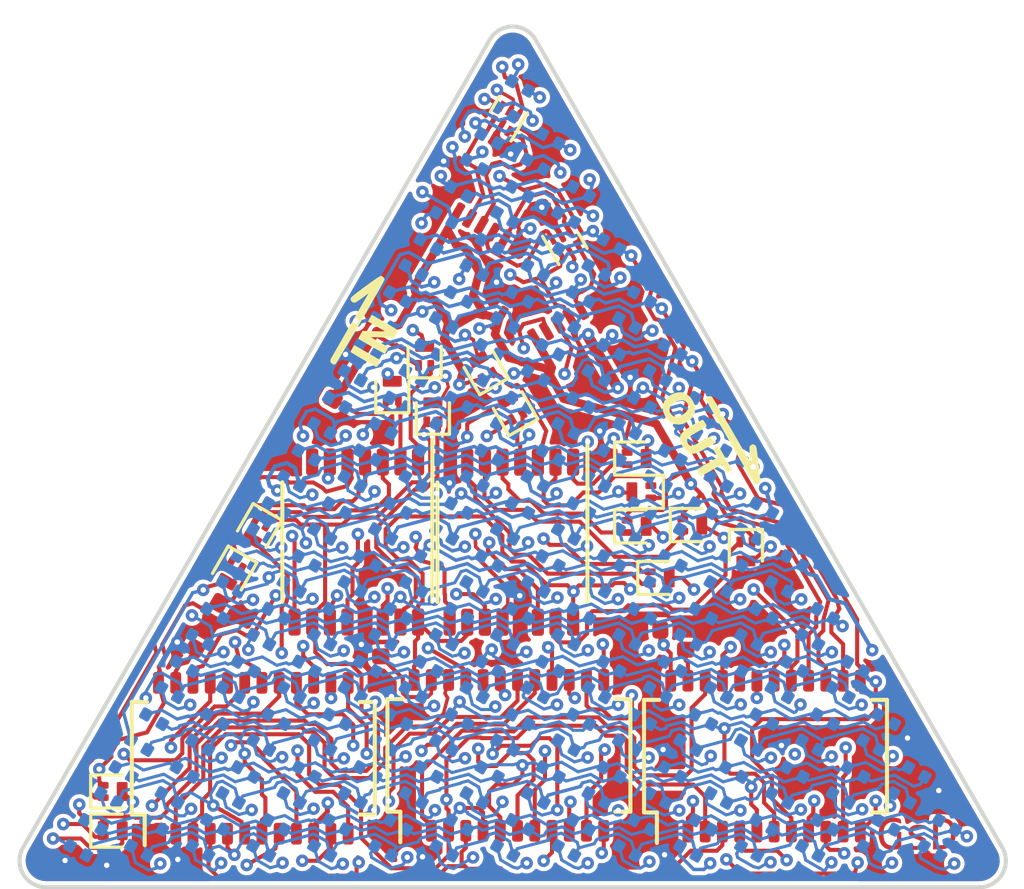
<source format=kicad_pcb>
(kicad_pcb (version 20171130) (host pcbnew 5.1.4-e60b266~84~ubuntu18.04.1)
  (layers (0 F.Cu signal) (1 In1.Cu signal) (2 In2.Cu signal) (31 B.Cu signal) (34 B.Paste user) (35 F.Paste user) (36 B.SilkS user) (37 F.SilkS user) (38 B.Mask user) (39 F.Mask user) (44 Edge.Cuts user))
  (net 0 "")
  (net 1 vcc)
  (net 2 gnd)
  (net 3 row_0)
  (net 4 row_1)
  (net 5 row_2)
  (net 6 srow_0)
  (net 7 srow_1)
  (net 8 srow_2)
  (net 9 row_3)
  (net 10 row_4)
  (net 11 row_5)
  (net 12 row_6)
  (net 13 row_7)
  (net 14 srow_3)
  (net 15 srow_4)
  (net 16 srow_5)
  (net 17 srow_6)
  (net 18 srow_7)
  (net 19 colr_0)
  (net 20 colb_0)
  (net 21 colg_0)
  (net 22 colg_1)
  (net 23 colb_1)
  (net 24 colr_1)
  (net 25 colr_2)
  (net 26 colb_2)
  (net 27 colg_2)
  (net 28 colg_3)
  (net 29 colb_3)
  (net 30 colr_3)
  (net 31 colr_4)
  (net 32 colb_4)
  (net 33 colg_4)
  (net 34 colg_5)
  (net 35 colb_5)
  (net 36 colr_5)
  (net 37 colr_6)
  (net 38 colb_6)
  (net 39 colg_6)
  (net 40 colg_7)
  (net 41 colb_7)
  (net 42 colr_7)
  (net 43 colr_8)
  (net 44 colb_8)
  (net 45 colg_8)
  (net 46 colg_9)
  (net 47 colb_9)
  (net 48 colr_9)
  (net 49 colr_10)
  (net 50 colb_10)
  (net 51 colg_10)
  (net 52 colr_11)
  (net 53 colb_11)
  (net 54 colg_11)
  (net 55 colr_12)
  (net 56 colb_12)
  (net 57 colg_12)
  (net 58 colg_13)
  (net 59 colb_13)
  (net 60 colr_13)
  (net 61 colg_14)
  (net 62 colb_14)
  (net 63 colr_14)
  (net 64 colr_15)
  (net 65 colb_15)
  (net 66 colg_15)
  (net 67 blank)
  (net 68 latch)
  (net 69 sclk)
  (net 70 dat)
  (net 71 sdo_U3)
  (net 72 sdo_U1>sdi_U2)
  (net 73 sdo_U2>sdi_U3)
  (net 74 dat_out)
  (net 75 row_8)
  (net 76 row_9)
  (net 77 row_10)
  (net 78 row_11)
  (net 79 row_12)
  (net 80 row_13)
  (net 81 row_14)
  (net 82 srow_8)
  (net 83 srow_9)
  (net 84 srow_10)
  (net 85 srow_11)
  (net 86 srow_12)
  (net 87 srow_13)
  (net 88 srow_14)
  (net 89 U1_r_ext)
  (net 90 U2_r_ext)
  (net 91 U3_r_ext)
  (net 92 sdo_U4>sdi_U5)
  (net 93 dat_i)
  (net 94 blank_i)
  (net 95 latch_i)
  (net 96 sclk_i)
  (module gkl_conn:5034800600 (layer F.Cu) (at 83.869205 92.703458 330)
    (fp_text reference J1 hide)
    (fp_text value input hide)
    (pad SH smd roundrect (at -2.04 2.65 330) (size 0.3 1) (layers F.Cu F.Paste F.Mask) (net 2 gnd))
    (pad SH smd roundrect (at 2.04 2.65 330) (size 0.3 1) (layers F.Cu F.Paste F.Mask) (net 2 gnd))
    (pad 1 smd roundrect (at -1.25 0 330) (size 0.3 0.7) (layers F.Cu F.Paste F.Mask) (net 1 vcc))
    (pad 2 smd roundrect (at -0.75 0 330) (size 0.3 0.7) (layers F.Cu F.Paste F.Mask) (net 93 dat_i))
    (pad 3 smd roundrect (at -0.25 0 330) (size 0.3 0.7) (layers F.Cu F.Paste F.Mask) (net 94 blank_i))
    (pad 4 smd roundrect (at 0.25 0 330) (size 0.3 0.7) (layers F.Cu F.Paste F.Mask) (net 95 latch_i))
    (pad 5 smd roundrect (at 0.75 0 330) (size 0.3 0.7) (layers F.Cu F.Paste F.Mask) (net 96 sclk_i))
    (pad 6 smd roundrect (at 1.25 0 330) (size 0.3 0.7) (layers F.Cu F.Paste F.Mask) (net 2 gnd))
  )
  (module gkl_led:led_rbag_1515 (layer B.Cu) (at 100.536417 115.155 60)
    (fp_text reference D1 hide)
    (fp_text value LED_ARGB hide)
    (pad 3 smd roundrect (at 0.55125 -0.34875 240) (size 0.443 0.406) (layers B.Cu B.Paste B.Mask) (roundrect_rratio 0.197) (net 21 colg_0))
    (pad 1 smd roundrect (at -0.55125 -0.34875 240) (size 0.443 0.406) (layers B.Cu B.Paste B.Mask) (roundrect_rratio 0.197) (net 3 row_0))
    (pad 4 smd roundrect (at 0.55125 0.34875 240) (size 0.443 0.406) (layers B.Cu B.Paste B.Mask) (roundrect_rratio 0.197) (net 19 colr_0))
    (pad 2 smd roundrect (at -0.55125 0.34875 240) (size 0.443 0.406) (layers B.Cu B.Paste B.Mask) (roundrect_rratio 0.197) (net 20 colb_0))
  )
  (module gkl_led:led_rbag_1515 (layer B.Cu) (at 79.188421 97.642814 60)
    (fp_text reference D90 hide)
    (fp_text value LED_ARGB hide)
    (pad 3 smd roundrect (at 0.55125 -0.34875 240) (size 0.443 0.406) (layers B.Cu B.Paste B.Mask) (roundrect_rratio 0.197) (net 46 colg_9))
    (pad 1 smd roundrect (at -0.55125 -0.34875 240) (size 0.443 0.406) (layers B.Cu B.Paste B.Mask) (roundrect_rratio 0.197) (net 11 row_5))
    (pad 4 smd roundrect (at 0.55125 0.34875 240) (size 0.443 0.406) (layers B.Cu B.Paste B.Mask) (roundrect_rratio 0.197) (net 48 colr_9))
    (pad 2 smd roundrect (at -0.55125 0.34875 240) (size 0.443 0.406) (layers B.Cu B.Paste B.Mask) (roundrect_rratio 0.197) (net 47 colb_9))
  )
  (module gkl_led:led_rbag_1515 (layer B.Cu) (at 98.289632 115.154547 60)
    (fp_text reference D17 hide)
    (fp_text value LED_ARGB hide)
    (pad 3 smd roundrect (at 0.55125 -0.34875 240) (size 0.443 0.406) (layers B.Cu B.Paste B.Mask) (roundrect_rratio 0.197) (net 21 colg_0))
    (pad 1 smd roundrect (at -0.55125 -0.34875 240) (size 0.443 0.406) (layers B.Cu B.Paste B.Mask) (roundrect_rratio 0.197) (net 4 row_1))
    (pad 4 smd roundrect (at 0.55125 0.34875 240) (size 0.443 0.406) (layers B.Cu B.Paste B.Mask) (roundrect_rratio 0.197) (net 19 colr_0))
    (pad 2 smd roundrect (at -0.55125 0.34875 240) (size 0.443 0.406) (layers B.Cu B.Paste B.Mask) (roundrect_rratio 0.197) (net 20 colb_0))
  )
  (module gkl_led:led_rbag_1515 (layer B.Cu) (at 99.412632 113.209453 60)
    (fp_text reference D2 hide)
    (fp_text value LED_ARGB hide)
    (pad 3 smd roundrect (at 0.55125 -0.34875 240) (size 0.443 0.406) (layers B.Cu B.Paste B.Mask) (roundrect_rratio 0.197) (net 22 colg_1))
    (pad 1 smd roundrect (at -0.55125 -0.34875 240) (size 0.443 0.406) (layers B.Cu B.Paste B.Mask) (roundrect_rratio 0.197) (net 3 row_0))
    (pad 4 smd roundrect (at 0.55125 0.34875 240) (size 0.443 0.406) (layers B.Cu B.Paste B.Mask) (roundrect_rratio 0.197) (net 24 colr_1))
    (pad 2 smd roundrect (at -0.55125 0.34875 240) (size 0.443 0.406) (layers B.Cu B.Paste B.Mask) (roundrect_rratio 0.197) (net 23 colb_1))
  )
  (module gkl_led:led_rbag_1515 (layer B.Cu) (at 98.288846 111.263907 60)
    (fp_text reference D3 hide)
    (fp_text value LED_ARGB hide)
    (pad 3 smd roundrect (at 0.55125 -0.34875 240) (size 0.443 0.406) (layers B.Cu B.Paste B.Mask) (roundrect_rratio 0.197) (net 27 colg_2))
    (pad 1 smd roundrect (at -0.55125 -0.34875 240) (size 0.443 0.406) (layers B.Cu B.Paste B.Mask) (roundrect_rratio 0.197) (net 3 row_0))
    (pad 4 smd roundrect (at 0.55125 0.34875 240) (size 0.443 0.406) (layers B.Cu B.Paste B.Mask) (roundrect_rratio 0.197) (net 25 colr_2))
    (pad 2 smd roundrect (at -0.55125 0.34875 240) (size 0.443 0.406) (layers B.Cu B.Paste B.Mask) (roundrect_rratio 0.197) (net 26 colb_2))
  )
  (module gkl_led:led_rbag_1515 (layer B.Cu) (at 97.165061 109.31836 60)
    (fp_text reference D4 hide)
    (fp_text value LED_ARGB hide)
    (pad 3 smd roundrect (at 0.55125 -0.34875 240) (size 0.443 0.406) (layers B.Cu B.Paste B.Mask) (roundrect_rratio 0.197) (net 28 colg_3))
    (pad 1 smd roundrect (at -0.55125 -0.34875 240) (size 0.443 0.406) (layers B.Cu B.Paste B.Mask) (roundrect_rratio 0.197) (net 3 row_0))
    (pad 4 smd roundrect (at 0.55125 0.34875 240) (size 0.443 0.406) (layers B.Cu B.Paste B.Mask) (roundrect_rratio 0.197) (net 30 colr_3))
    (pad 2 smd roundrect (at -0.55125 0.34875 240) (size 0.443 0.406) (layers B.Cu B.Paste B.Mask) (roundrect_rratio 0.197) (net 29 colb_3))
  )
  (module gkl_led:led_rbag_1515 (layer B.Cu) (at 96.041275 107.372814 60)
    (fp_text reference D5 hide)
    (fp_text value LED_ARGB hide)
    (pad 3 smd roundrect (at 0.55125 -0.34875 240) (size 0.443 0.406) (layers B.Cu B.Paste B.Mask) (roundrect_rratio 0.197) (net 33 colg_4))
    (pad 1 smd roundrect (at -0.55125 -0.34875 240) (size 0.443 0.406) (layers B.Cu B.Paste B.Mask) (roundrect_rratio 0.197) (net 3 row_0))
    (pad 4 smd roundrect (at 0.55125 0.34875 240) (size 0.443 0.406) (layers B.Cu B.Paste B.Mask) (roundrect_rratio 0.197) (net 31 colr_4))
    (pad 2 smd roundrect (at -0.55125 0.34875 240) (size 0.443 0.406) (layers B.Cu B.Paste B.Mask) (roundrect_rratio 0.197) (net 32 colb_4))
  )
  (module gkl_led:led_rbag_1515 (layer B.Cu) (at 94.91749 105.427267 60)
    (fp_text reference D6 hide)
    (fp_text value LED_ARGB hide)
    (pad 3 smd roundrect (at 0.55125 -0.34875 240) (size 0.443 0.406) (layers B.Cu B.Paste B.Mask) (roundrect_rratio 0.197) (net 34 colg_5))
    (pad 1 smd roundrect (at -0.55125 -0.34875 240) (size 0.443 0.406) (layers B.Cu B.Paste B.Mask) (roundrect_rratio 0.197) (net 3 row_0))
    (pad 4 smd roundrect (at 0.55125 0.34875 240) (size 0.443 0.406) (layers B.Cu B.Paste B.Mask) (roundrect_rratio 0.197) (net 36 colr_5))
    (pad 2 smd roundrect (at -0.55125 0.34875 240) (size 0.443 0.406) (layers B.Cu B.Paste B.Mask) (roundrect_rratio 0.197) (net 35 colb_5))
  )
  (module gkl_led:led_rbag_1515 (layer B.Cu) (at 93.793704 103.481721 60)
    (fp_text reference D7 hide)
    (fp_text value LED_ARGB hide)
    (pad 3 smd roundrect (at 0.55125 -0.34875 240) (size 0.443 0.406) (layers B.Cu B.Paste B.Mask) (roundrect_rratio 0.197) (net 39 colg_6))
    (pad 1 smd roundrect (at -0.55125 -0.34875 240) (size 0.443 0.406) (layers B.Cu B.Paste B.Mask) (roundrect_rratio 0.197) (net 3 row_0))
    (pad 4 smd roundrect (at 0.55125 0.34875 240) (size 0.443 0.406) (layers B.Cu B.Paste B.Mask) (roundrect_rratio 0.197) (net 37 colr_6))
    (pad 2 smd roundrect (at -0.55125 0.34875 240) (size 0.443 0.406) (layers B.Cu B.Paste B.Mask) (roundrect_rratio 0.197) (net 38 colb_6))
  )
  (module gkl_led:led_rbag_1515 (layer B.Cu) (at 92.669919 101.536174 60)
    (fp_text reference D8 hide)
    (fp_text value LED_ARGB hide)
    (pad 3 smd roundrect (at 0.55125 -0.34875 240) (size 0.443 0.406) (layers B.Cu B.Paste B.Mask) (roundrect_rratio 0.197) (net 40 colg_7))
    (pad 1 smd roundrect (at -0.55125 -0.34875 240) (size 0.443 0.406) (layers B.Cu B.Paste B.Mask) (roundrect_rratio 0.197) (net 3 row_0))
    (pad 4 smd roundrect (at 0.55125 0.34875 240) (size 0.443 0.406) (layers B.Cu B.Paste B.Mask) (roundrect_rratio 0.197) (net 42 colr_7))
    (pad 2 smd roundrect (at -0.55125 0.34875 240) (size 0.443 0.406) (layers B.Cu B.Paste B.Mask) (roundrect_rratio 0.197) (net 41 colb_7))
  )
  (module gkl_led:led_rbag_1515 (layer B.Cu) (at 91.546134 99.590628 60)
    (fp_text reference D9 hide)
    (fp_text value LED_ARGB hide)
    (pad 3 smd roundrect (at 0.55125 -0.34875 240) (size 0.443 0.406) (layers B.Cu B.Paste B.Mask) (roundrect_rratio 0.197) (net 45 colg_8))
    (pad 1 smd roundrect (at -0.55125 -0.34875 240) (size 0.443 0.406) (layers B.Cu B.Paste B.Mask) (roundrect_rratio 0.197) (net 3 row_0))
    (pad 4 smd roundrect (at 0.55125 0.34875 240) (size 0.443 0.406) (layers B.Cu B.Paste B.Mask) (roundrect_rratio 0.197) (net 43 colr_8))
    (pad 2 smd roundrect (at -0.55125 0.34875 240) (size 0.443 0.406) (layers B.Cu B.Paste B.Mask) (roundrect_rratio 0.197) (net 44 colb_8))
  )
  (module gkl_led:led_rbag_1515 (layer B.Cu) (at 90.422348 97.645081 60)
    (fp_text reference D10 hide)
    (fp_text value LED_ARGB hide)
    (pad 3 smd roundrect (at 0.55125 -0.34875 240) (size 0.443 0.406) (layers B.Cu B.Paste B.Mask) (roundrect_rratio 0.197) (net 46 colg_9))
    (pad 1 smd roundrect (at -0.55125 -0.34875 240) (size 0.443 0.406) (layers B.Cu B.Paste B.Mask) (roundrect_rratio 0.197) (net 3 row_0))
    (pad 4 smd roundrect (at 0.55125 0.34875 240) (size 0.443 0.406) (layers B.Cu B.Paste B.Mask) (roundrect_rratio 0.197) (net 48 colr_9))
    (pad 2 smd roundrect (at -0.55125 0.34875 240) (size 0.443 0.406) (layers B.Cu B.Paste B.Mask) (roundrect_rratio 0.197) (net 47 colb_9))
  )
  (module gkl_led:led_rbag_1515 (layer B.Cu) (at 89.298563 95.699535 60)
    (fp_text reference D11 hide)
    (fp_text value LED_ARGB hide)
    (pad 3 smd roundrect (at 0.55125 -0.34875 240) (size 0.443 0.406) (layers B.Cu B.Paste B.Mask) (roundrect_rratio 0.197) (net 51 colg_10))
    (pad 1 smd roundrect (at -0.55125 -0.34875 240) (size 0.443 0.406) (layers B.Cu B.Paste B.Mask) (roundrect_rratio 0.197) (net 3 row_0))
    (pad 4 smd roundrect (at 0.55125 0.34875 240) (size 0.443 0.406) (layers B.Cu B.Paste B.Mask) (roundrect_rratio 0.197) (net 49 colr_10))
    (pad 2 smd roundrect (at -0.55125 0.34875 240) (size 0.443 0.406) (layers B.Cu B.Paste B.Mask) (roundrect_rratio 0.197) (net 50 colb_10))
  )
  (module gkl_led:led_rbag_1515 (layer B.Cu) (at 88.174777 93.753988 60)
    (fp_text reference D12 hide)
    (fp_text value LED_ARGB hide)
    (pad 3 smd roundrect (at 0.55125 -0.34875 240) (size 0.443 0.406) (layers B.Cu B.Paste B.Mask) (roundrect_rratio 0.197) (net 54 colg_11))
    (pad 1 smd roundrect (at -0.55125 -0.34875 240) (size 0.443 0.406) (layers B.Cu B.Paste B.Mask) (roundrect_rratio 0.197) (net 3 row_0))
    (pad 4 smd roundrect (at 0.55125 0.34875 240) (size 0.443 0.406) (layers B.Cu B.Paste B.Mask) (roundrect_rratio 0.197) (net 52 colr_11))
    (pad 2 smd roundrect (at -0.55125 0.34875 240) (size 0.443 0.406) (layers B.Cu B.Paste B.Mask) (roundrect_rratio 0.197) (net 53 colb_11))
  )
  (module gkl_led:led_rbag_1515 (layer B.Cu) (at 87.050992 91.808442 60)
    (fp_text reference D13 hide)
    (fp_text value LED_ARGB hide)
    (pad 3 smd roundrect (at 0.55125 -0.34875 240) (size 0.443 0.406) (layers B.Cu B.Paste B.Mask) (roundrect_rratio 0.197) (net 57 colg_12))
    (pad 1 smd roundrect (at -0.55125 -0.34875 240) (size 0.443 0.406) (layers B.Cu B.Paste B.Mask) (roundrect_rratio 0.197) (net 3 row_0))
    (pad 4 smd roundrect (at 0.55125 0.34875 240) (size 0.443 0.406) (layers B.Cu B.Paste B.Mask) (roundrect_rratio 0.197) (net 55 colr_12))
    (pad 2 smd roundrect (at -0.55125 0.34875 240) (size 0.443 0.406) (layers B.Cu B.Paste B.Mask) (roundrect_rratio 0.197) (net 56 colb_12))
  )
  (module gkl_led:led_rbag_1515 (layer B.Cu) (at 85.927206 89.862895 60)
    (fp_text reference D14 hide)
    (fp_text value LED_ARGB hide)
    (pad 3 smd roundrect (at 0.55125 -0.34875 240) (size 0.443 0.406) (layers B.Cu B.Paste B.Mask) (roundrect_rratio 0.197) (net 58 colg_13))
    (pad 1 smd roundrect (at -0.55125 -0.34875 240) (size 0.443 0.406) (layers B.Cu B.Paste B.Mask) (roundrect_rratio 0.197) (net 3 row_0))
    (pad 4 smd roundrect (at 0.55125 0.34875 240) (size 0.443 0.406) (layers B.Cu B.Paste B.Mask) (roundrect_rratio 0.197) (net 60 colr_13))
    (pad 2 smd roundrect (at -0.55125 0.34875 240) (size 0.443 0.406) (layers B.Cu B.Paste B.Mask) (roundrect_rratio 0.197) (net 59 colb_13))
  )
  (module gkl_led:led_rbag_1515 (layer B.Cu) (at 84.803421 87.917349 60)
    (fp_text reference D15 hide)
    (fp_text value LED_ARGB hide)
    (pad 3 smd roundrect (at 0.55125 -0.34875 240) (size 0.443 0.406) (layers B.Cu B.Paste B.Mask) (roundrect_rratio 0.197) (net 61 colg_14))
    (pad 1 smd roundrect (at -0.55125 -0.34875 240) (size 0.443 0.406) (layers B.Cu B.Paste B.Mask) (roundrect_rratio 0.197) (net 3 row_0))
    (pad 4 smd roundrect (at 0.55125 0.34875 240) (size 0.443 0.406) (layers B.Cu B.Paste B.Mask) (roundrect_rratio 0.197) (net 63 colr_14))
    (pad 2 smd roundrect (at -0.55125 0.34875 240) (size 0.443 0.406) (layers B.Cu B.Paste B.Mask) (roundrect_rratio 0.197) (net 62 colb_14))
  )
  (module gkl_led:led_rbag_1515 (layer B.Cu) (at 97.165846 113.209 60)
    (fp_text reference D18 hide)
    (fp_text value LED_ARGB hide)
    (pad 3 smd roundrect (at 0.55125 -0.34875 240) (size 0.443 0.406) (layers B.Cu B.Paste B.Mask) (roundrect_rratio 0.197) (net 22 colg_1))
    (pad 1 smd roundrect (at -0.55125 -0.34875 240) (size 0.443 0.406) (layers B.Cu B.Paste B.Mask) (roundrect_rratio 0.197) (net 4 row_1))
    (pad 4 smd roundrect (at 0.55125 0.34875 240) (size 0.443 0.406) (layers B.Cu B.Paste B.Mask) (roundrect_rratio 0.197) (net 24 colr_1))
    (pad 2 smd roundrect (at -0.55125 0.34875 240) (size 0.443 0.406) (layers B.Cu B.Paste B.Mask) (roundrect_rratio 0.197) (net 23 colb_1))
  )
  (module gkl_led:led_rbag_1515 (layer B.Cu) (at 96.042061 111.263453 60)
    (fp_text reference D19 hide)
    (fp_text value LED_ARGB hide)
    (pad 3 smd roundrect (at 0.55125 -0.34875 240) (size 0.443 0.406) (layers B.Cu B.Paste B.Mask) (roundrect_rratio 0.197) (net 27 colg_2))
    (pad 1 smd roundrect (at -0.55125 -0.34875 240) (size 0.443 0.406) (layers B.Cu B.Paste B.Mask) (roundrect_rratio 0.197) (net 4 row_1))
    (pad 4 smd roundrect (at 0.55125 0.34875 240) (size 0.443 0.406) (layers B.Cu B.Paste B.Mask) (roundrect_rratio 0.197) (net 25 colr_2))
    (pad 2 smd roundrect (at -0.55125 0.34875 240) (size 0.443 0.406) (layers B.Cu B.Paste B.Mask) (roundrect_rratio 0.197) (net 26 colb_2))
  )
  (module gkl_led:led_rbag_1515 (layer B.Cu) (at 94.918275 109.317907 60)
    (fp_text reference D20 hide)
    (fp_text value LED_ARGB hide)
    (pad 3 smd roundrect (at 0.55125 -0.34875 240) (size 0.443 0.406) (layers B.Cu B.Paste B.Mask) (roundrect_rratio 0.197) (net 28 colg_3))
    (pad 1 smd roundrect (at -0.55125 -0.34875 240) (size 0.443 0.406) (layers B.Cu B.Paste B.Mask) (roundrect_rratio 0.197) (net 4 row_1))
    (pad 4 smd roundrect (at 0.55125 0.34875 240) (size 0.443 0.406) (layers B.Cu B.Paste B.Mask) (roundrect_rratio 0.197) (net 30 colr_3))
    (pad 2 smd roundrect (at -0.55125 0.34875 240) (size 0.443 0.406) (layers B.Cu B.Paste B.Mask) (roundrect_rratio 0.197) (net 29 colb_3))
  )
  (module gkl_led:led_rbag_1515 (layer B.Cu) (at 93.79449 107.37236 60)
    (fp_text reference D21 hide)
    (fp_text value LED_ARGB hide)
    (pad 3 smd roundrect (at 0.55125 -0.34875 240) (size 0.443 0.406) (layers B.Cu B.Paste B.Mask) (roundrect_rratio 0.197) (net 33 colg_4))
    (pad 1 smd roundrect (at -0.55125 -0.34875 240) (size 0.443 0.406) (layers B.Cu B.Paste B.Mask) (roundrect_rratio 0.197) (net 4 row_1))
    (pad 4 smd roundrect (at 0.55125 0.34875 240) (size 0.443 0.406) (layers B.Cu B.Paste B.Mask) (roundrect_rratio 0.197) (net 31 colr_4))
    (pad 2 smd roundrect (at -0.55125 0.34875 240) (size 0.443 0.406) (layers B.Cu B.Paste B.Mask) (roundrect_rratio 0.197) (net 32 colb_4))
  )
  (module gkl_led:led_rbag_1515 (layer B.Cu) (at 92.670704 105.426814 60)
    (fp_text reference D22 hide)
    (fp_text value LED_ARGB hide)
    (pad 3 smd roundrect (at 0.55125 -0.34875 240) (size 0.443 0.406) (layers B.Cu B.Paste B.Mask) (roundrect_rratio 0.197) (net 34 colg_5))
    (pad 1 smd roundrect (at -0.55125 -0.34875 240) (size 0.443 0.406) (layers B.Cu B.Paste B.Mask) (roundrect_rratio 0.197) (net 4 row_1))
    (pad 4 smd roundrect (at 0.55125 0.34875 240) (size 0.443 0.406) (layers B.Cu B.Paste B.Mask) (roundrect_rratio 0.197) (net 36 colr_5))
    (pad 2 smd roundrect (at -0.55125 0.34875 240) (size 0.443 0.406) (layers B.Cu B.Paste B.Mask) (roundrect_rratio 0.197) (net 35 colb_5))
  )
  (module gkl_led:led_rbag_1515 (layer B.Cu) (at 91.546919 103.481267 60)
    (fp_text reference D23 hide)
    (fp_text value LED_ARGB hide)
    (pad 3 smd roundrect (at 0.55125 -0.34875 240) (size 0.443 0.406) (layers B.Cu B.Paste B.Mask) (roundrect_rratio 0.197) (net 39 colg_6))
    (pad 1 smd roundrect (at -0.55125 -0.34875 240) (size 0.443 0.406) (layers B.Cu B.Paste B.Mask) (roundrect_rratio 0.197) (net 4 row_1))
    (pad 4 smd roundrect (at 0.55125 0.34875 240) (size 0.443 0.406) (layers B.Cu B.Paste B.Mask) (roundrect_rratio 0.197) (net 37 colr_6))
    (pad 2 smd roundrect (at -0.55125 0.34875 240) (size 0.443 0.406) (layers B.Cu B.Paste B.Mask) (roundrect_rratio 0.197) (net 38 colb_6))
  )
  (module gkl_led:led_rbag_1515 (layer B.Cu) (at 90.423134 101.535721 60)
    (fp_text reference D24 hide)
    (fp_text value LED_ARGB hide)
    (pad 3 smd roundrect (at 0.55125 -0.34875 240) (size 0.443 0.406) (layers B.Cu B.Paste B.Mask) (roundrect_rratio 0.197) (net 40 colg_7))
    (pad 1 smd roundrect (at -0.55125 -0.34875 240) (size 0.443 0.406) (layers B.Cu B.Paste B.Mask) (roundrect_rratio 0.197) (net 4 row_1))
    (pad 4 smd roundrect (at 0.55125 0.34875 240) (size 0.443 0.406) (layers B.Cu B.Paste B.Mask) (roundrect_rratio 0.197) (net 42 colr_7))
    (pad 2 smd roundrect (at -0.55125 0.34875 240) (size 0.443 0.406) (layers B.Cu B.Paste B.Mask) (roundrect_rratio 0.197) (net 41 colb_7))
  )
  (module gkl_led:led_rbag_1515 (layer B.Cu) (at 89.299348 99.590174 60)
    (fp_text reference D25 hide)
    (fp_text value LED_ARGB hide)
    (pad 3 smd roundrect (at 0.55125 -0.34875 240) (size 0.443 0.406) (layers B.Cu B.Paste B.Mask) (roundrect_rratio 0.197) (net 45 colg_8))
    (pad 1 smd roundrect (at -0.55125 -0.34875 240) (size 0.443 0.406) (layers B.Cu B.Paste B.Mask) (roundrect_rratio 0.197) (net 4 row_1))
    (pad 4 smd roundrect (at 0.55125 0.34875 240) (size 0.443 0.406) (layers B.Cu B.Paste B.Mask) (roundrect_rratio 0.197) (net 43 colr_8))
    (pad 2 smd roundrect (at -0.55125 0.34875 240) (size 0.443 0.406) (layers B.Cu B.Paste B.Mask) (roundrect_rratio 0.197) (net 44 colb_8))
  )
  (module gkl_led:led_rbag_1515 (layer B.Cu) (at 88.175563 97.644628 60)
    (fp_text reference D26 hide)
    (fp_text value LED_ARGB hide)
    (pad 3 smd roundrect (at 0.55125 -0.34875 240) (size 0.443 0.406) (layers B.Cu B.Paste B.Mask) (roundrect_rratio 0.197) (net 46 colg_9))
    (pad 1 smd roundrect (at -0.55125 -0.34875 240) (size 0.443 0.406) (layers B.Cu B.Paste B.Mask) (roundrect_rratio 0.197) (net 4 row_1))
    (pad 4 smd roundrect (at 0.55125 0.34875 240) (size 0.443 0.406) (layers B.Cu B.Paste B.Mask) (roundrect_rratio 0.197) (net 48 colr_9))
    (pad 2 smd roundrect (at -0.55125 0.34875 240) (size 0.443 0.406) (layers B.Cu B.Paste B.Mask) (roundrect_rratio 0.197) (net 47 colb_9))
  )
  (module gkl_led:led_rbag_1515 (layer B.Cu) (at 87.051777 95.699081 60)
    (fp_text reference D27 hide)
    (fp_text value LED_ARGB hide)
    (pad 3 smd roundrect (at 0.55125 -0.34875 240) (size 0.443 0.406) (layers B.Cu B.Paste B.Mask) (roundrect_rratio 0.197) (net 51 colg_10))
    (pad 1 smd roundrect (at -0.55125 -0.34875 240) (size 0.443 0.406) (layers B.Cu B.Paste B.Mask) (roundrect_rratio 0.197) (net 4 row_1))
    (pad 4 smd roundrect (at 0.55125 0.34875 240) (size 0.443 0.406) (layers B.Cu B.Paste B.Mask) (roundrect_rratio 0.197) (net 49 colr_10))
    (pad 2 smd roundrect (at -0.55125 0.34875 240) (size 0.443 0.406) (layers B.Cu B.Paste B.Mask) (roundrect_rratio 0.197) (net 50 colb_10))
  )
  (module gkl_led:led_rbag_1515 (layer B.Cu) (at 85.927992 93.753535 60)
    (fp_text reference D28 hide)
    (fp_text value LED_ARGB hide)
    (pad 3 smd roundrect (at 0.55125 -0.34875 240) (size 0.443 0.406) (layers B.Cu B.Paste B.Mask) (roundrect_rratio 0.197) (net 54 colg_11))
    (pad 1 smd roundrect (at -0.55125 -0.34875 240) (size 0.443 0.406) (layers B.Cu B.Paste B.Mask) (roundrect_rratio 0.197) (net 4 row_1))
    (pad 4 smd roundrect (at 0.55125 0.34875 240) (size 0.443 0.406) (layers B.Cu B.Paste B.Mask) (roundrect_rratio 0.197) (net 52 colr_11))
    (pad 2 smd roundrect (at -0.55125 0.34875 240) (size 0.443 0.406) (layers B.Cu B.Paste B.Mask) (roundrect_rratio 0.197) (net 53 colb_11))
  )
  (module gkl_led:led_rbag_1515 (layer B.Cu) (at 84.804206 91.807988 60)
    (fp_text reference D29 hide)
    (fp_text value LED_ARGB hide)
    (pad 3 smd roundrect (at 0.55125 -0.34875 240) (size 0.443 0.406) (layers B.Cu B.Paste B.Mask) (roundrect_rratio 0.197) (net 57 colg_12))
    (pad 1 smd roundrect (at -0.55125 -0.34875 240) (size 0.443 0.406) (layers B.Cu B.Paste B.Mask) (roundrect_rratio 0.197) (net 4 row_1))
    (pad 4 smd roundrect (at 0.55125 0.34875 240) (size 0.443 0.406) (layers B.Cu B.Paste B.Mask) (roundrect_rratio 0.197) (net 55 colr_12))
    (pad 2 smd roundrect (at -0.55125 0.34875 240) (size 0.443 0.406) (layers B.Cu B.Paste B.Mask) (roundrect_rratio 0.197) (net 56 colb_12))
  )
  (module gkl_led:led_rbag_1515 (layer B.Cu) (at 83.680421 89.862442 60)
    (fp_text reference D30 hide)
    (fp_text value LED_ARGB hide)
    (pad 3 smd roundrect (at 0.55125 -0.34875 240) (size 0.443 0.406) (layers B.Cu B.Paste B.Mask) (roundrect_rratio 0.197) (net 58 colg_13))
    (pad 1 smd roundrect (at -0.55125 -0.34875 240) (size 0.443 0.406) (layers B.Cu B.Paste B.Mask) (roundrect_rratio 0.197) (net 4 row_1))
    (pad 4 smd roundrect (at 0.55125 0.34875 240) (size 0.443 0.406) (layers B.Cu B.Paste B.Mask) (roundrect_rratio 0.197) (net 60 colr_13))
    (pad 2 smd roundrect (at -0.55125 0.34875 240) (size 0.443 0.406) (layers B.Cu B.Paste B.Mask) (roundrect_rratio 0.197) (net 59 colb_13))
  )
  (module gkl_led:led_rbag_1515 (layer B.Cu) (at 96.042846 115.154093 60)
    (fp_text reference D33 hide)
    (fp_text value LED_ARGB hide)
    (pad 3 smd roundrect (at 0.55125 -0.34875 240) (size 0.443 0.406) (layers B.Cu B.Paste B.Mask) (roundrect_rratio 0.197) (net 21 colg_0))
    (pad 1 smd roundrect (at -0.55125 -0.34875 240) (size 0.443 0.406) (layers B.Cu B.Paste B.Mask) (roundrect_rratio 0.197) (net 5 row_2))
    (pad 4 smd roundrect (at 0.55125 0.34875 240) (size 0.443 0.406) (layers B.Cu B.Paste B.Mask) (roundrect_rratio 0.197) (net 19 colr_0))
    (pad 2 smd roundrect (at -0.55125 0.34875 240) (size 0.443 0.406) (layers B.Cu B.Paste B.Mask) (roundrect_rratio 0.197) (net 20 colb_0))
  )
  (module gkl_led:led_rbag_1515 (layer B.Cu) (at 94.91906 113.208547 60)
    (fp_text reference D34 hide)
    (fp_text value LED_ARGB hide)
    (pad 3 smd roundrect (at 0.55125 -0.34875 240) (size 0.443 0.406) (layers B.Cu B.Paste B.Mask) (roundrect_rratio 0.197) (net 22 colg_1))
    (pad 1 smd roundrect (at -0.55125 -0.34875 240) (size 0.443 0.406) (layers B.Cu B.Paste B.Mask) (roundrect_rratio 0.197) (net 5 row_2))
    (pad 4 smd roundrect (at 0.55125 0.34875 240) (size 0.443 0.406) (layers B.Cu B.Paste B.Mask) (roundrect_rratio 0.197) (net 24 colr_1))
    (pad 2 smd roundrect (at -0.55125 0.34875 240) (size 0.443 0.406) (layers B.Cu B.Paste B.Mask) (roundrect_rratio 0.197) (net 23 colb_1))
  )
  (module gkl_led:led_rbag_1515 (layer B.Cu) (at 93.795275 111.263 60)
    (fp_text reference D35 hide)
    (fp_text value LED_ARGB hide)
    (pad 3 smd roundrect (at 0.55125 -0.34875 240) (size 0.443 0.406) (layers B.Cu B.Paste B.Mask) (roundrect_rratio 0.197) (net 27 colg_2))
    (pad 1 smd roundrect (at -0.55125 -0.34875 240) (size 0.443 0.406) (layers B.Cu B.Paste B.Mask) (roundrect_rratio 0.197) (net 5 row_2))
    (pad 4 smd roundrect (at 0.55125 0.34875 240) (size 0.443 0.406) (layers B.Cu B.Paste B.Mask) (roundrect_rratio 0.197) (net 25 colr_2))
    (pad 2 smd roundrect (at -0.55125 0.34875 240) (size 0.443 0.406) (layers B.Cu B.Paste B.Mask) (roundrect_rratio 0.197) (net 26 colb_2))
  )
  (module gkl_led:led_rbag_1515 (layer B.Cu) (at 92.67149 109.317453 60)
    (fp_text reference D36 hide)
    (fp_text value LED_ARGB hide)
    (pad 3 smd roundrect (at 0.55125 -0.34875 240) (size 0.443 0.406) (layers B.Cu B.Paste B.Mask) (roundrect_rratio 0.197) (net 28 colg_3))
    (pad 1 smd roundrect (at -0.55125 -0.34875 240) (size 0.443 0.406) (layers B.Cu B.Paste B.Mask) (roundrect_rratio 0.197) (net 5 row_2))
    (pad 4 smd roundrect (at 0.55125 0.34875 240) (size 0.443 0.406) (layers B.Cu B.Paste B.Mask) (roundrect_rratio 0.197) (net 30 colr_3))
    (pad 2 smd roundrect (at -0.55125 0.34875 240) (size 0.443 0.406) (layers B.Cu B.Paste B.Mask) (roundrect_rratio 0.197) (net 29 colb_3))
  )
  (module gkl_led:led_rbag_1515 (layer B.Cu) (at 91.547704 107.371907 60)
    (fp_text reference D37 hide)
    (fp_text value LED_ARGB hide)
    (pad 3 smd roundrect (at 0.55125 -0.34875 240) (size 0.443 0.406) (layers B.Cu B.Paste B.Mask) (roundrect_rratio 0.197) (net 33 colg_4))
    (pad 1 smd roundrect (at -0.55125 -0.34875 240) (size 0.443 0.406) (layers B.Cu B.Paste B.Mask) (roundrect_rratio 0.197) (net 5 row_2))
    (pad 4 smd roundrect (at 0.55125 0.34875 240) (size 0.443 0.406) (layers B.Cu B.Paste B.Mask) (roundrect_rratio 0.197) (net 31 colr_4))
    (pad 2 smd roundrect (at -0.55125 0.34875 240) (size 0.443 0.406) (layers B.Cu B.Paste B.Mask) (roundrect_rratio 0.197) (net 32 colb_4))
  )
  (module gkl_led:led_rbag_1515 (layer B.Cu) (at 90.423919 105.42636 60)
    (fp_text reference D38 hide)
    (fp_text value LED_ARGB hide)
    (pad 3 smd roundrect (at 0.55125 -0.34875 240) (size 0.443 0.406) (layers B.Cu B.Paste B.Mask) (roundrect_rratio 0.197) (net 34 colg_5))
    (pad 1 smd roundrect (at -0.55125 -0.34875 240) (size 0.443 0.406) (layers B.Cu B.Paste B.Mask) (roundrect_rratio 0.197) (net 5 row_2))
    (pad 4 smd roundrect (at 0.55125 0.34875 240) (size 0.443 0.406) (layers B.Cu B.Paste B.Mask) (roundrect_rratio 0.197) (net 36 colr_5))
    (pad 2 smd roundrect (at -0.55125 0.34875 240) (size 0.443 0.406) (layers B.Cu B.Paste B.Mask) (roundrect_rratio 0.197) (net 35 colb_5))
  )
  (module gkl_led:led_rbag_1515 (layer B.Cu) (at 89.300134 103.480814 60)
    (fp_text reference D39 hide)
    (fp_text value LED_ARGB hide)
    (pad 3 smd roundrect (at 0.55125 -0.34875 240) (size 0.443 0.406) (layers B.Cu B.Paste B.Mask) (roundrect_rratio 0.197) (net 39 colg_6))
    (pad 1 smd roundrect (at -0.55125 -0.34875 240) (size 0.443 0.406) (layers B.Cu B.Paste B.Mask) (roundrect_rratio 0.197) (net 5 row_2))
    (pad 4 smd roundrect (at 0.55125 0.34875 240) (size 0.443 0.406) (layers B.Cu B.Paste B.Mask) (roundrect_rratio 0.197) (net 37 colr_6))
    (pad 2 smd roundrect (at -0.55125 0.34875 240) (size 0.443 0.406) (layers B.Cu B.Paste B.Mask) (roundrect_rratio 0.197) (net 38 colb_6))
  )
  (module gkl_led:led_rbag_1515 (layer B.Cu) (at 88.176348 101.535267 60)
    (fp_text reference D40 hide)
    (fp_text value LED_ARGB hide)
    (pad 3 smd roundrect (at 0.55125 -0.34875 240) (size 0.443 0.406) (layers B.Cu B.Paste B.Mask) (roundrect_rratio 0.197) (net 40 colg_7))
    (pad 1 smd roundrect (at -0.55125 -0.34875 240) (size 0.443 0.406) (layers B.Cu B.Paste B.Mask) (roundrect_rratio 0.197) (net 5 row_2))
    (pad 4 smd roundrect (at 0.55125 0.34875 240) (size 0.443 0.406) (layers B.Cu B.Paste B.Mask) (roundrect_rratio 0.197) (net 42 colr_7))
    (pad 2 smd roundrect (at -0.55125 0.34875 240) (size 0.443 0.406) (layers B.Cu B.Paste B.Mask) (roundrect_rratio 0.197) (net 41 colb_7))
  )
  (module gkl_led:led_rbag_1515 (layer B.Cu) (at 87.052563 99.589721 60)
    (fp_text reference D41 hide)
    (fp_text value LED_ARGB hide)
    (pad 3 smd roundrect (at 0.55125 -0.34875 240) (size 0.443 0.406) (layers B.Cu B.Paste B.Mask) (roundrect_rratio 0.197) (net 45 colg_8))
    (pad 1 smd roundrect (at -0.55125 -0.34875 240) (size 0.443 0.406) (layers B.Cu B.Paste B.Mask) (roundrect_rratio 0.197) (net 5 row_2))
    (pad 4 smd roundrect (at 0.55125 0.34875 240) (size 0.443 0.406) (layers B.Cu B.Paste B.Mask) (roundrect_rratio 0.197) (net 43 colr_8))
    (pad 2 smd roundrect (at -0.55125 0.34875 240) (size 0.443 0.406) (layers B.Cu B.Paste B.Mask) (roundrect_rratio 0.197) (net 44 colb_8))
  )
  (module gkl_led:led_rbag_1515 (layer B.Cu) (at 85.928777 97.644174 60)
    (fp_text reference D42 hide)
    (fp_text value LED_ARGB hide)
    (pad 3 smd roundrect (at 0.55125 -0.34875 240) (size 0.443 0.406) (layers B.Cu B.Paste B.Mask) (roundrect_rratio 0.197) (net 46 colg_9))
    (pad 1 smd roundrect (at -0.55125 -0.34875 240) (size 0.443 0.406) (layers B.Cu B.Paste B.Mask) (roundrect_rratio 0.197) (net 5 row_2))
    (pad 4 smd roundrect (at 0.55125 0.34875 240) (size 0.443 0.406) (layers B.Cu B.Paste B.Mask) (roundrect_rratio 0.197) (net 48 colr_9))
    (pad 2 smd roundrect (at -0.55125 0.34875 240) (size 0.443 0.406) (layers B.Cu B.Paste B.Mask) (roundrect_rratio 0.197) (net 47 colb_9))
  )
  (module gkl_led:led_rbag_1515 (layer B.Cu) (at 84.804992 95.698628 60)
    (fp_text reference D43 hide)
    (fp_text value LED_ARGB hide)
    (pad 3 smd roundrect (at 0.55125 -0.34875 240) (size 0.443 0.406) (layers B.Cu B.Paste B.Mask) (roundrect_rratio 0.197) (net 51 colg_10))
    (pad 1 smd roundrect (at -0.55125 -0.34875 240) (size 0.443 0.406) (layers B.Cu B.Paste B.Mask) (roundrect_rratio 0.197) (net 5 row_2))
    (pad 4 smd roundrect (at 0.55125 0.34875 240) (size 0.443 0.406) (layers B.Cu B.Paste B.Mask) (roundrect_rratio 0.197) (net 49 colr_10))
    (pad 2 smd roundrect (at -0.55125 0.34875 240) (size 0.443 0.406) (layers B.Cu B.Paste B.Mask) (roundrect_rratio 0.197) (net 50 colb_10))
  )
  (module gkl_led:led_rbag_1515 (layer B.Cu) (at 83.681206 93.753081 60)
    (fp_text reference D44 hide)
    (fp_text value LED_ARGB hide)
    (pad 3 smd roundrect (at 0.55125 -0.34875 240) (size 0.443 0.406) (layers B.Cu B.Paste B.Mask) (roundrect_rratio 0.197) (net 54 colg_11))
    (pad 1 smd roundrect (at -0.55125 -0.34875 240) (size 0.443 0.406) (layers B.Cu B.Paste B.Mask) (roundrect_rratio 0.197) (net 5 row_2))
    (pad 4 smd roundrect (at 0.55125 0.34875 240) (size 0.443 0.406) (layers B.Cu B.Paste B.Mask) (roundrect_rratio 0.197) (net 52 colr_11))
    (pad 2 smd roundrect (at -0.55125 0.34875 240) (size 0.443 0.406) (layers B.Cu B.Paste B.Mask) (roundrect_rratio 0.197) (net 53 colb_11))
  )
  (module gkl_led:led_rbag_1515 (layer B.Cu) (at 82.557421 91.807535 60)
    (fp_text reference D45 hide)
    (fp_text value LED_ARGB hide)
    (pad 3 smd roundrect (at 0.55125 -0.34875 240) (size 0.443 0.406) (layers B.Cu B.Paste B.Mask) (roundrect_rratio 0.197) (net 57 colg_12))
    (pad 1 smd roundrect (at -0.55125 -0.34875 240) (size 0.443 0.406) (layers B.Cu B.Paste B.Mask) (roundrect_rratio 0.197) (net 5 row_2))
    (pad 4 smd roundrect (at 0.55125 0.34875 240) (size 0.443 0.406) (layers B.Cu B.Paste B.Mask) (roundrect_rratio 0.197) (net 55 colr_12))
    (pad 2 smd roundrect (at -0.55125 0.34875 240) (size 0.443 0.406) (layers B.Cu B.Paste B.Mask) (roundrect_rratio 0.197) (net 56 colb_12))
  )
  (module gkl_led:led_rbag_1515 (layer B.Cu) (at 93.796061 115.15364 60)
    (fp_text reference D49 hide)
    (fp_text value LED_ARGB hide)
    (pad 3 smd roundrect (at 0.55125 -0.34875 240) (size 0.443 0.406) (layers B.Cu B.Paste B.Mask) (roundrect_rratio 0.197) (net 21 colg_0))
    (pad 1 smd roundrect (at -0.55125 -0.34875 240) (size 0.443 0.406) (layers B.Cu B.Paste B.Mask) (roundrect_rratio 0.197) (net 9 row_3))
    (pad 4 smd roundrect (at 0.55125 0.34875 240) (size 0.443 0.406) (layers B.Cu B.Paste B.Mask) (roundrect_rratio 0.197) (net 19 colr_0))
    (pad 2 smd roundrect (at -0.55125 0.34875 240) (size 0.443 0.406) (layers B.Cu B.Paste B.Mask) (roundrect_rratio 0.197) (net 20 colb_0))
  )
  (module gkl_led:led_rbag_1515 (layer B.Cu) (at 92.672275 113.208093 60)
    (fp_text reference D50 hide)
    (fp_text value LED_ARGB hide)
    (pad 3 smd roundrect (at 0.55125 -0.34875 240) (size 0.443 0.406) (layers B.Cu B.Paste B.Mask) (roundrect_rratio 0.197) (net 22 colg_1))
    (pad 1 smd roundrect (at -0.55125 -0.34875 240) (size 0.443 0.406) (layers B.Cu B.Paste B.Mask) (roundrect_rratio 0.197) (net 9 row_3))
    (pad 4 smd roundrect (at 0.55125 0.34875 240) (size 0.443 0.406) (layers B.Cu B.Paste B.Mask) (roundrect_rratio 0.197) (net 24 colr_1))
    (pad 2 smd roundrect (at -0.55125 0.34875 240) (size 0.443 0.406) (layers B.Cu B.Paste B.Mask) (roundrect_rratio 0.197) (net 23 colb_1))
  )
  (module gkl_led:led_rbag_1515 (layer B.Cu) (at 91.54849 111.262547 60)
    (fp_text reference D51 hide)
    (fp_text value LED_ARGB hide)
    (pad 3 smd roundrect (at 0.55125 -0.34875 240) (size 0.443 0.406) (layers B.Cu B.Paste B.Mask) (roundrect_rratio 0.197) (net 27 colg_2))
    (pad 1 smd roundrect (at -0.55125 -0.34875 240) (size 0.443 0.406) (layers B.Cu B.Paste B.Mask) (roundrect_rratio 0.197) (net 9 row_3))
    (pad 4 smd roundrect (at 0.55125 0.34875 240) (size 0.443 0.406) (layers B.Cu B.Paste B.Mask) (roundrect_rratio 0.197) (net 25 colr_2))
    (pad 2 smd roundrect (at -0.55125 0.34875 240) (size 0.443 0.406) (layers B.Cu B.Paste B.Mask) (roundrect_rratio 0.197) (net 26 colb_2))
  )
  (module gkl_led:led_rbag_1515 (layer B.Cu) (at 90.424704 109.317 60)
    (fp_text reference D52 hide)
    (fp_text value LED_ARGB hide)
    (pad 3 smd roundrect (at 0.55125 -0.34875 240) (size 0.443 0.406) (layers B.Cu B.Paste B.Mask) (roundrect_rratio 0.197) (net 28 colg_3))
    (pad 1 smd roundrect (at -0.55125 -0.34875 240) (size 0.443 0.406) (layers B.Cu B.Paste B.Mask) (roundrect_rratio 0.197) (net 9 row_3))
    (pad 4 smd roundrect (at 0.55125 0.34875 240) (size 0.443 0.406) (layers B.Cu B.Paste B.Mask) (roundrect_rratio 0.197) (net 30 colr_3))
    (pad 2 smd roundrect (at -0.55125 0.34875 240) (size 0.443 0.406) (layers B.Cu B.Paste B.Mask) (roundrect_rratio 0.197) (net 29 colb_3))
  )
  (module gkl_led:led_rbag_1515 (layer B.Cu) (at 89.300919 107.371453 60)
    (fp_text reference D53 hide)
    (fp_text value LED_ARGB hide)
    (pad 3 smd roundrect (at 0.55125 -0.34875 240) (size 0.443 0.406) (layers B.Cu B.Paste B.Mask) (roundrect_rratio 0.197) (net 33 colg_4))
    (pad 1 smd roundrect (at -0.55125 -0.34875 240) (size 0.443 0.406) (layers B.Cu B.Paste B.Mask) (roundrect_rratio 0.197) (net 9 row_3))
    (pad 4 smd roundrect (at 0.55125 0.34875 240) (size 0.443 0.406) (layers B.Cu B.Paste B.Mask) (roundrect_rratio 0.197) (net 31 colr_4))
    (pad 2 smd roundrect (at -0.55125 0.34875 240) (size 0.443 0.406) (layers B.Cu B.Paste B.Mask) (roundrect_rratio 0.197) (net 32 colb_4))
  )
  (module gkl_led:led_rbag_1515 (layer B.Cu) (at 88.177134 105.425907 60)
    (fp_text reference D54 hide)
    (fp_text value LED_ARGB hide)
    (pad 3 smd roundrect (at 0.55125 -0.34875 240) (size 0.443 0.406) (layers B.Cu B.Paste B.Mask) (roundrect_rratio 0.197) (net 34 colg_5))
    (pad 1 smd roundrect (at -0.55125 -0.34875 240) (size 0.443 0.406) (layers B.Cu B.Paste B.Mask) (roundrect_rratio 0.197) (net 9 row_3))
    (pad 4 smd roundrect (at 0.55125 0.34875 240) (size 0.443 0.406) (layers B.Cu B.Paste B.Mask) (roundrect_rratio 0.197) (net 36 colr_5))
    (pad 2 smd roundrect (at -0.55125 0.34875 240) (size 0.443 0.406) (layers B.Cu B.Paste B.Mask) (roundrect_rratio 0.197) (net 35 colb_5))
  )
  (module gkl_led:led_rbag_1515 (layer B.Cu) (at 87.053348 103.48036 60)
    (fp_text reference D55 hide)
    (fp_text value LED_ARGB hide)
    (pad 3 smd roundrect (at 0.55125 -0.34875 240) (size 0.443 0.406) (layers B.Cu B.Paste B.Mask) (roundrect_rratio 0.197) (net 39 colg_6))
    (pad 1 smd roundrect (at -0.55125 -0.34875 240) (size 0.443 0.406) (layers B.Cu B.Paste B.Mask) (roundrect_rratio 0.197) (net 9 row_3))
    (pad 4 smd roundrect (at 0.55125 0.34875 240) (size 0.443 0.406) (layers B.Cu B.Paste B.Mask) (roundrect_rratio 0.197) (net 37 colr_6))
    (pad 2 smd roundrect (at -0.55125 0.34875 240) (size 0.443 0.406) (layers B.Cu B.Paste B.Mask) (roundrect_rratio 0.197) (net 38 colb_6))
  )
  (module gkl_led:led_rbag_1515 (layer B.Cu) (at 85.929563 101.534814 60)
    (fp_text reference D56 hide)
    (fp_text value LED_ARGB hide)
    (pad 3 smd roundrect (at 0.55125 -0.34875 240) (size 0.443 0.406) (layers B.Cu B.Paste B.Mask) (roundrect_rratio 0.197) (net 40 colg_7))
    (pad 1 smd roundrect (at -0.55125 -0.34875 240) (size 0.443 0.406) (layers B.Cu B.Paste B.Mask) (roundrect_rratio 0.197) (net 9 row_3))
    (pad 4 smd roundrect (at 0.55125 0.34875 240) (size 0.443 0.406) (layers B.Cu B.Paste B.Mask) (roundrect_rratio 0.197) (net 42 colr_7))
    (pad 2 smd roundrect (at -0.55125 0.34875 240) (size 0.443 0.406) (layers B.Cu B.Paste B.Mask) (roundrect_rratio 0.197) (net 41 colb_7))
  )
  (module gkl_led:led_rbag_1515 (layer B.Cu) (at 84.805777 99.589267 60)
    (fp_text reference D57 hide)
    (fp_text value LED_ARGB hide)
    (pad 3 smd roundrect (at 0.55125 -0.34875 240) (size 0.443 0.406) (layers B.Cu B.Paste B.Mask) (roundrect_rratio 0.197) (net 45 colg_8))
    (pad 1 smd roundrect (at -0.55125 -0.34875 240) (size 0.443 0.406) (layers B.Cu B.Paste B.Mask) (roundrect_rratio 0.197) (net 9 row_3))
    (pad 4 smd roundrect (at 0.55125 0.34875 240) (size 0.443 0.406) (layers B.Cu B.Paste B.Mask) (roundrect_rratio 0.197) (net 43 colr_8))
    (pad 2 smd roundrect (at -0.55125 0.34875 240) (size 0.443 0.406) (layers B.Cu B.Paste B.Mask) (roundrect_rratio 0.197) (net 44 colb_8))
  )
  (module gkl_led:led_rbag_1515 (layer B.Cu) (at 83.681992 97.643721 60)
    (fp_text reference D58 hide)
    (fp_text value LED_ARGB hide)
    (pad 3 smd roundrect (at 0.55125 -0.34875 240) (size 0.443 0.406) (layers B.Cu B.Paste B.Mask) (roundrect_rratio 0.197) (net 46 colg_9))
    (pad 1 smd roundrect (at -0.55125 -0.34875 240) (size 0.443 0.406) (layers B.Cu B.Paste B.Mask) (roundrect_rratio 0.197) (net 9 row_3))
    (pad 4 smd roundrect (at 0.55125 0.34875 240) (size 0.443 0.406) (layers B.Cu B.Paste B.Mask) (roundrect_rratio 0.197) (net 48 colr_9))
    (pad 2 smd roundrect (at -0.55125 0.34875 240) (size 0.443 0.406) (layers B.Cu B.Paste B.Mask) (roundrect_rratio 0.197) (net 47 colb_9))
  )
  (module gkl_led:led_rbag_1515 (layer B.Cu) (at 82.558206 95.698174 60)
    (fp_text reference D59 hide)
    (fp_text value LED_ARGB hide)
    (pad 3 smd roundrect (at 0.55125 -0.34875 240) (size 0.443 0.406) (layers B.Cu B.Paste B.Mask) (roundrect_rratio 0.197) (net 51 colg_10))
    (pad 1 smd roundrect (at -0.55125 -0.34875 240) (size 0.443 0.406) (layers B.Cu B.Paste B.Mask) (roundrect_rratio 0.197) (net 9 row_3))
    (pad 4 smd roundrect (at 0.55125 0.34875 240) (size 0.443 0.406) (layers B.Cu B.Paste B.Mask) (roundrect_rratio 0.197) (net 49 colr_10))
    (pad 2 smd roundrect (at -0.55125 0.34875 240) (size 0.443 0.406) (layers B.Cu B.Paste B.Mask) (roundrect_rratio 0.197) (net 50 colb_10))
  )
  (module gkl_led:led_rbag_1515 (layer B.Cu) (at 81.434421 93.752628 60)
    (fp_text reference D60 hide)
    (fp_text value LED_ARGB hide)
    (pad 3 smd roundrect (at 0.55125 -0.34875 240) (size 0.443 0.406) (layers B.Cu B.Paste B.Mask) (roundrect_rratio 0.197) (net 54 colg_11))
    (pad 1 smd roundrect (at -0.55125 -0.34875 240) (size 0.443 0.406) (layers B.Cu B.Paste B.Mask) (roundrect_rratio 0.197) (net 9 row_3))
    (pad 4 smd roundrect (at 0.55125 0.34875 240) (size 0.443 0.406) (layers B.Cu B.Paste B.Mask) (roundrect_rratio 0.197) (net 52 colr_11))
    (pad 2 smd roundrect (at -0.55125 0.34875 240) (size 0.443 0.406) (layers B.Cu B.Paste B.Mask) (roundrect_rratio 0.197) (net 53 colb_11))
  )
  (module gkl_led:led_rbag_1515 (layer B.Cu) (at 91.549275 115.153186 60)
    (fp_text reference D65 hide)
    (fp_text value LED_ARGB hide)
    (pad 3 smd roundrect (at 0.55125 -0.34875 240) (size 0.443 0.406) (layers B.Cu B.Paste B.Mask) (roundrect_rratio 0.197) (net 21 colg_0))
    (pad 1 smd roundrect (at -0.55125 -0.34875 240) (size 0.443 0.406) (layers B.Cu B.Paste B.Mask) (roundrect_rratio 0.197) (net 10 row_4))
    (pad 4 smd roundrect (at 0.55125 0.34875 240) (size 0.443 0.406) (layers B.Cu B.Paste B.Mask) (roundrect_rratio 0.197) (net 19 colr_0))
    (pad 2 smd roundrect (at -0.55125 0.34875 240) (size 0.443 0.406) (layers B.Cu B.Paste B.Mask) (roundrect_rratio 0.197) (net 20 colb_0))
  )
  (module gkl_led:led_rbag_1515 (layer B.Cu) (at 90.42549 113.20764 60)
    (fp_text reference D66 hide)
    (fp_text value LED_ARGB hide)
    (pad 3 smd roundrect (at 0.55125 -0.34875 240) (size 0.443 0.406) (layers B.Cu B.Paste B.Mask) (roundrect_rratio 0.197) (net 22 colg_1))
    (pad 1 smd roundrect (at -0.55125 -0.34875 240) (size 0.443 0.406) (layers B.Cu B.Paste B.Mask) (roundrect_rratio 0.197) (net 10 row_4))
    (pad 4 smd roundrect (at 0.55125 0.34875 240) (size 0.443 0.406) (layers B.Cu B.Paste B.Mask) (roundrect_rratio 0.197) (net 24 colr_1))
    (pad 2 smd roundrect (at -0.55125 0.34875 240) (size 0.443 0.406) (layers B.Cu B.Paste B.Mask) (roundrect_rratio 0.197) (net 23 colb_1))
  )
  (module gkl_led:led_rbag_1515 (layer B.Cu) (at 89.301704 111.262093 60)
    (fp_text reference D67 hide)
    (fp_text value LED_ARGB hide)
    (pad 3 smd roundrect (at 0.55125 -0.34875 240) (size 0.443 0.406) (layers B.Cu B.Paste B.Mask) (roundrect_rratio 0.197) (net 27 colg_2))
    (pad 1 smd roundrect (at -0.55125 -0.34875 240) (size 0.443 0.406) (layers B.Cu B.Paste B.Mask) (roundrect_rratio 0.197) (net 10 row_4))
    (pad 4 smd roundrect (at 0.55125 0.34875 240) (size 0.443 0.406) (layers B.Cu B.Paste B.Mask) (roundrect_rratio 0.197) (net 25 colr_2))
    (pad 2 smd roundrect (at -0.55125 0.34875 240) (size 0.443 0.406) (layers B.Cu B.Paste B.Mask) (roundrect_rratio 0.197) (net 26 colb_2))
  )
  (module gkl_led:led_rbag_1515 (layer B.Cu) (at 88.177919 109.316547 60)
    (fp_text reference D68 hide)
    (fp_text value LED_ARGB hide)
    (pad 3 smd roundrect (at 0.55125 -0.34875 240) (size 0.443 0.406) (layers B.Cu B.Paste B.Mask) (roundrect_rratio 0.197) (net 28 colg_3))
    (pad 1 smd roundrect (at -0.55125 -0.34875 240) (size 0.443 0.406) (layers B.Cu B.Paste B.Mask) (roundrect_rratio 0.197) (net 10 row_4))
    (pad 4 smd roundrect (at 0.55125 0.34875 240) (size 0.443 0.406) (layers B.Cu B.Paste B.Mask) (roundrect_rratio 0.197) (net 30 colr_3))
    (pad 2 smd roundrect (at -0.55125 0.34875 240) (size 0.443 0.406) (layers B.Cu B.Paste B.Mask) (roundrect_rratio 0.197) (net 29 colb_3))
  )
  (module gkl_led:led_rbag_1515 (layer B.Cu) (at 87.054134 107.371 60)
    (fp_text reference D69 hide)
    (fp_text value LED_ARGB hide)
    (pad 3 smd roundrect (at 0.55125 -0.34875 240) (size 0.443 0.406) (layers B.Cu B.Paste B.Mask) (roundrect_rratio 0.197) (net 33 colg_4))
    (pad 1 smd roundrect (at -0.55125 -0.34875 240) (size 0.443 0.406) (layers B.Cu B.Paste B.Mask) (roundrect_rratio 0.197) (net 10 row_4))
    (pad 4 smd roundrect (at 0.55125 0.34875 240) (size 0.443 0.406) (layers B.Cu B.Paste B.Mask) (roundrect_rratio 0.197) (net 31 colr_4))
    (pad 2 smd roundrect (at -0.55125 0.34875 240) (size 0.443 0.406) (layers B.Cu B.Paste B.Mask) (roundrect_rratio 0.197) (net 32 colb_4))
  )
  (module gkl_led:led_rbag_1515 (layer B.Cu) (at 85.930348 105.425453 60)
    (fp_text reference D70 hide)
    (fp_text value LED_ARGB hide)
    (pad 3 smd roundrect (at 0.55125 -0.34875 240) (size 0.443 0.406) (layers B.Cu B.Paste B.Mask) (roundrect_rratio 0.197) (net 34 colg_5))
    (pad 1 smd roundrect (at -0.55125 -0.34875 240) (size 0.443 0.406) (layers B.Cu B.Paste B.Mask) (roundrect_rratio 0.197) (net 10 row_4))
    (pad 4 smd roundrect (at 0.55125 0.34875 240) (size 0.443 0.406) (layers B.Cu B.Paste B.Mask) (roundrect_rratio 0.197) (net 36 colr_5))
    (pad 2 smd roundrect (at -0.55125 0.34875 240) (size 0.443 0.406) (layers B.Cu B.Paste B.Mask) (roundrect_rratio 0.197) (net 35 colb_5))
  )
  (module gkl_led:led_rbag_1515 (layer B.Cu) (at 84.806563 103.479907 60)
    (fp_text reference D71 hide)
    (fp_text value LED_ARGB hide)
    (pad 3 smd roundrect (at 0.55125 -0.34875 240) (size 0.443 0.406) (layers B.Cu B.Paste B.Mask) (roundrect_rratio 0.197) (net 39 colg_6))
    (pad 1 smd roundrect (at -0.55125 -0.34875 240) (size 0.443 0.406) (layers B.Cu B.Paste B.Mask) (roundrect_rratio 0.197) (net 10 row_4))
    (pad 4 smd roundrect (at 0.55125 0.34875 240) (size 0.443 0.406) (layers B.Cu B.Paste B.Mask) (roundrect_rratio 0.197) (net 37 colr_6))
    (pad 2 smd roundrect (at -0.55125 0.34875 240) (size 0.443 0.406) (layers B.Cu B.Paste B.Mask) (roundrect_rratio 0.197) (net 38 colb_6))
  )
  (module gkl_led:led_rbag_1515 (layer B.Cu) (at 83.682777 101.53436 60)
    (fp_text reference D72 hide)
    (fp_text value LED_ARGB hide)
    (pad 3 smd roundrect (at 0.55125 -0.34875 240) (size 0.443 0.406) (layers B.Cu B.Paste B.Mask) (roundrect_rratio 0.197) (net 40 colg_7))
    (pad 1 smd roundrect (at -0.55125 -0.34875 240) (size 0.443 0.406) (layers B.Cu B.Paste B.Mask) (roundrect_rratio 0.197) (net 10 row_4))
    (pad 4 smd roundrect (at 0.55125 0.34875 240) (size 0.443 0.406) (layers B.Cu B.Paste B.Mask) (roundrect_rratio 0.197) (net 42 colr_7))
    (pad 2 smd roundrect (at -0.55125 0.34875 240) (size 0.443 0.406) (layers B.Cu B.Paste B.Mask) (roundrect_rratio 0.197) (net 41 colb_7))
  )
  (module gkl_led:led_rbag_1515 (layer B.Cu) (at 82.558992 99.588814 60)
    (fp_text reference D73 hide)
    (fp_text value LED_ARGB hide)
    (pad 3 smd roundrect (at 0.55125 -0.34875 240) (size 0.443 0.406) (layers B.Cu B.Paste B.Mask) (roundrect_rratio 0.197) (net 45 colg_8))
    (pad 1 smd roundrect (at -0.55125 -0.34875 240) (size 0.443 0.406) (layers B.Cu B.Paste B.Mask) (roundrect_rratio 0.197) (net 10 row_4))
    (pad 4 smd roundrect (at 0.55125 0.34875 240) (size 0.443 0.406) (layers B.Cu B.Paste B.Mask) (roundrect_rratio 0.197) (net 43 colr_8))
    (pad 2 smd roundrect (at -0.55125 0.34875 240) (size 0.443 0.406) (layers B.Cu B.Paste B.Mask) (roundrect_rratio 0.197) (net 44 colb_8))
  )
  (module gkl_led:led_rbag_1515 (layer B.Cu) (at 81.435206 97.643267 60)
    (fp_text reference D74 hide)
    (fp_text value LED_ARGB hide)
    (pad 3 smd roundrect (at 0.55125 -0.34875 240) (size 0.443 0.406) (layers B.Cu B.Paste B.Mask) (roundrect_rratio 0.197) (net 46 colg_9))
    (pad 1 smd roundrect (at -0.55125 -0.34875 240) (size 0.443 0.406) (layers B.Cu B.Paste B.Mask) (roundrect_rratio 0.197) (net 10 row_4))
    (pad 4 smd roundrect (at 0.55125 0.34875 240) (size 0.443 0.406) (layers B.Cu B.Paste B.Mask) (roundrect_rratio 0.197) (net 48 colr_9))
    (pad 2 smd roundrect (at -0.55125 0.34875 240) (size 0.443 0.406) (layers B.Cu B.Paste B.Mask) (roundrect_rratio 0.197) (net 47 colb_9))
  )
  (module gkl_led:led_rbag_1515 (layer B.Cu) (at 80.311421 95.697721 60)
    (fp_text reference D75 hide)
    (fp_text value LED_ARGB hide)
    (pad 3 smd roundrect (at 0.55125 -0.34875 240) (size 0.443 0.406) (layers B.Cu B.Paste B.Mask) (roundrect_rratio 0.197) (net 51 colg_10))
    (pad 1 smd roundrect (at -0.55125 -0.34875 240) (size 0.443 0.406) (layers B.Cu B.Paste B.Mask) (roundrect_rratio 0.197) (net 10 row_4))
    (pad 4 smd roundrect (at 0.55125 0.34875 240) (size 0.443 0.406) (layers B.Cu B.Paste B.Mask) (roundrect_rratio 0.197) (net 49 colr_10))
    (pad 2 smd roundrect (at -0.55125 0.34875 240) (size 0.443 0.406) (layers B.Cu B.Paste B.Mask) (roundrect_rratio 0.197) (net 50 colb_10))
  )
  (module gkl_led:led_rbag_1515 (layer B.Cu) (at 89.30249 115.152733 60)
    (fp_text reference D81 hide)
    (fp_text value LED_ARGB hide)
    (pad 3 smd roundrect (at 0.55125 -0.34875 240) (size 0.443 0.406) (layers B.Cu B.Paste B.Mask) (roundrect_rratio 0.197) (net 21 colg_0))
    (pad 1 smd roundrect (at -0.55125 -0.34875 240) (size 0.443 0.406) (layers B.Cu B.Paste B.Mask) (roundrect_rratio 0.197) (net 11 row_5))
    (pad 4 smd roundrect (at 0.55125 0.34875 240) (size 0.443 0.406) (layers B.Cu B.Paste B.Mask) (roundrect_rratio 0.197) (net 19 colr_0))
    (pad 2 smd roundrect (at -0.55125 0.34875 240) (size 0.443 0.406) (layers B.Cu B.Paste B.Mask) (roundrect_rratio 0.197) (net 20 colb_0))
  )
  (module gkl_led:led_rbag_1515 (layer B.Cu) (at 88.178704 113.207186 60)
    (fp_text reference D82 hide)
    (fp_text value LED_ARGB hide)
    (pad 3 smd roundrect (at 0.55125 -0.34875 240) (size 0.443 0.406) (layers B.Cu B.Paste B.Mask) (roundrect_rratio 0.197) (net 22 colg_1))
    (pad 1 smd roundrect (at -0.55125 -0.34875 240) (size 0.443 0.406) (layers B.Cu B.Paste B.Mask) (roundrect_rratio 0.197) (net 11 row_5))
    (pad 4 smd roundrect (at 0.55125 0.34875 240) (size 0.443 0.406) (layers B.Cu B.Paste B.Mask) (roundrect_rratio 0.197) (net 24 colr_1))
    (pad 2 smd roundrect (at -0.55125 0.34875 240) (size 0.443 0.406) (layers B.Cu B.Paste B.Mask) (roundrect_rratio 0.197) (net 23 colb_1))
  )
  (module gkl_led:led_rbag_1515 (layer B.Cu) (at 87.054919 111.26164 60)
    (fp_text reference D83 hide)
    (fp_text value LED_ARGB hide)
    (pad 3 smd roundrect (at 0.55125 -0.34875 240) (size 0.443 0.406) (layers B.Cu B.Paste B.Mask) (roundrect_rratio 0.197) (net 27 colg_2))
    (pad 1 smd roundrect (at -0.55125 -0.34875 240) (size 0.443 0.406) (layers B.Cu B.Paste B.Mask) (roundrect_rratio 0.197) (net 11 row_5))
    (pad 4 smd roundrect (at 0.55125 0.34875 240) (size 0.443 0.406) (layers B.Cu B.Paste B.Mask) (roundrect_rratio 0.197) (net 25 colr_2))
    (pad 2 smd roundrect (at -0.55125 0.34875 240) (size 0.443 0.406) (layers B.Cu B.Paste B.Mask) (roundrect_rratio 0.197) (net 26 colb_2))
  )
  (module gkl_led:led_rbag_1515 (layer B.Cu) (at 85.931134 109.316093 60)
    (fp_text reference D84 hide)
    (fp_text value LED_ARGB hide)
    (pad 3 smd roundrect (at 0.55125 -0.34875 240) (size 0.443 0.406) (layers B.Cu B.Paste B.Mask) (roundrect_rratio 0.197) (net 28 colg_3))
    (pad 1 smd roundrect (at -0.55125 -0.34875 240) (size 0.443 0.406) (layers B.Cu B.Paste B.Mask) (roundrect_rratio 0.197) (net 11 row_5))
    (pad 4 smd roundrect (at 0.55125 0.34875 240) (size 0.443 0.406) (layers B.Cu B.Paste B.Mask) (roundrect_rratio 0.197) (net 30 colr_3))
    (pad 2 smd roundrect (at -0.55125 0.34875 240) (size 0.443 0.406) (layers B.Cu B.Paste B.Mask) (roundrect_rratio 0.197) (net 29 colb_3))
  )
  (module gkl_led:led_rbag_1515 (layer B.Cu) (at 84.807348 107.370547 60)
    (fp_text reference D85 hide)
    (fp_text value LED_ARGB hide)
    (pad 3 smd roundrect (at 0.55125 -0.34875 240) (size 0.443 0.406) (layers B.Cu B.Paste B.Mask) (roundrect_rratio 0.197) (net 33 colg_4))
    (pad 1 smd roundrect (at -0.55125 -0.34875 240) (size 0.443 0.406) (layers B.Cu B.Paste B.Mask) (roundrect_rratio 0.197) (net 11 row_5))
    (pad 4 smd roundrect (at 0.55125 0.34875 240) (size 0.443 0.406) (layers B.Cu B.Paste B.Mask) (roundrect_rratio 0.197) (net 31 colr_4))
    (pad 2 smd roundrect (at -0.55125 0.34875 240) (size 0.443 0.406) (layers B.Cu B.Paste B.Mask) (roundrect_rratio 0.197) (net 32 colb_4))
  )
  (module gkl_led:led_rbag_1515 (layer B.Cu) (at 83.683563 105.425 60)
    (fp_text reference D86 hide)
    (fp_text value LED_ARGB hide)
    (pad 3 smd roundrect (at 0.55125 -0.34875 240) (size 0.443 0.406) (layers B.Cu B.Paste B.Mask) (roundrect_rratio 0.197) (net 34 colg_5))
    (pad 1 smd roundrect (at -0.55125 -0.34875 240) (size 0.443 0.406) (layers B.Cu B.Paste B.Mask) (roundrect_rratio 0.197) (net 11 row_5))
    (pad 4 smd roundrect (at 0.55125 0.34875 240) (size 0.443 0.406) (layers B.Cu B.Paste B.Mask) (roundrect_rratio 0.197) (net 36 colr_5))
    (pad 2 smd roundrect (at -0.55125 0.34875 240) (size 0.443 0.406) (layers B.Cu B.Paste B.Mask) (roundrect_rratio 0.197) (net 35 colb_5))
  )
  (module gkl_led:led_rbag_1515 (layer B.Cu) (at 82.559778 103.479453 60)
    (fp_text reference D87 hide)
    (fp_text value LED_ARGB hide)
    (pad 3 smd roundrect (at 0.55125 -0.34875 240) (size 0.443 0.406) (layers B.Cu B.Paste B.Mask) (roundrect_rratio 0.197) (net 39 colg_6))
    (pad 1 smd roundrect (at -0.55125 -0.34875 240) (size 0.443 0.406) (layers B.Cu B.Paste B.Mask) (roundrect_rratio 0.197) (net 11 row_5))
    (pad 4 smd roundrect (at 0.55125 0.34875 240) (size 0.443 0.406) (layers B.Cu B.Paste B.Mask) (roundrect_rratio 0.197) (net 37 colr_6))
    (pad 2 smd roundrect (at -0.55125 0.34875 240) (size 0.443 0.406) (layers B.Cu B.Paste B.Mask) (roundrect_rratio 0.197) (net 38 colb_6))
  )
  (module gkl_led:led_rbag_1515 (layer B.Cu) (at 81.435992 101.533907 60)
    (fp_text reference D88 hide)
    (fp_text value LED_ARGB hide)
    (pad 3 smd roundrect (at 0.55125 -0.34875 240) (size 0.443 0.406) (layers B.Cu B.Paste B.Mask) (roundrect_rratio 0.197) (net 40 colg_7))
    (pad 1 smd roundrect (at -0.55125 -0.34875 240) (size 0.443 0.406) (layers B.Cu B.Paste B.Mask) (roundrect_rratio 0.197) (net 11 row_5))
    (pad 4 smd roundrect (at 0.55125 0.34875 240) (size 0.443 0.406) (layers B.Cu B.Paste B.Mask) (roundrect_rratio 0.197) (net 42 colr_7))
    (pad 2 smd roundrect (at -0.55125 0.34875 240) (size 0.443 0.406) (layers B.Cu B.Paste B.Mask) (roundrect_rratio 0.197) (net 41 colb_7))
  )
  (module gkl_led:led_rbag_1515 (layer B.Cu) (at 80.312206 99.58836 60)
    (fp_text reference D89 hide)
    (fp_text value LED_ARGB hide)
    (pad 3 smd roundrect (at 0.55125 -0.34875 240) (size 0.443 0.406) (layers B.Cu B.Paste B.Mask) (roundrect_rratio 0.197) (net 45 colg_8))
    (pad 1 smd roundrect (at -0.55125 -0.34875 240) (size 0.443 0.406) (layers B.Cu B.Paste B.Mask) (roundrect_rratio 0.197) (net 11 row_5))
    (pad 4 smd roundrect (at 0.55125 0.34875 240) (size 0.443 0.406) (layers B.Cu B.Paste B.Mask) (roundrect_rratio 0.197) (net 43 colr_8))
    (pad 2 smd roundrect (at -0.55125 0.34875 240) (size 0.443 0.406) (layers B.Cu B.Paste B.Mask) (roundrect_rratio 0.197) (net 44 colb_8))
  )
  (module gkl_led:led_rbag_1515 (layer B.Cu) (at 80.312992 103.479 60)
    (fp_text reference D103 hide)
    (fp_text value LED_ARGB hide)
    (pad 3 smd roundrect (at 0.55125 -0.34875 240) (size 0.443 0.406) (layers B.Cu B.Paste B.Mask) (roundrect_rratio 0.197) (net 39 colg_6))
    (pad 1 smd roundrect (at -0.55125 -0.34875 240) (size 0.443 0.406) (layers B.Cu B.Paste B.Mask) (roundrect_rratio 0.197) (net 12 row_6))
    (pad 4 smd roundrect (at 0.55125 0.34875 240) (size 0.443 0.406) (layers B.Cu B.Paste B.Mask) (roundrect_rratio 0.197) (net 37 colr_6))
    (pad 2 smd roundrect (at -0.55125 0.34875 240) (size 0.443 0.406) (layers B.Cu B.Paste B.Mask) (roundrect_rratio 0.197) (net 38 colb_6))
  )
  (module gkl_led:led_rbag_1515 (layer B.Cu) (at 87.055704 115.152279 60)
    (fp_text reference D97 hide)
    (fp_text value LED_ARGB hide)
    (pad 3 smd roundrect (at 0.55125 -0.34875 240) (size 0.443 0.406) (layers B.Cu B.Paste B.Mask) (roundrect_rratio 0.197) (net 21 colg_0))
    (pad 1 smd roundrect (at -0.55125 -0.34875 240) (size 0.443 0.406) (layers B.Cu B.Paste B.Mask) (roundrect_rratio 0.197) (net 12 row_6))
    (pad 4 smd roundrect (at 0.55125 0.34875 240) (size 0.443 0.406) (layers B.Cu B.Paste B.Mask) (roundrect_rratio 0.197) (net 19 colr_0))
    (pad 2 smd roundrect (at -0.55125 0.34875 240) (size 0.443 0.406) (layers B.Cu B.Paste B.Mask) (roundrect_rratio 0.197) (net 20 colb_0))
  )
  (module gkl_led:led_rbag_1515 (layer B.Cu) (at 85.931919 113.206733 60)
    (fp_text reference D98 hide)
    (fp_text value LED_ARGB hide)
    (pad 3 smd roundrect (at 0.55125 -0.34875 240) (size 0.443 0.406) (layers B.Cu B.Paste B.Mask) (roundrect_rratio 0.197) (net 22 colg_1))
    (pad 1 smd roundrect (at -0.55125 -0.34875 240) (size 0.443 0.406) (layers B.Cu B.Paste B.Mask) (roundrect_rratio 0.197) (net 12 row_6))
    (pad 4 smd roundrect (at 0.55125 0.34875 240) (size 0.443 0.406) (layers B.Cu B.Paste B.Mask) (roundrect_rratio 0.197) (net 24 colr_1))
    (pad 2 smd roundrect (at -0.55125 0.34875 240) (size 0.443 0.406) (layers B.Cu B.Paste B.Mask) (roundrect_rratio 0.197) (net 23 colb_1))
  )
  (module gkl_led:led_rbag_1515 (layer B.Cu) (at 84.808134 111.261186 60)
    (fp_text reference D99 hide)
    (fp_text value LED_ARGB hide)
    (pad 3 smd roundrect (at 0.55125 -0.34875 240) (size 0.443 0.406) (layers B.Cu B.Paste B.Mask) (roundrect_rratio 0.197) (net 27 colg_2))
    (pad 1 smd roundrect (at -0.55125 -0.34875 240) (size 0.443 0.406) (layers B.Cu B.Paste B.Mask) (roundrect_rratio 0.197) (net 12 row_6))
    (pad 4 smd roundrect (at 0.55125 0.34875 240) (size 0.443 0.406) (layers B.Cu B.Paste B.Mask) (roundrect_rratio 0.197) (net 25 colr_2))
    (pad 2 smd roundrect (at -0.55125 0.34875 240) (size 0.443 0.406) (layers B.Cu B.Paste B.Mask) (roundrect_rratio 0.197) (net 26 colb_2))
  )
  (module gkl_led:led_rbag_1515 (layer B.Cu) (at 83.684348 109.31564 60)
    (fp_text reference D100 hide)
    (fp_text value LED_ARGB hide)
    (pad 3 smd roundrect (at 0.55125 -0.34875 240) (size 0.443 0.406) (layers B.Cu B.Paste B.Mask) (roundrect_rratio 0.197) (net 28 colg_3))
    (pad 1 smd roundrect (at -0.55125 -0.34875 240) (size 0.443 0.406) (layers B.Cu B.Paste B.Mask) (roundrect_rratio 0.197) (net 12 row_6))
    (pad 4 smd roundrect (at 0.55125 0.34875 240) (size 0.443 0.406) (layers B.Cu B.Paste B.Mask) (roundrect_rratio 0.197) (net 30 colr_3))
    (pad 2 smd roundrect (at -0.55125 0.34875 240) (size 0.443 0.406) (layers B.Cu B.Paste B.Mask) (roundrect_rratio 0.197) (net 29 colb_3))
  )
  (module gkl_led:led_rbag_1515 (layer B.Cu) (at 82.560563 107.370093 60)
    (fp_text reference D101 hide)
    (fp_text value LED_ARGB hide)
    (pad 3 smd roundrect (at 0.55125 -0.34875 240) (size 0.443 0.406) (layers B.Cu B.Paste B.Mask) (roundrect_rratio 0.197) (net 33 colg_4))
    (pad 1 smd roundrect (at -0.55125 -0.34875 240) (size 0.443 0.406) (layers B.Cu B.Paste B.Mask) (roundrect_rratio 0.197) (net 12 row_6))
    (pad 4 smd roundrect (at 0.55125 0.34875 240) (size 0.443 0.406) (layers B.Cu B.Paste B.Mask) (roundrect_rratio 0.197) (net 31 colr_4))
    (pad 2 smd roundrect (at -0.55125 0.34875 240) (size 0.443 0.406) (layers B.Cu B.Paste B.Mask) (roundrect_rratio 0.197) (net 32 colb_4))
  )
  (module gkl_led:led_rbag_1515 (layer B.Cu) (at 81.436777 105.424547 60)
    (fp_text reference D102 hide)
    (fp_text value LED_ARGB hide)
    (pad 3 smd roundrect (at 0.55125 -0.34875 240) (size 0.443 0.406) (layers B.Cu B.Paste B.Mask) (roundrect_rratio 0.197) (net 34 colg_5))
    (pad 1 smd roundrect (at -0.55125 -0.34875 240) (size 0.443 0.406) (layers B.Cu B.Paste B.Mask) (roundrect_rratio 0.197) (net 12 row_6))
    (pad 4 smd roundrect (at 0.55125 0.34875 240) (size 0.443 0.406) (layers B.Cu B.Paste B.Mask) (roundrect_rratio 0.197) (net 36 colr_5))
    (pad 2 smd roundrect (at -0.55125 0.34875 240) (size 0.443 0.406) (layers B.Cu B.Paste B.Mask) (roundrect_rratio 0.197) (net 35 colb_5))
  )
  (module gkl_led:led_rbag_1515 (layer B.Cu) (at 79.189206 101.533453 60)
    (fp_text reference D104 hide)
    (fp_text value LED_ARGB hide)
    (pad 3 smd roundrect (at 0.55125 -0.34875 240) (size 0.443 0.406) (layers B.Cu B.Paste B.Mask) (roundrect_rratio 0.197) (net 40 colg_7))
    (pad 1 smd roundrect (at -0.55125 -0.34875 240) (size 0.443 0.406) (layers B.Cu B.Paste B.Mask) (roundrect_rratio 0.197) (net 12 row_6))
    (pad 4 smd roundrect (at 0.55125 0.34875 240) (size 0.443 0.406) (layers B.Cu B.Paste B.Mask) (roundrect_rratio 0.197) (net 42 colr_7))
    (pad 2 smd roundrect (at -0.55125 0.34875 240) (size 0.443 0.406) (layers B.Cu B.Paste B.Mask) (roundrect_rratio 0.197) (net 41 colb_7))
  )
  (module gkl_led:led_rbag_1515 (layer B.Cu) (at 78.065421 99.587907 60)
    (fp_text reference D105 hide)
    (fp_text value LED_ARGB hide)
    (pad 3 smd roundrect (at 0.55125 -0.34875 240) (size 0.443 0.406) (layers B.Cu B.Paste B.Mask) (roundrect_rratio 0.197) (net 45 colg_8))
    (pad 1 smd roundrect (at -0.55125 -0.34875 240) (size 0.443 0.406) (layers B.Cu B.Paste B.Mask) (roundrect_rratio 0.197) (net 12 row_6))
    (pad 4 smd roundrect (at 0.55125 0.34875 240) (size 0.443 0.406) (layers B.Cu B.Paste B.Mask) (roundrect_rratio 0.197) (net 43 colr_8))
    (pad 2 smd roundrect (at -0.55125 0.34875 240) (size 0.443 0.406) (layers B.Cu B.Paste B.Mask) (roundrect_rratio 0.197) (net 44 colb_8))
  )
  (module gkl_led:led_rbag_1515 (layer B.Cu) (at 84.808919 115.151826 60)
    (fp_text reference D113 hide)
    (fp_text value LED_ARGB hide)
    (pad 3 smd roundrect (at 0.55125 -0.34875 240) (size 0.443 0.406) (layers B.Cu B.Paste B.Mask) (roundrect_rratio 0.197) (net 21 colg_0))
    (pad 1 smd roundrect (at -0.55125 -0.34875 240) (size 0.443 0.406) (layers B.Cu B.Paste B.Mask) (roundrect_rratio 0.197) (net 13 row_7))
    (pad 4 smd roundrect (at 0.55125 0.34875 240) (size 0.443 0.406) (layers B.Cu B.Paste B.Mask) (roundrect_rratio 0.197) (net 19 colr_0))
    (pad 2 smd roundrect (at -0.55125 0.34875 240) (size 0.443 0.406) (layers B.Cu B.Paste B.Mask) (roundrect_rratio 0.197) (net 20 colb_0))
  )
  (module gkl_led:led_rbag_1515 (layer B.Cu) (at 83.685134 113.206279 60)
    (fp_text reference D114 hide)
    (fp_text value LED_ARGB hide)
    (pad 3 smd roundrect (at 0.55125 -0.34875 240) (size 0.443 0.406) (layers B.Cu B.Paste B.Mask) (roundrect_rratio 0.197) (net 22 colg_1))
    (pad 1 smd roundrect (at -0.55125 -0.34875 240) (size 0.443 0.406) (layers B.Cu B.Paste B.Mask) (roundrect_rratio 0.197) (net 13 row_7))
    (pad 4 smd roundrect (at 0.55125 0.34875 240) (size 0.443 0.406) (layers B.Cu B.Paste B.Mask) (roundrect_rratio 0.197) (net 24 colr_1))
    (pad 2 smd roundrect (at -0.55125 0.34875 240) (size 0.443 0.406) (layers B.Cu B.Paste B.Mask) (roundrect_rratio 0.197) (net 23 colb_1))
  )
  (module gkl_led:led_rbag_1515 (layer B.Cu) (at 82.561348 111.260733 60)
    (fp_text reference D115 hide)
    (fp_text value LED_ARGB hide)
    (pad 3 smd roundrect (at 0.55125 -0.34875 240) (size 0.443 0.406) (layers B.Cu B.Paste B.Mask) (roundrect_rratio 0.197) (net 27 colg_2))
    (pad 1 smd roundrect (at -0.55125 -0.34875 240) (size 0.443 0.406) (layers B.Cu B.Paste B.Mask) (roundrect_rratio 0.197) (net 13 row_7))
    (pad 4 smd roundrect (at 0.55125 0.34875 240) (size 0.443 0.406) (layers B.Cu B.Paste B.Mask) (roundrect_rratio 0.197) (net 25 colr_2))
    (pad 2 smd roundrect (at -0.55125 0.34875 240) (size 0.443 0.406) (layers B.Cu B.Paste B.Mask) (roundrect_rratio 0.197) (net 26 colb_2))
  )
  (module gkl_led:led_rbag_1515 (layer B.Cu) (at 81.437563 109.315186 60)
    (fp_text reference D116 hide)
    (fp_text value LED_ARGB hide)
    (pad 3 smd roundrect (at 0.55125 -0.34875 240) (size 0.443 0.406) (layers B.Cu B.Paste B.Mask) (roundrect_rratio 0.197) (net 28 colg_3))
    (pad 1 smd roundrect (at -0.55125 -0.34875 240) (size 0.443 0.406) (layers B.Cu B.Paste B.Mask) (roundrect_rratio 0.197) (net 13 row_7))
    (pad 4 smd roundrect (at 0.55125 0.34875 240) (size 0.443 0.406) (layers B.Cu B.Paste B.Mask) (roundrect_rratio 0.197) (net 30 colr_3))
    (pad 2 smd roundrect (at -0.55125 0.34875 240) (size 0.443 0.406) (layers B.Cu B.Paste B.Mask) (roundrect_rratio 0.197) (net 29 colb_3))
  )
  (module gkl_led:led_rbag_1515 (layer B.Cu) (at 80.313777 107.36964 60)
    (fp_text reference D117 hide)
    (fp_text value LED_ARGB hide)
    (pad 3 smd roundrect (at 0.55125 -0.34875 240) (size 0.443 0.406) (layers B.Cu B.Paste B.Mask) (roundrect_rratio 0.197) (net 33 colg_4))
    (pad 1 smd roundrect (at -0.55125 -0.34875 240) (size 0.443 0.406) (layers B.Cu B.Paste B.Mask) (roundrect_rratio 0.197) (net 13 row_7))
    (pad 4 smd roundrect (at 0.55125 0.34875 240) (size 0.443 0.406) (layers B.Cu B.Paste B.Mask) (roundrect_rratio 0.197) (net 31 colr_4))
    (pad 2 smd roundrect (at -0.55125 0.34875 240) (size 0.443 0.406) (layers B.Cu B.Paste B.Mask) (roundrect_rratio 0.197) (net 32 colb_4))
  )
  (module gkl_led:led_rbag_1515 (layer B.Cu) (at 79.189992 105.424093 60)
    (fp_text reference D118 hide)
    (fp_text value LED_ARGB hide)
    (pad 3 smd roundrect (at 0.55125 -0.34875 240) (size 0.443 0.406) (layers B.Cu B.Paste B.Mask) (roundrect_rratio 0.197) (net 34 colg_5))
    (pad 1 smd roundrect (at -0.55125 -0.34875 240) (size 0.443 0.406) (layers B.Cu B.Paste B.Mask) (roundrect_rratio 0.197) (net 13 row_7))
    (pad 4 smd roundrect (at 0.55125 0.34875 240) (size 0.443 0.406) (layers B.Cu B.Paste B.Mask) (roundrect_rratio 0.197) (net 36 colr_5))
    (pad 2 smd roundrect (at -0.55125 0.34875 240) (size 0.443 0.406) (layers B.Cu B.Paste B.Mask) (roundrect_rratio 0.197) (net 35 colb_5))
  )
  (module gkl_led:led_rbag_1515 (layer B.Cu) (at 78.066206 103.478547 60)
    (fp_text reference D119 hide)
    (fp_text value LED_ARGB hide)
    (pad 3 smd roundrect (at 0.55125 -0.34875 240) (size 0.443 0.406) (layers B.Cu B.Paste B.Mask) (roundrect_rratio 0.197) (net 39 colg_6))
    (pad 1 smd roundrect (at -0.55125 -0.34875 240) (size 0.443 0.406) (layers B.Cu B.Paste B.Mask) (roundrect_rratio 0.197) (net 13 row_7))
    (pad 4 smd roundrect (at 0.55125 0.34875 240) (size 0.443 0.406) (layers B.Cu B.Paste B.Mask) (roundrect_rratio 0.197) (net 37 colr_6))
    (pad 2 smd roundrect (at -0.55125 0.34875 240) (size 0.443 0.406) (layers B.Cu B.Paste B.Mask) (roundrect_rratio 0.197) (net 38 colb_6))
  )
  (module gkl_led:led_rbag_1515 (layer B.Cu) (at 76.942421 101.533 60)
    (fp_text reference D120 hide)
    (fp_text value LED_ARGB hide)
    (pad 3 smd roundrect (at 0.55125 -0.34875 240) (size 0.443 0.406) (layers B.Cu B.Paste B.Mask) (roundrect_rratio 0.197) (net 40 colg_7))
    (pad 1 smd roundrect (at -0.55125 -0.34875 240) (size 0.443 0.406) (layers B.Cu B.Paste B.Mask) (roundrect_rratio 0.197) (net 13 row_7))
    (pad 4 smd roundrect (at 0.55125 0.34875 240) (size 0.443 0.406) (layers B.Cu B.Paste B.Mask) (roundrect_rratio 0.197) (net 42 colr_7))
    (pad 2 smd roundrect (at -0.55125 0.34875 240) (size 0.443 0.406) (layers B.Cu B.Paste B.Mask) (roundrect_rratio 0.197) (net 41 colb_7))
  )
  (module gkl_led:led_rbag_1515 (layer B.Cu) (at 82.562134 115.151372 60)
    (fp_text reference D129 hide)
    (fp_text value LED_ARGB hide)
    (pad 3 smd roundrect (at 0.55125 -0.34875 240) (size 0.443 0.406) (layers B.Cu B.Paste B.Mask) (roundrect_rratio 0.197) (net 21 colg_0))
    (pad 1 smd roundrect (at -0.55125 -0.34875 240) (size 0.443 0.406) (layers B.Cu B.Paste B.Mask) (roundrect_rratio 0.197) (net 75 row_8))
    (pad 4 smd roundrect (at 0.55125 0.34875 240) (size 0.443 0.406) (layers B.Cu B.Paste B.Mask) (roundrect_rratio 0.197) (net 19 colr_0))
    (pad 2 smd roundrect (at -0.55125 0.34875 240) (size 0.443 0.406) (layers B.Cu B.Paste B.Mask) (roundrect_rratio 0.197) (net 20 colb_0))
  )
  (module gkl_led:led_rbag_1515 (layer B.Cu) (at 81.438348 113.205826 60)
    (fp_text reference D130 hide)
    (fp_text value LED_ARGB hide)
    (pad 3 smd roundrect (at 0.55125 -0.34875 240) (size 0.443 0.406) (layers B.Cu B.Paste B.Mask) (roundrect_rratio 0.197) (net 22 colg_1))
    (pad 1 smd roundrect (at -0.55125 -0.34875 240) (size 0.443 0.406) (layers B.Cu B.Paste B.Mask) (roundrect_rratio 0.197) (net 75 row_8))
    (pad 4 smd roundrect (at 0.55125 0.34875 240) (size 0.443 0.406) (layers B.Cu B.Paste B.Mask) (roundrect_rratio 0.197) (net 24 colr_1))
    (pad 2 smd roundrect (at -0.55125 0.34875 240) (size 0.443 0.406) (layers B.Cu B.Paste B.Mask) (roundrect_rratio 0.197) (net 23 colb_1))
  )
  (module gkl_led:led_rbag_1515 (layer B.Cu) (at 80.314563 111.260279 60)
    (fp_text reference D131 hide)
    (fp_text value LED_ARGB hide)
    (pad 3 smd roundrect (at 0.55125 -0.34875 240) (size 0.443 0.406) (layers B.Cu B.Paste B.Mask) (roundrect_rratio 0.197) (net 27 colg_2))
    (pad 1 smd roundrect (at -0.55125 -0.34875 240) (size 0.443 0.406) (layers B.Cu B.Paste B.Mask) (roundrect_rratio 0.197) (net 75 row_8))
    (pad 4 smd roundrect (at 0.55125 0.34875 240) (size 0.443 0.406) (layers B.Cu B.Paste B.Mask) (roundrect_rratio 0.197) (net 25 colr_2))
    (pad 2 smd roundrect (at -0.55125 0.34875 240) (size 0.443 0.406) (layers B.Cu B.Paste B.Mask) (roundrect_rratio 0.197) (net 26 colb_2))
  )
  (module gkl_led:led_rbag_1515 (layer B.Cu) (at 79.190777 109.314733 60)
    (fp_text reference D132 hide)
    (fp_text value LED_ARGB hide)
    (pad 3 smd roundrect (at 0.55125 -0.34875 240) (size 0.443 0.406) (layers B.Cu B.Paste B.Mask) (roundrect_rratio 0.197) (net 28 colg_3))
    (pad 1 smd roundrect (at -0.55125 -0.34875 240) (size 0.443 0.406) (layers B.Cu B.Paste B.Mask) (roundrect_rratio 0.197) (net 75 row_8))
    (pad 4 smd roundrect (at 0.55125 0.34875 240) (size 0.443 0.406) (layers B.Cu B.Paste B.Mask) (roundrect_rratio 0.197) (net 30 colr_3))
    (pad 2 smd roundrect (at -0.55125 0.34875 240) (size 0.443 0.406) (layers B.Cu B.Paste B.Mask) (roundrect_rratio 0.197) (net 29 colb_3))
  )
  (module gkl_led:led_rbag_1515 (layer B.Cu) (at 78.066992 107.369186 60)
    (fp_text reference D133 hide)
    (fp_text value LED_ARGB hide)
    (pad 3 smd roundrect (at 0.55125 -0.34875 240) (size 0.443 0.406) (layers B.Cu B.Paste B.Mask) (roundrect_rratio 0.197) (net 33 colg_4))
    (pad 1 smd roundrect (at -0.55125 -0.34875 240) (size 0.443 0.406) (layers B.Cu B.Paste B.Mask) (roundrect_rratio 0.197) (net 75 row_8))
    (pad 4 smd roundrect (at 0.55125 0.34875 240) (size 0.443 0.406) (layers B.Cu B.Paste B.Mask) (roundrect_rratio 0.197) (net 31 colr_4))
    (pad 2 smd roundrect (at -0.55125 0.34875 240) (size 0.443 0.406) (layers B.Cu B.Paste B.Mask) (roundrect_rratio 0.197) (net 32 colb_4))
  )
  (module gkl_led:led_rbag_1515 (layer B.Cu) (at 76.943206 105.42364 60)
    (fp_text reference D134 hide)
    (fp_text value LED_ARGB hide)
    (pad 3 smd roundrect (at 0.55125 -0.34875 240) (size 0.443 0.406) (layers B.Cu B.Paste B.Mask) (roundrect_rratio 0.197) (net 34 colg_5))
    (pad 1 smd roundrect (at -0.55125 -0.34875 240) (size 0.443 0.406) (layers B.Cu B.Paste B.Mask) (roundrect_rratio 0.197) (net 75 row_8))
    (pad 4 smd roundrect (at 0.55125 0.34875 240) (size 0.443 0.406) (layers B.Cu B.Paste B.Mask) (roundrect_rratio 0.197) (net 36 colr_5))
    (pad 2 smd roundrect (at -0.55125 0.34875 240) (size 0.443 0.406) (layers B.Cu B.Paste B.Mask) (roundrect_rratio 0.197) (net 35 colb_5))
  )
  (module gkl_led:led_rbag_1515 (layer B.Cu) (at 75.819421 103.478093 60)
    (fp_text reference D135 hide)
    (fp_text value LED_ARGB hide)
    (pad 3 smd roundrect (at 0.55125 -0.34875 240) (size 0.443 0.406) (layers B.Cu B.Paste B.Mask) (roundrect_rratio 0.197) (net 39 colg_6))
    (pad 1 smd roundrect (at -0.55125 -0.34875 240) (size 0.443 0.406) (layers B.Cu B.Paste B.Mask) (roundrect_rratio 0.197) (net 75 row_8))
    (pad 4 smd roundrect (at 0.55125 0.34875 240) (size 0.443 0.406) (layers B.Cu B.Paste B.Mask) (roundrect_rratio 0.197) (net 37 colr_6))
    (pad 2 smd roundrect (at -0.55125 0.34875 240) (size 0.443 0.406) (layers B.Cu B.Paste B.Mask) (roundrect_rratio 0.197) (net 38 colb_6))
  )
  (module gkl_led:led_rbag_1515 (layer B.Cu) (at 80.315348 115.150919 60)
    (fp_text reference D145 hide)
    (fp_text value LED_ARGB hide)
    (pad 3 smd roundrect (at 0.55125 -0.34875 240) (size 0.443 0.406) (layers B.Cu B.Paste B.Mask) (roundrect_rratio 0.197) (net 21 colg_0))
    (pad 1 smd roundrect (at -0.55125 -0.34875 240) (size 0.443 0.406) (layers B.Cu B.Paste B.Mask) (roundrect_rratio 0.197) (net 76 row_9))
    (pad 4 smd roundrect (at 0.55125 0.34875 240) (size 0.443 0.406) (layers B.Cu B.Paste B.Mask) (roundrect_rratio 0.197) (net 19 colr_0))
    (pad 2 smd roundrect (at -0.55125 0.34875 240) (size 0.443 0.406) (layers B.Cu B.Paste B.Mask) (roundrect_rratio 0.197) (net 20 colb_0))
  )
  (module gkl_led:led_rbag_1515 (layer B.Cu) (at 79.191563 113.205372 60)
    (fp_text reference D146 hide)
    (fp_text value LED_ARGB hide)
    (pad 3 smd roundrect (at 0.55125 -0.34875 240) (size 0.443 0.406) (layers B.Cu B.Paste B.Mask) (roundrect_rratio 0.197) (net 22 colg_1))
    (pad 1 smd roundrect (at -0.55125 -0.34875 240) (size 0.443 0.406) (layers B.Cu B.Paste B.Mask) (roundrect_rratio 0.197) (net 76 row_9))
    (pad 4 smd roundrect (at 0.55125 0.34875 240) (size 0.443 0.406) (layers B.Cu B.Paste B.Mask) (roundrect_rratio 0.197) (net 24 colr_1))
    (pad 2 smd roundrect (at -0.55125 0.34875 240) (size 0.443 0.406) (layers B.Cu B.Paste B.Mask) (roundrect_rratio 0.197) (net 23 colb_1))
  )
  (module gkl_led:led_rbag_1515 (layer B.Cu) (at 78.067777 111.259826 60)
    (fp_text reference D147 hide)
    (fp_text value LED_ARGB hide)
    (pad 3 smd roundrect (at 0.55125 -0.34875 240) (size 0.443 0.406) (layers B.Cu B.Paste B.Mask) (roundrect_rratio 0.197) (net 27 colg_2))
    (pad 1 smd roundrect (at -0.55125 -0.34875 240) (size 0.443 0.406) (layers B.Cu B.Paste B.Mask) (roundrect_rratio 0.197) (net 76 row_9))
    (pad 4 smd roundrect (at 0.55125 0.34875 240) (size 0.443 0.406) (layers B.Cu B.Paste B.Mask) (roundrect_rratio 0.197) (net 25 colr_2))
    (pad 2 smd roundrect (at -0.55125 0.34875 240) (size 0.443 0.406) (layers B.Cu B.Paste B.Mask) (roundrect_rratio 0.197) (net 26 colb_2))
  )
  (module gkl_led:led_rbag_1515 (layer B.Cu) (at 76.943992 109.314279 60)
    (fp_text reference D148 hide)
    (fp_text value LED_ARGB hide)
    (pad 3 smd roundrect (at 0.55125 -0.34875 240) (size 0.443 0.406) (layers B.Cu B.Paste B.Mask) (roundrect_rratio 0.197) (net 28 colg_3))
    (pad 1 smd roundrect (at -0.55125 -0.34875 240) (size 0.443 0.406) (layers B.Cu B.Paste B.Mask) (roundrect_rratio 0.197) (net 76 row_9))
    (pad 4 smd roundrect (at 0.55125 0.34875 240) (size 0.443 0.406) (layers B.Cu B.Paste B.Mask) (roundrect_rratio 0.197) (net 30 colr_3))
    (pad 2 smd roundrect (at -0.55125 0.34875 240) (size 0.443 0.406) (layers B.Cu B.Paste B.Mask) (roundrect_rratio 0.197) (net 29 colb_3))
  )
  (module gkl_led:led_rbag_1515 (layer B.Cu) (at 75.820206 107.368734 60)
    (fp_text reference D149 hide)
    (fp_text value LED_ARGB hide)
    (pad 3 smd roundrect (at 0.55125 -0.34875 240) (size 0.443 0.406) (layers B.Cu B.Paste B.Mask) (roundrect_rratio 0.197) (net 33 colg_4))
    (pad 1 smd roundrect (at -0.55125 -0.34875 240) (size 0.443 0.406) (layers B.Cu B.Paste B.Mask) (roundrect_rratio 0.197) (net 76 row_9))
    (pad 4 smd roundrect (at 0.55125 0.34875 240) (size 0.443 0.406) (layers B.Cu B.Paste B.Mask) (roundrect_rratio 0.197) (net 31 colr_4))
    (pad 2 smd roundrect (at -0.55125 0.34875 240) (size 0.443 0.406) (layers B.Cu B.Paste B.Mask) (roundrect_rratio 0.197) (net 32 colb_4))
  )
  (module gkl_led:led_rbag_1515 (layer B.Cu) (at 74.696421 105.423186 60)
    (fp_text reference D150 hide)
    (fp_text value LED_ARGB hide)
    (pad 3 smd roundrect (at 0.55125 -0.34875 240) (size 0.443 0.406) (layers B.Cu B.Paste B.Mask) (roundrect_rratio 0.197) (net 34 colg_5))
    (pad 1 smd roundrect (at -0.55125 -0.34875 240) (size 0.443 0.406) (layers B.Cu B.Paste B.Mask) (roundrect_rratio 0.197) (net 76 row_9))
    (pad 4 smd roundrect (at 0.55125 0.34875 240) (size 0.443 0.406) (layers B.Cu B.Paste B.Mask) (roundrect_rratio 0.197) (net 36 colr_5))
    (pad 2 smd roundrect (at -0.55125 0.34875 240) (size 0.443 0.406) (layers B.Cu B.Paste B.Mask) (roundrect_rratio 0.197) (net 35 colb_5))
  )
  (module gkl_led:led_rbag_1515 (layer B.Cu) (at 78.068563 115.150465 60)
    (fp_text reference D161 hide)
    (fp_text value LED_ARGB hide)
    (pad 3 smd roundrect (at 0.55125 -0.34875 240) (size 0.443 0.406) (layers B.Cu B.Paste B.Mask) (roundrect_rratio 0.197) (net 21 colg_0))
    (pad 1 smd roundrect (at -0.55125 -0.34875 240) (size 0.443 0.406) (layers B.Cu B.Paste B.Mask) (roundrect_rratio 0.197) (net 77 row_10))
    (pad 4 smd roundrect (at 0.55125 0.34875 240) (size 0.443 0.406) (layers B.Cu B.Paste B.Mask) (roundrect_rratio 0.197) (net 19 colr_0))
    (pad 2 smd roundrect (at -0.55125 0.34875 240) (size 0.443 0.406) (layers B.Cu B.Paste B.Mask) (roundrect_rratio 0.197) (net 20 colb_0))
  )
  (module gkl_led:led_rbag_1515 (layer B.Cu) (at 76.944777 113.204919 60)
    (fp_text reference D162 hide)
    (fp_text value LED_ARGB hide)
    (pad 3 smd roundrect (at 0.55125 -0.34875 240) (size 0.443 0.406) (layers B.Cu B.Paste B.Mask) (roundrect_rratio 0.197) (net 22 colg_1))
    (pad 1 smd roundrect (at -0.55125 -0.34875 240) (size 0.443 0.406) (layers B.Cu B.Paste B.Mask) (roundrect_rratio 0.197) (net 77 row_10))
    (pad 4 smd roundrect (at 0.55125 0.34875 240) (size 0.443 0.406) (layers B.Cu B.Paste B.Mask) (roundrect_rratio 0.197) (net 24 colr_1))
    (pad 2 smd roundrect (at -0.55125 0.34875 240) (size 0.443 0.406) (layers B.Cu B.Paste B.Mask) (roundrect_rratio 0.197) (net 23 colb_1))
  )
  (module gkl_led:led_rbag_1515 (layer B.Cu) (at 75.820992 111.259372 60)
    (fp_text reference D163 hide)
    (fp_text value LED_ARGB hide)
    (pad 3 smd roundrect (at 0.55125 -0.34875 240) (size 0.443 0.406) (layers B.Cu B.Paste B.Mask) (roundrect_rratio 0.197) (net 27 colg_2))
    (pad 1 smd roundrect (at -0.55125 -0.34875 240) (size 0.443 0.406) (layers B.Cu B.Paste B.Mask) (roundrect_rratio 0.197) (net 77 row_10))
    (pad 4 smd roundrect (at 0.55125 0.34875 240) (size 0.443 0.406) (layers B.Cu B.Paste B.Mask) (roundrect_rratio 0.197) (net 25 colr_2))
    (pad 2 smd roundrect (at -0.55125 0.34875 240) (size 0.443 0.406) (layers B.Cu B.Paste B.Mask) (roundrect_rratio 0.197) (net 26 colb_2))
  )
  (module gkl_led:led_rbag_1515 (layer B.Cu) (at 74.697206 109.313826 60)
    (fp_text reference D164 hide)
    (fp_text value LED_ARGB hide)
    (pad 3 smd roundrect (at 0.55125 -0.34875 240) (size 0.443 0.406) (layers B.Cu B.Paste B.Mask) (roundrect_rratio 0.197) (net 28 colg_3))
    (pad 1 smd roundrect (at -0.55125 -0.34875 240) (size 0.443 0.406) (layers B.Cu B.Paste B.Mask) (roundrect_rratio 0.197) (net 77 row_10))
    (pad 4 smd roundrect (at 0.55125 0.34875 240) (size 0.443 0.406) (layers B.Cu B.Paste B.Mask) (roundrect_rratio 0.197) (net 30 colr_3))
    (pad 2 smd roundrect (at -0.55125 0.34875 240) (size 0.443 0.406) (layers B.Cu B.Paste B.Mask) (roundrect_rratio 0.197) (net 29 colb_3))
  )
  (module gkl_led:led_rbag_1515 (layer B.Cu) (at 73.573421 107.368279 60)
    (fp_text reference D165 hide)
    (fp_text value LED_ARGB hide)
    (pad 3 smd roundrect (at 0.55125 -0.34875 240) (size 0.443 0.406) (layers B.Cu B.Paste B.Mask) (roundrect_rratio 0.197) (net 33 colg_4))
    (pad 1 smd roundrect (at -0.55125 -0.34875 240) (size 0.443 0.406) (layers B.Cu B.Paste B.Mask) (roundrect_rratio 0.197) (net 77 row_10))
    (pad 4 smd roundrect (at 0.55125 0.34875 240) (size 0.443 0.406) (layers B.Cu B.Paste B.Mask) (roundrect_rratio 0.197) (net 31 colr_4))
    (pad 2 smd roundrect (at -0.55125 0.34875 240) (size 0.443 0.406) (layers B.Cu B.Paste B.Mask) (roundrect_rratio 0.197) (net 32 colb_4))
  )
  (module gkl_led:led_rbag_1515 (layer B.Cu) (at 75.821777 115.150012 60)
    (fp_text reference D177 hide)
    (fp_text value LED_ARGB hide)
    (pad 3 smd roundrect (at 0.55125 -0.34875 240) (size 0.443 0.406) (layers B.Cu B.Paste B.Mask) (roundrect_rratio 0.197) (net 21 colg_0))
    (pad 1 smd roundrect (at -0.55125 -0.34875 240) (size 0.443 0.406) (layers B.Cu B.Paste B.Mask) (roundrect_rratio 0.197) (net 78 row_11))
    (pad 4 smd roundrect (at 0.55125 0.34875 240) (size 0.443 0.406) (layers B.Cu B.Paste B.Mask) (roundrect_rratio 0.197) (net 19 colr_0))
    (pad 2 smd roundrect (at -0.55125 0.34875 240) (size 0.443 0.406) (layers B.Cu B.Paste B.Mask) (roundrect_rratio 0.197) (net 20 colb_0))
  )
  (module gkl_led:led_rbag_1515 (layer B.Cu) (at 74.697992 113.204465 60)
    (fp_text reference D178 hide)
    (fp_text value LED_ARGB hide)
    (pad 3 smd roundrect (at 0.55125 -0.34875 240) (size 0.443 0.406) (layers B.Cu B.Paste B.Mask) (roundrect_rratio 0.197) (net 22 colg_1))
    (pad 1 smd roundrect (at -0.55125 -0.34875 240) (size 0.443 0.406) (layers B.Cu B.Paste B.Mask) (roundrect_rratio 0.197) (net 78 row_11))
    (pad 4 smd roundrect (at 0.55125 0.34875 240) (size 0.443 0.406) (layers B.Cu B.Paste B.Mask) (roundrect_rratio 0.197) (net 24 colr_1))
    (pad 2 smd roundrect (at -0.55125 0.34875 240) (size 0.443 0.406) (layers B.Cu B.Paste B.Mask) (roundrect_rratio 0.197) (net 23 colb_1))
  )
  (module gkl_led:led_rbag_1515 (layer B.Cu) (at 73.574206 111.258919 60)
    (fp_text reference D179 hide)
    (fp_text value LED_ARGB hide)
    (pad 3 smd roundrect (at 0.55125 -0.34875 240) (size 0.443 0.406) (layers B.Cu B.Paste B.Mask) (roundrect_rratio 0.197) (net 27 colg_2))
    (pad 1 smd roundrect (at -0.55125 -0.34875 240) (size 0.443 0.406) (layers B.Cu B.Paste B.Mask) (roundrect_rratio 0.197) (net 78 row_11))
    (pad 4 smd roundrect (at 0.55125 0.34875 240) (size 0.443 0.406) (layers B.Cu B.Paste B.Mask) (roundrect_rratio 0.197) (net 25 colr_2))
    (pad 2 smd roundrect (at -0.55125 0.34875 240) (size 0.443 0.406) (layers B.Cu B.Paste B.Mask) (roundrect_rratio 0.197) (net 26 colb_2))
  )
  (module gkl_led:led_rbag_1515 (layer B.Cu) (at 72.450421 109.313372 60)
    (fp_text reference D180 hide)
    (fp_text value LED_ARGB hide)
    (pad 3 smd roundrect (at 0.55125 -0.34875 240) (size 0.443 0.406) (layers B.Cu B.Paste B.Mask) (roundrect_rratio 0.197) (net 28 colg_3))
    (pad 1 smd roundrect (at -0.55125 -0.34875 240) (size 0.443 0.406) (layers B.Cu B.Paste B.Mask) (roundrect_rratio 0.197) (net 78 row_11))
    (pad 4 smd roundrect (at 0.55125 0.34875 240) (size 0.443 0.406) (layers B.Cu B.Paste B.Mask) (roundrect_rratio 0.197) (net 30 colr_3))
    (pad 2 smd roundrect (at -0.55125 0.34875 240) (size 0.443 0.406) (layers B.Cu B.Paste B.Mask) (roundrect_rratio 0.197) (net 29 colb_3))
  )
  (module gkl_led:led_rbag_1515 (layer B.Cu) (at 73.574992 115.149558 60)
    (fp_text reference D193 hide)
    (fp_text value LED_ARGB hide)
    (pad 3 smd roundrect (at 0.55125 -0.34875 240) (size 0.443 0.406) (layers B.Cu B.Paste B.Mask) (roundrect_rratio 0.197) (net 21 colg_0))
    (pad 1 smd roundrect (at -0.55125 -0.34875 240) (size 0.443 0.406) (layers B.Cu B.Paste B.Mask) (roundrect_rratio 0.197) (net 79 row_12))
    (pad 4 smd roundrect (at 0.55125 0.34875 240) (size 0.443 0.406) (layers B.Cu B.Paste B.Mask) (roundrect_rratio 0.197) (net 19 colr_0))
    (pad 2 smd roundrect (at -0.55125 0.34875 240) (size 0.443 0.406) (layers B.Cu B.Paste B.Mask) (roundrect_rratio 0.197) (net 20 colb_0))
  )
  (module gkl_led:led_rbag_1515 (layer B.Cu) (at 72.451206 113.204012 60)
    (fp_text reference D194 hide)
    (fp_text value LED_ARGB hide)
    (pad 3 smd roundrect (at 0.55125 -0.34875 240) (size 0.443 0.406) (layers B.Cu B.Paste B.Mask) (roundrect_rratio 0.197) (net 22 colg_1))
    (pad 1 smd roundrect (at -0.55125 -0.34875 240) (size 0.443 0.406) (layers B.Cu B.Paste B.Mask) (roundrect_rratio 0.197) (net 79 row_12))
    (pad 4 smd roundrect (at 0.55125 0.34875 240) (size 0.443 0.406) (layers B.Cu B.Paste B.Mask) (roundrect_rratio 0.197) (net 24 colr_1))
    (pad 2 smd roundrect (at -0.55125 0.34875 240) (size 0.443 0.406) (layers B.Cu B.Paste B.Mask) (roundrect_rratio 0.197) (net 23 colb_1))
  )
  (module gkl_led:led_rbag_1515 (layer B.Cu) (at 71.327421 111.258465 60)
    (fp_text reference D195 hide)
    (fp_text value LED_ARGB hide)
    (pad 3 smd roundrect (at 0.55125 -0.34875 240) (size 0.443 0.406) (layers B.Cu B.Paste B.Mask) (roundrect_rratio 0.197) (net 27 colg_2))
    (pad 1 smd roundrect (at -0.55125 -0.34875 240) (size 0.443 0.406) (layers B.Cu B.Paste B.Mask) (roundrect_rratio 0.197) (net 79 row_12))
    (pad 4 smd roundrect (at 0.55125 0.34875 240) (size 0.443 0.406) (layers B.Cu B.Paste B.Mask) (roundrect_rratio 0.197) (net 25 colr_2))
    (pad 2 smd roundrect (at -0.55125 0.34875 240) (size 0.443 0.406) (layers B.Cu B.Paste B.Mask) (roundrect_rratio 0.197) (net 26 colb_2))
  )
  (module gkl_led:led_rbag_1515 (layer B.Cu) (at 71.328206 115.149105 60)
    (fp_text reference D209 hide)
    (fp_text value LED_ARGB hide)
    (pad 3 smd roundrect (at 0.55125 -0.34875 240) (size 0.443 0.406) (layers B.Cu B.Paste B.Mask) (roundrect_rratio 0.197) (net 21 colg_0))
    (pad 1 smd roundrect (at -0.55125 -0.34875 240) (size 0.443 0.406) (layers B.Cu B.Paste B.Mask) (roundrect_rratio 0.197) (net 80 row_13))
    (pad 4 smd roundrect (at 0.55125 0.34875 240) (size 0.443 0.406) (layers B.Cu B.Paste B.Mask) (roundrect_rratio 0.197) (net 19 colr_0))
    (pad 2 smd roundrect (at -0.55125 0.34875 240) (size 0.443 0.406) (layers B.Cu B.Paste B.Mask) (roundrect_rratio 0.197) (net 20 colb_0))
  )
  (module gkl_led:led_rbag_1515 (layer B.Cu) (at 70.204421 113.203558 60)
    (fp_text reference D210 hide)
    (fp_text value LED_ARGB hide)
    (pad 3 smd roundrect (at 0.55125 -0.34875 240) (size 0.443 0.406) (layers B.Cu B.Paste B.Mask) (roundrect_rratio 0.197) (net 22 colg_1))
    (pad 1 smd roundrect (at -0.55125 -0.34875 240) (size 0.443 0.406) (layers B.Cu B.Paste B.Mask) (roundrect_rratio 0.197) (net 80 row_13))
    (pad 4 smd roundrect (at 0.55125 0.34875 240) (size 0.443 0.406) (layers B.Cu B.Paste B.Mask) (roundrect_rratio 0.197) (net 24 colr_1))
    (pad 2 smd roundrect (at -0.55125 0.34875 240) (size 0.443 0.406) (layers B.Cu B.Paste B.Mask) (roundrect_rratio 0.197) (net 23 colb_1))
  )
  (module gkl_led:led_rbag_1515 (layer B.Cu) (at 69.081421 115.148651 60)
    (fp_text reference D225 hide)
    (fp_text value LED_ARGB hide)
    (pad 3 smd roundrect (at 0.55125 -0.34875 240) (size 0.443 0.406) (layers B.Cu B.Paste B.Mask) (roundrect_rratio 0.197) (net 21 colg_0))
    (pad 1 smd roundrect (at -0.55125 -0.34875 240) (size 0.443 0.406) (layers B.Cu B.Paste B.Mask) (roundrect_rratio 0.197) (net 81 row_14))
    (pad 4 smd roundrect (at 0.55125 0.34875 240) (size 0.443 0.406) (layers B.Cu B.Paste B.Mask) (roundrect_rratio 0.197) (net 19 colr_0))
    (pad 2 smd roundrect (at -0.55125 0.34875 240) (size 0.443 0.406) (layers B.Cu B.Paste B.Mask) (roundrect_rratio 0.197) (net 20 colb_0))
  )
  (module in_out (layer F.Cu) (at 86.02 98.31 180)
    (fp_text reference G*** hide)
    (fp_text value LOGO hide)
  )
  (module gsd_logo_small (layer F.Cu) (at 99.71 115.09)
    (fp_text reference G*** hide)
    (fp_text value LOGO hide)
    (fp_poly (pts (xy 0.809625 -0.656049) (xy 0.948894 -0.652824) (xy 1.055352 -0.641742) (xy 1.138164 -0.620435) (xy 1.206496 -0.586535) (xy 1.269512 -0.537672) (xy 1.270237 -0.537018) (xy 1.340037 -0.45732) (xy 1.386054 -0.362298) (xy 1.410458 -0.244688) (xy 1.415419 -0.097228) (xy 1.413931 -0.056017) (xy 1.39408 0.106816) (xy 1.349894 0.237949) (xy 1.279148 0.339287) (xy 1.179619 0.412731) (xy 1.049083 0.460187) (xy 0.885316 0.483556) (xy 0.779803 0.486833) (xy 0.592667 0.486833) (xy 0.592667 0.338667) (xy 0.762 0.338667) (xy 0.884039 0.338667) (xy 0.998972 0.327347) (xy 1.079303 0.299395) (xy 1.160578 0.233792) (xy 1.215228 0.137724) (xy 1.243868 0.009786) (xy 1.248834 -0.087568) (xy 1.23982 -0.236059) (xy 1.21085 -0.349515) (xy 1.159033 -0.431642) (xy 1.081476 -0.486148) (xy 0.975288 -0.516738) (xy 0.908005 -0.524408) (xy 0.762 -0.534855) (xy 0.762 0.338667) (xy 0.592667 0.338667) (xy 0.592667 -0.656167) (xy 0.809625 -0.656049)) (layer F.Cu) (width 0.01))
    (fp_poly (pts (xy 0.162577 -0.408638) (xy 0.231651 -0.397665) (xy 0.269226 -0.38476) (xy 0.285863 -0.363181) (xy 0.292122 -0.326181) (xy 0.292151 -0.325883) (xy 0.298552 -0.260216) (xy 0.140244 -0.270375) (xy 0.023554 -0.274289) (xy -0.058453 -0.267638) (xy -0.112413 -0.249068) (xy -0.144962 -0.217221) (xy -0.1483 -0.211417) (xy -0.159408 -0.158528) (xy -0.131713 -0.111118) (xy -0.063856 -0.06759) (xy -0.005378 -0.043426) (xy 0.120986 0.004376) (xy 0.212326 0.044812) (xy 0.274186 0.082617) (xy 0.312111 0.122522) (xy 0.331646 0.16926) (xy 0.338334 0.227561) (xy 0.338667 0.250217) (xy 0.332061 0.319458) (xy 0.306108 0.369754) (xy 0.275785 0.401589) (xy 0.193201 0.454029) (xy 0.081845 0.489442) (xy -0.047579 0.506087) (xy -0.184364 0.50222) (xy -0.264583 0.489528) (xy -0.310364 0.472303) (xy -0.330277 0.436937) (xy -0.334784 0.40645) (xy -0.341485 0.336834) (xy -0.228951 0.353625) (xy -0.077646 0.369325) (xy 0.038464 0.366191) (xy 0.11832 0.344321) (xy 0.151534 0.318598) (xy 0.179753 0.277874) (xy 0.1905 0.251655) (xy 0.170586 0.212403) (xy 0.114686 0.169922) (xy 0.028559 0.127998) (xy -0.031142 0.106035) (xy -0.115912 0.072019) (xy -0.195079 0.030549) (xy -0.245396 -0.004577) (xy -0.292577 -0.05312) (xy -0.313312 -0.100997) (xy -0.3175 -0.159315) (xy -0.298442 -0.24985) (xy -0.244324 -0.323152) (xy -0.159727 -0.376842) (xy -0.04923 -0.40854) (xy 0.082583 -0.415868) (xy 0.162577 -0.408638)) (layer F.Cu) (width 0.01))
    (fp_poly (pts (xy -0.729586 -0.662399) (xy -0.677333 -0.647505) (xy -0.626418 -0.62313) (xy -0.603622 -0.588205) (xy -0.59668 -0.543282) (xy -0.593267 -0.492195) (xy -0.600915 -0.471095) (xy -0.629252 -0.474961) (xy -0.684652 -0.497417) (xy -0.793084 -0.52487) (xy -0.911313 -0.52619) (xy -1.021487 -0.502134) (xy -1.067329 -0.481194) (xy -1.152001 -0.414193) (xy -1.209167 -0.323118) (xy -1.240724 -0.203739) (xy -1.248833 -0.077437) (xy -1.235812 0.076285) (xy -1.196686 0.196724) (xy -1.131367 0.283993) (xy -1.039764 0.338206) (xy -0.921786 0.359477) (xy -0.902158 0.359833) (xy -0.827591 0.358133) (xy -0.78048 0.347764) (xy -0.754524 0.320825) (xy -0.743421 0.269416) (xy -0.740872 0.185636) (xy -0.740833 0.157542) (xy -0.740833 -0.019054) (xy -0.862541 -0.025402) (xy -0.931356 -0.030401) (xy -0.968596 -0.039801) (xy -0.985008 -0.059004) (xy -0.990947 -0.089958) (xy -0.997645 -0.148167) (xy -0.592666 -0.148167) (xy -0.592666 0.440359) (xy -0.661458 0.46483) (xy -0.746414 0.485276) (xy -0.850823 0.496713) (xy -0.957542 0.498477) (xy -1.049423 0.489902) (xy -1.085247 0.481267) (xy -1.208581 0.422253) (xy -1.302342 0.335079) (xy -1.367447 0.218338) (xy -1.404808 0.070623) (xy -1.413852 -0.024121) (xy -1.40885 -0.20249) (xy -1.373738 -0.351868) (xy -1.307754 -0.47377) (xy -1.210142 -0.569709) (xy -1.111404 -0.627564) (xy -0.992941 -0.664104) (xy -0.859141 -0.676016) (xy -0.729586 -0.662399)) (layer F.Cu) (width 0.01))
  )
  (module gkl_misc:TSSOP-16_slim (layer F.Cu) (at 79.049846 104.250833 270)
    (fp_text reference U5 hide)
    (fp_text value 74HC595 hide)
    (pad 16 smd roundrect (at 2.95 -2.275 270) (size 1 0.45) (layers F.Cu F.Paste F.Mask) (net 1 vcc))
    (pad 15 smd roundrect (at 2.95 -1.625 270) (size 1 0.45) (layers F.Cu F.Paste F.Mask) (net 82 srow_8))
    (pad 14 smd roundrect (at 2.95 -0.975 270) (size 1 0.45) (layers F.Cu F.Paste F.Mask) (net 92 sdo_U4>sdi_U5))
    (pad 13 smd roundrect (at 2.95 -0.325 270) (size 1 0.45) (layers F.Cu F.Paste F.Mask) (net 2 gnd))
    (pad 12 smd roundrect (at 2.95 0.325 270) (size 1 0.45) (layers F.Cu F.Paste F.Mask) (net 68 latch))
    (pad 11 smd roundrect (at 2.95 0.975 270) (size 1 0.45) (layers F.Cu F.Paste F.Mask) (net 69 sclk))
    (pad 10 smd roundrect (at 2.95 1.625 270) (size 1 0.45) (layers F.Cu F.Paste F.Mask) (net 1 vcc))
    (pad 9 smd roundrect (at 2.95 2.275 270) (size 1 0.45) (layers F.Cu F.Paste F.Mask) (net 74 dat_out))
    (pad 8 smd roundrect (at -2.95 2.275 270) (size 1 0.45) (layers F.Cu F.Paste F.Mask) (net 2 gnd))
    (pad 7 smd roundrect (at -2.95 1.625 270) (size 1 0.45) (layers F.Cu F.Paste F.Mask))
    (pad 6 smd roundrect (at -2.95 0.975 270) (size 1 0.45) (layers F.Cu F.Paste F.Mask) (net 88 srow_14))
    (pad 5 smd roundrect (at -2.95 0.325 270) (size 1 0.45) (layers F.Cu F.Paste F.Mask) (net 87 srow_13))
    (pad 4 smd roundrect (at -2.95 -0.325 270) (size 1 0.45) (layers F.Cu F.Paste F.Mask) (net 86 srow_12))
    (pad 3 smd roundrect (at -2.95 -0.975 270) (size 1 0.45) (layers F.Cu F.Paste F.Mask) (net 85 srow_11))
    (pad 2 smd roundrect (at -2.95 -1.625 270) (size 1 0.45) (layers F.Cu F.Paste F.Mask) (net 84 srow_10))
    (pad 1 smd roundrect (at -2.95 -2.275 270) (size 1 0.45) (layers F.Cu F.Paste F.Mask) (net 83 srow_9))
  )
  (module Package_TO_SOT_SMD:SOT-883 (layer F.Cu) (at 74.455359 105.408717 240)
    (fp_text reference Q13 hide)
    (fp_text value LP0404N3T5G hide)
    (pad 3 smd roundrect (at 0.35 0 240) (size 0.4 0.7) (layers F.Cu F.Paste F.Mask) (roundrect_rratio 0.125) (net 79 row_12))
    (pad 2 smd roundrect (at -0.35 0.225 240) (size 0.4 0.25) (layers F.Cu F.Paste F.Mask) (roundrect_rratio 0.2) (net 86 srow_12))
    (pad 1 smd roundrect (at -0.35 -0.225 240) (size 0.4 0.25) (layers F.Cu F.Paste F.Mask) (roundrect_rratio 0.2) (net 1 vcc))
  )
  (module gkl_misc:SSOP-24_slim (layer F.Cu) (at 94.122278 112.144615 90)
    (fp_text reference U1 hide)
    (fp_text value TLC59025 hide)
    (pad 24 smd roundrect (at 2.78 -3.4925 90) (size 0.8 0.4) (layers F.Cu F.Paste F.Mask) (net 1 vcc))
    (pad 23 smd roundrect (at 2.78 -2.8575 90) (size 0.8 0.4) (layers F.Cu F.Paste F.Mask) (net 89 U1_r_ext))
    (pad 22 smd roundrect (at 2.78 -2.2225 90) (size 0.8 0.4) (layers F.Cu F.Paste F.Mask) (net 72 sdo_U1>sdi_U2))
    (pad 21 smd roundrect (at 2.78 -1.5875 90) (size 0.8 0.4) (layers F.Cu F.Paste F.Mask) (net 67 blank))
    (pad 20 smd roundrect (at 2.78 -0.9525 90) (size 0.8 0.4) (layers F.Cu F.Paste F.Mask) (net 64 colr_15))
    (pad 19 smd roundrect (at 2.78 -0.3175 90) (size 0.8 0.4) (layers F.Cu F.Paste F.Mask) (net 63 colr_14))
    (pad 18 smd roundrect (at 2.78 0.3175 90) (size 0.8 0.4) (layers F.Cu F.Paste F.Mask) (net 60 colr_13))
    (pad 17 smd roundrect (at 2.78 0.9525 90) (size 0.8 0.4) (layers F.Cu F.Paste F.Mask) (net 55 colr_12))
    (pad 16 smd roundrect (at 2.78 1.5875 90) (size 0.8 0.4) (layers F.Cu F.Paste F.Mask) (net 52 colr_11))
    (pad 15 smd roundrect (at 2.78 2.2225 90) (size 0.8 0.4) (layers F.Cu F.Paste F.Mask) (net 49 colr_10))
    (pad 14 smd roundrect (at 2.78 2.8575 90) (size 0.8 0.4) (layers F.Cu F.Paste F.Mask) (net 48 colr_9))
    (pad 13 smd roundrect (at 2.78 3.4925 90) (size 0.8 0.4) (layers F.Cu F.Paste F.Mask) (net 43 colr_8))
    (pad 12 smd roundrect (at -2.78 3.4925 90) (size 0.8 0.4) (layers F.Cu F.Paste F.Mask) (net 42 colr_7))
    (pad 11 smd roundrect (at -2.78 2.8575 90) (size 0.8 0.4) (layers F.Cu F.Paste F.Mask) (net 37 colr_6))
    (pad 10 smd roundrect (at -2.78 2.2225 90) (size 0.8 0.4) (layers F.Cu F.Paste F.Mask) (net 36 colr_5))
    (pad 9 smd roundrect (at -2.78 1.5875 90) (size 0.8 0.4) (layers F.Cu F.Paste F.Mask) (net 31 colr_4))
    (pad 8 smd roundrect (at -2.78 0.9525 90) (size 0.8 0.4) (layers F.Cu F.Paste F.Mask) (net 30 colr_3))
    (pad 7 smd roundrect (at -2.78 0.3175 90) (size 0.8 0.4) (layers F.Cu F.Paste F.Mask) (net 25 colr_2))
    (pad 6 smd roundrect (at -2.78 -0.3175 90) (size 0.8 0.4) (layers F.Cu F.Paste F.Mask) (net 24 colr_1))
    (pad 5 smd roundrect (at -2.78 -0.9525 90) (size 0.8 0.4) (layers F.Cu F.Paste F.Mask) (net 19 colr_0))
    (pad 4 smd roundrect (at -2.78 -1.5875 90) (size 0.8 0.4) (layers F.Cu F.Paste F.Mask) (net 68 latch))
    (pad 3 smd roundrect (at -2.78 -2.2225 90) (size 0.8 0.4) (layers F.Cu F.Paste F.Mask) (net 69 sclk))
    (pad 2 smd roundrect (at -2.78 -2.8575 90) (size 0.8 0.4) (layers F.Cu F.Paste F.Mask) (net 70 dat))
    (pad 1 smd roundrect (at -2.78 -3.4925 90) (size 0.8 0.4) (layers F.Cu F.Paste F.Mask) (net 2 gnd))
  )
  (module gkl_misc:SSOP-24_slim (layer F.Cu) (at 84.670869 112.114936 90)
    (fp_text reference U2 hide)
    (fp_text value TLC59025 hide)
    (pad 1 smd roundrect (at -2.78 -3.4925 90) (size 0.8 0.4) (layers F.Cu F.Paste F.Mask) (net 2 gnd))
    (pad 2 smd roundrect (at -2.78 -2.8575 90) (size 0.8 0.4) (layers F.Cu F.Paste F.Mask) (net 72 sdo_U1>sdi_U2))
    (pad 3 smd roundrect (at -2.78 -2.2225 90) (size 0.8 0.4) (layers F.Cu F.Paste F.Mask) (net 69 sclk))
    (pad 4 smd roundrect (at -2.78 -1.5875 90) (size 0.8 0.4) (layers F.Cu F.Paste F.Mask) (net 68 latch))
    (pad 5 smd roundrect (at -2.78 -0.9525 90) (size 0.8 0.4) (layers F.Cu F.Paste F.Mask) (net 21 colg_0))
    (pad 6 smd roundrect (at -2.78 -0.3175 90) (size 0.8 0.4) (layers F.Cu F.Paste F.Mask) (net 22 colg_1))
    (pad 7 smd roundrect (at -2.78 0.3175 90) (size 0.8 0.4) (layers F.Cu F.Paste F.Mask) (net 27 colg_2))
    (pad 8 smd roundrect (at -2.78 0.9525 90) (size 0.8 0.4) (layers F.Cu F.Paste F.Mask) (net 28 colg_3))
    (pad 9 smd roundrect (at -2.78 1.5875 90) (size 0.8 0.4) (layers F.Cu F.Paste F.Mask) (net 33 colg_4))
    (pad 10 smd roundrect (at -2.78 2.2225 90) (size 0.8 0.4) (layers F.Cu F.Paste F.Mask) (net 34 colg_5))
    (pad 11 smd roundrect (at -2.78 2.8575 90) (size 0.8 0.4) (layers F.Cu F.Paste F.Mask) (net 39 colg_6))
    (pad 12 smd roundrect (at -2.78 3.4925 90) (size 0.8 0.4) (layers F.Cu F.Paste F.Mask) (net 40 colg_7))
    (pad 13 smd roundrect (at 2.78 3.4925 90) (size 0.8 0.4) (layers F.Cu F.Paste F.Mask) (net 45 colg_8))
    (pad 14 smd roundrect (at 2.78 2.8575 90) (size 0.8 0.4) (layers F.Cu F.Paste F.Mask) (net 46 colg_9))
    (pad 15 smd roundrect (at 2.78 2.2225 90) (size 0.8 0.4) (layers F.Cu F.Paste F.Mask) (net 51 colg_10))
    (pad 16 smd roundrect (at 2.78 1.5875 90) (size 0.8 0.4) (layers F.Cu F.Paste F.Mask) (net 54 colg_11))
    (pad 17 smd roundrect (at 2.78 0.9525 90) (size 0.8 0.4) (layers F.Cu F.Paste F.Mask) (net 57 colg_12))
    (pad 18 smd roundrect (at 2.78 0.3175 90) (size 0.8 0.4) (layers F.Cu F.Paste F.Mask) (net 58 colg_13))
    (pad 19 smd roundrect (at 2.78 -0.3175 90) (size 0.8 0.4) (layers F.Cu F.Paste F.Mask) (net 61 colg_14))
    (pad 20 smd roundrect (at 2.78 -0.9525 90) (size 0.8 0.4) (layers F.Cu F.Paste F.Mask) (net 66 colg_15))
    (pad 21 smd roundrect (at 2.78 -1.5875 90) (size 0.8 0.4) (layers F.Cu F.Paste F.Mask) (net 67 blank))
    (pad 22 smd roundrect (at 2.78 -2.2225 90) (size 0.8 0.4) (layers F.Cu F.Paste F.Mask) (net 73 sdo_U2>sdi_U3))
    (pad 23 smd roundrect (at 2.78 -2.8575 90) (size 0.8 0.4) (layers F.Cu F.Paste F.Mask) (net 90 U2_r_ext))
    (pad 24 smd roundrect (at 2.78 -3.4925 90) (size 0.8 0.4) (layers F.Cu F.Paste F.Mask) (net 1 vcc))
  )
  (module gkl_misc:SSOP-24_slim (layer F.Cu) (at 75.256065 112.221857 90)
    (fp_text reference U3 hide)
    (fp_text value TLC59025 hide)
    (pad 24 smd roundrect (at 2.78 -3.4925 90) (size 0.8 0.4) (layers F.Cu F.Paste F.Mask) (net 1 vcc))
    (pad 23 smd roundrect (at 2.78 -2.8575 90) (size 0.8 0.4) (layers F.Cu F.Paste F.Mask) (net 91 U3_r_ext))
    (pad 22 smd roundrect (at 2.78 -2.2225 90) (size 0.8 0.4) (layers F.Cu F.Paste F.Mask) (net 71 sdo_U3))
    (pad 21 smd roundrect (at 2.78 -1.5875 90) (size 0.8 0.4) (layers F.Cu F.Paste F.Mask) (net 67 blank))
    (pad 20 smd roundrect (at 2.78 -0.9525 90) (size 0.8 0.4) (layers F.Cu F.Paste F.Mask) (net 65 colb_15))
    (pad 19 smd roundrect (at 2.78 -0.3175 90) (size 0.8 0.4) (layers F.Cu F.Paste F.Mask) (net 62 colb_14))
    (pad 18 smd roundrect (at 2.78 0.3175 90) (size 0.8 0.4) (layers F.Cu F.Paste F.Mask) (net 59 colb_13))
    (pad 17 smd roundrect (at 2.78 0.9525 90) (size 0.8 0.4) (layers F.Cu F.Paste F.Mask) (net 56 colb_12))
    (pad 16 smd roundrect (at 2.78 1.5875 90) (size 0.8 0.4) (layers F.Cu F.Paste F.Mask) (net 53 colb_11))
    (pad 15 smd roundrect (at 2.78 2.2225 90) (size 0.8 0.4) (layers F.Cu F.Paste F.Mask) (net 50 colb_10))
    (pad 14 smd roundrect (at 2.78 2.8575 90) (size 0.8 0.4) (layers F.Cu F.Paste F.Mask) (net 47 colb_9))
    (pad 13 smd roundrect (at 2.78 3.4925 90) (size 0.8 0.4) (layers F.Cu F.Paste F.Mask) (net 44 colb_8))
    (pad 12 smd roundrect (at -2.78 3.4925 90) (size 0.8 0.4) (layers F.Cu F.Paste F.Mask) (net 41 colb_7))
    (pad 11 smd roundrect (at -2.78 2.8575 90) (size 0.8 0.4) (layers F.Cu F.Paste F.Mask) (net 38 colb_6))
    (pad 10 smd roundrect (at -2.78 2.2225 90) (size 0.8 0.4) (layers F.Cu F.Paste F.Mask) (net 35 colb_5))
    (pad 9 smd roundrect (at -2.78 1.5875 90) (size 0.8 0.4) (layers F.Cu F.Paste F.Mask) (net 32 colb_4))
    (pad 8 smd roundrect (at -2.78 0.9525 90) (size 0.8 0.4) (layers F.Cu F.Paste F.Mask) (net 29 colb_3))
    (pad 7 smd roundrect (at -2.78 0.3175 90) (size 0.8 0.4) (layers F.Cu F.Paste F.Mask) (net 26 colb_2))
    (pad 6 smd roundrect (at -2.78 -0.3175 90) (size 0.8 0.4) (layers F.Cu F.Paste F.Mask) (net 23 colb_1))
    (pad 5 smd roundrect (at -2.78 -0.9525 90) (size 0.8 0.4) (layers F.Cu F.Paste F.Mask) (net 20 colb_0))
    (pad 4 smd roundrect (at -2.78 -1.5875 90) (size 0.8 0.4) (layers F.Cu F.Paste F.Mask) (net 68 latch))
    (pad 3 smd roundrect (at -2.78 -2.2225 90) (size 0.8 0.4) (layers F.Cu F.Paste F.Mask) (net 69 sclk))
    (pad 2 smd roundrect (at -2.78 -2.8575 90) (size 0.8 0.4) (layers F.Cu F.Paste F.Mask) (net 73 sdo_U2>sdi_U3))
    (pad 1 smd roundrect (at -2.78 -3.4925 90) (size 0.8 0.4) (layers F.Cu F.Paste F.Mask) (net 2 gnd))
  )
  (module gkl_misc:TSSOP-16_slim (layer F.Cu) (at 84.761672 104.257661 270)
    (fp_text reference U4 hide)
    (fp_text value 74HC595 hide)
    (pad 1 smd roundrect (at -2.95 -2.275 270) (size 1 0.45) (layers F.Cu F.Paste F.Mask) (net 7 srow_1))
    (pad 2 smd roundrect (at -2.95 -1.625 270) (size 1 0.45) (layers F.Cu F.Paste F.Mask) (net 8 srow_2))
    (pad 3 smd roundrect (at -2.95 -0.975 270) (size 1 0.45) (layers F.Cu F.Paste F.Mask) (net 14 srow_3))
    (pad 4 smd roundrect (at -2.95 -0.325 270) (size 1 0.45) (layers F.Cu F.Paste F.Mask) (net 15 srow_4))
    (pad 5 smd roundrect (at -2.95 0.325 270) (size 1 0.45) (layers F.Cu F.Paste F.Mask) (net 16 srow_5))
    (pad 6 smd roundrect (at -2.95 0.975 270) (size 1 0.45) (layers F.Cu F.Paste F.Mask) (net 17 srow_6))
    (pad 7 smd roundrect (at -2.95 1.625 270) (size 1 0.45) (layers F.Cu F.Paste F.Mask) (net 18 srow_7))
    (pad 8 smd roundrect (at -2.95 2.275 270) (size 1 0.45) (layers F.Cu F.Paste F.Mask) (net 2 gnd))
    (pad 9 smd roundrect (at 2.95 2.275 270) (size 1 0.45) (layers F.Cu F.Paste F.Mask) (net 92 sdo_U4>sdi_U5))
    (pad 10 smd roundrect (at 2.95 1.625 270) (size 1 0.45) (layers F.Cu F.Paste F.Mask) (net 1 vcc))
    (pad 11 smd roundrect (at 2.95 0.975 270) (size 1 0.45) (layers F.Cu F.Paste F.Mask) (net 69 sclk))
    (pad 12 smd roundrect (at 2.95 0.325 270) (size 1 0.45) (layers F.Cu F.Paste F.Mask) (net 68 latch))
    (pad 13 smd roundrect (at 2.95 -0.325 270) (size 1 0.45) (layers F.Cu F.Paste F.Mask) (net 2 gnd))
    (pad 14 smd roundrect (at 2.95 -0.975 270) (size 1 0.45) (layers F.Cu F.Paste F.Mask) (net 71 sdo_U3))
    (pad 15 smd roundrect (at 2.95 -1.625 270) (size 1 0.45) (layers F.Cu F.Paste F.Mask) (net 6 srow_0))
    (pad 16 smd roundrect (at 2.95 -2.275 270) (size 1 0.45) (layers F.Cu F.Paste F.Mask) (net 1 vcc))
  )
  (module Capacitor_SMD:C_0402_1005Metric (layer F.Cu) (at 74.409125 106.738797 330)
    (fp_text reference C1 hide)
    (fp_text value 100nF hide)
    (pad 1 smd roundrect (at -0.485 0 330) (size 0.59 0.64) (layers F.Cu F.Paste F.Mask) (net 1 vcc))
    (pad 2 smd roundrect (at 0.485 0 330) (size 0.59 0.64) (layers F.Cu F.Paste F.Mask) (net 2 gnd))
  )
  (module Capacitor_SMD:C_0402_1005Metric (layer F.Cu) (at 89.764523 107.492468 180)
    (fp_text reference C2 hide)
    (fp_text value 100nF hide)
    (pad 1 smd roundrect (at -0.485 0 180) (size 0.59 0.64) (layers F.Cu F.Paste F.Mask) (net 1 vcc))
    (pad 2 smd roundrect (at 0.485 0 180) (size 0.59 0.64) (layers F.Cu F.Paste F.Mask) (net 2 gnd))
  )
  (module Capacitor_SMD:C_0402_1005Metric (layer F.Cu) (at 77.94268 99.408501 240)
    (fp_text reference C3 hide)
    (fp_text value 100nF hide)
    (pad 2 smd roundrect (at 0.485 0 240) (size 0.59 0.64) (layers F.Cu F.Paste F.Mask) (net 2 gnd))
    (pad 1 smd roundrect (at -0.485 0 240) (size 0.59 0.64) (layers F.Cu F.Paste F.Mask) (net 1 vcc))
  )
  (module Resistor_SMD:R_0402_1005Metric (layer F.Cu) (at 91.183657 107.734456 90)
    (fp_text reference R1 hide)
    (fp_text value 2.2k hide)
    (pad 1 smd roundrect (at -0.485 0 90) (size 0.59 0.64) (layers F.Cu F.Paste F.Mask) (net 89 U1_r_ext))
    (pad 2 smd roundrect (at 0.485 0 90) (size 0.59 0.64) (layers F.Cu F.Paste F.Mask) (net 2 gnd))
  )
  (module Resistor_SMD:R_0402_1005Metric (layer F.Cu) (at 79.95 108.95 270)
    (fp_text reference R2 hide)
    (fp_text value 7.5k hide)
    (pad 2 smd roundrect (at 0.485 0 270) (size 0.59 0.64) (layers F.Cu F.Paste F.Mask) (net 2 gnd))
    (pad 1 smd roundrect (at -0.485 0 270) (size 0.59 0.64) (layers F.Cu F.Paste F.Mask) (net 90 U2_r_ext))
  )
  (module Resistor_SMD:R_0402_1005Metric (layer F.Cu) (at 73.362715 107.751232 60)
    (fp_text reference R3 hide)
    (fp_text value 4.12k hide)
    (pad 1 smd roundrect (at -0.485 0 60) (size 0.59 0.64) (layers F.Cu F.Paste F.Mask) (net 91 U3_r_ext))
    (pad 2 smd roundrect (at 0.485 0 60) (size 0.59 0.64) (layers F.Cu F.Paste F.Mask) (net 2 gnd))
  )
  (module Package_TO_SOT_SMD:SOT-883 (layer F.Cu) (at 93.400001 104.6 270)
    (fp_text reference Q1 hide)
    (fp_text value LP0404N3T5G hide)
    (pad 1 smd roundrect (at -0.35 -0.225 270) (size 0.4 0.25) (layers F.Cu F.Paste F.Mask) (roundrect_rratio 0.2) (net 1 vcc))
    (pad 2 smd roundrect (at -0.35 0.225 270) (size 0.4 0.25) (layers F.Cu F.Paste F.Mask) (roundrect_rratio 0.2) (net 6 srow_0))
    (pad 3 smd roundrect (at 0.35 0 270) (size 0.4 0.7) (layers F.Cu F.Paste F.Mask) (roundrect_rratio 0.125) (net 3 row_0))
  )
  (module Package_TO_SOT_SMD:SOT-883 (layer F.Cu) (at 89.375 101.175)
    (fp_text reference Q2 hide)
    (fp_text value LP0404N3T5G hide)
    (pad 3 smd roundrect (at 0.35 0) (size 0.4 0.7) (layers F.Cu F.Paste F.Mask) (roundrect_rratio 0.125) (net 4 row_1))
    (pad 2 smd roundrect (at -0.35 0.225) (size 0.4 0.25) (layers F.Cu F.Paste F.Mask) (roundrect_rratio 0.2) (net 7 srow_1))
    (pad 1 smd roundrect (at -0.35 -0.225) (size 0.4 0.25) (layers F.Cu F.Paste F.Mask) (roundrect_rratio 0.2) (net 1 vcc))
  )
  (module Package_TO_SOT_SMD:SOT-883 (layer F.Cu) (at 89.55 102.400001 180)
    (fp_text reference Q3 hide)
    (fp_text value LP0404N3T5G hide)
    (pad 1 smd roundrect (at -0.35 -0.225 180) (size 0.4 0.25) (layers F.Cu F.Paste F.Mask) (roundrect_rratio 0.2) (net 1 vcc))
    (pad 2 smd roundrect (at -0.35 0.225 180) (size 0.4 0.25) (layers F.Cu F.Paste F.Mask) (roundrect_rratio 0.2) (net 8 srow_2))
    (pad 3 smd roundrect (at 0.35 0 180) (size 0.4 0.7) (layers F.Cu F.Paste F.Mask) (roundrect_rratio 0.125) (net 5 row_2))
  )
  (module Package_TO_SOT_SMD:SOT-883 (layer F.Cu) (at 83.723647 97.815572 120)
    (fp_text reference Q4 hide)
    (fp_text value LP0404N3T5G hide)
    (pad 1 smd roundrect (at -0.35 -0.225 120) (size 0.4 0.25) (layers F.Cu F.Paste F.Mask) (roundrect_rratio 0.2) (net 1 vcc))
    (pad 2 smd roundrect (at -0.35 0.225 120) (size 0.4 0.25) (layers F.Cu F.Paste F.Mask) (roundrect_rratio 0.2) (net 14 srow_3))
    (pad 3 smd roundrect (at 0.35 0 120) (size 0.4 0.7) (layers F.Cu F.Paste F.Mask) (roundrect_rratio 0.125) (net 9 row_3))
  )
  (module Package_TO_SOT_SMD:SOT-883 (layer F.Cu) (at 84.8 99.325 120)
    (fp_text reference Q5 hide)
    (fp_text value LP0404N3T5G hide)
    (pad 3 smd roundrect (at 0.35 0 120) (size 0.4 0.7) (layers F.Cu F.Paste F.Mask) (roundrect_rratio 0.125) (net 10 row_4))
    (pad 2 smd roundrect (at -0.35 0.225 120) (size 0.4 0.25) (layers F.Cu F.Paste F.Mask) (roundrect_rratio 0.2) (net 15 srow_4))
    (pad 1 smd roundrect (at -0.35 -0.225 120) (size 0.4 0.25) (layers F.Cu F.Paste F.Mask) (roundrect_rratio 0.2) (net 1 vcc))
  )
  (module Package_TO_SOT_SMD:SOT-883 (layer F.Cu) (at 89.375 103.675)
    (fp_text reference Q6 hide)
    (fp_text value LP0404N3T5G hide)
    (pad 1 smd roundrect (at -0.35 -0.225) (size 0.4 0.25) (layers F.Cu F.Paste F.Mask) (roundrect_rratio 0.2) (net 1 vcc))
    (pad 2 smd roundrect (at -0.35 0.225) (size 0.4 0.25) (layers F.Cu F.Paste F.Mask) (roundrect_rratio 0.2) (net 16 srow_5))
    (pad 3 smd roundrect (at 0.35 0) (size 0.4 0.7) (layers F.Cu F.Paste F.Mask) (roundrect_rratio 0.125) (net 11 row_5))
  )
  (module Package_TO_SOT_SMD:SOT-883 (layer F.Cu) (at 91.425 103.625)
    (fp_text reference Q7 hide)
    (fp_text value LP0404N3T5G hide)
    (pad 3 smd roundrect (at 0.35 0) (size 0.4 0.7) (layers F.Cu F.Paste F.Mask) (roundrect_rratio 0.125) (net 12 row_6))
    (pad 2 smd roundrect (at -0.35 0.225) (size 0.4 0.25) (layers F.Cu F.Paste F.Mask) (roundrect_rratio 0.2) (net 17 srow_6))
    (pad 1 smd roundrect (at -0.35 -0.225) (size 0.4 0.25) (layers F.Cu F.Paste F.Mask) (roundrect_rratio 0.2) (net 1 vcc))
  )
  (module Package_TO_SOT_SMD:SOT-883 (layer F.Cu) (at 90.225 105.575)
    (fp_text reference Q8 hide)
    (fp_text value LP0404N3T5G hide)
    (pad 1 smd roundrect (at -0.35 -0.225) (size 0.4 0.25) (layers F.Cu F.Paste F.Mask) (roundrect_rratio 0.2) (net 1 vcc))
    (pad 2 smd roundrect (at -0.35 0.225) (size 0.4 0.25) (layers F.Cu F.Paste F.Mask) (roundrect_rratio 0.2) (net 18 srow_7))
    (pad 3 smd roundrect (at 0.35 0) (size 0.4 0.7) (layers F.Cu F.Paste F.Mask) (roundrect_rratio 0.125) (net 13 row_7))
  )
  (module Package_TO_SOT_SMD:SOT-883 (layer F.Cu) (at 81.87 99.47 90)
    (fp_text reference Q9 hide)
    (fp_text value LP0404N3T5G hide)
    (pad 3 smd roundrect (at 0.35 0 90) (size 0.4 0.7) (layers F.Cu F.Paste F.Mask) (roundrect_rratio 0.125) (net 75 row_8))
    (pad 2 smd roundrect (at -0.35 0.225 90) (size 0.4 0.25) (layers F.Cu F.Paste F.Mask) (roundrect_rratio 0.2) (net 82 srow_8))
    (pad 1 smd roundrect (at -0.35 -0.225 90) (size 0.4 0.25) (layers F.Cu F.Paste F.Mask) (roundrect_rratio 0.2) (net 1 vcc))
  )
  (module Package_TO_SOT_SMD:SOT-883 (layer F.Cu) (at 81.567314 97.39045 90)
    (fp_text reference Q10 hide)
    (fp_text value LP0404N3T5G hide)
    (pad 1 smd roundrect (at -0.35 -0.225 90) (size 0.4 0.25) (layers F.Cu F.Paste F.Mask) (roundrect_rratio 0.2) (net 1 vcc))
    (pad 2 smd roundrect (at -0.35 0.225 90) (size 0.4 0.25) (layers F.Cu F.Paste F.Mask) (roundrect_rratio 0.2) (net 83 srow_9))
    (pad 3 smd roundrect (at 0.35 0 90) (size 0.4 0.7) (layers F.Cu F.Paste F.Mask) (roundrect_rratio 0.125) (net 76 row_9))
  )
  (module Package_TO_SOT_SMD:SOT-883 (layer F.Cu) (at 80.374564 98.676354 90)
    (fp_text reference Q11 hide)
    (fp_text value LP0404N3T5G hide)
    (pad 3 smd roundrect (at 0.35 0 90) (size 0.4 0.7) (layers F.Cu F.Paste F.Mask) (roundrect_rratio 0.125) (net 77 row_10))
    (pad 2 smd roundrect (at -0.35 0.225 90) (size 0.4 0.25) (layers F.Cu F.Paste F.Mask) (roundrect_rratio 0.2) (net 84 srow_10))
    (pad 1 smd roundrect (at -0.35 -0.225 90) (size 0.4 0.25) (layers F.Cu F.Paste F.Mask) (roundrect_rratio 0.2) (net 1 vcc))
  )
  (module Package_TO_SOT_SMD:SOT-883 (layer F.Cu) (at 75.374888 103.843954 240)
    (fp_text reference Q12 hide)
    (fp_text value LP0404N3T5G hide)
    (pad 1 smd roundrect (at -0.35 -0.225 240) (size 0.4 0.25) (layers F.Cu F.Paste F.Mask) (roundrect_rratio 0.2) (net 1 vcc))
    (pad 2 smd roundrect (at -0.35 0.225 240) (size 0.4 0.25) (layers F.Cu F.Paste F.Mask) (roundrect_rratio 0.2) (net 85 srow_11))
    (pad 3 smd roundrect (at 0.35 0 240) (size 0.4 0.7) (layers F.Cu F.Paste F.Mask) (roundrect_rratio 0.125) (net 78 row_11))
  )
  (module Package_TO_SOT_SMD:SOT-883 (layer F.Cu) (at 70.075215 113.445349)
    (fp_text reference Q14 hide)
    (fp_text value LP0404N3T5G hide)
    (pad 1 smd roundrect (at -0.35 -0.225) (size 0.4 0.25) (layers F.Cu F.Paste F.Mask) (roundrect_rratio 0.2) (net 1 vcc))
    (pad 2 smd roundrect (at -0.35 0.225) (size 0.4 0.25) (layers F.Cu F.Paste F.Mask) (roundrect_rratio 0.2) (net 87 srow_13))
    (pad 3 smd roundrect (at 0.35 0) (size 0.4 0.7) (layers F.Cu F.Paste F.Mask) (roundrect_rratio 0.125) (net 80 row_13))
  )
  (module Package_TO_SOT_SMD:SOT-883 (layer F.Cu) (at 70.078084 114.890381)
    (fp_text reference Q15 hide)
    (fp_text value LP0404N3T5G hide)
    (pad 1 smd roundrect (at -0.35 -0.225) (size 0.4 0.25) (layers F.Cu F.Paste F.Mask) (roundrect_rratio 0.2) (net 1 vcc))
    (pad 2 smd roundrect (at -0.35 0.225) (size 0.4 0.25) (layers F.Cu F.Paste F.Mask) (roundrect_rratio 0.2) (net 88 srow_14))
    (pad 3 smd roundrect (at 0.35 0) (size 0.4 0.7) (layers F.Cu F.Paste F.Mask) (roundrect_rratio 0.125) (net 81 row_14))
  )
  (module gkl_conn:5034800600 (layer F.Cu) (at 86.7 96.099999 30)
    (fp_text reference J2 hide)
    (fp_text value output hide)
    (pad 6 smd roundrect (at 1.25 0 30) (size 0.3 0.7) (layers F.Cu F.Paste F.Mask) (net 2 gnd))
    (pad 5 smd roundrect (at 0.75 0 30) (size 0.3 0.7) (layers F.Cu F.Paste F.Mask) (net 69 sclk))
    (pad 4 smd roundrect (at 0.25 0 30) (size 0.3 0.7) (layers F.Cu F.Paste F.Mask) (net 68 latch))
    (pad 3 smd roundrect (at -0.25 0 30) (size 0.3 0.7) (layers F.Cu F.Paste F.Mask) (net 67 blank))
    (pad 2 smd roundrect (at -0.75 0 30) (size 0.3 0.7) (layers F.Cu F.Paste F.Mask) (net 74 dat_out))
    (pad 1 smd roundrect (at -1.25 0 30) (size 0.3 0.7) (layers F.Cu F.Paste F.Mask) (net 1 vcc))
    (pad SH smd roundrect (at 2.04 2.65 30) (size 0.3 1) (layers F.Cu F.Paste F.Mask) (net 2 gnd))
    (pad SH smd roundrect (at -2.04 2.65 30) (size 0.3 1) (layers F.Cu F.Paste F.Mask) (net 2 gnd))
  )
  (module gkl_misc:UDFN-6_1x1mm_P0.35mm (layer F.Cu) (at 84.533468 88.65292 60)
    (fp_text reference U6 hide)
    (fp_text value NC7WZ17 hide)
    (pad 6 smd rect (at 0.33 -0.35 60) (size 0.4 0.19) (layers F.Cu F.Paste F.Mask) (net 70 dat))
    (pad 5 smd rect (at 0.33 0 60) (size 0.4 0.19) (layers F.Cu F.Paste F.Mask) (net 1 vcc))
    (pad 4 smd rect (at 0.33 0.35 60) (size 0.4 0.19) (layers F.Cu F.Paste F.Mask) (net 67 blank))
    (pad 3 smd rect (at -0.33 0.35 60) (size 0.4 0.19) (layers F.Cu F.Paste F.Mask) (net 94 blank_i))
    (pad 2 smd rect (at -0.33 0 60) (size 0.4 0.19) (layers F.Cu F.Paste F.Mask) (net 2 gnd))
    (pad 1 smd rect (at -0.305 -0.35 60) (size 0.45 0.19) (layers F.Cu F.Paste F.Mask) (net 93 dat_i))
  )
  (module gkl_misc:UDFN-6_1x1mm_P0.35mm (layer F.Cu) (at 86.732005 93.205054 300)
    (fp_text reference U7 hide)
    (fp_text value NC7WZ17 hide)
    (pad 1 smd rect (at -0.305 -0.35 300) (size 0.45 0.19) (layers F.Cu F.Paste F.Mask) (net 96 sclk_i))
    (pad 2 smd rect (at -0.33 0 300) (size 0.4 0.19) (layers F.Cu F.Paste F.Mask) (net 2 gnd))
    (pad 3 smd rect (at -0.33 0.35 300) (size 0.4 0.19) (layers F.Cu F.Paste F.Mask) (net 95 latch_i))
    (pad 4 smd rect (at 0.33 0.35 300) (size 0.4 0.19) (layers F.Cu F.Paste F.Mask) (net 68 latch))
    (pad 5 smd rect (at 0.33 0 300) (size 0.4 0.19) (layers F.Cu F.Paste F.Mask) (net 1 vcc))
    (pad 6 smd rect (at 0.33 -0.35 300) (size 0.4 0.19) (layers F.Cu F.Paste F.Mask) (net 69 sclk))
  )
  (gr_line (start 85.653212 85.738467) (end 102.844375 115.5125) (layer Edge.Cuts) (width 0.15))
  (gr_arc (start 102 116) (end 102 116.975) (angle -120) (layer Edge.Cuts) (width 0.15))
  (gr_arc (start 84.808838 86.225967) (end 85.653212 85.738467) (angle -120) (layer Edge.Cuts) (width 0.15))
  (gr_arc (start 67.61935 115.999032) (end 66.774976 115.511532) (angle -120) (layer Edge.Cuts) (width 0.15))
  (gr_line (start 102 116.975) (end 67.619349 116.974032) (layer Edge.Cuts) (width 0.15))
  (gr_line (start 66.774976 115.511532) (end 83.964464 85.738467) (layer Edge.Cuts) (width 0.15))
  (via (at 90.370905 108.037817) (size 0.46) (drill 0.2) (layers F.Cu B.Cu) (net 1))
  (via (at 89.142975 105.992435) (size 0.46) (drill 0.2) (layers F.Cu B.Cu) (net 1))
  (segment (start 89.186091 105.980882) (end 89.142975 105.992435) (width 0.15) (layer F.Cu) (net 1))
  (segment (start 87.036672 106.063328) (end 87.036672 107.207661) (width 0.15) (layer F.Cu) (net 1))
  (segment (start 87.25 105.85) (end 87.036672 106.063328) (width 0.15) (layer F.Cu) (net 1))
  (segment (start 90.629778 108.356409) (end 90.314042 108.040673) (width 0.15) (layer F.Cu) (net 1))
  (segment (start 90.629778 109.364615) (end 90.629778 108.356409) (width 0.15) (layer F.Cu) (net 1))
  (segment (start 90.249523 107.976154) (end 90.314042 108.040673) (width 0.15) (layer F.Cu) (net 1))
  (segment (start 90.249522 107.492468) (end 90.249523 107.976154) (width 0.15) (layer F.Cu) (net 1))
  (segment (start 91.349999 102.05) (end 91.349999 102.082546) (width 0.15) (layer F.Cu) (net 1))
  (via (at 91.373776 102.106322) (size 0.46) (drill 0.2) (layers F.Cu B.Cu) (net 1))
  (segment (start 91.349999 102.082546) (end 91.373776 102.106322) (width 0.15) (layer F.Cu) (net 1))
  (segment (start 91.7 102.432546) (end 91.621227 102.353773) (width 0.15) (layer F.Cu) (net 1))
  (segment (start 91.621227 102.353773) (end 91.373776 102.106322) (width 0.15) (layer F.Cu) (net 1))
  (segment (start 88.912976 105.762437) (end 89.142975 105.992435) (width 0.15) (layer F.Cu) (net 1))
  (segment (start 88.562564 105.762436) (end 88.912976 105.762437) (width 0.15) (layer F.Cu) (net 1))
  (segment (start 88.475 105.85) (end 88.562564 105.762436) (width 0.15) (layer F.Cu) (net 1))
  (segment (start 88.475 105.85) (end 87.25 105.85) (width 0.15) (layer F.Cu) (net 1))
  (segment (start 91.075 103.4) (end 91.075 103.175) (width 0.15) (layer F.Cu) (net 1))
  (segment (start 91.075 103.175) (end 91.7 102.55) (width 0.15) (layer F.Cu) (net 1))
  (segment (start 91.7 102.55) (end 91.7 102.432546) (width 0.15) (layer F.Cu) (net 1))
  (via (at 83.856998 100.345086) (size 0.46) (drill 0.2) (layers F.Cu B.Cu) (net 1))
  (segment (start 89.025 103.45) (end 89.025 103.224999) (width 0.15) (layer F.Cu) (net 1))
  (segment (start 89.175 103.075) (end 90.324999 103.075) (width 0.15) (layer F.Cu) (net 1))
  (segment (start 89.025 103.224999) (end 89.175 103.075) (width 0.15) (layer F.Cu) (net 1))
  (segment (start 90.324999 103.075) (end 90.456294 102.943706) (width 0.15) (layer F.Cu) (net 1))
  (segment (start 90.4 102.625) (end 90.456294 102.568706) (width 0.15) (layer F.Cu) (net 1))
  (segment (start 89.9 102.625) (end 90.4 102.625) (width 0.15) (layer F.Cu) (net 1))
  (segment (start 90.456294 102.943706) (end 90.456294 102.568706) (width 0.15) (layer F.Cu) (net 1))
  (via (at 87.05 106.075) (size 0.46) (drill 0.2) (layers F.Cu B.Cu) (net 1))
  (segment (start 85.797793 104.163045) (end 85.827619 104.133219) (width 0.15) (layer F.Cu) (net 1))
  (segment (start 81.486912 100.093818) (end 81.539779 100.291122) (width 0.15) (layer F.Cu) (net 1))
  (segment (start 81.645 99.82) (end 81.486912 100.093818) (width 0.15) (layer F.Cu) (net 1))
  (segment (start 81.539779 100.291122) (end 81.542319 100.292589) (width 0.15) (layer F.Cu) (net 1))
  (via (at 81.542319 100.292589) (size 0.46) (drill 0.2) (layers F.Cu B.Cu) (net 1))
  (segment (start 71.339545 111.265465) (end 71.9629 110.185784) (width 0.15) (layer F.Cu) (net 1))
  (segment (start 71.9629 110.185784) (end 71.763564 109.441856) (width 0.15) (layer F.Cu) (net 1))
  (segment (start 70.301366 111.543645) (end 71.339545 111.265465) (width 0.15) (layer F.Cu) (net 1))
  (segment (start 70.026366 112.019959) (end 70.301366 111.543645) (width 0.15) (layer F.Cu) (net 1))
  (via (at 68.845745 113.924855) (size 0.46) (drill 0.2) (layers F.Cu B.Cu) (net 1))
  (segment (start 79.126489 99.531943) (end 78.18518 98.988478) (width 0.15) (layer F.Cu) (net 1))
  (segment (start 80.018057 99.531943) (end 79.126489 99.531943) (width 0.15) (layer F.Cu) (net 1))
  (segment (start 80.149564 99.026354) (end 80.149564 99.400436) (width 0.15) (layer F.Cu) (net 1))
  (segment (start 80.149564 99.400436) (end 80.018057 99.531943) (width 0.15) (layer F.Cu) (net 1))
  (segment (start 78.38268 98.646398) (end 78.18518 98.988478) (width 0.3) (layer F.Cu) (net 1))
  (segment (start 78.560263 98.598815) (end 78.38268 98.646398) (width 0.3) (layer F.Cu) (net 1))
  (segment (start 79.814223 96.652306) (end 79.660263 96.693559) (width 0.15) (layer F.Cu) (net 1))
  (segment (start 80.441734 97.0146) (end 79.814223 96.652306) (width 0.15) (layer F.Cu) (net 1))
  (segment (start 79.660263 96.693559) (end 78.560263 98.598815) (width 0.3) (layer F.Cu) (net 1))
  (segment (start 80.441734 97.0146) (end 80.243293 96.90003) (width 0.15) (layer F.Cu) (net 1))
  (segment (start 90.0936 99.888993) (end 91.373776 102.106322) (width 0.3) (layer F.Cu) (net 1))
  (segment (start 88.896431 100.727312) (end 89.186206 99.645857) (width 0.15) (layer F.Cu) (net 1))
  (segment (start 89.025 100.95) (end 88.896431 100.727312) (width 0.15) (layer F.Cu) (net 1))
  (segment (start 89.186206 99.645857) (end 90.0936 99.888993) (width 0.3) (layer F.Cu) (net 1))
  (segment (start 91.079341 101.596347) (end 91.373776 102.106322) (width 0.15) (layer F.Cu) (net 1))
  (segment (start 91.059485 101.670453) (end 91.079341 101.596347) (width 0.15) (layer F.Cu) (net 1))
  (segment (start 90.456294 102.568706) (end 90.456294 102.018706) (width 0.15) (layer F.Cu) (net 1))
  (segment (start 90.456294 102.018706) (end 91.059485 101.670453) (width 0.15) (layer F.Cu) (net 1))
  (via (at 82.846035 98.444007) (size 0.46) (drill 0.2) (layers F.Cu B.Cu) (net 1))
  (segment (start 82.905467 98.341068) (end 82.846035 98.444007) (width 0.15) (layer F.Cu) (net 1))
  (segment (start 80.895969 97.202362) (end 80.529856 96.990987) (width 0.15) (layer F.Cu) (net 1))
  (segment (start 81.342314 97.74045) (end 80.984849 97.534068) (width 0.15) (layer F.Cu) (net 1))
  (segment (start 80.984849 97.534068) (end 80.895969 97.202362) (width 0.15) (layer F.Cu) (net 1))
  (segment (start 80.529856 96.990987) (end 80.441734 97.0146) (width 0.15) (layer F.Cu) (net 1))
  (segment (start 86.253129 97.825996) (end 86.180144 98.098385) (width 0.3) (layer F.Cu) (net 1))
  (segment (start 86.686939 98.976181) (end 89.186206 99.645857) (width 0.3) (layer F.Cu) (net 1))
  (segment (start 85.617469 96.724999) (end 86.253129 97.825996) (width 0.3) (layer F.Cu) (net 1))
  (via (at 85.945456 104.127285) (size 0.46) (drill 0.2) (layers F.Cu B.Cu) (net 1))
  (segment (start 81.484545 102.05) (end 81.10583 102.05) (width 0.15) (layer F.Cu) (net 1))
  (segment (start 81.542319 100.292589) (end 81.772318 100.522588) (width 0.15) (layer F.Cu) (net 1))
  (segment (start 79.80583 103.35) (end 78.8 103.35) (width 0.15) (layer F.Cu) (net 1))
  (segment (start 81.10583 102.05) (end 79.80583 103.35) (width 0.15) (layer F.Cu) (net 1))
  (segment (start 81.772318 101.762227) (end 81.484545 102.05) (width 0.15) (layer F.Cu) (net 1))
  (segment (start 81.772318 100.522588) (end 81.772318 101.762227) (width 0.15) (layer F.Cu) (net 1))
  (segment (start 78.54138 103.60862) (end 78.605 103.545001) (width 0.15) (layer F.Cu) (net 1))
  (segment (start 78.8 103.35) (end 78.605 103.545001) (width 0.15) (layer F.Cu) (net 1))
  (segment (start 77.93138 103.60862) (end 78.54138 103.60862) (width 0.15) (layer F.Cu) (net 1))
  (segment (start 77.9 106.466813) (end 77.424846 106.941967) (width 0.15) (layer F.Cu) (net 1))
  (segment (start 77.9 103.64) (end 77.9 106.466813) (width 0.15) (layer F.Cu) (net 1))
  (segment (start 77.424846 106.941967) (end 77.424846 107.200833) (width 0.15) (layer F.Cu) (net 1))
  (segment (start 77.93138 103.60862) (end 77.9 103.64) (width 0.15) (layer F.Cu) (net 1))
  (segment (start 81.324846 107.800833) (end 81.324846 107.200833) (width 0.15) (layer F.Cu) (net 1))
  (segment (start 81.210797 107.914882) (end 81.324846 107.800833) (width 0.15) (layer F.Cu) (net 1))
  (segment (start 81.210797 108.802508) (end 81.210797 107.914882) (width 0.15) (layer F.Cu) (net 1))
  (segment (start 81.178369 108.834936) (end 81.210797 108.802508) (width 0.15) (layer F.Cu) (net 1))
  (segment (start 81.178369 109.334936) (end 81.178369 108.834936) (width 0.15) (layer F.Cu) (net 1))
  (via (at 69.58 112.62) (size 0.46) (drill 0.2) (layers F.Cu B.Cu) (net 1))
  (segment (start 76.818985 103.436225) (end 76.99138 103.60862) (width 0.15) (layer F.Cu) (net 1))
  (segment (start 76.99138 103.60862) (end 77.93138 103.60862) (width 0.15) (layer F.Cu) (net 1))
  (segment (start 75.961864 103.436225) (end 76.818985 103.436225) (width 0.15) (layer F.Cu) (net 1))
  (segment (start 75.744744 103.653345) (end 75.961864 103.436225) (width 0.15) (layer F.Cu) (net 1))
  (segment (start 93.391481 103.791481) (end 92.357894 103.514533) (width 0.15) (layer F.Cu) (net 1))
  (segment (start 93.625 104.250001) (end 93.625 104.025) (width 0.15) (layer F.Cu) (net 1))
  (segment (start 92.357894 103.514533) (end 91.778574 102.511121) (width 0.15) (layer F.Cu) (net 1))
  (segment (start 91.778574 102.511121) (end 91.621227 102.353773) (width 0.15) (layer F.Cu) (net 1))
  (segment (start 93.625 104.025) (end 93.391481 103.791481) (width 0.15) (layer F.Cu) (net 1))
  (segment (start 86.755808 104.357284) (end 86.175455 104.357284) (width 0.15) (layer F.Cu) (net 1))
  (segment (start 87.459263 105.060738) (end 86.755808 104.357284) (width 0.15) (layer F.Cu) (net 1))
  (segment (start 86.175455 104.357284) (end 85.945456 104.127285) (width 0.15) (layer F.Cu) (net 1))
  (segment (start 89.285738 105.060738) (end 87.459263 105.060738) (width 0.15) (layer F.Cu) (net 1))
  (segment (start 89.574999 105.35) (end 89.285738 105.060738) (width 0.15) (layer F.Cu) (net 1))
  (segment (start 89.875 105.35) (end 89.574999 105.35) (width 0.15) (layer F.Cu) (net 1))
  (segment (start 80.6 103.310001) (end 83.72 103.310001) (width 0.15) (layer F.Cu) (net 1))
  (segment (start 81.491609 105.411609) (end 80.97 104.89) (width 0.15) (layer F.Cu) (net 1))
  (segment (start 83.72 103.310001) (end 84.43 104.02) (width 0.15) (layer F.Cu) (net 1))
  (segment (start 80.97 104.89) (end 80.6 104.89) (width 0.15) (layer F.Cu) (net 1))
  (segment (start 84.43 104.02) (end 84.43 104.62) (width 0.15) (layer F.Cu) (net 1))
  (segment (start 86.820001 105.845001) (end 87.05 106.075) (width 0.15) (layer F.Cu) (net 1))
  (segment (start 81.324846 106.600833) (end 81.491609 106.43407) (width 0.15) (layer F.Cu) (net 1))
  (segment (start 84.781611 104.97161) (end 85.21422 104.971611) (width 0.15) (layer F.Cu) (net 1))
  (segment (start 84.43 104.62) (end 84.781611 104.97161) (width 0.15) (layer F.Cu) (net 1))
  (segment (start 86.08761 105.845001) (end 86.820001 105.845001) (width 0.15) (layer F.Cu) (net 1))
  (segment (start 85.21422 104.971611) (end 86.08761 105.845001) (width 0.15) (layer F.Cu) (net 1))
  (segment (start 80.13 104.42) (end 80.129999 103.78) (width 0.15) (layer F.Cu) (net 1))
  (segment (start 80.129999 103.78) (end 80.6 103.310001) (width 0.15) (layer F.Cu) (net 1))
  (segment (start 80.6 104.89) (end 80.13 104.42) (width 0.15) (layer F.Cu) (net 1))
  (segment (start 81.491609 106.43407) (end 81.491609 105.411609) (width 0.15) (layer F.Cu) (net 1))
  (segment (start 81.324846 107.200833) (end 81.324846 106.600833) (width 0.15) (layer F.Cu) (net 1))
  (segment (start 83.136672 107.673329) (end 83.136672 107.207661) (width 0.15) (layer F.Cu) (net 1))
  (segment (start 82.91303 107.896971) (end 83.136672 107.673329) (width 0.15) (layer F.Cu) (net 1))
  (segment (start 82.020984 107.896971) (end 82.91303 107.896971) (width 0.15) (layer F.Cu) (net 1))
  (segment (start 81.324846 107.200833) (end 82.020984 107.896971) (width 0.15) (layer F.Cu) (net 1))
  (segment (start 84.36099 99.982607) (end 84.338326 100.067191) (width 0.15) (layer F.Cu) (net 1))
  (segment (start 84.780144 99.740609) (end 84.36099 99.982607) (width 0.15) (layer F.Cu) (net 1))
  (segment (start 83.856998 100.345086) (end 84.338326 100.067191) (width 0.15) (layer F.Cu) (net 1))
  (via (at 84.229799 87.588006) (size 0.46) (drill 0.2) (layers F.Cu B.Cu) (net 1))
  (segment (start 84.820458 87.929023) (end 84.511491 87.750641) (width 0.127) (layer F.Cu) (net 1))
  (segment (start 84.861968 88.083942) (end 84.820458 87.929023) (width 0.127) (layer F.Cu) (net 1))
  (segment (start 84.511491 87.750641) (end 84.229799 87.588006) (width 0.127) (layer F.Cu) (net 1))
  (segment (start 84.698468 88.367132) (end 84.861968 88.083942) (width 0.127) (layer F.Cu) (net 1))
  (via (at 87.0048 94.112669) (size 0.46) (drill 0.2) (layers F.Cu B.Cu) (net 1))
  (segment (start 87.044976 94.043082) (end 87.0048 94.112669) (width 0.15) (layer F.Cu) (net 1))
  (segment (start 87.084432 93.815476) (end 87.0048 94.112669) (width 0.15) (layer F.Cu) (net 1))
  (segment (start 86.897005 93.490842) (end 87.084432 93.815476) (width 0.15) (layer F.Cu) (net 1))
  (segment (start 73.321883 106.675078) (end 73.989103 106.496297) (width 0.15) (layer F.Cu) (net 1))
  (segment (start 73.030898 106.507078) (end 73.321883 106.675078) (width 0.15) (layer F.Cu) (net 1))
  (segment (start 72.742077 106.584467) (end 73.030898 106.507078) (width 0.15) (layer F.Cu) (net 1))
  (segment (start 71.902448 108.038747) (end 72.742077 106.584467) (width 0.15) (layer F.Cu) (net 1))
  (segment (start 71.85271 109.287451) (end 71.784846 109.034181) (width 0.15) (layer F.Cu) (net 1))
  (segment (start 71.763564 109.441857) (end 71.85271 109.287451) (width 0.15) (layer F.Cu) (net 1))
  (segment (start 71.784846 109.034181) (end 71.809847 108.990879) (width 0.15) (layer F.Cu) (net 1))
  (segment (start 71.809847 108.990879) (end 71.773244 108.854277) (width 0.15) (layer F.Cu) (net 1))
  (segment (start 71.773244 108.854277) (end 72.010744 108.442915) (width 0.15) (layer F.Cu) (net 1))
  (segment (start 72.010744 108.442915) (end 71.902448 108.038747) (width 0.15) (layer F.Cu) (net 1))
  (segment (start 74.517222 106.354788) (end 73.989103 106.496297) (width 0.15) (layer F.Cu) (net 1))
  (segment (start 74.825215 105.218108) (end 74.935612 105.630115) (width 0.15) (layer F.Cu) (net 1))
  (segment (start 74.935612 105.630115) (end 74.517222 106.354788) (width 0.15) (layer F.Cu) (net 1))
  (segment (start 69.654826 114.391978) (end 69.728084 114.665381) (width 0.15) (layer F.Cu) (net 1))
  (segment (start 70.026366 112.173634) (end 69.58 112.62) (width 0.15) (layer F.Cu) (net 1))
  (segment (start 70.026366 112.019959) (end 70.026366 112.173634) (width 0.15) (layer F.Cu) (net 1))
  (segment (start 69.58 113.075134) (end 69.725215 113.220349) (width 0.15) (layer F.Cu) (net 1))
  (segment (start 69.58 112.62) (end 69.58 113.075134) (width 0.15) (layer F.Cu) (net 1))
  (segment (start 68.987599 114.391978) (end 69.654826 114.391978) (width 0.15) (layer F.Cu) (net 1))
  (segment (start 68.845745 114.250124) (end 68.987599 114.391978) (width 0.15) (layer F.Cu) (net 1))
  (segment (start 68.845745 113.924855) (end 68.845745 114.250124) (width 0.15) (layer F.Cu) (net 1))
  (segment (start 69.683033 114.363771) (end 69.654826 114.391978) (width 0.15) (layer F.Cu) (net 1))
  (segment (start 72.07 114.18) (end 71.837453 114.412547) (width 0.15) (layer F.Cu) (net 1))
  (segment (start 73.161913 112.838085) (end 72.07 113.929999) (width 0.15) (layer F.Cu) (net 1))
  (segment (start 73.161914 111.692915) (end 73.161913 112.838085) (width 0.15) (layer F.Cu) (net 1))
  (segment (start 74.022164 110.832665) (end 73.161914 111.692915) (width 0.15) (layer F.Cu) (net 1))
  (segment (start 70.861229 114.363771) (end 69.683033 114.363771) (width 0.15) (layer F.Cu) (net 1))
  (segment (start 77.152665 110.832665) (end 74.022164 110.832665) (width 0.15) (layer F.Cu) (net 1))
  (segment (start 78.85 108.75) (end 79.24 109.14) (width 0.15) (layer F.Cu) (net 1))
  (segment (start 72.07 113.929999) (end 72.07 114.18) (width 0.15) (layer F.Cu) (net 1))
  (segment (start 79.24 110.42) (end 79.849992 111.029992) (width 0.15) (layer F.Cu) (net 1))
  (segment (start 79.849992 112.252393) (end 79.417219 112.685167) (width 0.15) (layer F.Cu) (net 1))
  (segment (start 70.910005 114.412547) (end 70.861229 114.363771) (width 0.15) (layer F.Cu) (net 1))
  (segment (start 77.54 107.915987) (end 77.540001 108.31) (width 0.15) (layer F.Cu) (net 1))
  (segment (start 71.837453 114.412547) (end 70.910005 114.412547) (width 0.15) (layer F.Cu) (net 1))
  (segment (start 77.98 108.75) (end 78.85 108.75) (width 0.15) (layer F.Cu) (net 1))
  (segment (start 77.424846 107.200833) (end 77.424846 107.800833) (width 0.15) (layer F.Cu) (net 1))
  (segment (start 77.58 110.96) (end 77.28 110.96) (width 0.15) (layer F.Cu) (net 1))
  (segment (start 77.424846 107.800833) (end 77.54 107.915987) (width 0.15) (layer F.Cu) (net 1))
  (segment (start 79.849992 111.029992) (end 79.849992 112.252393) (width 0.15) (layer F.Cu) (net 1))
  (segment (start 77.540001 108.31) (end 77.98 108.75) (width 0.15) (layer F.Cu) (net 1))
  (segment (start 78.407925 112.685167) (end 78.13161 112.408851) (width 0.15) (layer F.Cu) (net 1))
  (segment (start 79.417219 112.685167) (end 78.407925 112.685167) (width 0.15) (layer F.Cu) (net 1))
  (segment (start 79.24 109.14) (end 79.24 110.42) (width 0.15) (layer F.Cu) (net 1))
  (segment (start 78.13161 112.408851) (end 78.131609 111.511609) (width 0.15) (layer F.Cu) (net 1))
  (segment (start 78.131609 111.511609) (end 77.58 110.96) (width 0.15) (layer F.Cu) (net 1))
  (segment (start 77.28 110.96) (end 77.152665 110.832665) (width 0.15) (layer F.Cu) (net 1))
  (segment (start 79.660263 96.693559) (end 79.785263 96.477053) (width 0.3) (layer F.Cu) (net 1))
  (segment (start 79.785263 96.477053) (end 80.618539 96.253777) (width 0.3) (layer F.Cu) (net 1))
  (segment (start 80.618539 96.253777) (end 81.253539 95.153925) (width 0.3) (layer F.Cu) (net 1))
  (segment (start 81.253539 95.153925) (end 81.176673 94.86706) (width 0.3) (layer F.Cu) (net 1))
  (segment (start 82.866157 98.455625) (end 83.703791 98.231181) (width 0.15) (layer F.Cu) (net 1))
  (segment (start 82.846035 98.444007) (end 82.866157 98.455625) (width 0.15) (layer F.Cu) (net 1))
  (segment (start 82.973474 97.9684) (end 82.94219 97.914214) (width 0.3) (layer F.Cu) (net 1))
  (segment (start 82.846035 98.444007) (end 82.973474 97.9684) (width 0.3) (layer F.Cu) (net 1))
  (segment (start 82.973474 97.9684) (end 82.278845 96.765267) (width 0.3) (layer F.Cu) (net 1))
  (segment (start 82.278845 96.765267) (end 82.433181 96.189276) (width 0.3) (layer F.Cu) (net 1))
  (segment (start 81.941913 95.338374) (end 81.253539 95.153925) (width 0.3) (layer F.Cu) (net 1))
  (segment (start 82.433181 96.189276) (end 81.941913 95.338374) (width 0.3) (layer F.Cu) (net 1))
  (segment (start 84.310897 96.018425) (end 84.490553 95.707252) (width 0.15) (layer F.Cu) (net 1))
  (segment (start 86.180144 98.098385) (end 86.281939 98.274701) (width 0.3) (layer F.Cu) (net 1))
  (segment (start 86.281939 98.274701) (end 86.686939 98.976181) (width 0.3) (layer F.Cu) (net 1))
  (segment (start 84.156941 96.592997) (end 84.310897 96.018425) (width 0.3) (layer F.Cu) (net 1))
  (segment (start 84.657913 97.460706) (end 84.156941 96.592997) (width 0.3) (layer F.Cu) (net 1))
  (segment (start 85.125456 97.613437) (end 85.106706 97.580959) (width 0.3) (layer F.Cu) (net 1))
  (segment (start 86.041939 97.859008) (end 85.125456 97.613437) (width 0.3) (layer F.Cu) (net 1))
  (segment (start 85.106706 97.580959) (end 84.657913 97.460706) (width 0.3) (layer F.Cu) (net 1))
  (segment (start 86.281939 98.274701) (end 86.041939 97.859008) (width 0.3) (layer F.Cu) (net 1))
  (segment (start 82.705889 96.262347) (end 82.433181 96.189276) (width 0.3) (layer F.Cu) (net 1))
  (segment (start 83.460671 95.826574) (end 82.705889 96.262347) (width 0.3) (layer F.Cu) (net 1))
  (segment (start 83.73391 95.899788) (end 83.460671 95.826574) (width 0.3) (layer F.Cu) (net 1))
  (segment (start 83.776459 95.875223) (end 83.73391 95.899788) (width 0.3) (layer F.Cu) (net 1))
  (segment (start 83.776459 95.875223) (end 84.310897 96.018425) (width 0.3) (layer F.Cu) (net 1))
  (segment (start 83.776459 95.875223) (end 83.356459 95.147761) (width 0.3) (layer F.Cu) (net 1))
  (segment (start 83.356459 95.147761) (end 83.57961 94.314949) (width 0.3) (layer F.Cu) (net 1))
  (segment (start 83.57961 94.314949) (end 83.04961 93.396962) (width 0.3) (layer F.Cu) (net 1))
  (segment (start 82.734225 93.312455) (end 82.404225 92.740878) (width 0.3) (layer F.Cu) (net 1))
  (segment (start 81.176673 94.86706) (end 82.404225 92.740878) (width 0.3) (layer F.Cu) (net 1))
  (segment (start 83.04961 93.396962) (end 82.734225 93.312455) (width 0.3) (layer F.Cu) (net 1))
  (segment (start 82.404225 92.740878) (end 82.786673 92.078457) (width 0.3) (layer F.Cu) (net 1))
  (segment (start 90.802833 107.249456) (end 90.453377 106.9) (width 0.15) (layer F.Cu) (net 2))
  (segment (start 91.183657 107.249456) (end 90.802833 107.249456) (width 0.15) (layer F.Cu) (net 2))
  (segment (start 90.453377 106.9) (end 89.4 106.9) (width 0.15) (layer F.Cu) (net 2))
  (segment (start 89.279523 107.020476) (end 89.279523 107.492468) (width 0.15) (layer F.Cu) (net 2))
  (segment (start 89.4 106.9) (end 89.279523 107.020476) (width 0.15) (layer F.Cu) (net 2))
  (via (at 90.405368 115.777508) (size 0.46) (drill 0.2) (layers F.Cu B.Cu) (net 2))
  (segment (start 90.629778 114.924615) (end 90.629778 115.470222) (width 0.15) (layer F.Cu) (net 2))
  (segment (start 90.629778 115.470222) (end 90.3 115.8) (width 0.15) (layer F.Cu) (net 2))
  (segment (start 89.279523 108.779523) (end 89.279523 108.979523) (width 0.15) (layer F.Cu) (net 2))
  (segment (start 89.279523 107.492468) (end 89.279523 108.779523) (width 0.15) (layer F.Cu) (net 2))
  (via (at 90.35 111.9) (size 0.46) (drill 0.2) (layers F.Cu B.Cu) (net 2))
  (segment (start 89.279523 108.979523) (end 90.35 110.05) (width 0.15) (layer F.Cu) (net 2))
  (segment (start 90.35 110.05) (end 90.35 111.95) (width 0.15) (layer F.Cu) (net 2))
  (via (at 82.482753 102.075) (size 0.46) (drill 0.2) (layers F.Cu B.Cu) (net 2))
  (segment (start 82.486672 101.307661) (end 82.486672 102.063328) (width 0.15) (layer F.Cu) (net 2))
  (segment (start 82.486672 102.063328) (end 82.45 102.1) (width 0.15) (layer F.Cu) (net 2))
  (via (at 72.475 115.95) (size 0.46) (drill 0.2) (layers F.Cu B.Cu) (net 2))
  (segment (start 71.763565 115.001857) (end 71.763566 115.238565) (width 0.15) (layer F.Cu) (net 2))
  (segment (start 71.763566 115.238565) (end 72.475 115.95) (width 0.15) (layer F.Cu) (net 2))
  (segment (start 77.70018 99.828523) (end 77.336449 99.618523) (width 0.15) (layer F.Cu) (net 2))
  (segment (start 77.336449 99.618523) (end 77.008603 99.706369) (width 0.15) (layer F.Cu) (net 2))
  (via (at 78.653949 97.336546) (size 0.46) (drill 0.2) (layers F.Cu B.Cu) (net 2))
  (segment (start 77.008603 99.706369) (end 78.326103 97.424392) (width 0.15) (layer F.Cu) (net 2))
  (segment (start 78.326103 97.424392) (end 78.653949 97.336546) (width 0.15) (layer F.Cu) (net 2))
  (segment (start 79.95 109.435) (end 80.343165 109.828165) (width 0.15) (layer F.Cu) (net 2))
  (segment (start 80.343165 109.828165) (end 80.343165 109.946835) (width 0.15) (layer F.Cu) (net 2))
  (via (at 80.343165 109.946835) (size 0.46) (drill 0.2) (layers F.Cu B.Cu) (net 2))
  (via (at 89.136191 98.180771) (size 0.46) (drill 0.2) (layers F.Cu B.Cu) (net 2))
  (segment (start 76.828181 99.754713) (end 77.008603 99.706369) (width 0.15) (layer F.Cu) (net 2))
  (via (at 85.07 106.23) (size 0.46) (drill 0.2) (layers F.Cu B.Cu) (net 2))
  (segment (start 85.086672 107.207661) (end 85.086672 106.246672) (width 0.15) (layer F.Cu) (net 2))
  (segment (start 85.086672 106.246672) (end 85.07 106.23) (width 0.15) (layer F.Cu) (net 2))
  (segment (start 79.18021 107.927226) (end 79.237359 108.02621) (width 0.15) (layer F.Cu) (net 2))
  (segment (start 79.374846 107.200833) (end 79.18021 107.927226) (width 0.15) (layer F.Cu) (net 2))
  (via (at 79.237359 108.02621) (size 0.46) (drill 0.2) (layers F.Cu B.Cu) (net 2))
  (segment (start 76.774846 101.300833) (end 76.77 101.295987) (width 0.15) (layer F.Cu) (net 2))
  (segment (start 76.77 101.295987) (end 76.77 100.67) (width 0.15) (layer F.Cu) (net 2))
  (segment (start 76.610957 100.510957) (end 76.610957 100.130957) (width 0.15) (layer F.Cu) (net 2))
  (segment (start 76.77 100.67) (end 76.610957 100.510957) (width 0.15) (layer F.Cu) (net 2))
  (segment (start 76.610957 100.130957) (end 76.828181 99.754713) (width 0.15) (layer F.Cu) (net 2))
  (segment (start 81.178369 114.894936) (end 81.240628 114.930881) (width 0.15) (layer F.Cu) (net 2))
  (segment (start 81.403996 115.540579) (end 81.488182 115.854764) (width 0.15) (layer F.Cu) (net 2))
  (segment (start 81.240628 114.930881) (end 81.403996 115.540579) (width 0.15) (layer F.Cu) (net 2))
  (via (at 81.488182 115.854764) (size 0.46) (drill 0.2) (layers F.Cu B.Cu) (net 2))
  (via (at 85.88334 91.914875) (size 0.46) (drill 0.2) (layers F.Cu B.Cu) (net 2))
  (via (at 82.267804 90.210892) (size 0.46) (drill 0.2) (layers F.Cu B.Cu) (net 2))
  (via (at 100.505 113.410584) (size 0.46) (drill 0.2) (layers F.Cu B.Cu) (net 2))
  (via (at 99.354019 111.477027) (size 0.46) (drill 0.2) (layers F.Cu B.Cu) (net 2))
  (via (at 94.71 111.75) (size 0.46) (drill 0.2) (layers F.Cu B.Cu) (net 2))
  (via (at 69.855571 116.164215) (size 0.46) (drill 0.2) (layers F.Cu B.Cu) (net 2))
  (via (at 68.321699 115.987472) (size 0.46) (drill 0.2) (layers F.Cu B.Cu) (net 2))
  (segment (start 89.136191 98.180771) (end 89.052005 97.866587) (width 0.1143) (layer F.Cu) (net 2))
  (segment (start 88.850992 96.091875) (end 87.782532 95.474999) (width 0.1143) (layer F.Cu) (net 2))
  (segment (start 89.239505 97.541827) (end 88.850992 96.091875) (width 0.1143) (layer F.Cu) (net 2))
  (segment (start 89.052005 97.866587) (end 89.239505 97.541827) (width 0.1143) (layer F.Cu) (net 2))
  (segment (start 89.53219 97.463403) (end 89.239505 97.541827) (width 0.15) (layer F.Cu) (net 2))
  (segment (start 89.545101 97.44104) (end 89.53219 97.463403) (width 0.15) (layer F.Cu) (net 2))
  (segment (start 89.791692 97.374966) (end 89.545101 97.44104) (width 0.15) (layer F.Cu) (net 2))
  (segment (start 86.006111 91.947771) (end 86.567004 92.919266) (width 0.15) (layer F.Cu) (net 2))
  (segment (start 85.88334 91.914875) (end 86.006111 91.947771) (width 0.15) (layer F.Cu) (net 2))
  (segment (start 82.549495 90.373526) (end 82.267804 90.210892) (width 0.15) (layer F.Cu) (net 2))
  (segment (start 82.048529 91.802573) (end 82.652229 90.756934) (width 0.15) (layer F.Cu) (net 2))
  (segment (start 82.652229 90.756934) (end 82.549495 90.373526) (width 0.15) (layer F.Cu) (net 2))
  (segment (start 84.368468 88.938709) (end 84.193468 89.241817) (width 0.15) (layer F.Cu) (net 2))
  (segment (start 84.453748 89.790462) (end 84.735439 89.953096) (width 0.15) (layer F.Cu) (net 2))
  (segment (start 84.193468 89.241817) (end 84.319747 89.713096) (width 0.15) (layer F.Cu) (net 2))
  (segment (start 84.319747 89.713096) (end 84.453748 89.790462) (width 0.15) (layer F.Cu) (net 2))
  (via (at 84.735439 89.953096) (size 0.46) (drill 0.2) (layers F.Cu B.Cu) (net 2))
  (via (at 72.453535 107.939199) (size 0.46) (drill 0.2) (layers F.Cu B.Cu) (net 2))
  (segment (start 73.605215 107.33121) (end 72.658027 107.585008) (width 0.15) (layer F.Cu) (net 2))
  (segment (start 72.616169 107.657508) (end 72.453535 107.939199) (width 0.15) (layer F.Cu) (net 2))
  (segment (start 72.658027 107.585008) (end 72.616169 107.657508) (width 0.15) (layer F.Cu) (net 2))
  (segment (start 84.951737 93.328458) (end 85.126737 93.025349) (width 0.15) (layer F.Cu) (net 2))
  (segment (start 85.309608 92.068606) (end 85.405231 92.042984) (width 0.15) (layer F.Cu) (net 2))
  (segment (start 85.009609 92.588221) (end 85.309608 92.068606) (width 0.15) (layer F.Cu) (net 2))
  (segment (start 85.405231 92.042984) (end 85.88334 91.914875) (width 0.15) (layer F.Cu) (net 2))
  (segment (start 85.126737 93.025349) (end 85.009609 92.588221) (width 0.15) (layer F.Cu) (net 2))
  (segment (start 87.116835 100.101601) (end 87.333341 99.976601) (width 0.15) (layer F.Cu) (net 2))
  (segment (start 86.570168 99.955122) (end 87.116835 100.101601) (width 0.15) (layer F.Cu) (net 2))
  (segment (start 86.258309 99.414966) (end 86.570168 99.955122) (width 0.15) (layer F.Cu) (net 2))
  (via (at 88.016354 100.159614) (size 0.46) (drill 0.2) (layers F.Cu B.Cu) (net 2))
  (segment (start 87.333341 99.976601) (end 88.016354 100.159614) (width 0.15) (layer F.Cu) (net 2))
  (via (at 84.214302 94.676269) (size 0.46) (drill 0.2) (layers F.Cu B.Cu) (net 2))
  (via (at 98.807341 112.139062) (size 0.46) (drill 0.2) (layers F.Cu B.Cu) (net 3))
  (via (at 93.184734 102.468488) (size 0.46) (drill 0.2) (layers F.Cu B.Cu) (net 3))
  (via (at 90.930235 98.573395) (size 0.46) (drill 0.2) (layers F.Cu B.Cu) (net 3))
  (via (at 89.956287 96.460323) (size 0.46) (drill 0.2) (layers F.Cu B.Cu) (net 3))
  (via (at 88.774236 94.507695) (size 0.46) (drill 0.2) (layers F.Cu B.Cu) (net 3))
  (via (at 86.565038 90.634138) (size 0.46) (drill 0.2) (layers F.Cu B.Cu) (net 3))
  (segment (start 93.674201 104.95) (end 94.246166 104.378035) (width 0.15) (layer F.Cu) (net 3))
  (segment (start 93.400001 104.95) (end 93.674201 104.95) (width 0.15) (layer F.Cu) (net 3))
  (via (at 92.2257 100.426088) (size 0.46) (drill 0.2) (layers F.Cu B.Cu) (net 3))
  (segment (start 98.66531 113.806352) (end 98.710911 113.976536) (width 0.1143) (layer B.Cu) (net 3))
  (segment (start 98.834981 113.512474) (end 98.66531 113.806352) (width 0.1143) (layer B.Cu) (net 3))
  (via (at 98.710911 113.976536) (size 0.46) (drill 0.2) (layers F.Cu B.Cu) (net 3))
  (segment (start 97.80589 111.920334) (end 97.711195 111.566928) (width 0.1143) (layer B.Cu) (net 3))
  (segment (start 97.85038 112.086373) (end 97.80589 111.920334) (width 0.1143) (layer B.Cu) (net 3))
  (segment (start 98.491454 112.456498) (end 97.85038 112.086373) (width 0.1143) (layer B.Cu) (net 3))
  (segment (start 98.642046 112.416147) (end 98.491454 112.456498) (width 0.1143) (layer B.Cu) (net 3))
  (segment (start 98.804681 112.134456) (end 98.642046 112.416147) (width 0.1143) (layer B.Cu) (net 3))
  (segment (start 97.193512 110.410402) (end 96.726594 110.140827) (width 0.1143) (layer B.Cu) (net 3))
  (segment (start 96.682104 109.974788) (end 96.587409 109.621382) (width 0.1143) (layer B.Cu) (net 3))
  (segment (start 96.726594 110.140827) (end 96.682104 109.974788) (width 0.1143) (layer B.Cu) (net 3))
  (segment (start 97.613346 110.297907) (end 97.193512 110.410402) (width 0.1143) (layer B.Cu) (net 3))
  (segment (start 97.650431 110.233674) (end 97.613346 110.297907) (width 0.1143) (layer B.Cu) (net 3))
  (segment (start 99.798016 115.736449) (end 99.844592 115.910275) (width 0.1143) (layer B.Cu) (net 3))
  (segment (start 99.958767 115.458022) (end 99.798016 115.736449) (width 0.1143) (layer B.Cu) (net 3))
  (via (at 101.075481 116.101314) (size 0.46) (drill 0.2) (layers F.Cu B.Cu) (net 3))
  (segment (start 95.463624 107.675835) (end 95.606648 108.20961) (width 0.1143) (layer B.Cu) (net 3))
  (segment (start 96.252298 108.395313) (end 96.566483 108.311128) (width 0.1143) (layer B.Cu) (net 3))
  (segment (start 96.238213 108.419709) (end 96.252298 108.395313) (width 0.1143) (layer B.Cu) (net 3))
  (segment (start 96.055397 108.468695) (end 96.238213 108.419709) (width 0.1143) (layer B.Cu) (net 3))
  (segment (start 95.606648 108.20961) (end 96.055397 108.468695) (width 0.1143) (layer B.Cu) (net 3))
  (segment (start 95.423148 106.391441) (end 94.831891 106.549868) (width 0.1143) (layer B.Cu) (net 3))
  (segment (start 95.439233 106.363581) (end 95.423148 106.391441) (width 0.1143) (layer B.Cu) (net 3))
  (segment (start 94.509583 106.363783) (end 94.339839 105.730289) (width 0.1143) (layer B.Cu) (net 3))
  (segment (start 94.831891 106.549868) (end 94.509583 106.363783) (width 0.1143) (layer B.Cu) (net 3))
  (segment (start 94.293899 104.447359) (end 94.311984 104.416035) (width 0.1143) (layer B.Cu) (net 3))
  (segment (start 93.822156 104.573763) (end 94.293899 104.447359) (width 0.1143) (layer B.Cu) (net 3))
  (segment (start 93.355238 104.304187) (end 93.822156 104.573763) (width 0.1143) (layer B.Cu) (net 3))
  (segment (start 93.216053 103.784742) (end 93.355238 104.304187) (width 0.1143) (layer B.Cu) (net 3))
  (segment (start 93.184734 102.468488) (end 93.164649 102.503277) (width 0.1143) (layer B.Cu) (net 3))
  (segment (start 91.911515 100.510274) (end 92.2257 100.426088) (width 0.1143) (layer B.Cu) (net 3))
  (segment (start 91.85543 100.607417) (end 91.911515 100.510274) (width 0.1143) (layer B.Cu) (net 3))
  (segment (start 91.574585 100.682669) (end 91.85543 100.607417) (width 0.1143) (layer B.Cu) (net 3))
  (segment (start 90.82924 100.252344) (end 91.574585 100.682669) (width 0.1143) (layer B.Cu) (net 3))
  (segment (start 90.968482 99.893649) (end 90.807732 100.172076) (width 0.1143) (layer B.Cu) (net 3))
  (segment (start 90.807732 100.172076) (end 90.82924 100.252344) (width 0.1143) (layer B.Cu) (net 3))
  (segment (start 89.939392 98.301509) (end 89.844697 97.948103) (width 0.1143) (layer B.Cu) (net 3))
  (segment (start 90.930235 98.573395) (end 90.804407 98.791336) (width 0.1143) (layer B.Cu) (net 3))
  (segment (start 90.627023 98.838866) (end 89.983882 98.467548) (width 0.1143) (layer B.Cu) (net 3))
  (segment (start 89.983882 98.467548) (end 89.939392 98.301509) (width 0.1143) (layer B.Cu) (net 3))
  (segment (start 90.804407 98.791336) (end 90.627023 98.838866) (width 0.1143) (layer B.Cu) (net 3))
  (segment (start 89.642102 96.544509) (end 89.956287 96.460323) (width 0.127) (layer B.Cu) (net 3))
  (segment (start 89.526527 96.74469) (end 89.642102 96.544509) (width 0.127) (layer B.Cu) (net 3))
  (segment (start 88.86242 96.530675) (end 89.326116 96.79839) (width 0.127) (layer B.Cu) (net 3))
  (segment (start 89.326116 96.79839) (end 89.526527 96.74469) (width 0.127) (layer B.Cu) (net 3))
  (segment (start 88.720911 96.002556) (end 88.86242 96.530675) (width 0.127) (layer B.Cu) (net 3))
  (segment (start 87.597126 94.05701) (end 87.744177 94.60581) (width 0.127) (layer B.Cu) (net 3))
  (segment (start 88.643161 94.734724) (end 88.774236 94.507695) (width 0.127) (layer B.Cu) (net 3))
  (segment (start 88.181648 94.858385) (end 88.643161 94.734724) (width 0.127) (layer B.Cu) (net 3))
  (segment (start 87.744177 94.60581) (end 88.181648 94.858385) (width 0.127) (layer B.Cu) (net 3))
  (segment (start 86.480852 90.319954) (end 86.565038 90.634138) (width 0.127) (layer B.Cu) (net 3))
  (segment (start 85.940018 90.007703) (end 86.480852 90.319954) (width 0.127) (layer B.Cu) (net 3))
  (segment (start 85.349555 90.165917) (end 85.940018 90.007703) (width 0.127) (layer B.Cu) (net 3))
  (segment (start 92.245755 102.412018) (end 92.231449 102.358627) (width 0.1143) (layer B.Cu) (net 3))
  (segment (start 92.231449 102.358627) (end 92.092268 101.839196) (width 0.1143) (layer B.Cu) (net 3))
  (segment (start 92.644993 102.642518) (end 92.245755 102.412018) (width 0.1143) (layer B.Cu) (net 3))
  (segment (start 93.164649 102.503277) (end 92.644993 102.642518) (width 0.1143) (layer B.Cu) (net 3))
  (via (at 96.566483 108.311128) (size 0.46) (drill 0.2) (layers F.Cu B.Cu) (net 3))
  (via (at 94.311984 104.416035) (size 0.46) (drill 0.2) (layers F.Cu B.Cu) (net 3))
  (via (at 95.439233 106.363581) (size 0.46) (drill 0.2) (layers F.Cu B.Cu) (net 3))
  (via (at 97.662898 110.247918) (size 0.46) (drill 0.2) (layers F.Cu B.Cu) (net 3))
  (segment (start 100.698474 116.31898) (end 100.426063 116.245987) (width 0.1143) (layer B.Cu) (net 3))
  (segment (start 101.075481 116.101314) (end 100.698474 116.31898) (width 0.1143) (layer B.Cu) (net 3))
  (segment (start 99.844592 115.910275) (end 100.426063 116.245987) (width 0.1143) (layer B.Cu) (net 3))
  (via (at 85.542846 88.721716) (size 0.46) (drill 0.2) (layers F.Cu B.Cu) (net 3))
  (segment (start 84.846436 88.054063) (end 85.458661 88.407532) (width 0.127) (layer B.Cu) (net 3))
  (segment (start 84.22577 88.22037) (end 84.846436 88.054063) (width 0.127) (layer B.Cu) (net 3))
  (segment (start 85.458661 88.407532) (end 85.542846 88.721716) (width 0.127) (layer B.Cu) (net 3))
  (via (at 87.767468 92.229237) (size 0.46) (drill 0.2) (layers F.Cu B.Cu) (net 3))
  (segment (start 87.217919 91.911954) (end 86.47334 92.111463) (width 0.127) (layer B.Cu) (net 3))
  (segment (start 87.767468 92.229237) (end 87.217919 91.911954) (width 0.127) (layer B.Cu) (net 3))
  (via (at 98.78193 116.073861) (size 0.46) (drill 0.2) (layers F.Cu B.Cu) (net 4))
  (via (at 97.683789 114.104103) (size 0.46) (drill 0.2) (layers F.Cu B.Cu) (net 4))
  (via (at 96.55852 112.15508) (size 0.46) (drill 0.2) (layers F.Cu B.Cu) (net 4))
  (via (at 95.410001 110.24) (size 0.46) (drill 0.2) (layers F.Cu B.Cu) (net 4))
  (via (at 94.316233 108.308674) (size 0.46) (drill 0.2) (layers F.Cu B.Cu) (net 4))
  (via (at 93.188984 106.361128) (size 0.46) (drill 0.2) (layers F.Cu B.Cu) (net 4))
  (via (at 92.061734 104.413581) (size 0.46) (drill 0.2) (layers F.Cu B.Cu) (net 4))
  (via (at 90.918896 102.457035) (size 0.46) (drill 0.2) (layers F.Cu B.Cu) (net 4))
  (via (at 89.79511 100.511488) (size 0.46) (drill 0.2) (layers F.Cu B.Cu) (net 4))
  (via (at 88.679986 98.570942) (size 0.46) (drill 0.2) (layers F.Cu B.Cu) (net 4))
  (via (at 87.590002 96.595259) (size 0.46) (drill 0.2) (layers F.Cu B.Cu) (net 4))
  (segment (start 89.751809 101.148191) (end 89.725 101.175) (width 0.15) (layer F.Cu) (net 4))
  (segment (start 89.751809 100.486488) (end 89.751809 101.148191) (width 0.15) (layer F.Cu) (net 4))
  (segment (start 97.562223 114.202456) (end 97.169039 114.307809) (width 0.1143) (layer B.Cu) (net 4))
  (segment (start 97.618308 114.105314) (end 97.562223 114.202456) (width 0.1143) (layer B.Cu) (net 4))
  (segment (start 96.734147 114.056724) (end 96.588194 113.512022) (width 0.1143) (layer B.Cu) (net 4))
  (segment (start 97.169039 114.307809) (end 96.734147 114.056724) (width 0.1143) (layer B.Cu) (net 4))
  (segment (start 95.529215 111.80833) (end 95.46441 111.566474) (width 0.1143) (layer B.Cu) (net 4))
  (segment (start 96.490347 112.243) (end 96.070512 112.355494) (width 0.1143) (layer B.Cu) (net 4))
  (segment (start 96.540931 112.155385) (end 96.490347 112.243) (width 0.1143) (layer B.Cu) (net 4))
  (segment (start 96.070512 112.355494) (end 95.634115 112.103539) (width 0.1143) (layer B.Cu) (net 4))
  (segment (start 95.634115 112.103539) (end 95.634644 112.102622) (width 0.1143) (layer B.Cu) (net 4))
  (segment (start 95.634644 112.102622) (end 95.560652 111.82648) (width 0.1143) (layer B.Cu) (net 4))
  (segment (start 95.560652 111.82648) (end 95.529215 111.80833) (width 0.1143) (layer B.Cu) (net 4))
  (segment (start 97.794539 115.505234) (end 97.950375 116.086819) (width 0.1143) (layer B.Cu) (net 4))
  (segment (start 97.711981 115.457569) (end 97.794539 115.505234) (width 0.1143) (layer B.Cu) (net 4))
  (segment (start 94.435319 109.974334) (end 94.340624 109.620928) (width 0.1143) (layer B.Cu) (net 4))
  (segment (start 94.479809 110.140373) (end 94.435319 109.974334) (width 0.1143) (layer B.Cu) (net 4))
  (segment (start 95.16072 110.533498) (end 94.479809 110.140373) (width 0.1143) (layer B.Cu) (net 4))
  (segment (start 95.237547 110.512912) (end 95.16072 110.533498) (width 0.1143) (layer B.Cu) (net 4))
  (segment (start 95.400182 110.231221) (end 95.237547 110.512912) (width 0.1143) (layer B.Cu) (net 4))
  (segment (start 93.311533 108.028788) (end 93.216839 107.675382) (width 0.1143) (layer B.Cu) (net 4))
  (segment (start 93.822941 108.464402) (end 93.356023 108.194827) (width 0.1143) (layer B.Cu) (net 4))
  (segment (start 94.300148 108.336534) (end 93.822941 108.464402) (width 0.1143) (layer B.Cu) (net 4))
  (segment (start 93.356023 108.194827) (end 93.311533 108.028788) (width 0.1143) (layer B.Cu) (net 4))
  (segment (start 94.316233 108.308674) (end 94.300148 108.336534) (width 0.1143) (layer B.Cu) (net 4))
  (segment (start 92.187748 106.083241) (end 92.093053 105.729835) (width 0.1143) (layer B.Cu) (net 4))
  (segment (start 92.232238 106.24928) (end 92.187748 106.083241) (width 0.1143) (layer B.Cu) (net 4))
  (segment (start 92.699156 106.518856) (end 92.232238 106.24928) (width 0.1143) (layer B.Cu) (net 4))
  (segment (start 93.170899 106.392452) (end 92.699156 106.518856) (width 0.1143) (layer B.Cu) (net 4))
  (segment (start 93.188984 106.361128) (end 93.170899 106.392452) (width 0.1143) (layer B.Cu) (net 4))
  (segment (start 89.940177 102.192148) (end 89.845482 101.838742) (width 0.1143) (layer B.Cu) (net 4))
  (segment (start 89.984667 102.358187) (end 89.940177 102.192148) (width 0.1143) (layer B.Cu) (net 4))
  (segment (start 90.451585 102.627762) (end 89.984667 102.358187) (width 0.1143) (layer B.Cu) (net 4))
  (segment (start 90.887811 102.510876) (end 90.451585 102.627762) (width 0.1143) (layer B.Cu) (net 4))
  (segment (start 90.918896 102.457035) (end 90.887811 102.510876) (width 0.1143) (layer B.Cu) (net 4))
  (segment (start 89.732609 100.619742) (end 89.382212 100.713631) (width 0.1143) (layer B.Cu) (net 4))
  (segment (start 89.79511 100.511488) (end 89.732609 100.619742) (width 0.1143) (layer B.Cu) (net 4))
  (segment (start 89.382212 100.713631) (end 88.94344 100.460306) (width 0.1143) (layer B.Cu) (net 4))
  (segment (start 88.94344 100.460306) (end 88.804255 99.940861) (width 0.1143) (layer B.Cu) (net 4))
  (segment (start 88.804255 99.940861) (end 88.721697 99.893196) (width 0.1143) (layer B.Cu) (net 4))
  (segment (start 87.692606 98.301055) (end 87.597911 97.947649) (width 0.127) (layer B.Cu) (net 4))
  (segment (start 87.73942 98.475768) (end 87.692606 98.301055) (width 0.127) (layer B.Cu) (net 4))
  (segment (start 88.203116 98.743483) (end 87.73942 98.475768) (width 0.127) (layer B.Cu) (net 4))
  (segment (start 88.649411 98.623899) (end 88.203116 98.743483) (width 0.127) (layer B.Cu) (net 4))
  (segment (start 88.679986 98.570942) (end 88.649411 98.623899) (width 0.127) (layer B.Cu) (net 4))
  (segment (start 86.56882 96.355509) (end 86.474126 96.002103) (width 0.127) (layer B.Cu) (net 4))
  (segment (start 86.615635 96.530222) (end 86.56882 96.355509) (width 0.127) (layer B.Cu) (net 4))
  (segment (start 87.079331 96.797937) (end 86.615635 96.530222) (width 0.127) (layer B.Cu) (net 4))
  (segment (start 87.275451 96.745387) (end 87.079331 96.797937) (width 0.127) (layer B.Cu) (net 4))
  (segment (start 87.590002 96.595259) (end 87.574236 96.586156) (width 0.127) (layer B.Cu) (net 4))
  (segment (start 87.574236 96.586156) (end 87.329526 96.651726) (width 0.127) (layer B.Cu) (net 4))
  (segment (start 87.329526 96.651726) (end 87.275451 96.745387) (width 0.127) (layer B.Cu) (net 4))
  (via (at 86.407371 94.6902) (size 0.46) (drill 0.2) (layers F.Cu B.Cu) (net 4))
  (segment (start 86.29051 94.89261) (end 86.407371 94.6902) (width 0.127) (layer B.Cu) (net 4))
  (segment (start 85.35034 94.056556) (end 85.49185 94.584676) (width 0.127) (layer B.Cu) (net 4))
  (segment (start 86.109305 94.941163) (end 86.29051 94.89261) (width 0.127) (layer B.Cu) (net 4))
  (segment (start 85.49185 94.584676) (end 86.109305 94.941163) (width 0.127) (layer B.Cu) (net 4))
  (segment (start 90.969268 103.784289) (end 91.108452 104.303735) (width 0.1143) (layer B.Cu) (net 4))
  (segment (start 91.931906 104.63845) (end 92.061734 104.413581) (width 0.1143) (layer B.Cu) (net 4))
  (segment (start 91.108452 104.303735) (end 91.765451 104.683052) (width 0.1143) (layer B.Cu) (net 4))
  (segment (start 91.765451 104.683052) (end 91.931906 104.63845) (width 0.1143) (layer B.Cu) (net 4))
  (segment (start 98.425813 116.279465) (end 98.161277 116.208583) (width 0.1143) (layer B.Cu) (net 4))
  (segment (start 98.78193 116.073861) (end 98.425813 116.279465) (width 0.1143) (layer B.Cu) (net 4))
  (segment (start 97.950375 116.086819) (end 98.161277 116.208583) (width 0.1143) (layer B.Cu) (net 4))
  (segment (start 83.10277 90.165463) (end 83.600495 90.032098) (width 0.127) (layer B.Cu) (net 4))
  (segment (start 83.600495 90.032098) (end 83.69394 89.870247) (width 0.127) (layer B.Cu) (net 4))
  (via (at 83.69394 89.870247) (size 0.46) (drill 0.2) (layers F.Cu B.Cu) (net 4))
  (segment (start 87.573938 96.655211) (end 87.590002 96.595259) (width 0.4) (layer F.Cu) (net 4))
  (segment (start 88.679986 98.570942) (end 87.573938 96.655211) (width 0.4) (layer F.Cu) (net 4))
  (segment (start 85.042916 92.964864) (end 85.146616 92.785251) (width 0.127) (layer B.Cu) (net 4))
  (segment (start 84.226555 92.11101) (end 84.390585 92.723179) (width 0.127) (layer B.Cu) (net 4))
  (via (at 85.4608 92.701066) (size 0.46) (drill 0.2) (layers F.Cu B.Cu) (net 4))
  (segment (start 84.883283 93.007638) (end 85.042916 92.964864) (width 0.127) (layer B.Cu) (net 4))
  (segment (start 84.390585 92.723179) (end 84.883283 93.007638) (width 0.127) (layer B.Cu) (net 4))
  (segment (start 85.146616 92.785251) (end 85.4608 92.701066) (width 0.127) (layer B.Cu) (net 4))
  (via (at 96.550001 116.06) (size 0.46) (drill 0.2) (layers F.Cu B.Cu) (net 5))
  (via (at 90.9437 106.309926) (size 0.46) (drill 0.2) (layers F.Cu B.Cu) (net 5))
  (via (at 89.8237 104.370029) (size 0.46) (drill 0.2) (layers F.Cu B.Cu) (net 5))
  (segment (start 89.168419 102.431581) (end 89.2 102.400001) (width 0.15) (layer F.Cu) (net 5))
  (segment (start 88.628809 102.431581) (end 89.168419 102.431581) (width 0.15) (layer F.Cu) (net 5))
  (via (at 94.320483 112.201314) (size 0.46) (drill 0.2) (layers F.Cu B.Cu) (net 5))
  (via (at 95.426379 114.114155) (size 0.46) (drill 0.2) (layers F.Cu B.Cu) (net 5))
  (via (at 82.837956 94.563802) (size 0.46) (drill 0.2) (layers F.Cu B.Cu) (net 5))
  (via (at 83.585766 96.381877) (size 0.46) (drill 0.2) (layers F.Cu B.Cu) (net 5))
  (segment (start 96.332673 116.332098) (end 96.495308 116.050407) (width 0.1143) (layer B.Cu) (net 5))
  (segment (start 95.60438 115.976559) (end 96.255846 116.352684) (width 0.1143) (layer B.Cu) (net 5))
  (segment (start 96.255846 116.352684) (end 96.332673 116.332098) (width 0.1143) (layer B.Cu) (net 5))
  (segment (start 95.465195 115.457115) (end 95.60438 115.976559) (width 0.1143) (layer B.Cu) (net 5))
  (segment (start 95.317106 114.201556) (end 94.885372 114.317239) (width 0.1143) (layer B.Cu) (net 5))
  (segment (start 95.373639 114.103638) (end 95.317106 114.201556) (width 0.1143) (layer B.Cu) (net 5))
  (segment (start 94.497244 114.093153) (end 94.341409 113.511569) (width 0.1143) (layer B.Cu) (net 5))
  (segment (start 94.885372 114.317239) (end 94.497244 114.093153) (width 0.1143) (layer B.Cu) (net 5))
  (segment (start 93.356809 112.085466) (end 93.312319 111.919427) (width 0.1143) (layer B.Cu) (net 5))
  (segment (start 93.312319 111.919427) (end 93.217624 111.566022) (width 0.1143) (layer B.Cu) (net 5))
  (segment (start 93.823726 112.355041) (end 93.356809 112.085466) (width 0.1143) (layer B.Cu) (net 5))
  (segment (start 93.992213 112.309895) (end 93.823726 112.355041) (width 0.1143) (layer B.Cu) (net 5))
  (segment (start 94.006297 112.285499) (end 93.992213 112.309895) (width 0.1143) (layer B.Cu) (net 5))
  (segment (start 94.320483 112.201314) (end 94.006297 112.285499) (width 0.1143) (layer B.Cu) (net 5))
  (segment (start 92.699941 110.409495) (end 93.181786 110.280385) (width 0.1143) (layer B.Cu) (net 5))
  (segment (start 93.181786 110.280385) (end 93.207976 110.235022) (width 0.1143) (layer B.Cu) (net 5))
  (segment (start 92.233023 110.13992) (end 92.699941 110.409495) (width 0.1143) (layer B.Cu) (net 5))
  (segment (start 92.093839 109.620475) (end 92.233023 110.13992) (width 0.1143) (layer B.Cu) (net 5))
  (via (at 93.207976 110.235022) (size 0.46) (drill 0.2) (layers F.Cu B.Cu) (net 5))
  (segment (start 89.940962 106.082787) (end 89.846268 105.729382) (width 0.1143) (layer B.Cu) (net 5))
  (segment (start 89.985452 106.248826) (end 89.940962 106.082787) (width 0.1143) (layer B.Cu) (net 5))
  (segment (start 90.45237 106.518402) (end 89.985452 106.248826) (width 0.1143) (layer B.Cu) (net 5))
  (segment (start 90.918649 106.393463) (end 90.45237 106.518402) (width 0.1143) (layer B.Cu) (net 5))
  (segment (start 90.938734 106.358674) (end 90.918649 106.393463) (width 0.1143) (layer B.Cu) (net 5))
  (segment (start 89.486026 104.663754) (end 88.861667 104.30328) (width 0.1143) (layer B.Cu) (net 5))
  (segment (start 88.861667 104.30328) (end 88.817177 104.137241) (width 0.1143) (layer B.Cu) (net 5))
  (segment (start 89.795896 104.402128) (end 89.673912 104.61341) (width 0.1143) (layer B.Cu) (net 5))
  (segment (start 88.817177 104.137241) (end 88.722482 103.783835) (width 0.1143) (layer B.Cu) (net 5))
  (segment (start 89.673912 104.61341) (end 89.486026 104.663754) (width 0.1143) (layer B.Cu) (net 5))
  (segment (start 87.598697 101.838289) (end 87.768441 102.471783) (width 0.1143) (layer B.Cu) (net 5))
  (segment (start 88.09075 102.657868) (end 88.641024 102.510422) (width 0.1143) (layer B.Cu) (net 5))
  (segment (start 88.641024 102.510422) (end 88.67211 102.456581) (width 0.1143) (layer B.Cu) (net 5))
  (segment (start 87.768441 102.471783) (end 88.09075 102.657868) (width 0.1143) (layer B.Cu) (net 5))
  (segment (start 86.653074 100.557655) (end 86.9575 100.733416) (width 0.127) (layer B.Cu) (net 5))
  (segment (start 87.262444 100.63858) (end 87.576628 100.554394) (width 0.127) (layer B.Cu) (net 5))
  (segment (start 86.9575 100.733416) (end 87.253478 100.654109) (width 0.127) (layer B.Cu) (net 5))
  (segment (start 87.253478 100.654109) (end 87.262444 100.63858) (width 0.127) (layer B.Cu) (net 5))
  (segment (start 86.474911 99.892742) (end 86.653074 100.557655) (width 0.127) (layer B.Cu) (net 5))
  (via (at 87.576628 100.554394) (size 0.46) (drill 0.2) (layers F.Cu B.Cu) (net 5))
  (segment (start 84.085056 96.248092) (end 83.585766 96.381877) (width 0.127) (layer B.Cu) (net 5))
  (segment (start 84.22734 96.001649) (end 84.085056 96.248092) (width 0.127) (layer B.Cu) (net 5))
  (segment (start 82.829232 94.531244) (end 82.837956 94.563802) (width 0.127) (layer B.Cu) (net 5))
  (segment (start 83.103555 94.056103) (end 82.829232 94.531244) (width 0.127) (layer B.Cu) (net 5))
  (via (at 88.70602 102.394152) (size 0.46) (drill 0.2) (layers F.Cu B.Cu) (net 5))
  (segment (start 92.065923 108.306326) (end 91.940656 108.523295) (width 0.1143) (layer B.Cu) (net 5))
  (segment (start 91.064748 108.028334) (end 90.970053 107.674928) (width 0.1143) (layer B.Cu) (net 5))
  (segment (start 91.761906 108.571191) (end 91.109238 108.194373) (width 0.1143) (layer B.Cu) (net 5))
  (segment (start 91.940656 108.523295) (end 91.761906 108.571191) (width 0.1143) (layer B.Cu) (net 5))
  (via (at 92.065923 108.306326) (size 0.46) (drill 0.2) (layers F.Cu B.Cu) (net 5))
  (segment (start 91.109238 108.194373) (end 91.064748 108.028334) (width 0.1143) (layer B.Cu) (net 5))
  (via (at 81.452344 92.49824) (size 0.46) (drill 0.2) (layers F.Cu B.Cu) (net 5))
  (segment (start 81.97977 92.110556) (end 81.620611 92.206792) (width 0.127) (layer B.Cu) (net 5))
  (segment (start 81.620611 92.206792) (end 81.614978 92.216549) (width 0.127) (layer B.Cu) (net 5))
  (segment (start 81.614978 92.216549) (end 81.452344 92.49824) (width 0.127) (layer B.Cu) (net 5))
  (segment (start 84.903888 98.067033) (end 84.85169 98.036896) (width 0.127) (layer B.Cu) (net 5))
  (via (at 84.85169 98.036896) (size 0.46) (drill 0.2) (layers F.Cu B.Cu) (net 5))
  (segment (start 85.351126 97.947196) (end 84.903888 98.067033) (width 0.127) (layer B.Cu) (net 5))
  (segment (start 87.22116 107.95) (end 86.529011 107.95) (width 0.15) (layer F.Cu) (net 6))
  (segment (start 87.75 106.8) (end 87.55 107) (width 0.15) (layer F.Cu) (net 6))
  (segment (start 88.85 106.8) (end 87.75 106.8) (width 0.15) (layer F.Cu) (net 6))
  (segment (start 89.06157 106.588431) (end 88.85 106.8) (width 0.15) (layer F.Cu) (net 6))
  (segment (start 92.65 104.775) (end 92.65 105.465122) (width 0.15) (layer F.Cu) (net 6))
  (segment (start 86.386672 107.807661) (end 86.386672 107.207661) (width 0.15) (layer F.Cu) (net 6))
  (segment (start 87.55 107) (end 87.55 107.621158) (width 0.15) (layer F.Cu) (net 6))
  (segment (start 91.373147 106.741975) (end 90.675114 106.741975) (width 0.15) (layer F.Cu) (net 6))
  (segment (start 90.675114 106.741975) (end 90.521569 106.588431) (width 0.15) (layer F.Cu) (net 6))
  (segment (start 86.529011 107.95) (end 86.386672 107.807661) (width 0.15) (layer F.Cu) (net 6))
  (segment (start 87.55 107.621158) (end 87.22116 107.95) (width 0.15) (layer F.Cu) (net 6))
  (segment (start 93.175 104.250001) (end 92.65 104.775) (width 0.15) (layer F.Cu) (net 6))
  (segment (start 92.65 105.465122) (end 91.373147 106.741975) (width 0.15) (layer F.Cu) (net 6))
  (segment (start 90.521569 106.588431) (end 89.06157 106.588431) (width 0.15) (layer F.Cu) (net 6))
  (segment (start 89.025 101.4) (end 88.475 101.4) (width 0.15) (layer F.Cu) (net 7))
  (segment (start 88.475 101.4) (end 87.775 102.1) (width 0.15) (layer F.Cu) (net 7))
  (segment (start 87.775 102.1) (end 87.2 102.1) (width 0.15) (layer F.Cu) (net 7))
  (segment (start 87.036672 101.936672) (end 87.036672 101.307661) (width 0.15) (layer F.Cu) (net 7))
  (segment (start 87.2 102.1) (end 87.036672 101.936672) (width 0.15) (layer F.Cu) (net 7))
  (segment (start 89.9 102.175) (end 89.9 101.95) (width 0.15) (layer F.Cu) (net 8))
  (segment (start 89.775 101.825) (end 88.575 101.825) (width 0.15) (layer F.Cu) (net 8))
  (segment (start 89.9 101.95) (end 89.775 101.825) (width 0.15) (layer F.Cu) (net 8))
  (segment (start 88.575 101.825) (end 87.975 102.425) (width 0.15) (layer F.Cu) (net 8))
  (segment (start 87.975 102.425) (end 87.415 102.425) (width 0.15) (layer F.Cu) (net 8))
  (segment (start 87.415 102.425) (end 86.94 102.9) (width 0.15) (layer F.Cu) (net 8))
  (segment (start 86.94 102.9) (end 86.14 102.9) (width 0.15) (layer F.Cu) (net 8))
  (segment (start 86.14 102.9) (end 85.95 102.71) (width 0.15) (layer F.Cu) (net 8))
  (segment (start 86.386672 101.907661) (end 86.386672 101.307661) (width 0.15) (layer F.Cu) (net 8))
  (segment (start 86.127834 102.102166) (end 85.95 102.279999) (width 0.15) (layer F.Cu) (net 8))
  (segment (start 86.192166 102.102166) (end 86.127834 102.102166) (width 0.15) (layer F.Cu) (net 8))
  (segment (start 85.95 102.71) (end 85.95 102.279999) (width 0.15) (layer F.Cu) (net 8))
  (segment (start 86.192166 102.102166) (end 86.386672 101.907661) (width 0.15) (layer F.Cu) (net 8))
  (via (at 92.106733 112.135641) (size 0.46) (drill 0.2) (layers F.Cu B.Cu) (net 9))
  (via (at 90.942984 110.251314) (size 0.46) (drill 0.2) (layers F.Cu B.Cu) (net 9))
  (via (at 89.823611 108.249875) (size 0.46) (drill 0.2) (layers F.Cu B.Cu) (net 9))
  (via (at 88.688485 106.356221) (size 0.46) (drill 0.2) (layers F.Cu B.Cu) (net 9))
  (via (at 87.54911 104.401674) (size 0.46) (drill 0.2) (layers F.Cu B.Cu) (net 9))
  (via (at 86.425325 102.456128) (size 0.46) (drill 0.2) (layers F.Cu B.Cu) (net 9))
  (via (at 84.179486 98.566034) (size 0.46) (drill 0.2) (layers F.Cu B.Cu) (net 9))
  (via (at 85.413875 100.291989) (size 0.46) (drill 0.2) (layers F.Cu B.Cu) (net 9))
  (via (at 81.920244 94.679157) (size 0.46) (drill 0.2) (layers F.Cu B.Cu) (net 9))
  (via (at 94.30629 116.054103) (size 0.46) (drill 0.2) (layers F.Cu B.Cu) (net 9))
  (segment (start 93.057659 115.735088) (end 93.097283 115.882961) (width 0.1143) (layer B.Cu) (net 9))
  (segment (start 93.218409 115.456661) (end 93.057659 115.735088) (width 0.1143) (layer B.Cu) (net 9))
  (via (at 93.197483 114.146407) (size 0.46) (drill 0.2) (layers F.Cu B.Cu) (net 9))
  (segment (start 91.933874 113.789542) (end 91.963614 113.900532) (width 0.1143) (layer B.Cu) (net 9))
  (segment (start 92.094624 113.511115) (end 91.933874 113.789542) (width 0.1143) (layer B.Cu) (net 9))
  (segment (start 92.883298 114.230593) (end 93.197483 114.146407) (width 0.1143) (layer B.Cu) (net 9))
  (segment (start 92.670004 114.308366) (end 92.869214 114.254988) (width 0.1143) (layer B.Cu) (net 9))
  (segment (start 92.869214 114.254988) (end 92.883298 114.230593) (width 0.1143) (layer B.Cu) (net 9))
  (segment (start 91.963614 113.900532) (end 92.670004 114.308366) (width 0.1143) (layer B.Cu) (net 9))
  (segment (start 91.110023 112.085013) (end 91.065533 111.918974) (width 0.1143) (layer B.Cu) (net 9))
  (segment (start 91.767552 112.464637) (end 91.110023 112.085013) (width 0.1143) (layer B.Cu) (net 9))
  (segment (start 91.065533 111.918974) (end 90.970839 111.565568) (width 0.1143) (layer B.Cu) (net 9))
  (segment (start 91.944099 112.417332) (end 91.767552 112.464637) (width 0.1143) (layer B.Cu) (net 9))
  (segment (start 92.106733 112.135641) (end 91.944099 112.417332) (width 0.1143) (layer B.Cu) (net 9))
  (segment (start 90.924899 110.282638) (end 90.291295 110.452412) (width 0.1143) (layer B.Cu) (net 9))
  (segment (start 90.942984 110.251314) (end 90.924899 110.282638) (width 0.1143) (layer B.Cu) (net 9))
  (segment (start 90.029608 110.301327) (end 89.847053 109.620022) (width 0.1143) (layer B.Cu) (net 9))
  (segment (start 90.291295 110.452412) (end 90.029608 110.301327) (width 0.1143) (layer B.Cu) (net 9))
  (segment (start 88.862452 108.193919) (end 88.817962 108.02788) (width 0.1143) (layer B.Cu) (net 9))
  (segment (start 89.32937 108.463495) (end 88.862452 108.193919) (width 0.1143) (layer B.Cu) (net 9))
  (segment (start 89.795649 108.338556) (end 89.32937 108.463495) (width 0.1143) (layer B.Cu) (net 9))
  (segment (start 88.817962 108.02788) (end 88.723268 107.674475) (width 0.1143) (layer B.Cu) (net 9))
  (segment (start 89.815734 108.303767) (end 89.795649 108.338556) (width 0.1143) (layer B.Cu) (net 9))
  (segment (start 87.694177 106.082334) (end 87.599482 105.728928) (width 0.1143) (layer B.Cu) (net 9))
  (segment (start 87.738667 106.248373) (end 87.694177 106.082334) (width 0.1143) (layer B.Cu) (net 9))
  (segment (start 88.205585 106.517948) (end 87.738667 106.248373) (width 0.1143) (layer B.Cu) (net 9))
  (segment (start 88.6664 106.394473) (end 88.205585 106.517948) (width 0.1143) (layer B.Cu) (net 9))
  (segment (start 88.688485 106.356221) (end 88.6664 106.394473) (width 0.1143) (layer B.Cu) (net 9))
  (segment (start 87.518024 104.455516) (end 87.54911 104.401674) (width 0.1143) (layer B.Cu) (net 9))
  (segment (start 87.081799 104.572402) (end 87.518024 104.455516) (width 0.1143) (layer B.Cu) (net 9))
  (segment (start 86.475697 103.783382) (end 86.614882 104.302827) (width 0.1143) (layer B.Cu) (net 9))
  (segment (start 86.614882 104.302827) (end 87.081799 104.572402) (width 0.1143) (layer B.Cu) (net 9))
  (segment (start 86.306487 102.661961) (end 86.101332 102.716932) (width 0.127) (layer B.Cu) (net 9))
  (segment (start 85.49342 102.365954) (end 85.446606 102.191241) (width 0.127) (layer B.Cu) (net 9))
  (segment (start 85.446606 102.191241) (end 85.351912 101.837835) (width 0.127) (layer B.Cu) (net 9))
  (segment (start 86.101332 102.716932) (end 85.49342 102.365954) (width 0.127) (layer B.Cu) (net 9))
  (segment (start 86.425325 102.456128) (end 86.306487 102.661961) (width 0.127) (layer B.Cu) (net 9))
  (segment (start 85.237365 100.581691) (end 85.4 100.3) (width 0.127) (layer B.Cu) (net 9))
  (segment (start 84.228126 99.892289) (end 84.369635 100.420408) (width 0.127) (layer B.Cu) (net 9))
  (segment (start 84.835494 100.689372) (end 85.237365 100.581691) (width 0.127) (layer B.Cu) (net 9))
  (segment (start 84.369635 100.420408) (end 84.835494 100.689372) (width 0.127) (layer B.Cu) (net 9))
  (via (at 83.052237 96.618488) (size 0.46) (drill 0.2) (layers F.Cu B.Cu) (net 9))
  (segment (start 82.07525 96.354602) (end 81.980555 96.001196) (width 0.127) (layer B.Cu) (net 9))
  (segment (start 82.958389 96.781038) (end 82.68496 96.854303) (width 0.127) (layer B.Cu) (net 9))
  (segment (start 82.68496 96.854303) (end 82.122064 96.529315) (width 0.127) (layer B.Cu) (net 9))
  (segment (start 82.122064 96.529315) (end 82.07525 96.354602) (width 0.127) (layer B.Cu) (net 9))
  (segment (start 83.052237 96.618488) (end 82.958389 96.781038) (width 0.127) (layer B.Cu) (net 9))
  (segment (start 84.144911 98.62592) (end 84.179486 98.566034) (width 0.127) (layer B.Cu) (net 9))
  (segment (start 83.709546 98.742576) (end 84.144911 98.62592) (width 0.127) (layer B.Cu) (net 9))
  (segment (start 83.320631 98.518036) (end 83.709546 98.742576) (width 0.127) (layer B.Cu) (net 9))
  (segment (start 83.179122 97.989917) (end 83.320631 98.518036) (width 0.127) (layer B.Cu) (net 9))
  (segment (start 83.10434 97.946742) (end 83.179122 97.989917) (width 0.127) (layer B.Cu) (net 9))
  (segment (start 80.931551 94.098824) (end 80.85677 94.055649) (width 0.127) (layer B.Cu) (net 9))
  (segment (start 81.07306 94.626943) (end 80.931551 94.098824) (width 0.127) (layer B.Cu) (net 9))
  (segment (start 81.461975 94.851483) (end 81.07306 94.626943) (width 0.127) (layer B.Cu) (net 9))
  (segment (start 81.886412 94.737756) (end 81.461975 94.851483) (width 0.127) (layer B.Cu) (net 9))
  (segment (start 81.920244 94.679157) (end 81.886412 94.737756) (width 0.127) (layer B.Cu) (net 9))
  (segment (start 93.871333 116.267724) (end 93.670508 116.213913) (width 0.1143) (layer B.Cu) (net 9))
  (segment (start 94.248522 116.049954) (end 93.871333 116.267724) (width 0.1143) (layer B.Cu) (net 9))
  (segment (start 93.097283 115.882961) (end 93.670508 116.213913) (width 0.1143) (layer B.Cu) (net 9))
  (segment (start 83.356117 96.793933) (end 83.548647 97.512463) (width 0.127) (layer F.Cu) (net 9))
  (segment (start 83.052237 96.618488) (end 83.356117 96.793933) (width 0.127) (layer F.Cu) (net 9))
  (via (at 89.819984 112.196407) (size 0.46) (drill 0.2) (layers F.Cu B.Cu) (net 10))
  (via (at 88.692734 110.248861) (size 0.46) (drill 0.2) (layers F.Cu B.Cu) (net 10))
  (via (at 87.578521 108.241266) (size 0.46) (drill 0.2) (layers F.Cu B.Cu) (net 10))
  (via (at 86.458521 106.301369) (size 0.46) (drill 0.2) (layers F.Cu B.Cu) (net 10))
  (via (at 83.135486 100.374295) (size 0.46) (drill 0.2) (layers F.Cu B.Cu) (net 10))
  (via (at 85.377803 104.269511) (size 0.46) (drill 0.2) (layers F.Cu B.Cu) (net 10))
  (via (at 90.947233 114.143954) (size 0.46) (drill 0.2) (layers F.Cu B.Cu) (net 10))
  (segment (start 89.687089 113.789089) (end 89.72671 113.936961) (width 0.1143) (layer B.Cu) (net 10))
  (segment (start 89.847839 113.510661) (end 89.687089 113.789089) (width 0.1143) (layer B.Cu) (net 10))
  (segment (start 90.386336 114.317796) (end 90.931148 114.171814) (width 0.1143) (layer B.Cu) (net 10))
  (segment (start 90.931148 114.171814) (end 90.947233 114.143954) (width 0.1143) (layer B.Cu) (net 10))
  (segment (start 89.72671 113.936961) (end 90.386336 114.317796) (width 0.1143) (layer B.Cu) (net 10))
  (segment (start 88.818748 111.91852) (end 88.724053 111.565115) (width 0.1143) (layer B.Cu) (net 10))
  (segment (start 88.863238 112.084559) (end 88.818748 111.91852) (width 0.1143) (layer B.Cu) (net 10))
  (segment (start 89.330156 112.354134) (end 88.863238 112.084559) (width 0.1143) (layer B.Cu) (net 10))
  (segment (start 89.801899 112.227731) (end 89.330156 112.354134) (width 0.1143) (layer B.Cu) (net 10))
  (segment (start 89.819984 112.196407) (end 89.801899 112.227731) (width 0.1143) (layer B.Cu) (net 10))
  (segment (start 87.694962 109.972974) (end 87.600268 109.619568) (width 0.1143) (layer B.Cu) (net 10))
  (segment (start 87.739452 110.139013) (end 87.694962 109.972974) (width 0.1143) (layer B.Cu) (net 10))
  (segment (start 88.20637 110.408588) (end 87.739452 110.139013) (width 0.1143) (layer B.Cu) (net 10))
  (segment (start 88.672649 110.283649) (end 88.20637 110.408588) (width 0.1143) (layer B.Cu) (net 10))
  (segment (start 88.692734 110.248861) (end 88.672649 110.283649) (width 0.1143) (layer B.Cu) (net 10))
  (segment (start 86.615667 108.193466) (end 86.571177 108.027427) (width 0.1143) (layer B.Cu) (net 10))
  (segment (start 87.082585 108.463041) (end 86.615667 108.193466) (width 0.1143) (layer B.Cu) (net 10))
  (segment (start 87.565485 108.301314) (end 87.5434 108.339566) (width 0.1143) (layer B.Cu) (net 10))
  (segment (start 86.571177 108.027427) (end 86.476482 107.674022) (width 0.1143) (layer B.Cu) (net 10))
  (segment (start 87.5434 108.339566) (end 87.082585 108.463041) (width 0.1143) (layer B.Cu) (net 10))
  (segment (start 85.447392 106.081881) (end 85.352697 105.728475) (width 0.1143) (layer B.Cu) (net 10))
  (segment (start 85.958799 106.517495) (end 85.491882 106.24792) (width 0.1143) (layer B.Cu) (net 10))
  (segment (start 86.395024 106.400609) (end 85.958799 106.517495) (width 0.1143) (layer B.Cu) (net 10))
  (segment (start 85.491882 106.24792) (end 85.447392 106.081881) (width 0.1143) (layer B.Cu) (net 10))
  (segment (start 86.42611 106.346767) (end 86.395024 106.400609) (width 0.1143) (layer B.Cu) (net 10))
  (via (at 84.1924 102.439858) (size 0.46) (drill 0.2) (layers F.Cu B.Cu) (net 10))
  (segment (start 83.313319 102.404001) (end 83.756966 102.660141) (width 0.127) (layer B.Cu) (net 10))
  (segment (start 83.199821 102.190788) (end 83.266505 102.229288) (width 0.127) (layer B.Cu) (net 10))
  (segment (start 83.105126 101.837382) (end 83.199821 102.190788) (width 0.127) (layer B.Cu) (net 10))
  (segment (start 83.266505 102.229288) (end 83.313319 102.404001) (width 0.127) (layer B.Cu) (net 10))
  (segment (start 84.121634 102.562429) (end 84.1924 102.439858) (width 0.127) (layer B.Cu) (net 10))
  (segment (start 83.756966 102.660141) (end 84.121634 102.562429) (width 0.127) (layer B.Cu) (net 10))
  (segment (start 82.12285 100.419954) (end 82.076035 100.245241) (width 0.127) (layer B.Cu) (net 10))
  (segment (start 82.586546 100.687669) (end 82.12285 100.419954) (width 0.127) (layer B.Cu) (net 10))
  (segment (start 82.076035 100.245241) (end 81.98134 99.891835) (width 0.127) (layer B.Cu) (net 10))
  (segment (start 83.021911 100.571014) (end 82.586546 100.687669) (width 0.127) (layer B.Cu) (net 10))
  (segment (start 83.135486 100.374295) (end 83.021911 100.571014) (width 0.127) (layer B.Cu) (net 10))
  (via (at 79.026397 96.111109) (size 0.46) (drill 0.2) (layers F.Cu B.Cu) (net 10))
  (segment (start 79.120059 96.165185) (end 79.026397 96.111109) (width 0.127) (layer B.Cu) (net 10))
  (segment (start 79.73377 96.000743) (end 79.120059 96.165185) (width 0.127) (layer B.Cu) (net 10))
  (segment (start 84.869213 104.599026) (end 85.260148 104.494275) (width 0.127) (layer B.Cu) (net 10))
  (segment (start 84.37042 104.311048) (end 84.869213 104.599026) (width 0.127) (layer B.Cu) (net 10))
  (segment (start 85.260148 104.494275) (end 85.387986 104.272853) (width 0.127) (layer B.Cu) (net 10))
  (segment (start 84.22891 103.782928) (end 84.37042 104.311048) (width 0.127) (layer B.Cu) (net 10))
  (segment (start 80.952249 98.299694) (end 80.857554 97.946288) (width 0.127) (layer B.Cu) (net 10))
  (segment (start 81.470161 98.746396) (end 80.999064 98.474407) (width 0.127) (layer B.Cu) (net 10))
  (segment (start 81.921737 98.576572) (end 81.888389 98.634332) (width 0.127) (layer B.Cu) (net 10))
  (segment (start 81.888389 98.634332) (end 81.470161 98.746396) (width 0.127) (layer B.Cu) (net 10))
  (segment (start 80.999064 98.474407) (end 80.952249 98.299694) (width 0.127) (layer B.Cu) (net 10))
  (segment (start 83.135486 99.899648) (end 83.177566 99.857567) (width 0.15) (layer F.Cu) (net 10))
  (segment (start 83.135486 100.374295) (end 83.135486 99.899648) (width 0.15) (layer F.Cu) (net 10))
  (segment (start 84.625 99.021891) (end 83.177566 99.857567) (width 0.15) (layer F.Cu) (net 10))
  (segment (start 90.971624 115.811449) (end 90.971624 115.456208) (width 0.127) (layer B.Cu) (net 10))
  (segment (start 92.086201 116.088796) (end 91.856202 116.318796) (width 0.127) (layer B.Cu) (net 10))
  (segment (start 91.47897 116.318795) (end 90.971624 115.811449) (width 0.127) (layer B.Cu) (net 10))
  (segment (start 91.856202 116.318796) (end 91.47897 116.318795) (width 0.127) (layer B.Cu) (net 10))
  (via (at 92.086201 116.088796) (size 0.46) (drill 0.2) (layers F.Cu B.Cu) (net 10))
  (via (at 81.93888 98.553121) (size 0.46) (drill 0.2) (layers F.Cu B.Cu) (net 10))
  (via (at 89.847092 116.030546) (size 0.46) (drill 0.2) (layers F.Cu B.Cu) (net 11))
  (via (at 87.569734 112.193954) (size 0.46) (drill 0.2) (layers F.Cu B.Cu) (net 11))
  (via (at 86.442485 110.246407) (size 0.46) (drill 0.2) (layers F.Cu B.Cu) (net 11))
  (via (at 84.187986 106.351314) (size 0.46) (drill 0.2) (layers F.Cu B.Cu) (net 11))
  (via (at 90.350292 104.077886) (size 0.46) (drill 0.2) (layers F.Cu B.Cu) (net 11))
  (segment (start 89.947406 103.675) (end 90.350292 104.077886) (width 0.15) (layer F.Cu) (net 11))
  (segment (start 89.725 103.675) (end 89.947406 103.675) (width 0.15) (layer F.Cu) (net 11))
  (via (at 85.315235 108.298861) (size 0.46) (drill 0.2) (layers F.Cu B.Cu) (net 11))
  (via (at 79.291981 100.291443) (size 0.46) (drill 0.2) (layers F.Cu B.Cu) (net 11))
  (via (at 79.682987 98.554201) (size 0.46) (drill 0.2) (layers F.Cu B.Cu) (net 11))
  (via (at 83.049236 104.423686) (size 0.46) (drill 0.2) (layers F.Cu B.Cu) (net 11))
  (via (at 88.696984 114.1415) (size 0.46) (drill 0.2) (layers F.Cu B.Cu) (net 11))
  (segment (start 88.678899 114.172824) (end 88.696984 114.1415) (width 0.1143) (layer B.Cu) (net 11))
  (segment (start 88.170969 114.308923) (end 88.678899 114.172824) (width 0.1143) (layer B.Cu) (net 11))
  (segment (start 87.601053 113.510208) (end 87.505053 113.676484) (width 0.1143) (layer B.Cu) (net 11))
  (segment (start 87.583657 113.969838) (end 88.170969 114.308923) (width 0.1143) (layer B.Cu) (net 11))
  (segment (start 87.505053 113.676484) (end 87.583657 113.969838) (width 0.1143) (layer B.Cu) (net 11))
  (segment (start 88.819533 115.80916) (end 88.724839 115.455754) (width 0.1143) (layer B.Cu) (net 11))
  (segment (start 88.864023 115.975199) (end 88.819533 115.80916) (width 0.1143) (layer B.Cu) (net 11))
  (segment (start 86.571962 111.918067) (end 86.477268 111.564661) (width 0.1143) (layer B.Cu) (net 11))
  (segment (start 86.616452 112.084106) (end 86.571962 111.918067) (width 0.1143) (layer B.Cu) (net 11))
  (segment (start 87.08337 112.353681) (end 86.616452 112.084106) (width 0.1143) (layer B.Cu) (net 11))
  (segment (start 87.549649 112.228742) (end 87.08337 112.353681) (width 0.1143) (layer B.Cu) (net 11))
  (segment (start 87.569734 112.193954) (end 87.549649 112.228742) (width 0.1143) (layer B.Cu) (net 11))
  (segment (start 85.959585 110.408134) (end 86.4204 110.284659) (width 0.1143) (layer B.Cu) (net 11))
  (segment (start 85.21424 109.977809) (end 85.959585 110.408134) (width 0.1143) (layer B.Cu) (net 11))
  (segment (start 86.4204 110.284659) (end 86.442485 110.246407) (width 0.1143) (layer B.Cu) (net 11))
  (segment (start 85.192732 109.897542) (end 85.21424 109.977809) (width 0.1143) (layer B.Cu) (net 11))
  (segment (start 85.353482 109.619115) (end 85.192732 109.897542) (width 0.1143) (layer B.Cu) (net 11))
  (segment (start 84.312255 107.721233) (end 84.46809 108.302818) (width 0.1143) (layer B.Cu) (net 11))
  (segment (start 84.229697 107.673568) (end 84.312255 107.721233) (width 0.1143) (layer B.Cu) (net 11))
  (segment (start 85.29115 108.340577) (end 85.315235 108.298861) (width 0.1143) (layer B.Cu) (net 11))
  (segment (start 84.773659 108.479238) (end 85.29115 108.340577) (width 0.1143) (layer B.Cu) (net 11))
  (segment (start 84.46809 108.302818) (end 84.773659 108.479238) (width 0.1143) (layer B.Cu) (net 11))
  (segment (start 83.200606 106.081427) (end 83.105911 105.728022) (width 0.127) (layer B.Cu) (net 11))
  (segment (start 83.24742 106.256141) (end 83.200606 106.081427) (width 0.127) (layer B.Cu) (net 11))
  (segment (start 83.711116 106.523856) (end 83.24742 106.256141) (width 0.127) (layer B.Cu) (net 11))
  (segment (start 84.157411 106.404271) (end 83.711116 106.523856) (width 0.127) (layer B.Cu) (net 11))
  (segment (start 84.187986 106.351314) (end 84.157411 106.404271) (width 0.127) (layer B.Cu) (net 11))
  (segment (start 82.711992 104.547813) (end 83.026176 104.463627) (width 0.127) (layer B.Cu) (net 11))
  (segment (start 82.59077 104.580295) (end 82.711992 104.547813) (width 0.127) (layer B.Cu) (net 11))
  (segment (start 82.198417 104.353768) (end 82.59077 104.580295) (width 0.127) (layer B.Cu) (net 11))
  (segment (start 82.151603 104.179055) (end 82.198417 104.353768) (width 0.127) (layer B.Cu) (net 11))
  (segment (start 82.076821 104.13588) (end 82.151603 104.179055) (width 0.127) (layer B.Cu) (net 11))
  (segment (start 81.982126 103.782474) (end 82.076821 104.13588) (width 0.127) (layer B.Cu) (net 11))
  (segment (start 79.484231 99.958455) (end 79.734554 99.891381) (width 0.15) (layer B.Cu) (net 11))
  (segment (start 79.291981 100.291443) (end 79.484231 99.958455) (width 0.15) (layer B.Cu) (net 11))
  (segment (start 79.215975 98.741669) (end 78.752279 98.473954) (width 0.127) (layer B.Cu) (net 11))
  (segment (start 78.705464 98.299241) (end 78.61077 97.945835) (width 0.127) (layer B.Cu) (net 11))
  (segment (start 79.640412 98.627941) (end 79.215975 98.741669) (width 0.127) (layer B.Cu) (net 11))
  (segment (start 79.682987 98.554201) (end 79.640412 98.627941) (width 0.127) (layer B.Cu) (net 11))
  (segment (start 78.752279 98.473954) (end 78.705464 98.299241) (width 0.127) (layer B.Cu) (net 11))
  (segment (start 89.502314 116.274907) (end 89.279919 116.215316) (width 0.1143) (layer B.Cu) (net 11))
  (segment (start 89.824233 116.089047) (end 89.502314 116.274907) (width 0.1143) (layer B.Cu) (net 11))
  (segment (start 89.279919 116.215316) (end 88.864023 115.975199) (width 0.1143) (layer B.Cu) (net 11))
  (via (at 82.008221 102.45719) (size 0.46) (drill 0.2) (layers F.Cu B.Cu) (net 11))
  (segment (start 81.463546 102.632763) (end 81.832647 102.632764) (width 0.127) (layer B.Cu) (net 11))
  (segment (start 80.99985 102.365048) (end 81.463546 102.632763) (width 0.127) (layer B.Cu) (net 11))
  (segment (start 80.85834 101.836928) (end 80.99985 102.365048) (width 0.127) (layer B.Cu) (net 11))
  (segment (start 81.832647 102.632764) (end 82.008221 102.45719) (width 0.127) (layer B.Cu) (net 11))
  (via (at 87.573984 116.086593) (size 0.46) (drill 0.2) (layers F.Cu B.Cu) (net 12))
  (via (at 86.454234 114.126056) (size 0.46) (drill 0.2) (layers F.Cu B.Cu) (net 12))
  (via (at 80.785486 104.444615) (size 0.46) (drill 0.2) (layers F.Cu B.Cu) (net 12))
  (via (at 78.658455 100.328742) (size 0.46) (drill 0.2) (layers F.Cu B.Cu) (net 12))
  (via (at 92.589033 104.100263) (size 0.46) (drill 0.2) (layers F.Cu B.Cu) (net 12))
  (segment (start 92.587359 104.094016) (end 92.589033 104.100263) (width 0.15) (layer F.Cu) (net 12))
  (segment (start 91.775 103.625) (end 92.587359 104.094016) (width 0.15) (layer F.Cu) (net 12))
  (via (at 79.721737 102.387083) (size 0.46) (drill 0.2) (layers F.Cu B.Cu) (net 12))
  (segment (start 86.426649 114.173835) (end 85.887301 114.318353) (width 0.1143) (layer B.Cu) (net 12))
  (segment (start 86.454234 114.126056) (end 86.426649 114.173835) (width 0.1143) (layer B.Cu) (net 12))
  (segment (start 85.513031 114.102268) (end 85.354268 113.509754) (width 0.1143) (layer B.Cu) (net 12))
  (segment (start 85.887301 114.318353) (end 85.513031 114.102268) (width 0.1143) (layer B.Cu) (net 12))
  (segment (start 86.572748 115.808706) (end 86.478053 115.455301) (width 0.1143) (layer B.Cu) (net 12))
  (segment (start 86.617238 115.974745) (end 86.572748 115.808706) (width 0.1143) (layer B.Cu) (net 12))
  (via (at 83.03582 108.344602) (size 0.46) (drill 0.2) (layers F.Cu B.Cu) (net 12))
  (segment (start 81.982911 107.673115) (end 82.122096 108.192559) (width 0.1143) (layer B.Cu) (net 12))
  (segment (start 82.591604 108.46363) (end 82.721636 108.428788) (width 0.1143) (layer B.Cu) (net 12))
  (segment (start 82.721636 108.428788) (end 83.03582 108.344602) (width 0.1143) (layer B.Cu) (net 12))
  (segment (start 82.122096 108.192559) (end 82.591604 108.46363) (width 0.1143) (layer B.Cu) (net 12))
  (segment (start 78.706249 102.18988) (end 78.611555 101.836474) (width 0.1143) (layer B.Cu) (net 12))
  (segment (start 78.750739 102.355919) (end 78.706249 102.18988) (width 0.1143) (layer B.Cu) (net 12))
  (segment (start 79.377092 102.717544) (end 78.750739 102.355919) (width 0.1143) (layer B.Cu) (net 12))
  (segment (start 79.559102 102.668774) (end 79.377092 102.717544) (width 0.1143) (layer B.Cu) (net 12))
  (segment (start 79.721737 102.387083) (end 79.559102 102.668774) (width 0.1143) (layer B.Cu) (net 12))
  (segment (start 79.830035 104.135427) (end 79.73534 103.782022) (width 0.127) (layer B.Cu) (net 12))
  (segment (start 79.87685 104.310141) (end 79.830035 104.135427) (width 0.127) (layer B.Cu) (net 12))
  (segment (start 80.340546 104.577856) (end 79.87685 104.310141) (width 0.127) (layer B.Cu) (net 12))
  (segment (start 80.775911 104.4612) (end 80.340546 104.577856) (width 0.127) (layer B.Cu) (net 12))
  (segment (start 80.785486 104.444615) (end 80.775911 104.4612) (width 0.127) (layer B.Cu) (net 12))
  (segment (start 78.472976 100.597244) (end 78.63561 100.315552) (width 0.127) (layer B.Cu) (net 12))
  (segment (start 78.107528 100.695165) (end 78.472976 100.597244) (width 0.127) (layer B.Cu) (net 12))
  (segment (start 77.48777 99.890928) (end 77.62928 100.419048) (width 0.127) (layer B.Cu) (net 12))
  (segment (start 77.62928 100.419048) (end 78.107528 100.695165) (width 0.127) (layer B.Cu) (net 12))
  (via (at 84.069635 112.056469) (size 0.46) (drill 0.2) (layers F.Cu B.Cu) (net 12))
  (segment (start 83.169917 109.655161) (end 83.327216 110.242211) (width 0.1143) (layer B.Cu) (net 12))
  (segment (start 83.327216 110.242211) (end 83.645195 110.425796) (width 0.1143) (layer B.Cu) (net 12))
  (segment (start 84.060582 110.425796) (end 84.167459 110.318919) (width 0.1143) (layer B.Cu) (net 12))
  (segment (start 84.230482 111.564208) (end 84.069635 111.725055) (width 0.1143) (layer B.Cu) (net 12))
  (segment (start 83.106697 109.618661) (end 83.169917 109.655161) (width 0.1143) (layer B.Cu) (net 12))
  (segment (start 83.645195 110.425796) (end 84.060582 110.425796) (width 0.1143) (layer B.Cu) (net 12))
  (segment (start 84.069635 111.725055) (end 84.069635 111.7312) (width 0.1143) (layer B.Cu) (net 12))
  (via (at 84.167459 110.318919) (size 0.46) (drill 0.2) (layers F.Cu B.Cu) (net 12))
  (segment (start 84.069635 111.7312) (end 84.069635 112.056469) (width 0.1143) (layer B.Cu) (net 12))
  (segment (start 87.237692 116.280752) (end 87.068937 116.235534) (width 0.1143) (layer B.Cu) (net 12))
  (segment (start 87.573984 116.086593) (end 87.237692 116.280752) (width 0.1143) (layer B.Cu) (net 12))
  (segment (start 87.068937 116.235534) (end 86.617238 115.974745) (width 0.1143) (layer B.Cu) (net 12))
  (via (at 81.91029 106.377079) (size 0.46) (drill 0.2) (layers F.Cu B.Cu) (net 12))
  (segment (start 80.859125 105.727569) (end 80.941684 105.775234) (width 0.1143) (layer B.Cu) (net 12))
  (segment (start 80.941684 105.775234) (end 81.097519 106.356818) (width 0.1143) (layer B.Cu) (net 12))
  (segment (start 81.097519 106.356818) (end 81.403089 106.533239) (width 0.1143) (layer B.Cu) (net 12))
  (segment (start 81.403089 106.533239) (end 81.75413 106.533238) (width 0.1143) (layer B.Cu) (net 12))
  (segment (start 81.75413 106.533238) (end 81.91029 106.377079) (width 0.1143) (layer B.Cu) (net 12))
  (segment (start 85.77 111.48) (end 85.488338 111.761662) (width 0.15) (layer F.Cu) (net 12))
  (segment (start 86.162098 111.48) (end 85.77 111.48) (width 0.15) (layer F.Cu) (net 12))
  (segment (start 84.364442 111.761662) (end 84.069635 112.056469) (width 0.15) (layer F.Cu) (net 12))
  (segment (start 86.454234 111.772136) (end 86.162098 111.48) (width 0.15) (layer F.Cu) (net 12))
  (segment (start 85.488338 111.761662) (end 84.364442 111.761662) (width 0.15) (layer F.Cu) (net 12))
  (segment (start 86.454234 114.126056) (end 86.454234 111.772136) (width 0.15) (layer F.Cu) (net 12))
  (via (at 85.323734 116.08414) (size 0.46) (drill 0.2) (layers F.Cu B.Cu) (net 13))
  (via (at 83.051735 112.219358) (size 0.46) (drill 0.2) (layers F.Cu B.Cu) (net 13))
  (segment (start 84.370452 115.974292) (end 84.325962 115.808253) (width 0.1143) (layer B.Cu) (net 13))
  (segment (start 84.325962 115.808253) (end 84.231268 115.454847) (width 0.1143) (layer B.Cu) (net 13))
  (segment (start 82.078392 111.91716) (end 81.983697 111.563754) (width 0.1143) (layer B.Cu) (net 13))
  (segment (start 82.122882 112.083199) (end 82.078392 111.91716) (width 0.1143) (layer B.Cu) (net 13))
  (segment (start 82.589799 112.352774) (end 82.122882 112.083199) (width 0.1143) (layer B.Cu) (net 13))
  (segment (start 83.04515 112.230763) (end 82.589799 112.352774) (width 0.1143) (layer B.Cu) (net 13))
  (segment (start 83.051735 112.219358) (end 83.04515 112.230763) (width 0.1143) (layer B.Cu) (net 13))
  (segment (start 80.954606 109.971613) (end 80.859911 109.618208) (width 0.1143) (layer B.Cu) (net 13))
  (segment (start 80.999096 110.137652) (end 80.954606 109.971613) (width 0.1143) (layer B.Cu) (net 13))
  (segment (start 81.471063 110.410142) (end 80.999096 110.137652) (width 0.1143) (layer B.Cu) (net 13))
  (segment (start 81.912986 110.29173) (end 81.471063 110.410142) (width 0.1143) (layer B.Cu) (net 13))
  (segment (start 83.284736 113.910371) (end 83.340385 114.118061) (width 0.1143) (layer B.Cu) (net 13))
  (segment (start 83.202177 113.862706) (end 83.284736 113.910371) (width 0.1143) (layer B.Cu) (net 13))
  (segment (start 83.107482 113.509301) (end 83.202177 113.862706) (width 0.1143) (layer B.Cu) (net 13))
  (segment (start 83.340385 114.118061) (end 83.730677 114.343396) (width 0.1143) (layer B.Cu) (net 13))
  (segment (start 83.730677 114.343396) (end 83.81728 114.393396) (width 0.1143) (layer B.Cu) (net 13))
  (segment (start 83.81728 114.393396) (end 84.158786 114.301889) (width 0.1143) (layer B.Cu) (net 13))
  (via (at 84.433786 113.825575) (size 0.46) (drill 0.2) (layers F.Cu B.Cu) (net 13))
  (segment (start 84.158786 114.301889) (end 84.433786 113.825575) (width 0.1143) (layer B.Cu) (net 13))
  (segment (start 76.582057 102.400559) (end 76.976659 102.628382) (width 0.1143) (layer B.Cu) (net 13))
  (segment (start 77.114518 102.591443) (end 77.428703 102.507258) (width 0.1143) (layer B.Cu) (net 13))
  (via (at 77.428703 102.507258) (size 0.46) (drill 0.2) (layers F.Cu B.Cu) (net 13))
  (segment (start 76.442872 101.881114) (end 76.582057 102.400559) (width 0.1143) (layer B.Cu) (net 13))
  (segment (start 76.36477 101.836022) (end 76.442872 101.881114) (width 0.1143) (layer B.Cu) (net 13))
  (segment (start 76.976659 102.628382) (end 77.114518 102.591443) (width 0.1143) (layer B.Cu) (net 13))
  (segment (start 79.830821 108.026067) (end 79.736126 107.672661) (width 0.1143) (layer B.Cu) (net 13))
  (segment (start 79.875311 108.192106) (end 79.830821 108.026067) (width 0.1143) (layer B.Cu) (net 13))
  (segment (start 80.342228 108.461681) (end 79.875311 108.192106) (width 0.1143) (layer B.Cu) (net 13))
  (segment (start 80.786651 108.342598) (end 80.342228 108.461681) (width 0.1143) (layer B.Cu) (net 13))
  (segment (start 80.804196 108.312211) (end 80.786651 108.342598) (width 0.1143) (layer B.Cu) (net 13))
  (segment (start 79.119419 106.542668) (end 79.647216 106.401245) (width 0.1143) (layer B.Cu) (net 13))
  (via (at 79.718083 106.2785) (size 0.46) (drill 0.2) (layers F.Cu B.Cu) (net 13))
  (segment (start 78.61234 105.727115) (end 78.778058 106.345583) (width 0.1143) (layer B.Cu) (net 13))
  (segment (start 78.778058 106.345583) (end 79.119419 106.542668) (width 0.1143) (layer B.Cu) (net 13))
  (segment (start 79.647216 106.401245) (end 79.718083 106.2785) (width 0.1143) (layer B.Cu) (net 13))
  (segment (start 78.217374 104.542597) (end 78.531559 104.458411) (width 0.1143) (layer B.Cu) (net 13))
  (segment (start 77.641641 104.352894) (end 78.048562 104.58783) (width 0.1143) (layer B.Cu) (net 13))
  (segment (start 78.048562 104.58783) (end 78.217374 104.542597) (width 0.1143) (layer B.Cu) (net 13))
  (via (at 78.531559 104.458411) (size 0.46) (drill 0.2) (layers F.Cu B.Cu) (net 13))
  (segment (start 77.488555 103.781569) (end 77.641641 104.352894) (width 0.1143) (layer B.Cu) (net 13))
  (via (at 80.804196 108.312211) (size 0.46) (drill 0.2) (layers F.Cu B.Cu) (net 13))
  (via (at 81.912986 110.29173) (size 0.46) (drill 0.2) (layers F.Cu B.Cu) (net 13))
  (segment (start 91.058528 105.575) (end 91.489042 106.005514) (width 0.15) (layer F.Cu) (net 13))
  (segment (start 90.575 105.575) (end 91.058528 105.575) (width 0.15) (layer F.Cu) (net 13))
  (via (at 91.489042 106.005514) (size 0.46) (drill 0.2) (layers F.Cu B.Cu) (net 13))
  (segment (start 84.98865 116.2776) (end 84.815387 116.231176) (width 0.1143) (layer B.Cu) (net 13))
  (segment (start 85.323734 116.08414) (end 84.98865 116.2776) (width 0.1143) (layer B.Cu) (net 13))
  (segment (start 84.815387 116.231176) (end 84.370452 115.974292) (width 0.1143) (layer B.Cu) (net 13))
  (via (at 95.204675 112.069848) (size 0.46) (drill 0.2) (layers F.Cu B.Cu) (net 13))
  (segment (start 84.380224 98.212429) (end 84.36732 98.164269) (width 0.15) (layer F.Cu) (net 14))
  (segment (start 86.044505 100.158813) (end 85.112697 98.544875) (width 0.15) (layer F.Cu) (net 14))
  (segment (start 84.779459 98.515623) (end 84.574851 98.397493) (width 0.15) (layer F.Cu) (net 14))
  (segment (start 84.36732 98.164269) (end 84.093503 98.006181) (width 0.15) (layer F.Cu) (net 14))
  (segment (start 84.97246 98.463909) (end 84.779459 98.515623) (width 0.15) (layer F.Cu) (net 14))
  (segment (start 84.574851 98.397493) (end 84.551807 98.311492) (width 0.15) (layer F.Cu) (net 14))
  (segment (start 84.551807 98.311492) (end 84.380224 98.212429) (width 0.15) (layer F.Cu) (net 14))
  (segment (start 85.112697 98.544875) (end 84.97246 98.463909) (width 0.15) (layer F.Cu) (net 14))
  (segment (start 85.736672 101.307661) (end 86.044505 100.158813) (width 0.15) (layer F.Cu) (net 14))
  (segment (start 84.980699 100.601688) (end 85.086672 100.707661) (width 0.15) (layer F.Cu) (net 15))
  (segment (start 84.980699 100.110696) (end 84.980699 100.601688) (width 0.15) (layer F.Cu) (net 15))
  (segment (start 85.086672 100.707661) (end 85.086672 101.307661) (width 0.15) (layer F.Cu) (net 15))
  (segment (start 85.169856 99.921539) (end 84.980699 100.110696) (width 0.15) (layer F.Cu) (net 15))
  (segment (start 85.169856 99.515609) (end 85.169856 99.921539) (width 0.15) (layer F.Cu) (net 15))
  (segment (start 87.373863 103.203863) (end 85.956137 103.203863) (width 0.15) (layer F.Cu) (net 16))
  (segment (start 88.07 103.9) (end 87.373863 103.203863) (width 0.15) (layer F.Cu) (net 16))
  (segment (start 89.024999 103.9) (end 88.07 103.9) (width 0.15) (layer F.Cu) (net 16))
  (segment (start 84.436672 101.90766) (end 84.65 102.120989) (width 0.15) (layer F.Cu) (net 16))
  (segment (start 84.436672 101.307661) (end 84.436672 101.90766) (width 0.15) (layer F.Cu) (net 16))
  (segment (start 84.65 102.120989) (end 84.65 102.31) (width 0.15) (layer F.Cu) (net 16))
  (segment (start 85.068864 102.728864) (end 85.481136 102.728864) (width 0.15) (layer F.Cu) (net 16))
  (segment (start 84.65 102.31) (end 85.068864 102.728864) (width 0.15) (layer F.Cu) (net 16))
  (segment (start 85.956137 103.203863) (end 85.481136 102.728864) (width 0.15) (layer F.Cu) (net 16))
  (segment (start 91.074999 103.973744) (end 91.075 103.849999) (width 0.15) (layer F.Cu) (net 17))
  (segment (start 88.576429 104.796429) (end 90.252315 104.796429) (width 0.15) (layer F.Cu) (net 17))
  (segment (start 87.28 103.5) (end 88.576429 104.796429) (width 0.15) (layer F.Cu) (net 17))
  (segment (start 83.786672 101.307661) (end 83.786672 102.153328) (width 0.15) (layer F.Cu) (net 17))
  (segment (start 83.786672 102.153328) (end 83.77 102.17) (width 0.15) (layer F.Cu) (net 17))
  (segment (start 83.77 102.17) (end 83.77 102.612416) (width 0.15) (layer F.Cu) (net 17))
  (segment (start 90.252315 104.796429) (end 91.074999 103.973744) (width 0.15) (layer F.Cu) (net 17))
  (segment (start 85.719999 103.5) (end 87.28 103.5) (width 0.15) (layer F.Cu) (net 17))
  (segment (start 84.227584 103.070001) (end 85.290001 103.07) (width 0.15) (layer F.Cu) (net 17))
  (segment (start 83.77 102.612416) (end 84.227584 103.070001) (width 0.15) (layer F.Cu) (net 17))
  (segment (start 85.290001 103.07) (end 85.719999 103.5) (width 0.15) (layer F.Cu) (net 17))
  (segment (start 89.575 105.8) (end 89.875 105.8) (width 0.15) (layer F.Cu) (net 18))
  (segment (start 89.19343 105.41843) (end 89.575 105.8) (width 0.15) (layer F.Cu) (net 18))
  (segment (start 86.098431 105.418431) (end 89.19343 105.41843) (width 0.15) (layer F.Cu) (net 18))
  (segment (start 84.92 104.72) (end 85.4 104.719999) (width 0.15) (layer F.Cu) (net 18))
  (segment (start 83.136672 101.307661) (end 83.136672 101.907661) (width 0.15) (layer F.Cu) (net 18))
  (segment (start 83.136672 101.907661) (end 83.43 102.200989) (width 0.15) (layer F.Cu) (net 18))
  (segment (start 83.43 102.200989) (end 83.43 102.646208) (width 0.15) (layer F.Cu) (net 18))
  (segment (start 85.4 104.719999) (end 86.098431 105.418431) (width 0.15) (layer F.Cu) (net 18))
  (segment (start 83.43 102.646208) (end 84.694311 103.910519) (width 0.15) (layer F.Cu) (net 18))
  (segment (start 84.694311 103.910519) (end 84.694311 104.494311) (width 0.15) (layer F.Cu) (net 18))
  (segment (start 84.694311 104.494311) (end 84.92 104.72) (width 0.15) (layer F.Cu) (net 18))
  (via (at 101.538878 115.098686) (size 0.46) (drill 0.2) (layers F.Cu B.Cu) (net 19))
  (segment (start 99.963646 114.748203) (end 100.451083 115.029625) (width 0.1143) (layer B.Cu) (net 19))
  (segment (start 100.451083 115.029625) (end 100.760663 114.946673) (width 0.1143) (layer B.Cu) (net 19))
  (segment (start 99.44599 114.886908) (end 99.963646 114.748203) (width 0.1143) (layer B.Cu) (net 19))
  (segment (start 100.760663 114.946673) (end 101.114068 114.851978) (width 0.1143) (layer B.Cu) (net 19))
  (segment (start 99.22069 114.756831) (end 99.44599 114.886908) (width 0.1143) (layer B.Cu) (net 19))
  (segment (start 98.867284 114.851526) (end 99.22069 114.756831) (width 0.1143) (layer B.Cu) (net 19))
  (segment (start 97.175822 114.872955) (end 97.793198 114.70753) (width 0.1143) (layer B.Cu) (net 19))
  (segment (start 97.793198 114.70753) (end 98.304018 115.002452) (width 0.1143) (layer B.Cu) (net 19))
  (segment (start 98.304018 115.002452) (end 98.513878 114.94622) (width 0.1143) (layer B.Cu) (net 19))
  (segment (start 96.620498 114.851072) (end 96.973903 114.756377) (width 0.1143) (layer B.Cu) (net 19))
  (segment (start 96.973903 114.756377) (end 97.175822 114.872955) (width 0.1143) (layer B.Cu) (net 19))
  (segment (start 98.513878 114.94622) (end 98.867284 114.851526) (width 0.1143) (layer B.Cu) (net 19))
  (segment (start 96.620498 114.851072) (end 95.930313 115.036006) (width 0.1143) (layer B.Cu) (net 19))
  (segment (start 95.495123 114.784749) (end 95.073041 114.897846) (width 0.1143) (layer B.Cu) (net 19))
  (segment (start 95.930313 115.036006) (end 95.495123 114.784749) (width 0.1143) (layer B.Cu) (net 19))
  (segment (start 93.375816 115.630653) (end 94.047257 115.630653) (width 0.15) (layer F.Cu) (net 19))
  (via (at 94.900001 115.975) (size 0.46) (drill 0.2) (layers F.Cu B.Cu) (net 19))
  (segment (start 93.169778 115.424615) (end 93.375816 115.630653) (width 0.15) (layer F.Cu) (net 19))
  (segment (start 93.169778 114.924615) (end 93.169778 115.424615) (width 0.15) (layer F.Cu) (net 19))
  (segment (start 94.047257 115.630653) (end 94.555653 115.630653) (width 0.15) (layer F.Cu) (net 19))
  (segment (start 94.555653 115.630653) (end 94.900001 115.975) (width 0.15) (layer F.Cu) (net 19))
  (segment (start 95.073041 114.897846) (end 95.027534 114.976666) (width 0.1143) (layer B.Cu) (net 19))
  (segment (start 94.730082 115.056368) (end 94.373712 114.850618) (width 0.1143) (layer B.Cu) (net 19))
  (segment (start 95.027534 114.976666) (end 94.730082 115.056368) (width 0.1143) (layer B.Cu) (net 19))
  (segment (start 94.212962 115.129045) (end 94.373712 114.850618) (width 0.1143) (layer B.Cu) (net 19))
  (segment (start 93.96048 115.196698) (end 94.212962 115.129045) (width 0.1143) (layer B.Cu) (net 19))
  (segment (start 93.246863 114.784691) (end 93.96048 115.196698) (width 0.1143) (layer B.Cu) (net 19))
  (segment (start 92.404476 115.010408) (end 93.246863 114.784691) (width 0.1143) (layer B.Cu) (net 19))
  (segment (start 92.126927 114.850165) (end 92.404476 115.010408) (width 0.1143) (layer B.Cu) (net 19))
  (segment (start 90.151072 115.006133) (end 91.036038 114.769007) (width 0.1143) (layer B.Cu) (net 19))
  (segment (start 91.477846 115.024085) (end 91.773521 114.944859) (width 0.1143) (layer B.Cu) (net 19))
  (segment (start 89.880141 114.849711) (end 90.151072 115.006133) (width 0.1143) (layer B.Cu) (net 19))
  (segment (start 91.036038 114.769007) (end 91.477846 115.024085) (width 0.1143) (layer B.Cu) (net 19))
  (segment (start 91.773521 114.944859) (end 92.126927 114.850165) (width 0.1143) (layer B.Cu) (net 19))
  (segment (start 87.633356 114.849258) (end 87.068846 115.000518) (width 0.1143) (layer B.Cu) (net 19))
  (segment (start 86.633656 114.749261) (end 86.064042 114.901888) (width 0.1143) (layer B.Cu) (net 19))
  (segment (start 87.068846 115.000518) (end 86.633656 114.749261) (width 0.1143) (layer B.Cu) (net 19))
  (segment (start 86.064042 114.901888) (end 85.972535 115.060383) (width 0.1143) (layer B.Cu) (net 19))
  (segment (start 85.822614 115.100554) (end 85.38657 114.848804) (width 0.1143) (layer B.Cu) (net 19))
  (segment (start 85.972535 115.060383) (end 85.822614 115.100554) (width 0.1143) (layer B.Cu) (net 19))
  (segment (start 74.423844 115.003115) (end 74.415049 114.998037) (width 0.1143) (layer B.Cu) (net 19))
  (segment (start 75.74054 115.023539) (end 75.299002 114.768617) (width 0.1143) (layer B.Cu) (net 19))
  (segment (start 75.299002 114.768617) (end 74.423844 115.003115) (width 0.1143) (layer B.Cu) (net 19))
  (segment (start 74.415049 114.998037) (end 74.152643 114.846537) (width 0.1143) (layer B.Cu) (net 19))
  (segment (start 76.399429 114.84699) (end 75.74054 115.023539) (width 0.1143) (layer B.Cu) (net 19))
  (segment (start 78.646214 114.847444) (end 77.955907 115.032411) (width 0.1143) (layer B.Cu) (net 19))
  (segment (start 77.955907 115.032411) (end 77.505574 114.772411) (width 0.1143) (layer B.Cu) (net 19))
  (segment (start 76.661834 114.99849) (end 76.399429 114.84699) (width 0.1143) (layer B.Cu) (net 19))
  (segment (start 77.505574 114.772411) (end 76.661834 114.99849) (width 0.1143) (layer B.Cu) (net 19))
  (segment (start 88.723292 114.766462) (end 89.188483 115.03504) (width 0.1143) (layer B.Cu) (net 19))
  (segment (start 88.23431 114.897485) (end 88.723292 114.766462) (width 0.1143) (layer B.Cu) (net 19))
  (segment (start 87.633356 114.849258) (end 87.986762 114.754563) (width 0.1143) (layer B.Cu) (net 19))
  (segment (start 89.526735 114.944406) (end 89.880141 114.849711) (width 0.1143) (layer B.Cu) (net 19))
  (segment (start 87.986762 114.754563) (end 88.23431 114.897485) (width 0.1143) (layer B.Cu) (net 19))
  (segment (start 89.188483 115.03504) (end 89.526735 114.944406) (width 0.1143) (layer B.Cu) (net 19))
  (segment (start 73.525174 115.014667) (end 73.799237 114.941233) (width 0.1143) (layer B.Cu) (net 19))
  (segment (start 73.799237 114.941233) (end 74.152643 114.846537) (width 0.1143) (layer B.Cu) (net 19))
  (segment (start 73.016954 114.721245) (end 73.525174 115.014667) (width 0.1143) (layer B.Cu) (net 19))
  (segment (start 72.110375 114.964161) (end 73.016954 114.721245) (width 0.1143) (layer B.Cu) (net 19))
  (segment (start 71.905858 114.846083) (end 72.110375 114.964161) (width 0.1143) (layer B.Cu) (net 19))
  (segment (start 83.139785 114.848351) (end 82.523244 115.013552) (width 0.1143) (layer B.Cu) (net 19))
  (segment (start 82.088055 114.762296) (end 81.170549 115.008141) (width 0.1143) (layer B.Cu) (net 19))
  (segment (start 82.523244 115.013552) (end 82.088055 114.762296) (width 0.1143) (layer B.Cu) (net 19))
  (segment (start 81.155405 114.999397) (end 80.893 114.847898) (width 0.1143) (layer B.Cu) (net 19))
  (segment (start 81.170549 115.008141) (end 81.155405 114.999397) (width 0.1143) (layer B.Cu) (net 19))
  (segment (start 78.646214 114.847444) (end 78.99962 114.752749) (width 0.1143) (layer B.Cu) (net 19))
  (segment (start 79.230984 114.886327) (end 79.719966 114.755305) (width 0.1143) (layer B.Cu) (net 19))
  (segment (start 79.719966 114.755305) (end 80.201341 115.033227) (width 0.1143) (layer B.Cu) (net 19))
  (segment (start 80.539594 114.942592) (end 80.893 114.847898) (width 0.1143) (layer B.Cu) (net 19))
  (segment (start 78.99962 114.752749) (end 79.230984 114.886327) (width 0.1143) (layer B.Cu) (net 19))
  (segment (start 80.201341 115.033227) (end 80.539594 114.942592) (width 0.1143) (layer B.Cu) (net 19))
  (segment (start 101.114526 114.853686) (end 101.114068 114.851978) (width 0.1143) (layer B.Cu) (net 19))
  (segment (start 101.538878 115.098686) (end 101.114526 114.853686) (width 0.1143) (layer B.Cu) (net 19))
  (segment (start 85.033165 114.943499) (end 85.38657 114.848804) (width 0.1143) (layer B.Cu) (net 19))
  (segment (start 83.493191 114.753656) (end 83.698602 114.87225) (width 0.1143) (layer B.Cu) (net 19))
  (segment (start 83.139785 114.848351) (end 83.493191 114.753656) (width 0.1143) (layer B.Cu) (net 19))
  (segment (start 84.694912 115.034133) (end 85.033165 114.943499) (width 0.1143) (layer B.Cu) (net 19))
  (segment (start 84.187584 114.741227) (end 84.694912 115.034133) (width 0.1143) (layer B.Cu) (net 19))
  (segment (start 83.698602 114.87225) (end 84.187584 114.741227) (width 0.1143) (layer B.Cu) (net 19))
  (segment (start 71.386413 114.985268) (end 71.552452 114.940778) (width 0.1143) (layer B.Cu) (net 19))
  (segment (start 70.93608 114.725268) (end 71.386413 114.985268) (width 0.1143) (layer B.Cu) (net 19))
  (segment (start 71.552452 114.940778) (end 71.905858 114.846083) (width 0.1143) (layer B.Cu) (net 19))
  (segment (start 69.921478 114.99713) (end 70.93608 114.725268) (width 0.1143) (layer B.Cu) (net 19))
  (segment (start 69.659072 114.84563) (end 69.921478 114.99713) (width 0.1143) (layer B.Cu) (net 19))
  (segment (start 74.303565 115.524821) (end 74.559185 115.78044) (width 0.15) (layer F.Cu) (net 20))
  (via (at 74.559185 115.78044) (size 0.46) (drill 0.2) (layers F.Cu B.Cu) (net 20))
  (segment (start 74.303565 115.001857) (end 74.303565 115.524821) (width 0.15) (layer F.Cu) (net 20))
  (segment (start 98.316034 115.806319) (end 98.456049 115.768802) (width 0.1143) (layer B.Cu) (net 20))
  (segment (start 98.456049 115.768802) (end 98.498725 115.694884) (width 0.1143) (layer B.Cu) (net 20))
  (segment (start 98.498725 115.694884) (end 98.7511 115.62726) (width 0.1143) (layer B.Cu) (net 20))
  (segment (start 99.964899 114.998239) (end 100.415951 115.258654) (width 0.1143) (layer B.Cu) (net 20))
  (segment (start 98.7511 115.62726) (end 98.958588 115.26788) (width 0.1143) (layer B.Cu) (net 20))
  (segment (start 100.415951 115.258654) (end 100.562818 115.806772) (width 0.1143) (layer B.Cu) (net 20))
  (segment (start 98.958588 115.26788) (end 99.964899 114.998239) (width 0.1143) (layer B.Cu) (net 20))
  (segment (start 98.142446 115.158481) (end 98.316034 115.806319) (width 0.1143) (layer B.Cu) (net 20))
  (segment (start 96.874778 115.177145) (end 97.762692 114.939229) (width 0.1143) (layer B.Cu) (net 20))
  (segment (start 97.762692 114.939229) (end 98.142446 115.158481) (width 0.1143) (layer B.Cu) (net 20))
  (segment (start 96.799777 115.307051) (end 96.874778 115.177145) (width 0.1143) (layer B.Cu) (net 20))
  (segment (start 96.276248 115.44733) (end 96.799777 115.307051) (width 0.1143) (layer B.Cu) (net 20))
  (segment (start 96.069248 115.805865) (end 96.276248 115.44733) (width 0.1143) (layer B.Cu) (net 20))
  (segment (start 95.930063 115.28642) (end 95.974553 115.452459) (width 0.1143) (layer B.Cu) (net 20))
  (segment (start 95.974553 115.452459) (end 96.069248 115.805865) (width 0.1143) (layer B.Cu) (net 20))
  (segment (start 93.822462 115.805411) (end 93.86529 115.731231) (width 0.1143) (layer B.Cu) (net 20))
  (segment (start 95.463145 115.016845) (end 95.930063 115.28642) (width 0.1143) (layer B.Cu) (net 20))
  (segment (start 93.86529 115.731231) (end 95.019802 115.42188) (width 0.1143) (layer B.Cu) (net 20))
  (segment (start 95.215309 115.083251) (end 95.463145 115.016845) (width 0.1143) (layer B.Cu) (net 20))
  (segment (start 95.019802 115.42188) (end 95.215309 115.083251) (width 0.1143) (layer B.Cu) (net 20))
  (segment (start 92.432715 115.226368) (end 92.350707 115.368409) (width 0.1143) (layer B.Cu) (net 20))
  (segment (start 93.216358 115.016392) (end 92.432715 115.226368) (width 0.1143) (layer B.Cu) (net 20))
  (segment (start 91.732004 115.53419) (end 91.575677 115.804958) (width 0.1143) (layer B.Cu) (net 20))
  (segment (start 92.350707 115.368409) (end 91.732004 115.53419) (width 0.1143) (layer B.Cu) (net 20))
  (segment (start 93.683278 115.285968) (end 93.216358 115.016392) (width 0.1143) (layer B.Cu) (net 20))
  (segment (start 93.822462 115.805411) (end 93.683278 115.285968) (width 0.1143) (layer B.Cu) (net 20))
  (segment (start 91.431737 115.267768) (end 91.480982 115.451552) (width 0.1143) (layer B.Cu) (net 20))
  (segment (start 91.480982 115.451552) (end 91.575677 115.804958) (width 0.1143) (layer B.Cu) (net 20))
  (segment (start 90.980701 115.007362) (end 91.431737 115.267768) (width 0.1143) (layer B.Cu) (net 20))
  (segment (start 89.571047 115.385078) (end 90.980701 115.007362) (width 0.1143) (layer B.Cu) (net 20))
  (segment (start 89.328891 115.804504) (end 89.571047 115.385078) (width 0.1143) (layer B.Cu) (net 20))
  (segment (start 87.242855 115.525624) (end 87.082106 115.804051) (width 0.1143) (layer B.Cu) (net 20))
  (segment (start 86.603151 114.980962) (end 87.187279 115.318208) (width 0.1143) (layer B.Cu) (net 20))
  (segment (start 84.982148 115.549283) (end 86.114803 115.24579) (width 0.1143) (layer B.Cu) (net 20))
  (segment (start 87.187279 115.318208) (end 87.242855 115.525624) (width 0.1143) (layer B.Cu) (net 20))
  (segment (start 84.83532 115.803597) (end 84.982148 115.549283) (width 0.1143) (layer B.Cu) (net 20))
  (segment (start 86.20631 115.087295) (end 86.603151 114.980962) (width 0.1143) (layer B.Cu) (net 20))
  (segment (start 86.114803 115.24579) (end 86.20631 115.087295) (width 0.1143) (layer B.Cu) (net 20))
  (segment (start 73.601393 115.80133) (end 73.445009 115.217695) (width 0.1143) (layer B.Cu) (net 20))
  (segment (start 73.445009 115.217695) (end 72.986447 114.952944) (width 0.1143) (layer B.Cu) (net 20))
  (segment (start 72.986447 114.952944) (end 72.235135 115.154258) (width 0.1143) (layer B.Cu) (net 20))
  (segment (start 72.235135 115.154258) (end 72.135134 115.327465) (width 0.1143) (layer B.Cu) (net 20))
  (segment (start 71.535108 115.488241) (end 71.354608 115.800876) (width 0.1143) (layer B.Cu) (net 20))
  (segment (start 72.135134 115.327465) (end 71.535108 115.488241) (width 0.1143) (layer B.Cu) (net 20))
  (segment (start 74.277494 115.617805) (end 74.559185 115.78044) (width 0.1143) (layer B.Cu) (net 20))
  (segment (start 74.001863 115.45867) (end 74.277494 115.617805) (width 0.1143) (layer B.Cu) (net 20))
  (segment (start 73.762143 115.522903) (end 74.001863 115.45867) (width 0.1143) (layer B.Cu) (net 20))
  (segment (start 73.601393 115.80133) (end 73.762143 115.522903) (width 0.1143) (layer B.Cu) (net 20))
  (segment (start 74.559185 115.78044) (end 74.962205 115.082389) (width 0.1143) (layer B.Cu) (net 20))
  (segment (start 74.962205 115.082389) (end 75.268499 115.000318) (width 0.1143) (layer B.Cu) (net 20))
  (segment (start 75.700213 115.249568) (end 75.848179 115.801783) (width 0.1143) (layer B.Cu) (net 20))
  (segment (start 75.268499 115.000318) (end 75.700213 115.249568) (width 0.1143) (layer B.Cu) (net 20))
  (segment (start 77.955779 115.282792) (end 78.094964 115.802237) (width 0.1143) (layer B.Cu) (net 20))
  (segment (start 77.488862 115.013217) (end 77.955779 115.282792) (width 0.1143) (layer B.Cu) (net 20))
  (segment (start 75.848179 115.801783) (end 76.086514 115.388975) (width 0.1143) (layer B.Cu) (net 20))
  (segment (start 76.086514 115.388975) (end 77.488862 115.013217) (width 0.1143) (layer B.Cu) (net 20))
  (segment (start 88.692788 114.998163) (end 87.907736 115.208517) (width 0.1143) (layer B.Cu) (net 20))
  (segment (start 89.328891 115.804504) (end 89.189706 115.285059) (width 0.1143) (layer B.Cu) (net 20))
  (segment (start 89.189706 115.285059) (end 88.692788 114.998163) (width 0.1143) (layer B.Cu) (net 20))
  (segment (start 87.907736 115.208517) (end 87.81283 115.372899) (width 0.1143) (layer B.Cu) (net 20))
  (segment (start 87.81283 115.372899) (end 87.242855 115.525624) (width 0.1143) (layer B.Cu) (net 20))
  (segment (start 80.5025 115.524263) (end 80.34175 115.802691) (width 0.1143) (layer B.Cu) (net 20))
  (segment (start 80.480992 115.443995) (end 80.5025 115.524263) (width 0.1143) (layer B.Cu) (net 20))
  (segment (start 79.735647 115.01367) (end 80.480992 115.443995) (width 0.1143) (layer B.Cu) (net 20))
  (segment (start 79.309659 115.127814) (end 79.735647 115.01367) (width 0.1143) (layer B.Cu) (net 20))
  (segment (start 79.289169 115.115984) (end 79.309659 115.127814) (width 0.1143) (layer B.Cu) (net 20))
  (segment (start 78.345129 115.368938) (end 79.289169 115.115984) (width 0.1143) (layer B.Cu) (net 20))
  (segment (start 78.094964 115.802237) (end 78.345129 115.368938) (width 0.1143) (layer B.Cu) (net 20))
  (segment (start 83.825873 115.236246) (end 82.749285 115.524717) (width 0.1143) (layer B.Cu) (net 20))
  (segment (start 84.83532 115.803597) (end 84.696136 115.284152) (width 0.1143) (layer B.Cu) (net 20))
  (segment (start 84.696136 115.284152) (end 84.15708 114.972928) (width 0.1143) (layer B.Cu) (net 20))
  (segment (start 82.749285 115.524717) (end 82.588535 115.803144) (width 0.1143) (layer B.Cu) (net 20))
  (segment (start 84.15708 114.972928) (end 83.945107 115.029726) (width 0.1143) (layer B.Cu) (net 20))
  (segment (start 83.945107 115.029726) (end 83.825873 115.236246) (width 0.1143) (layer B.Cu) (net 20))
  (segment (start 81.145897 115.351865) (end 80.5025 115.524263) (width 0.1143) (layer B.Cu) (net 20))
  (segment (start 82.588535 115.803144) (end 82.429222 115.208581) (width 0.1143) (layer B.Cu) (net 20))
  (segment (start 82.429222 115.208581) (end 82.354105 115.228709) (width 0.1143) (layer B.Cu) (net 20))
  (segment (start 82.354105 115.228709) (end 81.982433 115.014124) (width 0.1143) (layer B.Cu) (net 20))
  (segment (start 81.329286 115.302726) (end 81.145897 115.351865) (width 0.1143) (layer B.Cu) (net 20))
  (segment (start 81.982433 115.014124) (end 81.406871 115.168345) (width 0.1143) (layer B.Cu) (net 20))
  (segment (start 81.406871 115.168345) (end 81.329286 115.302726) (width 0.1143) (layer B.Cu) (net 20))
  (segment (start 69.346157 115.387615) (end 69.268572 115.521996) (width 0.1143) (layer B.Cu) (net 20))
  (segment (start 69.268572 115.521996) (end 69.107822 115.800423) (width 0.1143) (layer B.Cu) (net 20))
  (segment (start 70.748505 115.011857) (end 69.346157 115.387615) (width 0.1143) (layer B.Cu) (net 20))
  (segment (start 71.354608 115.800876) (end 71.215423 115.281432) (width 0.1143) (layer B.Cu) (net 20))
  (segment (start 71.116752 115.110528) (end 70.748505 115.011857) (width 0.1143) (layer B.Cu) (net 20))
  (segment (start 71.215423 115.281432) (end 71.116752 115.110528) (width 0.1143) (layer B.Cu) (net 20))
  (segment (start 99.716907 114.590789) (end 99.151989 114.264634) (width 0.1143) (layer B.Cu) (net 21))
  (segment (start 98.616637 114.408081) (end 98.263231 114.502776) (width 0.1143) (layer B.Cu) (net 21))
  (segment (start 100.00879 114.512579) (end 99.716907 114.590789) (width 0.1143) (layer B.Cu) (net 21))
  (segment (start 100.510016 114.503228) (end 100.15661 114.597923) (width 0.1143) (layer B.Cu) (net 21))
  (segment (start 99.151989 114.264634) (end 98.616637 114.408081) (width 0.1143) (layer B.Cu) (net 21))
  (segment (start 100.15661 114.597923) (end 100.00879 114.512579) (width 0.1143) (layer B.Cu) (net 21))
  (segment (start 93.277367 114.552991) (end 92.742117 114.696411) (width 0.1143) (layer B.Cu) (net 21))
  (segment (start 93.380733 114.612669) (end 93.277367 114.552991) (width 0.1143) (layer B.Cu) (net 21))
  (segment (start 93.769659 114.501868) (end 93.765159 114.509662) (width 0.1143) (layer B.Cu) (net 21))
  (segment (start 92.12495 114.340089) (end 91.522874 114.501415) (width 0.1143) (layer B.Cu) (net 21))
  (segment (start 92.742117 114.696411) (end 92.12495 114.340089) (width 0.1143) (layer B.Cu) (net 21))
  (segment (start 93.765159 114.509662) (end 93.380733 114.612669) (width 0.1143) (layer B.Cu) (net 21))
  (segment (start 95.663039 114.597016) (end 95.521011 114.515016) (width 0.1143) (layer B.Cu) (net 21))
  (segment (start 96.016445 114.502322) (end 95.663039 114.597016) (width 0.1143) (layer B.Cu) (net 21))
  (segment (start 95.521011 114.515016) (end 94.979329 114.66016) (width 0.1143) (layer B.Cu) (net 21))
  (segment (start 94.408618 114.33066) (end 93.769659 114.501868) (width 0.1143) (layer B.Cu) (net 21))
  (segment (start 94.979329 114.66016) (end 94.408618 114.33066) (width 0.1143) (layer B.Cu) (net 21))
  (segment (start 91.169468 114.596109) (end 91.067277 114.537109) (width 0.1143) (layer B.Cu) (net 21))
  (segment (start 91.522874 114.501415) (end 91.169468 114.596109) (width 0.1143) (layer B.Cu) (net 21))
  (segment (start 91.067277 114.537109) (end 90.520131 114.683717) (width 0.1143) (layer B.Cu) (net 21))
  (segment (start 89.909583 114.331217) (end 89.276089 114.500961) (width 0.1143) (layer B.Cu) (net 21))
  (segment (start 90.520131 114.683717) (end 89.909583 114.331217) (width 0.1143) (layer B.Cu) (net 21))
  (segment (start 77.364463 114.531201) (end 77.298342 114.493025) (width 0.1143) (layer B.Cu) (net 21))
  (segment (start 77.512391 114.491565) (end 77.364463 114.531201) (width 0.1143) (layer B.Cu) (net 21))
  (segment (start 78.042161 114.498694) (end 77.688756 114.593389) (width 0.1143) (layer B.Cu) (net 21))
  (segment (start 77.688756 114.593389) (end 77.512391 114.491565) (width 0.1143) (layer B.Cu) (net 21))
  (segment (start 77.298342 114.493025) (end 76.88273 114.604388) (width 0.1143) (layer B.Cu) (net 21))
  (segment (start 76.412478 114.332888) (end 75.795376 114.49824) (width 0.1143) (layer B.Cu) (net 21))
  (segment (start 76.88273 114.604388) (end 76.412478 114.332888) (width 0.1143) (layer B.Cu) (net 21))
  (segment (start 98.092027 114.403931) (end 97.280388 114.621409) (width 0.1143) (layer B.Cu) (net 21))
  (segment (start 96.738852 114.308753) (end 96.369851 114.407627) (width 0.1143) (layer B.Cu) (net 21))
  (segment (start 96.369851 114.407627) (end 96.016445 114.502322) (width 0.1143) (layer B.Cu) (net 21))
  (segment (start 97.280388 114.621409) (end 96.738852 114.308753) (width 0.1143) (layer B.Cu) (net 21))
  (segment (start 98.263231 114.502776) (end 98.092027 114.403931) (width 0.1143) (layer B.Cu) (net 21))
  (segment (start 87.740782 114.309867) (end 87.382709 114.405813) (width 0.1143) (layer B.Cu) (net 21))
  (segment (start 88.922683 114.595656) (end 88.797109 114.523156) (width 0.1143) (layer B.Cu) (net 21))
  (segment (start 89.276089 114.500961) (end 88.922683 114.595656) (width 0.1143) (layer B.Cu) (net 21))
  (segment (start 87.382709 114.405813) (end 87.029303 114.500508) (width 0.1143) (layer B.Cu) (net 21))
  (segment (start 88.327948 114.648866) (end 87.740782 114.309867) (width 0.1143) (layer B.Cu) (net 21))
  (segment (start 88.797109 114.523156) (end 88.327948 114.648866) (width 0.1143) (layer B.Cu) (net 21))
  (segment (start 84.782518 114.500054) (end 85.457114 114.319297) (width 0.1143) (layer B.Cu) (net 21))
  (segment (start 85.457114 114.319297) (end 86.074282 114.675619) (width 0.1143) (layer B.Cu) (net 21))
  (segment (start 86.933732 114.44533) (end 87.029303 114.500508) (width 0.1143) (layer B.Cu) (net 21))
  (segment (start 86.074282 114.675619) (end 86.933732 114.44533) (width 0.1143) (layer B.Cu) (net 21))
  (segment (start 73.379986 114.400443) (end 73.54859 114.497787) (width 0.1143) (layer B.Cu) (net 21))
  (segment (start 72.484215 114.640464) (end 73.379986 114.400443) (width 0.1143) (layer B.Cu) (net 21))
  (segment (start 71.94008 114.326308) (end 72.484215 114.640464) (width 0.1143) (layer B.Cu) (net 21))
  (segment (start 71.301805 114.497333) (end 71.94008 114.326308) (width 0.1143) (layer B.Cu) (net 21))
  (segment (start 75.44197 114.592935) (end 75.340049 114.534091) (width 0.1143) (layer B.Cu) (net 21))
  (segment (start 75.795376 114.49824) (end 75.44197 114.592935) (width 0.1143) (layer B.Cu) (net 21))
  (segment (start 75.340049 114.534091) (end 74.739628 114.694974) (width 0.1143) (layer B.Cu) (net 21))
  (segment (start 74.739628 114.694974) (end 74.128809 114.342318) (width 0.1143) (layer B.Cu) (net 21))
  (segment (start 74.128809 114.342318) (end 73.901996 114.403092) (width 0.1143) (layer B.Cu) (net 21))
  (segment (start 73.901996 114.403092) (end 73.54859 114.497787) (width 0.1143) (layer B.Cu) (net 21))
  (segment (start 80.642353 114.404452) (end 80.288947 114.499147) (width 0.1143) (layer B.Cu) (net 21))
  (segment (start 80.911513 114.332331) (end 80.642353 114.404452) (width 0.1143) (layer B.Cu) (net 21))
  (segment (start 81.528679 114.688652) (end 80.911513 114.332331) (width 0.1143) (layer B.Cu) (net 21))
  (segment (start 82.440159 114.444422) (end 81.528679 114.688652) (width 0.1143) (layer B.Cu) (net 21))
  (segment (start 82.535732 114.499601) (end 82.440159 114.444422) (width 0.1143) (layer B.Cu) (net 21))
  (via (at 82.862968 114.052632) (size 0.46) (drill 0.2) (layers F.Cu B.Cu) (net 21))
  (segment (start 82.781129 114.074561) (end 82.862968 114.052632) (width 0.1143) (layer B.Cu) (net 21))
  (segment (start 82.535732 114.499601) (end 82.781129 114.074561) (width 0.1143) (layer B.Cu) (net 21))
  (segment (start 84.261401 114.497921) (end 83.786775 114.625097) (width 0.1143) (layer B.Cu) (net 21))
  (segment (start 83.786775 114.625097) (end 83.157054 114.261527) (width 0.1143) (layer B.Cu) (net 21))
  (segment (start 84.782518 114.500054) (end 84.429112 114.594749) (width 0.1143) (layer B.Cu) (net 21))
  (segment (start 83.157054 114.261527) (end 83.144659 114.215267) (width 0.1143) (layer B.Cu) (net 21))
  (segment (start 84.429112 114.594749) (end 84.261401 114.497921) (width 0.1143) (layer B.Cu) (net 21))
  (segment (start 83.144659 114.215267) (end 82.862968 114.052632) (width 0.1143) (layer B.Cu) (net 21))
  (segment (start 79.318679 114.639302) (end 78.747698 114.309645) (width 0.1143) (layer B.Cu) (net 21))
  (segment (start 79.793783 114.511998) (end 79.318679 114.639302) (width 0.1143) (layer B.Cu) (net 21))
  (segment (start 78.747698 114.309645) (end 78.395567 114.403999) (width 0.1143) (layer B.Cu) (net 21))
  (segment (start 78.395567 114.403999) (end 78.042161 114.498694) (width 0.1143) (layer B.Cu) (net 21))
  (segment (start 80.288947 114.499147) (end 79.935541 114.593842) (width 0.1143) (layer B.Cu) (net 21))
  (segment (start 79.935541 114.593842) (end 79.793783 114.511998) (width 0.1143) (layer B.Cu) (net 21))
  (segment (start 83.718369 114.894936) (end 83.718369 114.218369) (width 0.15) (layer F.Cu) (net 21))
  (segment (start 83.552632 114.052632) (end 82.862968 114.052632) (width 0.15) (layer F.Cu) (net 21))
  (segment (start 83.718369 114.218369) (end 83.552632 114.052632) (width 0.15) (layer F.Cu) (net 21))
  (segment (start 70.024798 114.617695) (end 71.039399 114.345833) (width 0.1143) (layer B.Cu) (net 21))
  (segment (start 69.574464 114.357695) (end 70.024798 114.617695) (width 0.1143) (layer B.Cu) (net 21))
  (segment (start 71.039399 114.345833) (end 71.301805 114.497333) (width 0.1143) (layer B.Cu) (net 21))
  (segment (start 69.05502 114.49688) (end 69.574464 114.357695) (width 0.1143) (layer B.Cu) (net 21))
  (segment (start 99.032825 112.652376) (end 98.910716 112.581876) (width 0.1143) (layer B.Cu) (net 22))
  (segment (start 99.386231 112.557681) (end 99.032825 112.652376) (width 0.1143) (layer B.Cu) (net 22))
  (segment (start 98.910716 112.581876) (end 98.411379 112.715673) (width 0.1143) (layer B.Cu) (net 22))
  (segment (start 97.82075 112.374673) (end 97.139445 112.557228) (width 0.1143) (layer B.Cu) (net 22))
  (segment (start 98.411379 112.715673) (end 97.82075 112.374673) (width 0.1143) (layer B.Cu) (net 22))
  (segment (start 92.292468 112.651016) (end 92.186813 112.590016) (width 0.1143) (layer B.Cu) (net 22))
  (segment (start 92.645874 112.556322) (end 92.292468 112.651016) (width 0.1143) (layer B.Cu) (net 22))
  (segment (start 92.186813 112.590016) (end 91.645131 112.73516) (width 0.1143) (layer B.Cu) (net 22))
  (segment (start 91.038047 112.38466) (end 90.399089 112.555868) (width 0.1143) (layer B.Cu) (net 22))
  (segment (start 91.645131 112.73516) (end 91.038047 112.38466) (width 0.1143) (layer B.Cu) (net 22))
  (segment (start 88.152303 112.555415) (end 88.686078 112.412391) (width 0.1143) (layer B.Cu) (net 22))
  (segment (start 88.686078 112.412391) (end 89.269779 112.74939) (width 0.1143) (layer B.Cu) (net 22))
  (segment (start 90.045683 112.650563) (end 90.399089 112.555868) (width 0.1143) (layer B.Cu) (net 22))
  (segment (start 89.916645 112.576063) (end 90.045683 112.650563) (width 0.1143) (layer B.Cu) (net 22))
  (segment (start 89.269779 112.74939) (end 89.916645 112.576063) (width 0.1143) (layer B.Cu) (net 22))
  (segment (start 74.67159 112.552693) (end 75.257274 112.39576) (width 0.1143) (layer B.Cu) (net 22))
  (segment (start 75.257274 112.39576) (end 75.830583 112.72676) (width 0.1143) (layer B.Cu) (net 22))
  (segment (start 76.56497 112.647842) (end 76.918376 112.553147) (width 0.1143) (layer B.Cu) (net 22))
  (segment (start 76.42554 112.567342) (end 76.56497 112.647842) (width 0.1143) (layer B.Cu) (net 22))
  (segment (start 75.830583 112.72676) (end 76.42554 112.567342) (width 0.1143) (layer B.Cu) (net 22))
  (segment (start 72.585555 112.273813) (end 72.76348 112.226138) (width 0.1143) (layer B.Cu) (net 22))
  (segment (start 72.424805 112.55224) (end 72.585555 112.273813) (width 0.1143) (layer B.Cu) (net 22))
  (segment (start 73.613789 112.717064) (end 72.76348 112.226138) (width 0.1143) (layer B.Cu) (net 22))
  (segment (start 70.758239 112.396318) (end 70.17802 112.551787) (width 0.1143) (layer B.Cu) (net 22))
  (segment (start 71.208572 112.656318) (end 70.758239 112.396318) (width 0.1143) (layer B.Cu) (net 22))
  (segment (start 72.162399 112.40074) (end 71.208572 112.656318) (width 0.1143) (layer B.Cu) (net 22))
  (segment (start 72.424805 112.55224) (end 72.162399 112.40074) (width 0.1143) (layer B.Cu) (net 22))
  (segment (start 80.922575 112.570249) (end 80.379648 112.715726) (width 0.1143) (layer B.Cu) (net 22))
  (segment (start 79.518567 112.458906) (end 79.165161 112.553601) (width 0.1143) (layer B.Cu) (net 22))
  (segment (start 81.058541 112.648749) (end 80.922575 112.570249) (width 0.1143) (layer B.Cu) (net 22))
  (segment (start 79.802875 112.382726) (end 79.518567 112.458906) (width 0.1143) (layer B.Cu) (net 22))
  (segment (start 81.411947 112.554054) (end 81.058541 112.648749) (width 0.1143) (layer B.Cu) (net 22))
  (segment (start 80.379648 112.715726) (end 79.802875 112.382726) (width 0.1143) (layer B.Cu) (net 22))
  (segment (start 77.271782 112.458452) (end 76.918376 112.553147) (width 0.1143) (layer B.Cu) (net 22))
  (segment (start 79.165161 112.553601) (end 78.768443 112.659901) (width 0.1143) (layer B.Cu) (net 22))
  (segment (start 77.540942 112.386331) (end 77.271782 112.458452) (width 0.1143) (layer B.Cu) (net 22))
  (segment (start 78.67287 112.604722) (end 78.158108 112.742652) (width 0.1143) (layer B.Cu) (net 22))
  (segment (start 78.158108 112.742652) (end 77.540942 112.386331) (width 0.1143) (layer B.Cu) (net 22))
  (segment (start 78.768443 112.659901) (end 78.67287 112.604722) (width 0.1143) (layer B.Cu) (net 22))
  (segment (start 94.938125 112.583026) (end 94.892659 112.556776) (width 0.1143) (layer B.Cu) (net 22))
  (segment (start 95.65085 112.392052) (end 94.938125 112.583026) (width 0.1143) (layer B.Cu) (net 22))
  (segment (start 96.129329 112.668302) (end 95.65085 112.392052) (width 0.1143) (layer B.Cu) (net 22))
  (segment (start 96.597246 112.542922) (end 96.129329 112.668302) (width 0.1143) (layer B.Cu) (net 22))
  (segment (start 97.139445 112.557228) (end 96.786039 112.651923) (width 0.1143) (layer B.Cu) (net 22))
  (segment (start 96.786039 112.651923) (end 96.597246 112.542922) (width 0.1143) (layer B.Cu) (net 22))
  (segment (start 94.539253 112.651471) (end 94.892659 112.556776) (width 0.1143) (layer B.Cu) (net 22))
  (segment (start 94.495938 112.663077) (end 94.539253 112.651471) (width 0.1143) (layer B.Cu) (net 22))
  (segment (start 93.938882 112.731552) (end 94.400365 112.607898) (width 0.1143) (layer B.Cu) (net 22))
  (segment (start 93.321715 112.37523) (end 93.938882 112.731552) (width 0.1143) (layer B.Cu) (net 22))
  (segment (start 92.645874 112.556322) (end 93.321715 112.37523) (width 0.1143) (layer B.Cu) (net 22))
  (segment (start 94.400365 112.607898) (end 94.495938 112.663077) (width 0.1143) (layer B.Cu) (net 22))
  (segment (start 86.258923 112.460266) (end 85.905518 112.554961) (width 0.1143) (layer B.Cu) (net 22))
  (segment (start 88.048953 112.495746) (end 87.216702 112.718747) (width 0.1143) (layer B.Cu) (net 22))
  (segment (start 87.216702 112.718747) (end 86.607313 112.366916) (width 0.1143) (layer B.Cu) (net 22))
  (segment (start 86.607313 112.366916) (end 86.258923 112.460266) (width 0.1143) (layer B.Cu) (net 22))
  (segment (start 88.152303 112.555415) (end 88.048953 112.495746) (width 0.1143) (layer B.Cu) (net 22))
  (segment (start 73.647908 112.736763) (end 73.613789 112.717064) (width 0.127) (layer B.Cu) (net 22))
  (segment (start 74.211447 112.585764) (end 73.647908 112.736763) (width 0.127) (layer B.Cu) (net 22))
  (segment (start 74.318184 112.647389) (end 74.211447 112.585764) (width 0.127) (layer B.Cu) (net 22))
  (segment (start 74.67159 112.552693) (end 74.318184 112.647389) (width 0.127) (layer B.Cu) (net 22))
  (segment (start 81.411947 112.554054) (end 81.644805 112.321196) (width 0.1143) (layer B.Cu) (net 22))
  (segment (start 83.658732 112.554508) (end 84.012138 112.459813) (width 0.1143) (layer B.Cu) (net 22))
  (segment (start 85.167827 112.479743) (end 85.167827 112.852173) (width 0.15) (layer F.Cu) (net 22))
  (segment (start 85.167827 112.852173) (end 84.83 113.19) (width 0.15) (layer F.Cu) (net 22))
  (segment (start 84.83 113.19) (end 84.2 113.19) (width 0.15) (layer F.Cu) (net 22))
  (segment (start 84.2 113.19) (end 83.94 113.45) (width 0.15) (layer F.Cu) (net 22))
  (segment (start 85.905518 112.554961) (end 85.582695 112.368579) (width 0.1143) (layer B.Cu) (net 22))
  (segment (start 83.94 113.981567) (end 83.94 113.45) (width 0.15) (layer F.Cu) (net 22))
  (segment (start 82.571831 112.750575) (end 83.546149 112.489508) (width 0.1143) (layer B.Cu) (net 22))
  (segment (start 81.644805 112.321196) (end 81.888797 112.321196) (width 0.1143) (layer B.Cu) (net 22))
  (segment (start 84.353369 114.894936) (end 84.353369 114.394936) (width 0.15) (layer F.Cu) (net 22))
  (segment (start 83.546149 112.489508) (end 83.658732 112.554508) (width 0.1143) (layer B.Cu) (net 22))
  (via (at 85.167827 112.479743) (size 0.46) (drill 0.2) (layers F.Cu B.Cu) (net 22))
  (segment (start 81.888797 112.321196) (end 81.971676 112.404075) (width 0.1143) (layer B.Cu) (net 22))
  (segment (start 84.012138 112.459813) (end 84.82065 112.459813) (width 0.1143) (layer B.Cu) (net 22))
  (segment (start 85.482012 112.395557) (end 85.167827 112.479743) (width 0.1143) (layer B.Cu) (net 22))
  (segment (start 81.971676 112.404075) (end 82.571831 112.750575) (width 0.1143) (layer B.Cu) (net 22))
  (segment (start 84.82065 112.459813) (end 85.034199 112.402593) (width 0.1143) (layer B.Cu) (net 22))
  (segment (start 85.034199 112.402593) (end 85.167827 112.479743) (width 0.1143) (layer B.Cu) (net 22))
  (segment (start 84.353369 114.394936) (end 83.94 113.981567) (width 0.15) (layer F.Cu) (net 22))
  (segment (start 85.582695 112.368579) (end 85.482012 112.395557) (width 0.1143) (layer B.Cu) (net 22))
  (segment (start 97.352998 113.582343) (end 97.192248 113.860772) (width 0.1143) (layer B.Cu) (net 23))
  (segment (start 98.385655 113.192052) (end 98.308069 113.326434) (width 0.1143) (layer B.Cu) (net 23))
  (segment (start 98.308069 113.326434) (end 97.352998 113.582343) (width 0.1143) (layer B.Cu) (net 23))
  (segment (start 98.83293 113.072205) (end 98.385655 113.192052) (width 0.1143) (layer B.Cu) (net 23))
  (segment (start 99.299849 113.341781) (end 98.83293 113.072205) (width 0.1143) (layer B.Cu) (net 23))
  (segment (start 99.439033 113.861224) (end 99.299849 113.341781) (width 0.1143) (layer B.Cu) (net 23))
  (segment (start 97.192248 113.860772) (end 97.053063 113.341327) (width 0.1143) (layer B.Cu) (net 23))
  (segment (start 95.742781 113.411324) (end 95.106212 113.581892) (width 0.1143) (layer B.Cu) (net 23))
  (segment (start 95.106212 113.581892) (end 94.945462 113.860319) (width 0.1143) (layer B.Cu) (net 23))
  (segment (start 95.851859 113.222394) (end 95.742781 113.411324) (width 0.1143) (layer B.Cu) (net 23))
  (segment (start 97.053063 113.341327) (end 96.531598 113.040259) (width 0.1143) (layer B.Cu) (net 23))
  (segment (start 96.531598 113.040259) (end 95.851859 113.222394) (width 0.1143) (layer B.Cu) (net 23))
  (segment (start 83.556582 113.279759) (end 83.711535 113.858051) (width 0.1143) (layer B.Cu) (net 23))
  (segment (start 83.16428 113.053263) (end 83.556582 113.279759) (width 0.1143) (layer B.Cu) (net 23))
  (segment (start 81.46475 113.857598) (end 81.665578 113.509753) (width 0.1143) (layer B.Cu) (net 23))
  (segment (start 81.665578 113.509753) (end 82.120357 113.387895) (width 0.1143) (layer B.Cu) (net 23))
  (segment (start 82.120357 113.387895) (end 82.148029 113.339965) (width 0.1143) (layer B.Cu) (net 23))
  (segment (start 82.148029 113.339965) (end 82.904559 113.137254) (width 0.1143) (layer B.Cu) (net 23))
  (segment (start 82.914394 113.12022) (end 83.16428 113.053263) (width 0.1143) (layer B.Cu) (net 23))
  (segment (start 82.904559 113.137254) (end 82.914394 113.12022) (width 0.1143) (layer B.Cu) (net 23))
  (segment (start 80.858647 113.068577) (end 81.325565 113.338152) (width 0.1143) (layer B.Cu) (net 23))
  (segment (start 81.325565 113.338152) (end 81.46475 113.857598) (width 0.1143) (layer B.Cu) (net 23))
  (segment (start 79.534099 113.537081) (end 79.611684 113.4027) (width 0.1143) (layer B.Cu) (net 23))
  (segment (start 79.611684 113.4027) (end 80.858647 113.068577) (width 0.1143) (layer B.Cu) (net 23))
  (segment (start 79.378714 113.578717) (end 79.534099 113.537081) (width 0.1143) (layer B.Cu) (net 23))
  (segment (start 79.217964 113.857144) (end 79.378714 113.578717) (width 0.1143) (layer B.Cu) (net 23))
  (segment (start 74.724393 113.856237) (end 74.865721 113.61145) (width 0.1143) (layer B.Cu) (net 23))
  (segment (start 76.831994 113.337245) (end 76.876484 113.503284) (width 0.1143) (layer B.Cu) (net 23))
  (segment (start 76.876484 113.503284) (end 76.971179 113.85669) (width 0.1143) (layer B.Cu) (net 23))
  (segment (start 76.365076 113.06767) (end 76.831994 113.337245) (width 0.1143) (layer B.Cu) (net 23))
  (segment (start 76.136364 113.128954) (end 76.365076 113.06767) (width 0.1143) (layer B.Cu) (net 23))
  (segment (start 76.039357 113.296975) (end 76.136364 113.128954) (width 0.1143) (layer B.Cu) (net 23))
  (segment (start 74.865721 113.61145) (end 76.039357 113.296975) (width 0.1143) (layer B.Cu) (net 23))
  (segment (start 74.820836 114.562485) (end 74.064571 114.125856) (width 0.15) (layer F.Cu) (net 23))
  (segment (start 74.938565 115.001857) (end 74.820836 114.562485) (width 0.15) (layer F.Cu) (net 23))
  (segment (start 74.064571 114.125856) (end 73.78288 113.963221) (width 0.15) (layer F.Cu) (net 23))
  (via (at 73.78288 113.963221) (size 0.46) (drill 0.2) (layers F.Cu B.Cu) (net 23))
  (segment (start 74.724393 113.856237) (end 74.585208 113.336792) (width 0.1143) (layer B.Cu) (net 23))
  (segment (start 74.118291 113.067217) (end 73.927252 113.118406) (width 0.1143) (layer B.Cu) (net 23))
  (segment (start 73.927252 113.118406) (end 73.674032 113.556996) (width 0.1143) (layer B.Cu) (net 23))
  (segment (start 73.698695 113.649037) (end 73.78288 113.963221) (width 0.1143) (layer B.Cu) (net 23))
  (segment (start 73.674032 113.556996) (end 73.698695 113.649037) (width 0.1143) (layer B.Cu) (net 23))
  (segment (start 74.585208 113.336792) (end 74.118291 113.067217) (width 0.1143) (layer B.Cu) (net 23))
  (segment (start 79.078779 113.337699) (end 78.611862 113.068124) (width 0.1143) (layer B.Cu) (net 23))
  (segment (start 79.217964 113.857144) (end 79.078779 113.337699) (width 0.1143) (layer B.Cu) (net 23))
  (segment (start 77.209514 113.443882) (end 77.131929 113.578263) (width 0.1143) (layer B.Cu) (net 23))
  (segment (start 78.611862 113.068124) (end 77.209514 113.443882) (width 0.1143) (layer B.Cu) (net 23))
  (segment (start 77.131929 113.578263) (end 76.971179 113.85669) (width 0.1143) (layer B.Cu) (net 23))
  (segment (start 94.132625 113.126693) (end 93.80529 113.693653) (width 0.1143) (layer B.Cu) (net 23))
  (segment (start 93.377933 113.677858) (end 93.052082 113.765169) (width 0.1143) (layer B.Cu) (net 23))
  (segment (start 93.532084 113.766858) (end 93.377933 113.677858) (width 0.1143) (layer B.Cu) (net 23))
  (segment (start 94.806277 113.340874) (end 94.339359 113.071299) (width 0.1143) (layer B.Cu) (net 23))
  (segment (start 93.052082 113.765169) (end 92.698676 113.859865) (width 0.1143) (layer B.Cu) (net 23))
  (segment (start 94.339359 113.071299) (end 94.132625 113.126693) (width 0.1143) (layer B.Cu) (net 23))
  (segment (start 94.945462 113.860319) (end 94.806277 113.340874) (width 0.1143) (layer B.Cu) (net 23))
  (segment (start 93.80529 113.693653) (end 93.532084 113.766858) (width 0.1143) (layer B.Cu) (net 23))
  (segment (start 88.048689 113.275202) (end 88.205106 113.858958) (width 0.1143) (layer B.Cu) (net 23))
  (segment (start 90.451891 113.859411) (end 90.959028 113.723524) (width 0.1143) (layer B.Cu) (net 23))
  (segment (start 87.663315 113.052706) (end 88.048689 113.275202) (width 0.1143) (layer B.Cu) (net 23))
  (segment (start 92.092574 113.070845) (end 92.559492 113.34042) (width 0.1143) (layer B.Cu) (net 23))
  (segment (start 92.559492 113.34042) (end 92.698676 113.859865) (width 0.1143) (layer B.Cu) (net 23))
  (segment (start 89.32149 113.559823) (end 89.559825 113.147015) (width 0.1143) (layer B.Cu) (net 23))
  (segment (start 90.303893 113.307074) (end 90.451891 113.859411) (width 0.1143) (layer B.Cu) (net 23))
  (segment (start 91.197363 113.310716) (end 92.092574 113.070845) (width 0.1143) (layer B.Cu) (net 23))
  (segment (start 88.205106 113.858958) (end 89.32149 113.559823) (width 0.1143) (layer B.Cu) (net 23))
  (segment (start 89.878681 113.061578) (end 90.303893 113.307074) (width 0.1143) (layer B.Cu) (net 23))
  (segment (start 89.559825 113.147015) (end 89.878681 113.061578) (width 0.1143) (layer B.Cu) (net 23))
  (segment (start 90.959028 113.723524) (end 91.197363 113.310716) (width 0.1143) (layer B.Cu) (net 23))
  (segment (start 85.95832 113.858504) (end 86.11907 113.580077) (width 0.127) (layer B.Cu) (net 23))
  (segment (start 87.302615 113.262947) (end 87.3802 113.128566) (width 0.127) (layer B.Cu) (net 23))
  (segment (start 86.11907 113.580077) (end 87.302615 113.262947) (width 0.127) (layer B.Cu) (net 23))
  (segment (start 87.3802 113.128566) (end 87.663315 113.052706) (width 0.1143) (layer B.Cu) (net 23))
  (segment (start 83.711535 113.858051) (end 83.890785 113.547581) (width 0.127) (layer B.Cu) (net 23))
  (segment (start 85.95832 113.858504) (end 85.819136 113.339058) (width 0.1143) (layer B.Cu) (net 23))
  (segment (start 85.819136 113.339058) (end 85.352218 113.069484) (width 0.1143) (layer B.Cu) (net 23))
  (segment (start 85.352218 113.069484) (end 83.94987 113.445242) (width 0.1143) (layer B.Cu) (net 23))
  (segment (start 83.94987 113.445242) (end 83.890785 113.547581) (width 0.1143) (layer B.Cu) (net 23))
  (segment (start 72.320491 113.269417) (end 72.477608 113.855783) (width 0.1143) (layer B.Cu) (net 23))
  (segment (start 71.925151 113.041167) (end 72.320491 113.269417) (width 0.1143) (layer B.Cu) (net 23))
  (segment (start 70.230822 113.85533) (end 70.476822 113.429245) (width 0.1143) (layer B.Cu) (net 23))
  (segment (start 70.476822 113.429245) (end 71.925151 113.041167) (width 0.1143) (layer B.Cu) (net 23))
  (segment (start 72.638358 113.577356) (end 72.477608 113.855783) (width 0.1143) (layer B.Cu) (net 23))
  (segment (start 72.963597 113.490208) (end 72.638358 113.577356) (width 0.1143) (layer B.Cu) (net 23))
  (segment (start 73.78288 113.963221) (end 72.963597 113.490208) (width 0.1143) (layer B.Cu) (net 23))
  (segment (start 98.021046 113.066221) (end 97.743498 112.905978) (width 0.1143) (layer B.Cu) (net 24))
  (segment (start 98.863434 112.840504) (end 98.021046 113.066221) (width 0.1143) (layer B.Cu) (net 24))
  (segment (start 99.577051 113.252511) (end 98.863434 112.840504) (width 0.1143) (layer B.Cu) (net 24))
  (segment (start 99.990283 112.906431) (end 99.829533 113.184858) (width 0.1143) (layer B.Cu) (net 24))
  (segment (start 99.829533 113.184858) (end 99.577051 113.252511) (width 0.1143) (layer B.Cu) (net 24))
  (segment (start 97.390092 113.000673) (end 97.743498 112.905978) (width 0.1143) (layer B.Cu) (net 24))
  (segment (start 97.051839 113.091308) (end 97.390092 113.000673) (width 0.1143) (layer B.Cu) (net 24))
  (segment (start 95.496712 112.905526) (end 95.719712 113.034275) (width 0.1143) (layer B.Cu) (net 24))
  (segment (start 95.719712 113.034275) (end 96.562102 112.808558) (width 0.1143) (layer B.Cu) (net 24))
  (segment (start 96.562102 112.808558) (end 97.051839 113.091308) (width 0.1143) (layer B.Cu) (net 24))
  (via (at 93.594744 113.280811) (size 0.46) (drill 0.2) (layers F.Cu B.Cu) (net 24))
  (segment (start 93.743549 113.366723) (end 93.594744 113.280811) (width 0.15) (layer F.Cu) (net 24))
  (segment (start 93.538745 113.071821) (end 93.594744 113.280811) (width 0.1143) (layer B.Cu) (net 24))
  (segment (start 93.249926 112.905072) (end 93.538745 113.071821) (width 0.1143) (layer B.Cu) (net 24))
  (segment (start 91.003141 112.904618) (end 91.270608 113.05904) (width 0.1143) (layer B.Cu) (net 24))
  (segment (start 92.559742 113.090006) (end 92.896521 112.999766) (width 0.1143) (layer B.Cu) (net 24))
  (segment (start 92.896521 112.999766) (end 93.249926 112.905072) (width 0.1143) (layer B.Cu) (net 24))
  (segment (start 92.11447 112.832928) (end 92.559742 113.090006) (width 0.1143) (layer B.Cu) (net 24))
  (segment (start 91.270608 113.05904) (end 92.11447 112.832928) (width 0.1143) (layer B.Cu) (net 24))
  (segment (start 89.033905 113.064408) (end 88.756356 112.904165) (width 0.1143) (layer B.Cu) (net 24))
  (segment (start 89.909186 112.829877) (end 89.033905 113.064408) (width 0.1143) (layer B.Cu) (net 24))
  (segment (start 91.003141 112.904618) (end 90.344375 113.081133) (width 0.1143) (layer B.Cu) (net 24))
  (segment (start 90.344375 113.081133) (end 89.909186 112.829877) (width 0.1143) (layer B.Cu) (net 24))
  (segment (start 95.496712 112.905526) (end 94.805053 113.090855) (width 0.1143) (layer B.Cu) (net 24))
  (segment (start 94.805053 113.090855) (end 94.369865 112.839599) (width 0.1143) (layer B.Cu) (net 24))
  (segment (start 94.369865 112.839599) (end 93.75424 113.004555) (width 0.1143) (layer B.Cu) (net 24))
  (segment (start 93.75424 113.004555) (end 93.594744 113.280811) (width 0.1143) (layer B.Cu) (net 24))
  (segment (start 86.779342 113.059464) (end 87.686042 112.816515) (width 0.1143) (layer B.Cu) (net 24))
  (segment (start 87.686042 112.816515) (end 88.129009 113.072262) (width 0.1143) (layer B.Cu) (net 24))
  (segment (start 88.129009 113.072262) (end 88.40295 112.998859) (width 0.1143) (layer B.Cu) (net 24))
  (segment (start 86.50957 112.903711) (end 86.779342 113.059464) (width 0.1143) (layer B.Cu) (net 24))
  (segment (start 88.40295 112.998859) (end 88.756356 112.904165) (width 0.1143) (layer B.Cu) (net 24))
  (segment (start 93.594744 113.280811) (end 93.594744 113.914744) (width 0.15) (layer F.Cu) (net 24))
  (segment (start 93.594744 113.914744) (end 93.804778 114.124778) (width 0.15) (layer F.Cu) (net 24))
  (segment (start 93.804778 114.924615) (end 93.804778 114.124778) (width 0.15) (layer F.Cu) (net 24))
  (segment (start 75.275643 112.901444) (end 75.677912 113.133694) (width 0.1143) (layer B.Cu) (net 24))
  (segment (start 73.784984 112.932999) (end 74.148795 112.835516) (width 0.1143) (layer B.Cu) (net 24))
  (segment (start 79.077556 113.08768) (end 79.769214 112.902351) (width 0.1143) (layer B.Cu) (net 24))
  (segment (start 73.321141 113.06974) (end 73.776477 112.947733) (width 0.1143) (layer B.Cu) (net 24))
  (segment (start 75.925795 112.961848) (end 76.395579 112.83597) (width 0.1143) (layer B.Cu) (net 24))
  (segment (start 83.629974 113.072819) (end 84.262785 112.903258) (width 0.1143) (layer B.Cu) (net 24))
  (segment (start 79.769214 112.902351) (end 80.03162 113.053851) (width 0.1143) (layer B.Cu) (net 24))
  (segment (start 76.395579 112.83597) (end 76.830784 113.087223) (width 0.1143) (layer B.Cu) (net 24))
  (segment (start 73.776477 112.947733) (end 73.784984 112.932999) (width 0.1143) (layer B.Cu) (net 24))
  (segment (start 74.148795 112.835516) (end 74.583985 113.086773) (width 0.1143) (layer B.Cu) (net 24))
  (segment (start 82.278405 113.054304) (end 83.179639 112.812819) (width 0.1143) (layer B.Cu) (net 24))
  (segment (start 74.583985 113.086773) (end 75.275643 112.901444) (width 0.1143) (layer B.Cu) (net 24))
  (segment (start 75.677912 113.133694) (end 75.853788 113.086568) (width 0.1143) (layer B.Cu) (net 24))
  (segment (start 73.028858 112.90099) (end 73.321141 113.06974) (width 0.1143) (layer B.Cu) (net 24))
  (segment (start 76.830784 113.087223) (end 77.522429 112.901897) (width 0.1143) (layer B.Cu) (net 24))
  (segment (start 85.539792 112.782896) (end 85.990126 113.042896) (width 0.1143) (layer B.Cu) (net 24))
  (segment (start 75.853788 113.086568) (end 75.925795 112.961848) (width 0.1143) (layer B.Cu) (net 24))
  (segment (start 77.522429 112.901897) (end 77.799978 113.06214) (width 0.1143) (layer B.Cu) (net 24))
  (segment (start 77.799978 113.06214) (end 78.642366 112.836423) (width 0.1143) (layer B.Cu) (net 24))
  (segment (start 78.642366 112.836423) (end 79.077556 113.08768) (width 0.1143) (layer B.Cu) (net 24))
  (segment (start 81.346306 113.082248) (end 82.016 112.902805) (width 0.1143) (layer B.Cu) (net 24))
  (segment (start 80.03162 113.053851) (end 80.895972 112.822248) (width 0.1143) (layer B.Cu) (net 24))
  (segment (start 80.895972 112.822248) (end 81.346306 113.082248) (width 0.1143) (layer B.Cu) (net 24))
  (segment (start 82.016 112.902805) (end 82.278405 113.054304) (width 0.1143) (layer B.Cu) (net 24))
  (segment (start 83.179639 112.812819) (end 83.629974 113.072819) (width 0.1143) (layer B.Cu) (net 24))
  (segment (start 84.262785 112.903258) (end 84.525191 113.054758) (width 0.1143) (layer B.Cu) (net 24))
  (segment (start 84.525191 113.054758) (end 85.539792 112.782896) (width 0.1143) (layer B.Cu) (net 24))
  (segment (start 85.990126 113.042896) (end 86.156165 112.998406) (width 0.1143) (layer B.Cu) (net 24))
  (segment (start 86.156165 112.998406) (end 86.50957 112.903711) (width 0.1143) (layer B.Cu) (net 24))
  (segment (start 70.782072 112.900537) (end 71.046345 113.053115) (width 0.1143) (layer B.Cu) (net 24))
  (segment (start 71.046345 113.053115) (end 71.955655 112.809466) (width 0.1143) (layer B.Cu) (net 24))
  (segment (start 72.675452 112.995685) (end 73.028858 112.90099) (width 0.1143) (layer B.Cu) (net 24))
  (segment (start 71.955655 112.809466) (end 72.40412 113.068388) (width 0.1143) (layer B.Cu) (net 24))
  (segment (start 72.40412 113.068388) (end 72.675452 112.995685) (width 0.1143) (layer B.Cu) (net 24))
  (segment (start 98.866498 110.960885) (end 98.187241 111.142892) (width 0.1143) (layer B.Cu) (net 25))
  (segment (start 98.187241 111.142892) (end 97.737341 110.883142) (width 0.1143) (layer B.Cu) (net 25))
  (segment (start 96.882552 111.112182) (end 96.619713 110.960431) (width 0.1143) (layer B.Cu) (net 25))
  (segment (start 97.737341 110.883142) (end 96.882552 111.112182) (width 0.1143) (layer B.Cu) (net 25))
  (via (at 92.60941 111.118433) (size 0.46) (drill 0.2) (layers F.Cu B.Cu) (net 25))
  (segment (start 92.126141 110.959525) (end 92.467321 111.156506) (width 0.1143) (layer B.Cu) (net 25))
  (segment (start 92.467321 111.156506) (end 92.60941 111.118433) (width 0.1143) (layer B.Cu) (net 25))
  (segment (start 93.253017 110.892192) (end 92.646147 111.054801) (width 0.1143) (layer B.Cu) (net 25))
  (segment (start 92.646147 111.054801) (end 92.60941 111.118433) (width 0.1143) (layer B.Cu) (net 25))
  (segment (start 93.688206 111.143448) (end 93.253017 110.892192) (width 0.1143) (layer B.Cu) (net 25))
  (segment (start 94.372927 110.959978) (end 93.688206 111.143448) (width 0.1143) (layer B.Cu) (net 25))
  (segment (start 92.126141 110.959525) (end 91.47284 111.134577) (width 0.1143) (layer B.Cu) (net 25))
  (segment (start 91.03765 110.88332) (end 90.493991 111.028993) (width 0.1143) (layer B.Cu) (net 25))
  (segment (start 91.47284 111.134577) (end 91.03765 110.88332) (width 0.1143) (layer B.Cu) (net 25))
  (segment (start 90.493991 111.028993) (end 90.442984 111.117339) (width 0.1143) (layer B.Cu) (net 25))
  (segment (start 90.245252 111.170322) (end 89.879356 110.959072) (width 0.1143) (layer B.Cu) (net 25))
  (segment (start 90.442984 111.117339) (end 90.245252 111.170322) (width 0.1143) (layer B.Cu) (net 25))
  (segment (start 88.753982 110.892749) (end 87.910119 111.118861) (width 0.1143) (layer B.Cu) (net 25))
  (segment (start 87.910119 111.118861) (end 87.63257 110.958618) (width 0.1143) (layer B.Cu) (net 25))
  (segment (start 89.879356 110.959072) (end 89.189171 111.144006) (width 0.1143) (layer B.Cu) (net 25))
  (segment (start 89.189171 111.144006) (end 88.753982 110.892749) (width 0.1143) (layer B.Cu) (net 25))
  (segment (start 95.971874 111.134019) (end 96.266307 111.055126) (width 0.1143) (layer B.Cu) (net 25))
  (segment (start 95.536684 110.882762) (end 95.971874 111.134019) (width 0.1143) (layer B.Cu) (net 25))
  (segment (start 96.266307 111.055126) (end 96.619713 110.960431) (width 0.1143) (layer B.Cu) (net 25))
  (segment (start 94.372927 110.959978) (end 94.650475 111.120221) (width 0.1143) (layer B.Cu) (net 25))
  (segment (start 94.650475 111.120221) (end 95.536684 110.882762) (width 0.1143) (layer B.Cu) (net 25))
  (segment (start 74.505264 110.861202) (end 74.75541 111.005624) (width 0.1143) (layer B.Cu) (net 25))
  (segment (start 84.141964 110.923581) (end 84.509844 110.923581) (width 0.1143) (layer B.Cu) (net 25))
  (segment (start 75.276041 110.866122) (end 75.738634 111.1332) (width 0.1143) (layer B.Cu) (net 25))
  (segment (start 75.738634 111.1332) (end 76.398643 110.956351) (width 0.1143) (layer B.Cu) (net 25))
  (segment (start 80.892214 110.957258) (end 81.169763 111.117501) (width 0.1143) (layer B.Cu) (net 25))
  (segment (start 77.525401 110.876248) (end 77.975735 111.136248) (width 0.1143) (layer B.Cu) (net 25))
  (segment (start 82.453036 111.141514) (end 83.139 110.957711) (width 0.1143) (layer B.Cu) (net 25))
  (segment (start 83.139 110.957711) (end 83.416549 111.117954) (width 0.1143) (layer B.Cu) (net 25))
  (segment (start 84.509844 110.923581) (end 84.695929 111.109665) (width 0.1143) (layer B.Cu) (net 25))
  (segment (start 84.695929 111.109665) (end 85.648192 111.109665) (width 0.1143) (layer B.Cu) (net 25))
  (segment (start 85.648192 111.109665) (end 86.52347 110.875135) (width 0.1143) (layer B.Cu) (net 25))
  (segment (start 72.544296 111.018776) (end 73.04151 110.885548) (width 0.1143) (layer B.Cu) (net 25))
  (segment (start 79.842213 110.846591) (end 80.30597 111.114341) (width 0.1143) (layer B.Cu) (net 25))
  (segment (start 72.257112 111.158694) (end 72.501289 111.093267) (width 0.1143) (layer B.Cu) (net 25))
  (segment (start 86.531101 110.875135) (end 86.541519 110.885552) (width 0.1143) (layer B.Cu) (net 25))
  (segment (start 80.30597 111.114341) (end 80.892214 110.957258) (width 0.1143) (layer B.Cu) (net 25))
  (segment (start 76.661049 111.107851) (end 77.525401 110.876248) (width 0.1143) (layer B.Cu) (net 25))
  (segment (start 82.017847 110.890257) (end 82.453036 111.141514) (width 0.1143) (layer B.Cu) (net 25))
  (segment (start 78.645429 110.956804) (end 78.894411 111.100554) (width 0.1143) (layer B.Cu) (net 25))
  (segment (start 78.894411 111.100554) (end 79.842213 110.846591) (width 0.1143) (layer B.Cu) (net 25))
  (segment (start 77.975735 111.136248) (end 78.645429 110.956804) (width 0.1143) (layer B.Cu) (net 25))
  (segment (start 76.398643 110.956351) (end 76.661049 111.107851) (width 0.1143) (layer B.Cu) (net 25))
  (segment (start 86.52347 110.875135) (end 86.531101 110.875135) (width 0.1143) (layer B.Cu) (net 25))
  (segment (start 87.399712 111.191476) (end 87.63257 110.958618) (width 0.1143) (layer B.Cu) (net 25))
  (segment (start 87.030147 111.191476) (end 87.399712 111.191476) (width 0.1143) (layer B.Cu) (net 25))
  (segment (start 83.416549 111.117954) (end 84.141964 110.923581) (width 0.1143) (layer B.Cu) (net 25))
  (segment (start 74.75541 111.005624) (end 75.276041 110.866122) (width 0.1143) (layer B.Cu) (net 25))
  (segment (start 73.04151 110.885548) (end 73.4767 111.136805) (width 0.1143) (layer B.Cu) (net 25))
  (segment (start 86.541519 110.885552) (end 86.973805 111.135134) (width 0.1143) (layer B.Cu) (net 25))
  (segment (start 72.501289 111.093267) (end 72.544296 111.018776) (width 0.1143) (layer B.Cu) (net 25))
  (segment (start 71.905072 110.955444) (end 72.257112 111.158694) (width 0.1143) (layer B.Cu) (net 25))
  (segment (start 81.169763 111.117501) (end 82.017847 110.890257) (width 0.1143) (layer B.Cu) (net 25))
  (segment (start 86.973805 111.135134) (end 87.030147 111.191476) (width 0.1143) (layer B.Cu) (net 25))
  (segment (start 73.4767 111.136805) (end 74.505264 110.861202) (width 0.1143) (layer B.Cu) (net 25))
  (segment (start 85.496691 110.958164) (end 85.648192 111.109665) (width 0.15) (layer B.Cu) (net 25))
  (segment (start 85.385785 110.958163) (end 85.496691 110.958164) (width 0.15) (layer B.Cu) (net 25))
  (segment (start 94.439778 114.924615) (end 94.439778 114.229778) (width 0.15) (layer F.Cu) (net 25))
  (segment (start 94.439778 114.229778) (end 94.070001 113.86) (width 0.15) (layer F.Cu) (net 25))
  (segment (start 94.070001 113.86) (end 94.07 113.12) (width 0.15) (layer F.Cu) (net 25))
  (segment (start 94.07 113.12) (end 93.74 112.79) (width 0.15) (layer F.Cu) (net 25))
  (segment (start 93.74 112.79) (end 92.83 112.79) (width 0.15) (layer F.Cu) (net 25))
  (segment (start 92.60941 112.56941) (end 92.60941 111.118433) (width 0.15) (layer F.Cu) (net 25))
  (segment (start 92.83 112.79) (end 92.60941 112.56941) (width 0.15) (layer F.Cu) (net 25))
  (via (at 74.937796 112.052243) (size 0.46) (drill 0.2) (layers F.Cu B.Cu) (net 26))
  (segment (start 73.850773 111.477392) (end 73.761358 111.632263) (width 0.1143) (layer B.Cu) (net 26))
  (segment (start 74.460937 111.313899) (end 73.850773 111.477392) (width 0.1143) (layer B.Cu) (net 26))
  (segment (start 74.78175 111.49912) (end 74.460937 111.313899) (width 0.1143) (layer B.Cu) (net 26))
  (segment (start 74.844339 111.732705) (end 74.78175 111.49912) (width 0.1143) (layer B.Cu) (net 26))
  (segment (start 74.85361 111.738058) (end 74.844339 111.732705) (width 0.1143) (layer B.Cu) (net 26))
  (segment (start 74.937796 112.052243) (end 74.85361 111.738058) (width 0.1143) (layer B.Cu) (net 26))
  (segment (start 75.241291 111.122124) (end 74.955142 111.198797) (width 0.1143) (layer B.Cu) (net 26))
  (segment (start 74.955142 111.198797) (end 74.78175 111.49912) (width 0.1143) (layer B.Cu) (net 26))
  (segment (start 75.708208 111.391699) (end 75.241291 111.122124) (width 0.1143) (layer B.Cu) (net 26))
  (segment (start 75.847393 111.911144) (end 75.708208 111.391699) (width 0.1143) (layer B.Cu) (net 26))
  (segment (start 71.514572 111.63181) (end 71.353822 111.910237) (width 0.1143) (layer B.Cu) (net 26))
  (segment (start 73.73985 111.551995) (end 72.994504 111.12167) (width 0.1143) (layer B.Cu) (net 26))
  (segment (start 73.761358 111.632263) (end 73.73985 111.551995) (width 0.1143) (layer B.Cu) (net 26))
  (segment (start 73.600608 111.91069) (end 73.761358 111.632263) (width 0.1143) (layer B.Cu) (net 26))
  (segment (start 71.514572 111.63181) (end 71.952456 111.514479) (width 0.1143) (layer B.Cu) (net 26))
  (segment (start 71.9787 111.469023) (end 72.30205 111.382382) (width 0.1143) (layer B.Cu) (net 26))
  (segment (start 71.952456 111.514479) (end 71.9787 111.469023) (width 0.1143) (layer B.Cu) (net 26))
  (segment (start 72.30205 111.382382) (end 72.36959 111.421376) (width 0.1143) (layer B.Cu) (net 26))
  (segment (start 72.621847 111.353784) (end 72.712182 111.197319) (width 0.1143) (layer B.Cu) (net 26))
  (segment (start 72.36959 111.421376) (end 72.621847 111.353784) (width 0.1143) (layer B.Cu) (net 26))
  (segment (start 72.994504 111.12167) (end 72.712182 111.197319) (width 0.1143) (layer B.Cu) (net 26))
  (segment (start 78.094179 111.911597) (end 78.332514 111.498789) (width 0.1143) (layer B.Cu) (net 26))
  (segment (start 80.246269 111.558645) (end 80.340964 111.912051) (width 0.1143) (layer B.Cu) (net 26))
  (segment (start 80.180187 111.312024) (end 80.246269 111.558645) (width 0.1143) (layer B.Cu) (net 26))
  (segment (start 78.332514 111.498789) (end 79.815443 111.101439) (width 0.1143) (layer B.Cu) (net 26))
  (segment (start 79.815443 111.101439) (end 80.180187 111.312024) (width 0.1143) (layer B.Cu) (net 26))
  (segment (start 98.176063 111.396234) (end 98.220553 111.562273) (width 0.1143) (layer B.Cu) (net 26))
  (segment (start 97.709145 111.126659) (end 98.176063 111.396234) (width 0.1143) (layer B.Cu) (net 26))
  (segment (start 98.220553 111.562273) (end 98.315248 111.915678) (width 0.1143) (layer B.Cu) (net 26))
  (segment (start 96.306797 111.502417) (end 97.709145 111.126659) (width 0.1143) (layer B.Cu) (net 26))
  (segment (start 96.068463 111.915224) (end 96.306797 111.502417) (width 0.1143) (layer B.Cu) (net 26))
  (segment (start 93.83538 111.758056) (end 93.764096 111.881527) (width 0.1143) (layer B.Cu) (net 26))
  (segment (start 96.229213 111.636797) (end 96.207705 111.556529) (width 0.1143) (layer B.Cu) (net 26))
  (segment (start 96.207705 111.556529) (end 95.46236 111.126204) (width 0.1143) (layer B.Cu) (net 26))
  (segment (start 96.068463 111.915224) (end 96.229213 111.636797) (width 0.1143) (layer B.Cu) (net 26))
  (segment (start 95.46236 111.126204) (end 94.060012 111.501962) (width 0.1143) (layer B.Cu) (net 26))
  (segment (start 94.060012 111.501962) (end 93.926207 111.733719) (width 0.1143) (layer B.Cu) (net 26))
  (segment (start 93.926207 111.733719) (end 93.83538 111.758056) (width 0.1143) (layer B.Cu) (net 26))
  (segment (start 93.215574 111.125752) (end 93.024536 111.176941) (width 0.1143) (layer B.Cu) (net 26))
  (segment (start 93.821678 111.914772) (end 93.682492 111.395327) (width 0.1143) (layer B.Cu) (net 26))
  (segment (start 93.682492 111.395327) (end 93.215574 111.125752) (width 0.1143) (layer B.Cu) (net 26))
  (segment (start 93.024536 111.176941) (end 92.825024 111.522505) (width 0.1143) (layer B.Cu) (net 26))
  (segment (start 91.613714 111.847075) (end 91.574891 111.914318) (width 0.1143) (layer B.Cu) (net 26))
  (segment (start 92.825024 111.522505) (end 91.613714 111.847075) (width 0.1143) (layer B.Cu) (net 26))
  (segment (start 89.488856 111.635437) (end 89.328106 111.913865) (width 0.1143) (layer B.Cu) (net 26))
  (segment (start 91.435706 111.394873) (end 90.968789 111.125298) (width 0.1143) (layer B.Cu) (net 26))
  (segment (start 91.574891 111.914318) (end 91.435706 111.394873) (width 0.1143) (layer B.Cu) (net 26))
  (segment (start 89.488856 111.635437) (end 89.660634 111.58941) (width 0.1143) (layer B.Cu) (net 26))
  (segment (start 89.660634 111.58941) (end 89.739875 111.63516) (width 0.1143) (layer B.Cu) (net 26))
  (segment (start 90.561765 111.414935) (end 90.6851 111.201313) (width 0.1143) (layer B.Cu) (net 26))
  (segment (start 89.739875 111.63516) (end 90.561765 111.414935) (width 0.1143) (layer B.Cu) (net 26))
  (segment (start 90.968789 111.125298) (end 90.6851 111.201313) (width 0.1143) (layer B.Cu) (net 26))
  (segment (start 89.188921 111.39442) (end 89.328106 111.913865) (width 0.1143) (layer B.Cu) (net 26))
  (segment (start 87.08132 111.913411) (end 87.434726 111.818716) (width 0.1143) (layer B.Cu) (net 26))
  (segment (start 87.434726 111.818716) (end 87.513226 111.68275) (width 0.1143) (layer B.Cu) (net 26))
  (segment (start 87.513226 111.68275) (end 87.997535 111.55298) (width 0.1143) (layer B.Cu) (net 26))
  (segment (start 87.997535 111.55298) (end 88.15737 111.276139) (width 0.1143) (layer B.Cu) (net 26))
  (segment (start 88.15737 111.276139) (end 88.722003 111.124845) (width 0.1143) (layer B.Cu) (net 26))
  (segment (start 88.722003 111.124845) (end 89.188921 111.39442) (width 0.1143) (layer B.Cu) (net 26))
  (segment (start 77.027754 111.38502) (end 77.122761 111.220463) (width 0.1143) (layer B.Cu) (net 26))
  (segment (start 77.954994 111.392152) (end 77.999484 111.558191) (width 0.1143) (layer B.Cu) (net 26))
  (segment (start 75.990721 111.662892) (end 77.027754 111.38502) (width 0.1143) (layer B.Cu) (net 26))
  (segment (start 77.999484 111.558191) (end 78.094179 111.911597) (width 0.1143) (layer B.Cu) (net 26))
  (segment (start 77.488076 111.122577) (end 77.954994 111.392152) (width 0.1143) (layer B.Cu) (net 26))
  (segment (start 77.122761 111.220463) (end 77.488076 111.122577) (width 0.1143) (layer B.Cu) (net 26))
  (segment (start 75.847393 111.911144) (end 75.990721 111.662892) (width 0.1143) (layer B.Cu) (net 26))
  (segment (start 86.942136 111.393967) (end 87.08132 111.913411) (width 0.1143) (layer B.Cu) (net 26))
  (segment (start 85.836821 111.29545) (end 86.475218 111.124391) (width 0.1143) (layer B.Cu) (net 26))
  (segment (start 85.446986 111.970664) (end 85.836821 111.29545) (width 0.1143) (layer B.Cu) (net 26))
  (segment (start 85.096942 112.064458) (end 85.446986 111.970664) (width 0.1143) (layer B.Cu) (net 26))
  (segment (start 86.475218 111.124391) (end 86.942136 111.393967) (width 0.1143) (layer B.Cu) (net 26))
  (segment (start 84.834535 111.912958) (end 85.096942 112.064458) (width 0.1143) (layer B.Cu) (net 26))
  (segment (start 82.555202 111.499696) (end 82.448565 111.393059) (width 0.1143) (layer B.Cu) (net 26))
  (segment (start 81.715716 111.19474) (end 81.596381 111.401435) (width 0.1143) (layer B.Cu) (net 26))
  (segment (start 81.596381 111.401435) (end 81.144684 111.522466) (width 0.1143) (layer B.Cu) (net 26))
  (segment (start 84.416308 111.13949) (end 84.170396 111.13949) (width 0.1143) (layer B.Cu) (net 26))
  (segment (start 81.144684 111.522466) (end 81.049836 111.686748) (width 0.1143) (layer B.Cu) (net 26))
  (segment (start 81.049836 111.686748) (end 80.621753 111.801453) (width 0.1143) (layer B.Cu) (net 26))
  (segment (start 84.170396 111.13949) (end 83.49156 111.321381) (width 0.1143) (layer B.Cu) (net 26))
  (segment (start 80.621753 111.801453) (end 80.597601 111.843285) (width 0.1143) (layer B.Cu) (net 26))
  (segment (start 80.597601 111.843285) (end 80.340964 111.912051) (width 0.1143) (layer B.Cu) (net 26))
  (segment (start 84.834535 111.557718) (end 84.416308 111.13949) (width 0.1143) (layer B.Cu) (net 26))
  (segment (start 81.981647 111.123484) (end 81.715716 111.19474) (width 0.1143) (layer B.Cu) (net 26))
  (segment (start 82.448565 111.393059) (end 81.981647 111.123484) (width 0.1143) (layer B.Cu) (net 26))
  (segment (start 82.826085 111.499696) (end 82.555202 111.499696) (width 0.1143) (layer B.Cu) (net 26))
  (segment (start 84.834535 111.912958) (end 84.834535 111.557718) (width 0.1143) (layer B.Cu) (net 26))
  (segment (start 83.49156 111.321381) (end 82.826085 111.499696) (width 0.1143) (layer B.Cu) (net 26))
  (segment (start 82.587749 111.912505) (end 82.587749 111.587749) (width 0.15) (layer B.Cu) (net 26))
  (segment (start 82.555202 111.555202) (end 82.555202 111.499696) (width 0.15) (layer B.Cu) (net 26))
  (segment (start 82.587749 111.587749) (end 82.555202 111.555202) (width 0.15) (layer B.Cu) (net 26))
  (segment (start 75.573565 114.501858) (end 75.7 114.375422) (width 0.15) (layer F.Cu) (net 26))
  (segment (start 75.573564 115.001857) (end 75.573565 114.501858) (width 0.15) (layer F.Cu) (net 26))
  (segment (start 75.7 113.682872) (end 75.573564 113.556436) (width 0.15) (layer F.Cu) (net 26))
  (segment (start 75.7 114.375422) (end 75.7 113.682872) (width 0.15) (layer F.Cu) (net 26))
  (segment (start 75.573564 113.01328) (end 75.573564 113.556436) (width 0.15) (layer F.Cu) (net 26))
  (segment (start 74.937796 112.377512) (end 75.573564 113.01328) (width 0.15) (layer F.Cu) (net 26))
  (segment (start 74.937796 112.052243) (end 74.937796 112.377512) (width 0.15) (layer F.Cu) (net 26))
  (via (at 82.853753 110.137728) (size 0.46) (drill 0.2) (layers F.Cu B.Cu) (net 27))
  (segment (start 75.441186 110.702296) (end 75.318209 110.631296) (width 0.1143) (layer B.Cu) (net 27))
  (segment (start 75.79459 110.6076) (end 75.441186 110.702296) (width 0.1143) (layer B.Cu) (net 27))
  (segment (start 75.318209 110.631296) (end 74.828436 110.76253) (width 0.1143) (layer B.Cu) (net 27))
  (segment (start 74.238672 110.42203) (end 73.547805 110.607147) (width 0.1143) (layer B.Cu) (net 27))
  (segment (start 74.828436 110.76253) (end 74.238672 110.42203) (width 0.1143) (layer B.Cu) (net 27))
  (segment (start 71.30102 110.606694) (end 71.886703 110.44976) (width 0.1143) (layer B.Cu) (net 27))
  (segment (start 71.886703 110.44976) (end 72.453084 110.77676) (width 0.1143) (layer B.Cu) (net 27))
  (segment (start 79.219332 110.757274) (end 78.669406 110.439774) (width 0.1143) (layer B.Cu) (net 27))
  (segment (start 80.288161 110.608508) (end 80.125349 110.514508) (width 0.1143) (layer B.Cu) (net 27))
  (segment (start 80.125349 110.514508) (end 79.219332 110.757274) (width 0.1143) (layer B.Cu) (net 27))
  (segment (start 96.01566 110.611681) (end 96.665545 110.437545) (width 0.1143) (layer B.Cu) (net 27))
  (segment (start 96.665545 110.437545) (end 97.229329 110.763045) (width 0.1143) (layer B.Cu) (net 27))
  (segment (start 93.415468 110.705923) (end 93.768874 110.611228) (width 0.1143) (layer B.Cu) (net 27))
  (segment (start 91.522089 110.610775) (end 92.166511 110.438103) (width 0.1143) (layer B.Cu) (net 27))
  (segment (start 92.166511 110.438103) (end 92.380419 110.561603) (width 0.1143) (layer B.Cu) (net 27))
  (segment (start 92.380419 110.561603) (end 92.448721 110.543302) (width 0.1143) (layer B.Cu) (net 27))
  (segment (start 92.851978 110.776122) (end 93.319895 110.650744) (width 0.1143) (layer B.Cu) (net 27))
  (segment (start 92.448721 110.543302) (end 92.851978 110.776122) (width 0.1143) (layer B.Cu) (net 27))
  (segment (start 93.319895 110.650744) (end 93.415468 110.705923) (width 0.1143) (layer B.Cu) (net 27))
  (segment (start 89.275303 110.610322) (end 89.814542 110.465833) (width 0.1143) (layer B.Cu) (net 27))
  (segment (start 89.814542 110.465833) (end 90.431709 110.822155) (width 0.1143) (layer B.Cu) (net 27))
  (segment (start 91.168683 110.70547) (end 91.522089 110.610775) (width 0.1143) (layer B.Cu) (net 27))
  (segment (start 91.073112 110.650292) (end 91.168683 110.70547) (width 0.1143) (layer B.Cu) (net 27))
  (segment (start 90.431709 110.822155) (end 91.073112 110.650292) (width 0.1143) (layer B.Cu) (net 27))
  (segment (start 87.028518 110.609868) (end 87.735778 110.420358) (width 0.1143) (layer B.Cu) (net 27))
  (segment (start 88.921897 110.705016) (end 89.275303 110.610322) (width 0.1143) (layer B.Cu) (net 27))
  (segment (start 88.826324 110.649837) (end 88.921897 110.705016) (width 0.1143) (layer B.Cu) (net 27))
  (segment (start 88.352943 110.776679) (end 88.826324 110.649837) (width 0.1143) (layer B.Cu) (net 27))
  (segment (start 87.735778 110.420358) (end 88.352943 110.776679) (width 0.1143) (layer B.Cu) (net 27))
  (segment (start 76.988238 110.739322) (end 76.454039 110.430902) (width 0.1143) (layer B.Cu) (net 27))
  (segment (start 77.50943 110.599669) (end 76.988238 110.739322) (width 0.1143) (layer B.Cu) (net 27))
  (segment (start 77.68797 110.702749) (end 77.50943 110.599669) (width 0.1143) (layer B.Cu) (net 27))
  (segment (start 76.454039 110.430902) (end 75.79459 110.6076) (width 0.1143) (layer B.Cu) (net 27))
  (segment (start 78.041376 110.608054) (end 77.68797 110.702749) (width 0.1143) (layer B.Cu) (net 27))
  (segment (start 78.041376 110.608054) (end 78.669406 110.439774) (width 0.1143) (layer B.Cu) (net 27))
  (segment (start 82.798459 110.152544) (end 82.853753 110.137728) (width 0.1143) (layer B.Cu) (net 27))
  (segment (start 82.534947 110.608961) (end 82.798459 110.152544) (width 0.1143) (layer B.Cu) (net 27))
  (segment (start 80.288161 110.608508) (end 81.021375 110.412044) (width 0.1143) (layer B.Cu) (net 27))
  (segment (start 81.638542 110.768365) (end 81.021375 110.412044) (width 0.1143) (layer B.Cu) (net 27))
  (segment (start 82.181541 110.703656) (end 82.085968 110.648477) (width 0.1143) (layer B.Cu) (net 27))
  (segment (start 82.534947 110.608961) (end 82.181541 110.703656) (width 0.1143) (layer B.Cu) (net 27))
  (segment (start 82.085968 110.648477) (end 81.638542 110.768365) (width 0.1143) (layer B.Cu) (net 27))
  (segment (start 93.768874 110.611228) (end 94.450179 110.428673) (width 0.1143) (layer B.Cu) (net 27))
  (segment (start 95.920087 110.556502) (end 96.01566 110.611681) (width 0.1143) (layer B.Cu) (net 27))
  (segment (start 95.067344 110.784994) (end 95.920087 110.556502) (width 0.1143) (layer B.Cu) (net 27))
  (segment (start 94.450179 110.428673) (end 95.067344 110.784994) (width 0.1143) (layer B.Cu) (net 27))
  (via (at 83.540224 111.869036) (size 0.46) (drill 0.2) (layers F.Cu B.Cu) (net 27))
  (segment (start 83.832174 110.78306) (end 84.113537 110.70767) (width 0.1143) (layer B.Cu) (net 27))
  (segment (start 84.781732 110.609415) (end 85.383808 110.448089) (width 0.1143) (layer B.Cu) (net 27))
  (segment (start 85.985832 110.795668) (end 86.553976 110.643434) (width 0.1143) (layer B.Cu) (net 27))
  (segment (start 82.853753 110.137728) (end 82.879252 110.232891) (width 0.1143) (layer B.Cu) (net 27))
  (segment (start 85.383808 110.448089) (end 85.985832 110.795668) (width 0.1143) (layer B.Cu) (net 27))
  (segment (start 86.694114 110.609868) (end 87.028518 110.609868) (width 0.1143) (layer B.Cu) (net 27))
  (segment (start 82.879252 110.232891) (end 83.832174 110.78306) (width 0.1143) (layer B.Cu) (net 27))
  (segment (start 86.587542 110.609868) (end 86.694114 110.609868) (width 0.1143) (layer B.Cu) (net 27))
  (segment (start 86.553976 110.643434) (end 86.587542 110.609868) (width 0.1143) (layer B.Cu) (net 27))
  (segment (start 84.683477 110.70767) (end 84.781732 110.609415) (width 0.1143) (layer B.Cu) (net 27))
  (segment (start 84.113537 110.70767) (end 84.683477 110.70767) (width 0.1143) (layer B.Cu) (net 27))
  (segment (start 97.790982 110.63867) (end 97.260228 110.780885) (width 0.127) (layer B.Cu) (net 27))
  (segment (start 97.260228 110.780885) (end 97.229329 110.763045) (width 0.127) (layer B.Cu) (net 27))
  (segment (start 97.909039 110.70683) (end 97.790982 110.63867) (width 0.127) (layer B.Cu) (net 27))
  (segment (start 98.262445 110.612135) (end 97.909039 110.70683) (width 0.127) (layer B.Cu) (net 27))
  (segment (start 72.863933 110.666673) (end 72.453084 110.77676) (width 0.127) (layer B.Cu) (net 27))
  (segment (start 72.897609 110.686116) (end 72.863933 110.666673) (width 0.127) (layer B.Cu) (net 27))
  (segment (start 73.435122 110.54209) (end 72.897609 110.686116) (width 0.127) (layer B.Cu) (net 27))
  (segment (start 73.547805 110.607147) (end 73.435122 110.54209) (width 0.127) (layer B.Cu) (net 27))
  (segment (start 84.988369 113.591631) (end 84.988369 114.894936) (width 0.15) (layer F.Cu) (net 27))
  (segment (start 85.58 112.299826) (end 85.58 113) (width 0.15) (layer F.Cu) (net 27))
  (segment (start 83.540224 112.350224) (end 83.697893 112.507893) (width 0.15) (layer F.Cu) (net 27))
  (segment (start 83.697893 112.507893) (end 84.207893 112.507893) (width 0.15) (layer F.Cu) (net 27))
  (segment (start 85.58 113) (end 84.988369 113.591631) (width 0.15) (layer F.Cu) (net 27))
  (segment (start 85.310205 112.030031) (end 85.58 112.299826) (width 0.15) (layer F.Cu) (net 27))
  (segment (start 83.540224 111.869036) (end 83.540224 112.350224) (width 0.15) (layer F.Cu) (net 27))
  (segment (start 84.207893 112.507893) (end 84.685754 112.030031) (width 0.15) (layer F.Cu) (net 27))
  (segment (start 84.685754 112.030031) (end 85.310205 112.030031) (width 0.15) (layer F.Cu) (net 27))
  (via (at 86 111.95) (size 0.46) (drill 0.2) (layers F.Cu B.Cu) (net 28))
  (segment (start 88.864241 108.473801) (end 88.151518 108.664775) (width 0.1143) (layer B.Cu) (net 28))
  (segment (start 89.400615 108.783477) (end 88.864241 108.473801) (width 0.1143) (layer B.Cu) (net 28))
  (segment (start 90.398303 108.665228) (end 90.221938 108.563404) (width 0.1143) (layer B.Cu) (net 28))
  (segment (start 90.221938 108.563404) (end 89.400615 108.783477) (width 0.1143) (layer B.Cu) (net 28))
  (segment (start 81.764567 108.56872) (end 81.411161 108.663415) (width 0.1143) (layer B.Cu) (net 28))
  (segment (start 81.930606 108.52423) (end 81.764567 108.56872) (width 0.1143) (layer B.Cu) (net 28))
  (segment (start 82.547772 108.880551) (end 81.930606 108.52423) (width 0.1143) (layer B.Cu) (net 28))
  (segment (start 83.304541 108.758563) (end 83.208968 108.703384) (width 0.1143) (layer B.Cu) (net 28))
  (segment (start 83.208968 108.703384) (end 82.547772 108.880551) (width 0.1143) (layer B.Cu) (net 28))
  (segment (start 83.657947 108.663868) (end 83.304541 108.758563) (width 0.1143) (layer B.Cu) (net 28))
  (via (at 84.036488 108.215128) (size 0.46) (drill 0.2) (layers F.Cu B.Cu) (net 28))
  (segment (start 85.78522 108.595322) (end 84.796835 108.860159) (width 0.1143) (layer B.Cu) (net 28))
  (segment (start 83.895164 108.252995) (end 84.036488 108.215128) (width 0.1143) (layer B.Cu) (net 28))
  (segment (start 84.796835 108.860159) (end 84.101801 108.45888) (width 0.1143) (layer B.Cu) (net 28))
  (segment (start 83.657947 108.663868) (end 83.895164 108.252995) (width 0.1143) (layer B.Cu) (net 28))
  (segment (start 85.904732 108.664322) (end 85.78522 108.595322) (width 0.1143) (layer B.Cu) (net 28))
  (segment (start 84.101801 108.45888) (end 84.036488 108.215128) (width 0.1143) (layer B.Cu) (net 28))
  (segment (start 79.866171 108.474916) (end 79.164376 108.662961) (width 0.1143) (layer B.Cu) (net 28))
  (segment (start 80.4693 108.823132) (end 79.866171 108.474916) (width 0.1143) (layer B.Cu) (net 28))
  (segment (start 81.301551 108.600131) (end 80.4693 108.823132) (width 0.1143) (layer B.Cu) (net 28))
  (segment (start 81.411161 108.663415) (end 81.301551 108.600131) (width 0.1143) (layer B.Cu) (net 28))
  (segment (start 86.652398 108.463986) (end 87.269564 108.820306) (width 0.1143) (layer B.Cu) (net 28))
  (segment (start 88.055945 108.609596) (end 88.151518 108.664775) (width 0.1143) (layer B.Cu) (net 28))
  (segment (start 85.904732 108.664322) (end 86.652398 108.463986) (width 0.1143) (layer B.Cu) (net 28))
  (segment (start 87.269564 108.820306) (end 88.055945 108.609596) (width 0.1143) (layer B.Cu) (net 28))
  (segment (start 97.035041 108.606765) (end 96.23433 108.821315) (width 0.1143) (layer B.Cu) (net 28))
  (segment (start 97.138659 108.666589) (end 97.035041 108.606765) (width 0.1143) (layer B.Cu) (net 28))
  (segment (start 95.24528 108.571441) (end 94.891874 108.666135) (width 0.1143) (layer B.Cu) (net 28))
  (segment (start 95.62521 108.469639) (end 95.24528 108.571441) (width 0.1143) (layer B.Cu) (net 28))
  (segment (start 96.23433 108.821315) (end 95.62521 108.469639) (width 0.1143) (layer B.Cu) (net 28))
  (segment (start 94.891874 108.666135) (end 94.822592 108.626135) (width 0.1143) (layer B.Cu) (net 28))
  (segment (start 94.822592 108.626135) (end 94.484842 108.716635) (width 0.1143) (layer B.Cu) (net 28))
  (segment (start 93.294975 108.491545) (end 92.645089 108.665682) (width 0.1143) (layer B.Cu) (net 28))
  (segment (start 92.291683 108.760377) (end 92.645089 108.665682) (width 0.1143) (layer B.Cu) (net 28))
  (segment (start 91.624061 108.831654) (end 92.164377 108.686877) (width 0.1143) (layer B.Cu) (net 28))
  (segment (start 91.038628 108.493654) (end 91.624061 108.831654) (width 0.1143) (layer B.Cu) (net 28))
  (segment (start 90.398303 108.665228) (end 91.038628 108.493654) (width 0.1143) (layer B.Cu) (net 28))
  (segment (start 94.441543 108.691636) (end 93.895132 108.838046) (width 0.1143) (layer B.Cu) (net 28))
  (segment (start 92.164377 108.686877) (end 92.291683 108.760377) (width 0.1143) (layer B.Cu) (net 28))
  (segment (start 93.895132 108.838046) (end 93.294975 108.491545) (width 0.1143) (layer B.Cu) (net 28))
  (segment (start 94.484842 108.716635) (end 94.441543 108.691636) (width 0.1143) (layer B.Cu) (net 28))
  (segment (start 85.623369 114.894936) (end 85.623369 113.386631) (width 0.15) (layer F.Cu) (net 28))
  (segment (start 86 113.01) (end 86 111.95) (width 0.15) (layer F.Cu) (net 28))
  (segment (start 85.623369 113.386631) (end 86 113.01) (width 0.15) (layer F.Cu) (net 28))
  (segment (start 73.6789 108.847047) (end 73.061734 108.490726) (width 0.1143) (layer B.Cu) (net 28))
  (segment (start 74.221826 108.70157) (end 73.6789 108.847047) (width 0.1143) (layer B.Cu) (net 28))
  (segment (start 73.061734 108.490726) (end 72.777425 108.566906) (width 0.1143) (layer B.Cu) (net 28))
  (segment (start 74.670805 108.662054) (end 74.317399 108.756749) (width 0.1143) (layer B.Cu) (net 28))
  (segment (start 74.317399 108.756749) (end 74.221826 108.70157) (width 0.1143) (layer B.Cu) (net 28))
  (segment (start 75.586297 108.486535) (end 76.120905 108.795191) (width 0.1143) (layer B.Cu) (net 28))
  (segment (start 74.670805 108.662054) (end 74.753363 108.709719) (width 0.1143) (layer B.Cu) (net 28))
  (segment (start 74.753363 108.709719) (end 75.586297 108.486535) (width 0.1143) (layer B.Cu) (net 28))
  (segment (start 72.777425 108.566906) (end 72.42402 108.661601) (width 0.1143) (layer B.Cu) (net 28))
  (segment (start 76.468612 108.702023) (end 76.564185 108.757202) (width 0.1143) (layer B.Cu) (net 28))
  (segment (start 76.564185 108.757202) (end 76.91759 108.662509) (width 0.1143) (layer B.Cu) (net 28))
  (segment (start 76.120905 108.795191) (end 76.468612 108.702023) (width 0.1143) (layer B.Cu) (net 28))
  (segment (start 78.81097 108.757656) (end 79.164376 108.662961) (width 0.1143) (layer B.Cu) (net 28))
  (segment (start 78.647653 108.663365) (end 78.81097 108.757656) (width 0.1143) (layer B.Cu) (net 28))
  (segment (start 77.582503 108.484345) (end 78.131925 108.801554) (width 0.1143) (layer B.Cu) (net 28))
  (segment (start 78.131925 108.801554) (end 78.647653 108.663365) (width 0.1143) (layer B.Cu) (net 28))
  (segment (start 76.91759 108.662509) (end 77.582503 108.484345) (width 0.1143) (layer B.Cu) (net 28))
  (via (at 71.297352 109.998596) (size 0.46) (drill 0.2) (layers F.Cu B.Cu) (net 29))
  (segment (start 95.183012 109.55687) (end 95.105427 109.691251) (width 0.1143) (layer B.Cu) (net 29))
  (segment (start 96.58536 109.181112) (end 95.183012 109.55687) (width 0.1143) (layer B.Cu) (net 29))
  (segment (start 95.105427 109.691251) (end 94.944677 109.969678) (width 0.1143) (layer B.Cu) (net 29))
  (segment (start 97.052277 109.450687) (end 96.58536 109.181112) (width 0.1143) (layer B.Cu) (net 29))
  (segment (start 97.191462 109.970132) (end 97.052277 109.450687) (width 0.1143) (layer B.Cu) (net 29))
  (segment (start 89.608105 109.295214) (end 88.407148 109.61701) (width 0.1143) (layer B.Cu) (net 29))
  (segment (start 89.643612 109.233714) (end 89.608105 109.295214) (width 0.1143) (layer B.Cu) (net 29))
  (segment (start 88.407148 109.61701) (end 88.36507 109.689891) (width 0.1143) (layer B.Cu) (net 29))
  (segment (start 88.36507 109.689891) (end 88.20432 109.968318) (width 0.1143) (layer B.Cu) (net 29))
  (segment (start 89.845003 109.179751) (end 89.643612 109.233714) (width 0.1143) (layer B.Cu) (net 29))
  (segment (start 90.311921 109.449327) (end 89.845003 109.179751) (width 0.1143) (layer B.Cu) (net 29))
  (segment (start 90.451105 109.968772) (end 90.311921 109.449327) (width 0.1143) (layer B.Cu) (net 29))
  (segment (start 88.109626 109.614912) (end 88.20432 109.968318) (width 0.1143) (layer B.Cu) (net 29))
  (segment (start 88.065136 109.448873) (end 88.109626 109.614912) (width 0.1143) (layer B.Cu) (net 29))
  (segment (start 86.690043 109.422643) (end 87.598218 109.179298) (width 0.1143) (layer B.Cu) (net 29))
  (segment (start 87.598218 109.179298) (end 88.065136 109.448873) (width 0.1143) (layer B.Cu) (net 29))
  (segment (start 86.451708 109.835451) (end 86.690043 109.422643) (width 0.1143) (layer B.Cu) (net 29))
  (segment (start 85.957535 109.967865) (end 86.451708 109.835451) (width 0.1143) (layer B.Cu) (net 29))
  (segment (start 83.8715 109.688984) (end 83.71075 109.967411) (width 0.1143) (layer B.Cu) (net 29))
  (segment (start 83.949085 109.554603) (end 83.8715 109.688984) (width 0.1143) (layer B.Cu) (net 29))
  (segment (start 85.351433 109.178845) (end 83.949085 109.554603) (width 0.1143) (layer B.Cu) (net 29))
  (segment (start 85.81835 109.44842) (end 85.351433 109.178845) (width 0.1143) (layer B.Cu) (net 29))
  (segment (start 85.957535 109.967865) (end 85.81835 109.44842) (width 0.1143) (layer B.Cu) (net 29))
  (segment (start 83.104647 109.178391) (end 81.702299 109.554149) (width 0.1143) (layer B.Cu) (net 29))
  (segment (start 81.702299 109.554149) (end 81.624714 109.68853) (width 0.1143) (layer B.Cu) (net 29))
  (segment (start 83.571565 109.447966) (end 83.104647 109.178391) (width 0.1143) (layer B.Cu) (net 29))
  (segment (start 81.624714 109.68853) (end 81.463964 109.966958) (width 0.1143) (layer B.Cu) (net 29))
  (segment (start 83.71075 109.967411) (end 83.571565 109.447966) (width 0.1143) (layer B.Cu) (net 29))
  (segment (start 79.377929 109.688077) (end 79.217179 109.966504) (width 0.1143) (layer B.Cu) (net 29))
  (segment (start 79.455514 109.553696) (end 79.377929 109.688077) (width 0.1143) (layer B.Cu) (net 29))
  (segment (start 80.857862 109.177938) (end 79.455514 109.553696) (width 0.1143) (layer B.Cu) (net 29))
  (segment (start 81.324779 109.447513) (end 80.857862 109.177938) (width 0.1143) (layer B.Cu) (net 29))
  (segment (start 81.463964 109.966958) (end 81.324779 109.447513) (width 0.1143) (layer B.Cu) (net 29))
  (segment (start 77.208728 109.553242) (end 77.131143 109.687624) (width 0.1143) (layer B.Cu) (net 29))
  (segment (start 78.611076 109.177484) (end 77.208728 109.553242) (width 0.1143) (layer B.Cu) (net 29))
  (segment (start 77.131143 109.687624) (end 76.970393 109.966051) (width 0.1143) (layer B.Cu) (net 29))
  (segment (start 79.077994 109.447059) (end 78.611076 109.177484) (width 0.1143) (layer B.Cu) (net 29))
  (segment (start 79.217179 109.966504) (end 79.077994 109.447059) (width 0.1143) (layer B.Cu) (net 29))
  (segment (start 76.875698 109.612645) (end 76.970393 109.966051) (width 0.1143) (layer B.Cu) (net 29))
  (segment (start 76.364291 109.177031) (end 76.831208 109.446606) (width 0.1143) (layer B.Cu) (net 29))
  (segment (start 76.831208 109.446606) (end 76.875698 109.612645) (width 0.1143) (layer B.Cu) (net 29))
  (segment (start 76.061813 109.258079) (end 76.364291 109.177031) (width 0.1143) (layer B.Cu) (net 29))
  (segment (start 75.957306 109.439091) (end 76.061813 109.258079) (width 0.1143) (layer B.Cu) (net 29))
  (segment (start 74.857436 109.7338) (end 75.957306 109.439091) (width 0.1143) (layer B.Cu) (net 29))
  (segment (start 74.723608 109.965597) (end 74.857436 109.7338) (width 0.1143) (layer B.Cu) (net 29))
  (segment (start 94.944677 109.969678) (end 94.796345 109.416097) (width 0.1143) (layer B.Cu) (net 29))
  (segment (start 92.946047 109.539406) (end 92.858641 109.690798) (width 0.1143) (layer B.Cu) (net 29))
  (segment (start 92.858641 109.690798) (end 92.697891 109.969225) (width 0.1143) (layer B.Cu) (net 29))
  (segment (start 94.355701 109.161691) (end 92.946047 109.539406) (width 0.1143) (layer B.Cu) (net 29))
  (segment (start 94.796345 109.416097) (end 94.355701 109.161691) (width 0.1143) (layer B.Cu) (net 29))
  (segment (start 92.558706 109.44978) (end 92.086037 109.176884) (width 0.1143) (layer B.Cu) (net 29))
  (segment (start 90.611856 109.690344) (end 90.451105 109.968772) (width 0.1143) (layer B.Cu) (net 29))
  (segment (start 90.692762 109.550211) (end 90.611856 109.690344) (width 0.1143) (layer B.Cu) (net 29))
  (segment (start 92.697891 109.969225) (end 92.558706 109.44978) (width 0.1143) (layer B.Cu) (net 29))
  (segment (start 92.086037 109.176884) (end 90.692762 109.550211) (width 0.1143) (layer B.Cu) (net 29))
  (via (at 75.011705 116.1549) (size 0.46) (drill 0.2) (layers F.Cu B.Cu) (net 29))
  (segment (start 75.293397 115.992266) (end 75.011705 116.1549) (width 0.15) (layer F.Cu) (net 29))
  (segment (start 76.208566 115.001857) (end 76.062107 115.548451) (width 0.15) (layer F.Cu) (net 29))
  (segment (start 76.062107 115.548451) (end 75.293397 115.992266) (width 0.15) (layer F.Cu) (net 29))
  (segment (start 71.669046 109.134755) (end 71.25708 109.848299) (width 0.1143) (layer B.Cu) (net 29))
  (segment (start 71.25708 109.848299) (end 71.297352 109.998596) (width 0.1143) (layer B.Cu) (net 29))
  (segment (start 71.88761 109.07619) (end 71.669046 109.134755) (width 0.1143) (layer B.Cu) (net 29))
  (segment (start 72.581296 109.47669) (end 71.88761 109.07619) (width 0.1143) (layer B.Cu) (net 29))
  (segment (start 72.476822 109.965144) (end 72.637572 109.686717) (width 0.1143) (layer B.Cu) (net 29))
  (segment (start 72.637572 109.686717) (end 72.581296 109.47669) (width 0.1143) (layer B.Cu) (net 29))
  (segment (start 74.628913 109.612191) (end 74.723608 109.965597) (width 0.1143) (layer B.Cu) (net 29))
  (segment (start 72.715158 109.552335) (end 74.117506 109.176577) (width 0.1143) (layer B.Cu) (net 29))
  (segment (start 74.584423 109.446152) (end 74.628913 109.612191) (width 0.1143) (layer B.Cu) (net 29))
  (segment (start 72.476822 109.965144) (end 72.715158 109.552335) (width 0.1143) (layer B.Cu) (net 29))
  (segment (start 74.117506 109.176577) (end 74.584423 109.446152) (width 0.1143) (layer B.Cu) (net 29))
  (segment (start 87.800936 108.901453) (end 86.786334 109.173315) (width 0.1143) (layer B.Cu) (net 30))
  (segment (start 88.236126 109.15271) (end 87.800936 108.901453) (width 0.1143) (layer B.Cu) (net 30))
  (segment (start 88.75557 109.013525) (end 88.236126 109.15271) (width 0.1143) (layer B.Cu) (net 30))
  (segment (start 86.786334 109.173315) (end 86.771192 109.164572) (width 0.1143) (layer B.Cu) (net 30))
  (segment (start 86.771192 109.164572) (end 86.508785 109.013072) (width 0.1143) (layer B.Cu) (net 30))
  (segment (start 85.865168 109.185528) (end 86.155379 109.107766) (width 0.1143) (layer B.Cu) (net 30))
  (segment (start 86.155379 109.107766) (end 86.508785 109.013072) (width 0.1143) (layer B.Cu) (net 30))
  (segment (start 84.524405 109.164118) (end 85.414835 108.925528) (width 0.1143) (layer B.Cu) (net 30))
  (segment (start 85.414835 108.925528) (end 85.865168 109.185528) (width 0.1143) (layer B.Cu) (net 30))
  (segment (start 84.262 109.012618) (end 84.524405 109.164118) (width 0.1143) (layer B.Cu) (net 30))
  (segment (start 83.570341 109.197947) (end 84.262 109.012618) (width 0.1143) (layer B.Cu) (net 30))
  (segment (start 83.135151 108.94669) (end 83.570341 109.197947) (width 0.1143) (layer B.Cu) (net 30))
  (segment (start 82.015214 109.012165) (end 82.292763 109.172408) (width 0.1143) (layer B.Cu) (net 30))
  (segment (start 82.292763 109.172408) (end 83.135151 108.94669) (width 0.1143) (layer B.Cu) (net 30))
  (segment (start 76.394795 108.94533) (end 75.919545 109.072673) (width 0.1143) (layer B.Cu) (net 30))
  (segment (start 76.829985 109.196587) (end 76.394795 108.94533) (width 0.1143) (layer B.Cu) (net 30))
  (segment (start 77.521643 109.011258) (end 76.829985 109.196587) (width 0.1143) (layer B.Cu) (net 30))
  (segment (start 75.919545 109.072673) (end 75.815038 109.253684) (width 0.1143) (layer B.Cu) (net 30))
  (segment (start 75.733418 109.275554) (end 75.274858 109.010804) (width 0.1143) (layer B.Cu) (net 30))
  (segment (start 75.815038 109.253684) (end 75.733418 109.275554) (width 0.1143) (layer B.Cu) (net 30))
  (segment (start 77.799192 109.171501) (end 78.669009 108.938434) (width 0.1143) (layer B.Cu) (net 30))
  (segment (start 77.521643 109.011258) (end 77.799192 109.171501) (width 0.1143) (layer B.Cu) (net 30))
  (segment (start 79.104199 109.189691) (end 79.415023 109.106406) (width 0.1143) (layer B.Cu) (net 30))
  (segment (start 79.415023 109.106406) (end 79.768429 109.011711) (width 0.1143) (layer B.Cu) (net 30))
  (segment (start 78.669009 108.938434) (end 79.104199 109.189691) (width 0.1143) (layer B.Cu) (net 30))
  (segment (start 81.387867 109.180262) (end 81.661808 109.106859) (width 0.1143) (layer B.Cu) (net 30))
  (segment (start 81.661808 109.106859) (end 82.015214 109.012165) (width 0.1143) (layer B.Cu) (net 30))
  (segment (start 80.03194 109.16385) (end 80.93864 108.9209) (width 0.1143) (layer B.Cu) (net 30))
  (segment (start 80.93864 108.9209) (end 81.387867 109.180262) (width 0.1143) (layer B.Cu) (net 30))
  (segment (start 79.768429 109.011711) (end 80.03194 109.16385) (width 0.1143) (layer B.Cu) (net 30))
  (via (at 98.185 109.392226) (size 0.46) (drill 0.2) (layers F.Cu B.Cu) (net 30))
  (segment (start 97.742713 109.015338) (end 97.919188 109.321002) (width 0.15) (layer B.Cu) (net 30))
  (segment (start 97.919188 109.321002) (end 98.185 109.392226) (width 0.15) (layer B.Cu) (net 30))
  (segment (start 89.017976 109.165025) (end 89.935604 108.919147) (width 0.1143) (layer B.Cu) (net 30))
  (segment (start 91.264762 109.165478) (end 91.002356 109.013978) (width 0.1143) (layer B.Cu) (net 30))
  (segment (start 93.249141 109.014432) (end 93.602547 108.919737) (width 0.1143) (layer B.Cu) (net 30))
  (segment (start 93.249141 109.014432) (end 92.557495 109.199758) (width 0.1143) (layer B.Cu) (net 30))
  (segment (start 93.863086 109.070159) (end 94.411038 108.923336) (width 0.1143) (layer B.Cu) (net 30))
  (segment (start 89.935604 108.919147) (end 90.385937 109.179147) (width 0.1143) (layer B.Cu) (net 30))
  (segment (start 95.773476 109.175128) (end 95.495927 109.014885) (width 0.1143) (layer B.Cu) (net 30))
  (segment (start 97.100339 109.187462) (end 96.665149 108.936205) (width 0.1143) (layer B.Cu) (net 30))
  (segment (start 91.274153 109.1709) (end 91.264762 109.165478) (width 0.1143) (layer B.Cu) (net 30))
  (segment (start 94.863238 109.184414) (end 95.142521 109.10958) (width 0.1143) (layer B.Cu) (net 30))
  (segment (start 95.142521 109.10958) (end 95.495927 109.014885) (width 0.1143) (layer B.Cu) (net 30))
  (segment (start 88.75557 109.013525) (end 89.017976 109.165025) (width 0.1143) (layer B.Cu) (net 30))
  (segment (start 92.116553 108.94518) (end 91.274153 109.1709) (width 0.1143) (layer B.Cu) (net 30))
  (segment (start 92.557495 109.199758) (end 92.116553 108.94518) (width 0.1143) (layer B.Cu) (net 30))
  (segment (start 96.665149 108.936205) (end 95.773476 109.175128) (width 0.1143) (layer B.Cu) (net 30))
  (segment (start 94.411038 108.923336) (end 94.863238 109.184414) (width 0.1143) (layer B.Cu) (net 30))
  (segment (start 97.742712 109.015339) (end 97.100339 109.187462) (width 0.1143) (layer B.Cu) (net 30))
  (segment (start 90.385937 109.179147) (end 90.64895 109.108673) (width 0.1143) (layer B.Cu) (net 30))
  (segment (start 90.64895 109.108673) (end 91.002356 109.013978) (width 0.1143) (layer B.Cu) (net 30))
  (segment (start 93.602547 108.919737) (end 93.863086 109.070159) (width 0.1143) (layer B.Cu) (net 30))
  (segment (start 98.185 110.465) (end 98.185 109.392226) (width 0.15) (layer F.Cu) (net 30))
  (segment (start 97.87 110.78) (end 98.185 110.465) (width 0.15) (layer F.Cu) (net 30))
  (segment (start 93.99 110.779999) (end 97.87 110.78) (width 0.15) (layer F.Cu) (net 30))
  (segment (start 95.074778 114.924615) (end 95.074778 114.424616) (width 0.15) (layer F.Cu) (net 30))
  (segment (start 95.074778 114.424616) (end 94.359999 113.709837) (width 0.15) (layer F.Cu) (net 30))
  (segment (start 94.359999 113.709837) (end 94.36 112.98) (width 0.15) (layer F.Cu) (net 30))
  (segment (start 94.36 112.98) (end 93.63 112.25) (width 0.15) (layer F.Cu) (net 30))
  (segment (start 93.63 112.25) (end 93.63 111.140001) (width 0.15) (layer F.Cu) (net 30))
  (segment (start 93.63 111.140001) (end 93.99 110.779999) (width 0.15) (layer F.Cu) (net 30))
  (segment (start 74.169974 108.938991) (end 74.605164 109.190248) (width 0.1143) (layer B.Cu) (net 30))
  (segment (start 74.605164 109.190248) (end 74.921452 109.105499) (width 0.1143) (layer B.Cu) (net 30))
  (segment (start 74.921452 109.105499) (end 75.274858 109.010804) (width 0.1143) (layer B.Cu) (net 30))
  (segment (start 73.305621 109.170594) (end 74.169974 108.938991) (width 0.1143) (layer B.Cu) (net 30))
  (segment (start 73.028072 109.010351) (end 73.305621 109.170594) (width 0.1143) (layer B.Cu) (net 30))
  (via (at 95.917334 113.784514) (size 0.46) (drill 0.2) (layers F.Cu B.Cu) (net 31))
  (segment (start 95.882437 114.251956) (end 95.882438 114.117563) (width 0.15) (layer F.Cu) (net 31))
  (segment (start 95.709777 114.424615) (end 95.882437 114.251956) (width 0.15) (layer F.Cu) (net 31))
  (segment (start 95.709777 114.924615) (end 95.709777 114.424615) (width 0.15) (layer F.Cu) (net 31))
  (segment (start 95.882437 113.795929) (end 95.882438 114.117563) (width 0.15) (layer F.Cu) (net 31))
  (via (at 96.959126 107.34865) (size 0.46) (drill 0.2) (layers F.Cu B.Cu) (net 31))
  (segment (start 83.400619 107.218572) (end 84.259631 106.9884) (width 0.1143) (layer B.Cu) (net 31))
  (segment (start 83.138214 107.067072) (end 83.400619 107.218572) (width 0.1143) (layer B.Cu) (net 31))
  (segment (start 84.709964 107.2484) (end 85.031594 107.16222) (width 0.1143) (layer B.Cu) (net 31))
  (segment (start 84.259631 106.9884) (end 84.709964 107.2484) (width 0.1143) (layer B.Cu) (net 31))
  (segment (start 85.031594 107.16222) (end 85.385 107.067525) (width 0.1143) (layer B.Cu) (net 31))
  (segment (start 77.952984 107.251495) (end 78.644643 107.066165) (width 0.1143) (layer B.Cu) (net 31))
  (segment (start 77.502652 106.991495) (end 77.952984 107.251495) (width 0.1143) (layer B.Cu) (net 31))
  (segment (start 76.660263 107.217212) (end 77.502652 106.991495) (width 0.1143) (layer B.Cu) (net 31))
  (segment (start 76.397857 107.065712) (end 76.660263 107.217212) (width 0.1143) (layer B.Cu) (net 31))
  (segment (start 76.397857 107.065712) (end 75.733629 107.243691) (width 0.1143) (layer B.Cu) (net 31))
  (segment (start 75.733629 107.243691) (end 75.298439 106.992434) (width 0.1143) (layer B.Cu) (net 31))
  (segment (start 75.298439 106.992434) (end 74.653693 107.165194) (width 0.1143) (layer B.Cu) (net 31))
  (segment (start 74.653693 107.165194) (end 74.639686 107.189454) (width 0.1143) (layer B.Cu) (net 31))
  (segment (start 74.452882 107.239508) (end 74.151072 107.065258) (width 0.1143) (layer B.Cu) (net 31))
  (segment (start 74.639686 107.189454) (end 74.452882 107.239508) (width 0.1143) (layer B.Cu) (net 31))
  (segment (start 78.907049 107.217665) (end 79.760596 106.988957) (width 0.1143) (layer B.Cu) (net 31))
  (segment (start 80.538023 107.161313) (end 80.891429 107.066618) (width 0.1143) (layer B.Cu) (net 31))
  (segment (start 79.760596 106.988957) (end 80.210929 107.248957) (width 0.1143) (layer B.Cu) (net 31))
  (segment (start 78.644643 107.066165) (end 78.907049 107.217665) (width 0.1143) (layer B.Cu) (net 31))
  (segment (start 80.210929 107.248957) (end 80.538023 107.161313) (width 0.1143) (layer B.Cu) (net 31))
  (segment (start 81.160066 107.221716) (end 82.050496 106.983126) (width 0.1143) (layer B.Cu) (net 31))
  (segment (start 82.494598 107.239528) (end 82.784808 107.161766) (width 0.1143) (layer B.Cu) (net 31))
  (segment (start 82.050496 106.983126) (end 82.494598 107.239528) (width 0.1143) (layer B.Cu) (net 31))
  (segment (start 82.784808 107.161766) (end 83.138214 107.067072) (width 0.1143) (layer B.Cu) (net 31))
  (segment (start 80.891429 107.066618) (end 81.160066 107.221716) (width 0.1143) (layer B.Cu) (net 31))
  (segment (start 89.186912 107.253761) (end 89.525165 107.163127) (width 0.1143) (layer B.Cu) (net 31))
  (segment (start 89.525165 107.163127) (end 89.87857 107.068432) (width 0.1143) (layer B.Cu) (net 31))
  (segment (start 88.736579 106.993761) (end 89.186912 107.253761) (width 0.1143) (layer B.Cu) (net 31))
  (segment (start 87.894191 107.219478) (end 88.736579 106.993761) (width 0.1143) (layer B.Cu) (net 31))
  (segment (start 87.631785 107.067978) (end 87.894191 107.219478) (width 0.1143) (layer B.Cu) (net 31))
  (segment (start 86.95447 107.249465) (end 87.278379 107.162673) (width 0.1143) (layer B.Cu) (net 31))
  (segment (start 85.647405 107.219025) (end 86.504136 106.989465) (width 0.1143) (layer B.Cu) (net 31))
  (segment (start 86.504136 106.989465) (end 86.95447 107.249465) (width 0.1143) (layer B.Cu) (net 31))
  (segment (start 85.385 107.067525) (end 85.647405 107.219025) (width 0.1143) (layer B.Cu) (net 31))
  (segment (start 87.278379 107.162673) (end 87.631785 107.067978) (width 0.1143) (layer B.Cu) (net 31))
  (segment (start 91.433696 107.254215) (end 91.77195 107.16358) (width 0.1143) (layer B.Cu) (net 31))
  (segment (start 90.983363 106.994215) (end 91.433696 107.254215) (width 0.1143) (layer B.Cu) (net 31))
  (segment (start 91.77195 107.16358) (end 92.125356 107.068885) (width 0.1143) (layer B.Cu) (net 31))
  (segment (start 90.140976 107.219932) (end 90.983363 106.994215) (width 0.1143) (layer B.Cu) (net 31))
  (segment (start 89.87857 107.068432) (end 90.140976 107.219932) (width 0.1143) (layer B.Cu) (net 31))
  (segment (start 96.932993 107.251118) (end 96.959126 107.34865) (width 0.1143) (layer B.Cu) (net 31))
  (segment (start 96.618927 107.069792) (end 96.932993 107.251118) (width 0.1143) (layer B.Cu) (net 31))
  (segment (start 93.294578 106.990205) (end 92.402905 107.229128) (width 0.1143) (layer B.Cu) (net 31))
  (segment (start 93.729768 107.241462) (end 93.294578 106.990205) (width 0.1143) (layer B.Cu) (net 31))
  (segment (start 94.372141 107.069339) (end 93.729768 107.241462) (width 0.1143) (layer B.Cu) (net 31))
  (segment (start 92.387762 107.220385) (end 92.125356 107.068885) (width 0.1143) (layer B.Cu) (net 31))
  (segment (start 92.402905 107.229128) (end 92.387762 107.220385) (width 0.1143) (layer B.Cu) (net 31))
  (segment (start 95.480569 106.99722) (end 94.638181 107.222937) (width 0.1143) (layer B.Cu) (net 31))
  (segment (start 94.638181 107.222937) (end 94.634547 107.220839) (width 0.1143) (layer B.Cu) (net 31))
  (segment (start 95.927268 107.255121) (end 95.480569 106.99722) (width 0.1143) (layer B.Cu) (net 31))
  (segment (start 96.618927 107.069792) (end 95.927268 107.255121) (width 0.1143) (layer B.Cu) (net 31))
  (segment (start 94.634547 107.220839) (end 94.372141 107.069339) (width 0.1143) (layer B.Cu) (net 31))
  (segment (start 74.56824 111.632933) (end 74.380815 111.820358) (width 0.15) (layer F.Cu) (net 32))
  (segment (start 76.843565 113.442771) (end 75.631004 112.23021) (width 0.15) (layer F.Cu) (net 32))
  (segment (start 75.631004 112.23021) (end 75.631005 112.100436) (width 0.15) (layer F.Cu) (net 32))
  (via (at 74.43334 111.746857) (size 0.46) (drill 0.2) (layers F.Cu B.Cu) (net 32))
  (segment (start 76.843565 115.001857) (end 76.843565 113.442771) (width 0.15) (layer F.Cu) (net 32))
  (segment (start 75.163502 111.632933) (end 74.56824 111.632933) (width 0.15) (layer F.Cu) (net 32))
  (segment (start 75.631005 112.100436) (end 75.163502 111.632933) (width 0.15) (layer F.Cu) (net 32))
  (segment (start 82.747714 107.743437) (end 82.586964 108.021865) (width 0.1143) (layer B.Cu) (net 32))
  (segment (start 82.825299 107.609056) (end 82.747714 107.743437) (width 0.1143) (layer B.Cu) (net 32))
  (segment (start 84.227647 107.233298) (end 82.825299 107.609056) (width 0.1143) (layer B.Cu) (net 32))
  (segment (start 84.694565 107.502873) (end 84.227647 107.233298) (width 0.1143) (layer B.Cu) (net 32))
  (segment (start 84.83375 108.022318) (end 84.694565 107.502873) (width 0.1143) (layer B.Cu) (net 32))
  (segment (start 77.998698 107.667552) (end 78.093393 108.020958) (width 0.1143) (layer B.Cu) (net 32))
  (segment (start 77.954208 107.501513) (end 77.998698 107.667552) (width 0.1143) (layer B.Cu) (net 32))
  (segment (start 77.487291 107.231938) (end 77.954208 107.501513) (width 0.1143) (layer B.Cu) (net 32))
  (segment (start 76.084943 107.607696) (end 77.487291 107.231938) (width 0.1143) (layer B.Cu) (net 32))
  (segment (start 75.846607 108.020505) (end 76.084943 107.607696) (width 0.1143) (layer B.Cu) (net 32))
  (segment (start 73.77415 107.718106) (end 74.731954 107.461463) (width 0.1143) (layer B.Cu) (net 32))
  (segment (start 75.707422 107.50106) (end 75.751912 107.667099) (width 0.1143) (layer B.Cu) (net 32))
  (segment (start 75.240505 107.231485) (end 75.707422 107.50106) (width 0.1143) (layer B.Cu) (net 32))
  (segment (start 75.751912 107.667099) (end 75.846607 108.020505) (width 0.1143) (layer B.Cu) (net 32))
  (segment (start 74.795961 107.3506) (end 75.240505 107.231485) (width 0.1143) (layer B.Cu) (net 32))
  (segment (start 73.599822 108.020051) (end 73.77415 107.718106) (width 0.1143) (layer B.Cu) (net 32))
  (segment (start 74.731954 107.461463) (end 74.795961 107.3506) (width 0.1143) (layer B.Cu) (net 32))
  (segment (start 78.254143 107.74253) (end 78.093393 108.020958) (width 0.1143) (layer B.Cu) (net 32))
  (segment (start 78.331728 107.608149) (end 78.254143 107.74253) (width 0.1143) (layer B.Cu) (net 32))
  (segment (start 79.734076 107.232391) (end 78.331728 107.608149) (width 0.1143) (layer B.Cu) (net 32))
  (segment (start 80.200994 107.501966) (end 79.734076 107.232391) (width 0.1143) (layer B.Cu) (net 32))
  (segment (start 80.340179 108.021411) (end 80.200994 107.501966) (width 0.1143) (layer B.Cu) (net 32))
  (segment (start 80.578514 107.608603) (end 80.500929 107.742984) (width 0.1143) (layer B.Cu) (net 32))
  (segment (start 80.500929 107.742984) (end 80.340179 108.021411) (width 0.1143) (layer B.Cu) (net 32))
  (segment (start 81.980862 107.232845) (end 80.578514 107.608603) (width 0.1143) (layer B.Cu) (net 32))
  (segment (start 82.447779 107.50242) (end 81.980862 107.232845) (width 0.1143) (layer B.Cu) (net 32))
  (segment (start 82.586964 108.021865) (end 82.447779 107.50242) (width 0.1143) (layer B.Cu) (net 32))
  (segment (start 87.241285 107.744344) (end 87.080535 108.022772) (width 0.1143) (layer B.Cu) (net 32))
  (segment (start 87.31887 107.609963) (end 87.241285 107.744344) (width 0.1143) (layer B.Cu) (net 32))
  (segment (start 88.721218 107.234205) (end 87.31887 107.609963) (width 0.1143) (layer B.Cu) (net 32))
  (segment (start 89.188136 107.50378) (end 88.721218 107.234205) (width 0.1143) (layer B.Cu) (net 32))
  (segment (start 89.32732 108.023225) (end 89.188136 107.50378) (width 0.1143) (layer B.Cu) (net 32))
  (segment (start 84.9945 107.743891) (end 84.83375 108.022318) (width 0.1143) (layer B.Cu) (net 32))
  (segment (start 85.072085 107.60951) (end 84.9945 107.743891) (width 0.1143) (layer B.Cu) (net 32))
  (segment (start 86.474433 107.233752) (end 85.072085 107.60951) (width 0.1143) (layer B.Cu) (net 32))
  (segment (start 86.94135 107.503327) (end 86.474433 107.233752) (width 0.1143) (layer B.Cu) (net 32))
  (segment (start 87.080535 108.022772) (end 86.94135 107.503327) (width 0.1143) (layer B.Cu) (net 32))
  (segment (start 93.981641 107.745705) (end 93.820891 108.024132) (width 0.1143) (layer B.Cu) (net 32))
  (segment (start 94.059226 107.611324) (end 93.981641 107.745705) (width 0.1143) (layer B.Cu) (net 32))
  (segment (start 95.461574 107.235566) (end 94.059226 107.611324) (width 0.1143) (layer B.Cu) (net 32))
  (segment (start 95.928492 107.505141) (end 95.461574 107.235566) (width 0.1143) (layer B.Cu) (net 32))
  (segment (start 96.067677 108.024585) (end 95.928492 107.505141) (width 0.1143) (layer B.Cu) (net 32))
  (segment (start 91.434921 107.504234) (end 90.968003 107.234659) (width 0.1143) (layer B.Cu) (net 32))
  (segment (start 90.968003 107.234659) (end 89.565655 107.610416) (width 0.1143) (layer B.Cu) (net 32))
  (segment (start 93.214789 107.235112) (end 93.681706 107.504687) (width 0.1143) (layer B.Cu) (net 32))
  (segment (start 93.726196 107.670726) (end 93.820891 108.024132) (width 0.1143) (layer B.Cu) (net 32))
  (segment (start 92.165847 107.516175) (end 93.214789 107.235112) (width 0.1143) (layer B.Cu) (net 32))
  (segment (start 93.681706 107.504687) (end 93.726196 107.670726) (width 0.1143) (layer B.Cu) (net 32))
  (segment (start 91.574106 108.023678) (end 91.927512 107.928984) (width 0.1143) (layer B.Cu) (net 32))
  (segment (start 91.927512 107.928984) (end 92.165847 107.516175) (width 0.1143) (layer B.Cu) (net 32))
  (segment (start 89.565655 107.610416) (end 89.48807 107.744798) (width 0.1143) (layer B.Cu) (net 32))
  (segment (start 91.574106 108.023678) (end 91.434921 107.504234) (width 0.1143) (layer B.Cu) (net 32))
  (segment (start 89.48807 107.744798) (end 89.32732 108.023225) (width 0.1143) (layer B.Cu) (net 32))
  (segment (start 73.675121 107.348522) (end 73.27831 107.119424) (width 0.1143) (layer B.Cu) (net 32))
  (via (at 72.996619 106.956789) (size 0.46) (drill 0.2) (layers F.Cu B.Cu) (net 32))
  (segment (start 73.27831 107.119424) (end 72.996619 106.956789) (width 0.1143) (layer B.Cu) (net 32))
  (segment (start 73.77415 107.718106) (end 73.675121 107.348522) (width 0.1143) (layer B.Cu) (net 32))
  (via (at 85.95 116) (size 0.46) (drill 0.2) (layers F.Cu B.Cu) (net 33))
  (segment (start 86.258369 114.894936) (end 86.258369 115.691631) (width 0.15) (layer F.Cu) (net 33))
  (segment (start 86.258369 115.691631) (end 85.95 116) (width 0.15) (layer F.Cu) (net 33))
  (segment (start 84.303138 106.741646) (end 83.798339 106.876906) (width 0.1143) (layer B.Cu) (net 33))
  (segment (start 84.427541 106.81347) (end 84.303138 106.741646) (width 0.1143) (layer B.Cu) (net 33))
  (segment (start 84.780947 106.718775) (end 84.427541 106.81347) (width 0.1143) (layer B.Cu) (net 33))
  (segment (start 83.210002 106.53723) (end 82.534161 106.718322) (width 0.1143) (layer B.Cu) (net 33))
  (segment (start 83.798339 106.876906) (end 83.210002 106.53723) (width 0.1143) (layer B.Cu) (net 33))
  (segment (start 77.687185 106.812109) (end 77.557281 106.737109) (width 0.1143) (layer B.Cu) (net 33))
  (segment (start 78.04059 106.717415) (end 77.687185 106.812109) (width 0.1143) (layer B.Cu) (net 33))
  (segment (start 77.557281 106.737109) (end 77.010134 106.883717) (width 0.1143) (layer B.Cu) (net 33))
  (segment (start 76.4273 106.547217) (end 75.793805 106.716962) (width 0.1143) (layer B.Cu) (net 33))
  (segment (start 77.010134 106.883717) (end 76.4273 106.547217) (width 0.1143) (layer B.Cu) (net 33))
  (segment (start 73.54702 106.716508) (end 74.211932 106.538344) (width 0.1143) (layer B.Cu) (net 33))
  (segment (start 75.440399 106.811657) (end 75.793805 106.716962) (width 0.1143) (layer B.Cu) (net 33))
  (segment (start 75.344826 106.756478) (end 75.440399 106.811657) (width 0.1143) (layer B.Cu) (net 33))
  (segment (start 74.211932 106.538344) (end 74.829099 106.894666) (width 0.1143) (layer B.Cu) (net 33))
  (segment (start 74.829099 106.894666) (end 75.344826 106.756478) (width 0.1143) (layer B.Cu) (net 33))
  (segment (start 79.93397 106.812563) (end 79.697545 106.676063) (width 0.1143) (layer B.Cu) (net 33))
  (segment (start 80.287376 106.717868) (end 79.93397 106.812563) (width 0.1143) (layer B.Cu) (net 33))
  (segment (start 78.393996 106.62272) (end 78.04059 106.717415) (width 0.1143) (layer B.Cu) (net 33))
  (segment (start 79.036349 106.85323) (end 78.560035 106.57823) (width 0.1143) (layer B.Cu) (net 33))
  (segment (start 78.560035 106.57823) (end 78.393996 106.62272) (width 0.1143) (layer B.Cu) (net 33))
  (segment (start 79.697545 106.676063) (end 79.036349 106.85323) (width 0.1143) (layer B.Cu) (net 33))
  (segment (start 82.429677 106.657998) (end 81.581155 106.885358) (width 0.1143) (layer B.Cu) (net 33))
  (segment (start 80.698347 106.375669) (end 80.671737 106.276359) (width 0.1143) (layer B.Cu) (net 33))
  (segment (start 81.581155 106.885358) (end 80.698347 106.375669) (width 0.1143) (layer B.Cu) (net 33))
  (segment (start 80.287376 106.717868) (end 80.518589 106.317395) (width 0.1143) (layer B.Cu) (net 33))
  (via (at 80.671737 106.276359) (size 0.46) (drill 0.2) (layers F.Cu B.Cu) (net 33))
  (segment (start 80.518589 106.317395) (end 80.671737 106.276359) (width 0.1143) (layer B.Cu) (net 33))
  (segment (start 82.534161 106.718322) (end 82.429677 106.657998) (width 0.1143) (layer B.Cu) (net 33))
  (segment (start 88.921112 106.814377) (end 88.803637 106.746553) (width 0.1143) (layer B.Cu) (net 33))
  (segment (start 88.803637 106.746553) (end 88.304302 106.880349) (width 0.1143) (layer B.Cu) (net 33))
  (segment (start 89.274518 106.719682) (end 88.921112 106.814377) (width 0.1143) (layer B.Cu) (net 33))
  (segment (start 87.709037 106.536673) (end 87.027733 106.719228) (width 0.1143) (layer B.Cu) (net 33))
  (segment (start 88.304302 106.880349) (end 87.709037 106.536673) (width 0.1143) (layer B.Cu) (net 33))
  (segment (start 86.674326 106.813923) (end 86.50805 106.717924) (width 0.1143) (layer B.Cu) (net 33))
  (segment (start 87.027733 106.719228) (end 86.674326 106.813923) (width 0.1143) (layer B.Cu) (net 33))
  (segment (start 86.50805 106.717924) (end 85.971831 106.861603) (width 0.1143) (layer B.Cu) (net 33))
  (segment (start 85.425369 106.546103) (end 84.780947 106.718775) (width 0.1143) (layer B.Cu) (net 33))
  (segment (start 85.971831 106.861603) (end 85.425369 106.546103) (width 0.1143) (layer B.Cu) (net 33))
  (segment (start 93.672516 106.66541) (end 93.768089 106.720589) (width 0.1143) (layer B.Cu) (net 33))
  (segment (start 92.886134 106.87612) (end 93.672516 106.66541) (width 0.1143) (layer B.Cu) (net 33))
  (segment (start 92.268968 106.519799) (end 92.886134 106.87612) (width 0.1143) (layer B.Cu) (net 33))
  (segment (start 91.521303 106.720135) (end 92.268968 106.519799) (width 0.1143) (layer B.Cu) (net 33))
  (segment (start 94.401704 106.550812) (end 94.121494 106.625894) (width 0.1143) (layer B.Cu) (net 33))
  (segment (start 94.121494 106.625894) (end 93.768089 106.720589) (width 0.1143) (layer B.Cu) (net 33))
  (segment (start 95.661468 106.815737) (end 95.554386 106.753913) (width 0.1143) (layer B.Cu) (net 33))
  (segment (start 96.014874 106.721042) (end 95.661468 106.815737) (width 0.1143) (layer B.Cu) (net 33))
  (segment (start 95.007361 106.900488) (end 94.401704 106.550812) (width 0.1143) (layer B.Cu) (net 33))
  (segment (start 95.554386 106.753913) (end 95.007361 106.900488) (width 0.1143) (layer B.Cu) (net 33))
  (segment (start 90.591434 106.87292) (end 89.992706 106.527244) (width 0.1143) (layer B.Cu) (net 33))
  (segment (start 89.992706 106.527244) (end 89.274518 106.719682) (width 0.1143) (layer B.Cu) (net 33))
  (segment (start 91.053887 106.749006) (end 90.591434 106.87292) (width 0.1143) (layer B.Cu) (net 33))
  (segment (start 91.167897 106.81483) (end 91.053887 106.749006) (width 0.1143) (layer B.Cu) (net 33))
  (segment (start 91.521303 106.720135) (end 91.167897 106.81483) (width 0.1143) (layer B.Cu) (net 33))
  (via (at 81.753307 104.368301) (size 0.46) (drill 0.2) (layers F.Cu B.Cu) (net 34))
  (segment (start 74.67002 104.771415) (end 75.386963 104.57931) (width 0.1143) (layer B.Cu) (net 34))
  (segment (start 76.916805 104.771869) (end 77.487463 104.618961) (width 0.1143) (layer B.Cu) (net 34))
  (segment (start 78.714612 104.811837) (end 78.810185 104.867016) (width 0.1143) (layer B.Cu) (net 34))
  (segment (start 77.487463 104.618961) (end 78.104628 104.975282) (width 0.1143) (layer B.Cu) (net 34))
  (segment (start 78.810185 104.867016) (end 79.16359 104.772322) (width 0.1143) (layer B.Cu) (net 34))
  (segment (start 78.104628 104.975282) (end 78.714612 104.811837) (width 0.1143) (layer B.Cu) (net 34))
  (segment (start 94.537683 104.870191) (end 94.43809 104.812691) (width 0.1143) (layer B.Cu) (net 34))
  (segment (start 94.43809 104.812691) (end 93.81308 104.980162) (width 0.1143) (layer B.Cu) (net 34))
  (segment (start 94.891089 104.775496) (end 94.537683 104.870191) (width 0.1143) (layer B.Cu) (net 34))
  (segment (start 93.199934 104.626162) (end 92.644303 104.775042) (width 0.1143) (layer B.Cu) (net 34))
  (segment (start 93.81308 104.980162) (end 93.199934 104.626162) (width 0.1143) (layer B.Cu) (net 34))
  (segment (start 87.231287 104.908021) (end 86.651612 104.573346) (width 0.1143) (layer B.Cu) (net 34))
  (segment (start 86.257353 104.678987) (end 85.903947 104.773682) (width 0.1143) (layer B.Cu) (net 34))
  (segment (start 86.651612 104.573346) (end 86.257353 104.678987) (width 0.1143) (layer B.Cu) (net 34))
  (segment (start 87.797326 104.86883) (end 87.664262 104.792005) (width 0.1143) (layer B.Cu) (net 34))
  (segment (start 88.150732 104.774135) (end 87.797326 104.86883) (width 0.1143) (layer B.Cu) (net 34))
  (segment (start 87.664262 104.792005) (end 87.231287 104.908021) (width 0.1143) (layer B.Cu) (net 34))
  (segment (start 89.394626 104.911772) (end 89.845182 104.791046) (width 0.1143) (layer B.Cu) (net 34))
  (segment (start 89.845182 104.791046) (end 90.000797 104.88089) (width 0.1143) (layer B.Cu) (net 34))
  (segment (start 90.000797 104.88089) (end 90.044112 104.869284) (width 0.1143) (layer B.Cu) (net 34))
  (segment (start 90.044112 104.869284) (end 90.397518 104.774589) (width 0.1143) (layer B.Cu) (net 34))
  (segment (start 88.837501 104.590116) (end 89.394626 104.911772) (width 0.1143) (layer B.Cu) (net 34))
  (segment (start 88.150732 104.774135) (end 88.837501 104.590116) (width 0.1143) (layer B.Cu) (net 34))
  (segment (start 79.516996 104.677627) (end 79.16359 104.772322) (width 0.1143) (layer B.Cu) (net 34))
  (segment (start 80.300202 104.989458) (end 79.683035 104.633137) (width 0.1143) (layer B.Cu) (net 34))
  (segment (start 80.961397 104.812292) (end 80.300202 104.989458) (width 0.1143) (layer B.Cu) (net 34))
  (segment (start 81.05697 104.867471) (end 80.961397 104.812292) (width 0.1143) (layer B.Cu) (net 34))
  (segment (start 81.410375 104.772776) (end 81.05697 104.867471) (width 0.1143) (layer B.Cu) (net 34))
  (segment (start 79.683035 104.633137) (end 79.516996 104.677627) (width 0.1143) (layer B.Cu) (net 34))
  (segment (start 81.623876 104.402982) (end 81.753307 104.368301) (width 0.1143) (layer B.Cu) (net 34))
  (segment (start 81.410375 104.772776) (end 81.623876 104.402982) (width 0.1143) (layer B.Cu) (net 34))
  (segment (start 82.034998 104.530936) (end 81.753307 104.368301) (width 0.127) (layer B.Cu) (net 34))
  (segment (start 83.303756 104.867924) (end 83.184852 104.799274) (width 0.127) (layer B.Cu) (net 34))
  (segment (start 82.716935 104.924652) (end 82.034998 104.530936) (width 0.127) (layer B.Cu) (net 34))
  (segment (start 83.184852 104.799274) (end 82.716935 104.924652) (width 0.127) (layer B.Cu) (net 34))
  (segment (start 83.65716 104.773228) (end 83.303756 104.867924) (width 0.127) (layer B.Cu) (net 34))
  (segment (start 85.641541 104.622182) (end 84.665857 104.883616) (width 0.1143) (layer B.Cu) (net 34))
  (segment (start 85.903947 104.773682) (end 85.641541 104.622182) (width 0.1143) (layer B.Cu) (net 34))
  (segment (start 84.665857 104.883616) (end 84.380069 104.718616) (width 0.1143) (layer B.Cu) (net 34))
  (segment (start 84.215524 104.623616) (end 84.380069 104.718616) (width 0.127) (layer B.Cu) (net 34))
  (segment (start 83.65716 104.773228) (end 84.215524 104.623616) (width 0.127) (layer B.Cu) (net 34))
  (segment (start 92.290897 104.869737) (end 92.644303 104.775042) (width 0.1143) (layer B.Cu) (net 34))
  (segment (start 92.167922 104.798737) (end 92.290897 104.869737) (width 0.1143) (layer B.Cu) (net 34))
  (segment (start 91.628971 104.943148) (end 92.167922 104.798737) (width 0.1143) (layer B.Cu) (net 34))
  (segment (start 90.397518 104.774589) (end 91.039208 104.602648) (width 0.1143) (layer B.Cu) (net 34))
  (segment (start 91.039208 104.602648) (end 91.628971 104.943148) (width 0.1143) (layer B.Cu) (net 34))
  (via (at 86.937677 113.82659) (size 0.46) (drill 0.2) (layers F.Cu B.Cu) (net 34))
  (segment (start 75.386963 104.57931) (end 75.996355 104.931143) (width 0.127) (layer B.Cu) (net 34))
  (segment (start 76.563399 104.866564) (end 76.916805 104.771869) (width 0.1143) (layer B.Cu) (net 34))
  (segment (start 76.00413 104.935632) (end 76.467826 104.811385) (width 0.1143) (layer B.Cu) (net 34))
  (segment (start 76.467826 104.811385) (end 76.563399 104.866564) (width 0.1143) (layer B.Cu) (net 34))
  (segment (start 75.996355 104.931143) (end 76.00413 104.935632) (width 0.1143) (layer B.Cu) (net 34))
  (segment (start 86.893369 113.870898) (end 86.937677 113.82659) (width 0.15) (layer F.Cu) (net 34))
  (segment (start 86.893369 114.894936) (end 86.893369 113.870898) (width 0.15) (layer F.Cu) (net 34))
  (via (at 75.826551 105.553743) (size 0.46) (drill 0.2) (layers F.Cu B.Cu) (net 35))
  (segment (start 77.478565 114.690573) (end 77.964837 114.204302) (width 0.15) (layer F.Cu) (net 35))
  (via (at 78.002345 113.865158) (size 0.46) (drill 0.2) (layers F.Cu B.Cu) (net 35))
  (segment (start 77.964837 114.204302) (end 77.964837 113.879032) (width 0.15) (layer F.Cu) (net 35))
  (segment (start 77.478565 115.001857) (end 77.478565 114.690573) (width 0.15) (layer F.Cu) (net 35))
  (segment (start 75.779081 105.791934) (end 75.901073 105.580638) (width 0.1143) (layer B.Cu) (net 35))
  (segment (start 74.722822 106.074958) (end 75.779081 105.791934) (width 0.1143) (layer B.Cu) (net 35))
  (segment (start 76.969607 106.075412) (end 76.830422 105.555967) (width 0.1143) (layer B.Cu) (net 35))
  (segment (start 76.017415 105.379127) (end 75.901073 105.580638) (width 0.1143) (layer B.Cu) (net 35))
  (segment (start 76.363505 105.286392) (end 76.017415 105.379127) (width 0.1143) (layer B.Cu) (net 35))
  (segment (start 76.830422 105.555967) (end 76.363505 105.286392) (width 0.1143) (layer B.Cu) (net 35))
  (segment (start 79.454728 105.663057) (end 79.377143 105.797437) (width 0.1143) (layer B.Cu) (net 35))
  (segment (start 80.857076 105.287299) (end 79.454728 105.663057) (width 0.1143) (layer B.Cu) (net 35))
  (segment (start 79.377143 105.797437) (end 79.216393 106.075865) (width 0.1143) (layer B.Cu) (net 35))
  (segment (start 81.323993 105.556874) (end 80.857076 105.287299) (width 0.1143) (layer B.Cu) (net 35))
  (segment (start 81.463178 106.076319) (end 81.323993 105.556874) (width 0.1143) (layer B.Cu) (net 35))
  (segment (start 79.121698 105.722459) (end 79.216393 106.075865) (width 0.1143) (layer B.Cu) (net 35))
  (segment (start 78.610291 105.286845) (end 79.077208 105.55642) (width 0.1143) (layer B.Cu) (net 35))
  (segment (start 79.077208 105.55642) (end 79.121698 105.722459) (width 0.1143) (layer B.Cu) (net 35))
  (segment (start 78.466149 105.325467) (end 78.610291 105.286845) (width 0.1143) (layer B.Cu) (net 35))
  (segment (start 76.969607 106.075412) (end 77.204764 105.668109) (width 0.1143) (layer B.Cu) (net 35))
  (segment (start 77.204764 105.668109) (end 78.46297 105.330974) (width 0.1143) (layer B.Cu) (net 35))
  (segment (start 78.46297 105.330974) (end 78.466149 105.325467) (width 0.1143) (layer B.Cu) (net 35))
  (segment (start 94.337789 105.290019) (end 92.935441 105.665777) (width 0.1143) (layer B.Cu) (net 35))
  (segment (start 95.083134 105.720344) (end 94.337789 105.290019) (width 0.1143) (layer B.Cu) (net 35))
  (segment (start 92.935441 105.665777) (end 92.857856 105.800158) (width 0.1143) (layer B.Cu) (net 35))
  (segment (start 95.104641 105.800612) (end 95.083134 105.720344) (width 0.1143) (layer B.Cu) (net 35))
  (segment (start 94.943891 106.079039) (end 95.104641 105.800612) (width 0.1143) (layer B.Cu) (net 35))
  (segment (start 92.697106 106.078585) (end 92.857856 105.800158) (width 0.1143) (layer B.Cu) (net 35))
  (segment (start 88.06435 105.558234) (end 88.10884 105.724273) (width 0.1143) (layer B.Cu) (net 35))
  (segment (start 87.597433 105.288659) (end 88.06435 105.558234) (width 0.1143) (layer B.Cu) (net 35))
  (segment (start 88.10884 105.724273) (end 88.203535 106.077678) (width 0.1143) (layer B.Cu) (net 35))
  (segment (start 86.195085 105.664417) (end 87.597433 105.288659) (width 0.1143) (layer B.Cu) (net 35))
  (segment (start 85.95675 106.077225) (end 86.195085 105.664417) (width 0.1143) (layer B.Cu) (net 35))
  (segment (start 90.45032 106.078132) (end 90.311136 105.558687) (width 0.1143) (layer B.Cu) (net 35))
  (segment (start 90.311136 105.558687) (end 89.784176 105.254447) (width 0.1143) (layer B.Cu) (net 35))
  (segment (start 88.364285 105.799251) (end 88.203535 106.077678) (width 0.1143) (layer B.Cu) (net 35))
  (segment (start 88.4537 105.64438) (end 88.364285 105.799251) (width 0.1143) (layer B.Cu) (net 35))
  (segment (start 89.761341 105.293998) (end 88.4537 105.64438) (width 0.1143) (layer B.Cu) (net 35))
  (segment (start 89.784176 105.254447) (end 89.761341 105.293998) (width 0.1143) (layer B.Cu) (net 35))
  (segment (start 83.948299 105.663963) (end 83.870714 105.798344) (width 0.1143) (layer B.Cu) (net 35))
  (segment (start 85.350647 105.288205) (end 83.948299 105.663963) (width 0.1143) (layer B.Cu) (net 35))
  (segment (start 83.870714 105.798344) (end 83.709964 106.076772) (width 0.1143) (layer B.Cu) (net 35))
  (segment (start 85.817565 105.55778) (end 85.350647 105.288205) (width 0.1143) (layer B.Cu) (net 35))
  (segment (start 85.95675 106.077225) (end 85.817565 105.55778) (width 0.1143) (layer B.Cu) (net 35))
  (segment (start 83.570779 105.557327) (end 83.615269 105.723366) (width 0.1143) (layer B.Cu) (net 35))
  (segment (start 83.615269 105.723366) (end 83.709964 106.076772) (width 0.1143) (layer B.Cu) (net 35))
  (segment (start 83.103862 105.287752) (end 83.570779 105.557327) (width 0.1143) (layer B.Cu) (net 35))
  (segment (start 82.912823 105.33894) (end 83.103862 105.287752) (width 0.1143) (layer B.Cu) (net 35))
  (segment (start 82.674488 105.75175) (end 82.912823 105.33894) (width 0.1143) (layer B.Cu) (net 35))
  (segment (start 81.463178 106.076319) (end 82.674488 105.75175) (width 0.1143) (layer B.Cu) (net 35))
  (segment (start 90.688655 105.665324) (end 90.61107 105.799705) (width 0.1143) (layer B.Cu) (net 35))
  (segment (start 92.857856 105.800158) (end 92.836348 105.719891) (width 0.1143) (layer B.Cu) (net 35))
  (segment (start 92.836348 105.719891) (end 92.091003 105.289566) (width 0.1143) (layer B.Cu) (net 35))
  (segment (start 92.091003 105.289566) (end 90.688655 105.665324) (width 0.1143) (layer B.Cu) (net 35))
  (segment (start 90.61107 105.799705) (end 90.45032 106.078132) (width 0.1143) (layer B.Cu) (net 35))
  (segment (start 78.002345 114.190427) (end 77.478565 114.714207) (width 0.15) (layer F.Cu) (net 35))
  (segment (start 77.478565 114.714207) (end 77.478565 115.001857) (width 0.15) (layer F.Cu) (net 35))
  (segment (start 78.002345 113.865158) (end 78.002345 114.190427) (width 0.15) (layer F.Cu) (net 35))
  (via (at 97.021187 115.723557) (size 0.46) (drill 0.2) (layers F.Cu B.Cu) (net 36))
  (via (at 98.053015 108.236378) (size 0.46) (drill 0.2) (layers F.Cu B.Cu) (net 36))
  (segment (start 96.815932 115.6) (end 96.5 115.6) (width 0.15) (layer F.Cu) (net 36))
  (segment (start 96.344778 115.444778) (end 96.344778 114.924615) (width 0.15) (layer F.Cu) (net 36))
  (segment (start 96.5 115.6) (end 96.344778 115.444778) (width 0.15) (layer F.Cu) (net 36))
  (segment (start 78.320702 105.145567) (end 77.803912 105.28404) (width 0.1143) (layer B.Cu) (net 36))
  (segment (start 79.767643 105.121072) (end 79.077459 105.306006) (width 0.1143) (layer B.Cu) (net 36))
  (segment (start 79.077459 105.306006) (end 78.642269 105.054749) (width 0.1143) (layer B.Cu) (net 36))
  (segment (start 77.803912 105.28404) (end 77.783263 105.272119) (width 0.1143) (layer B.Cu) (net 36))
  (segment (start 77.783263 105.272119) (end 77.520857 105.120619) (width 0.1143) (layer B.Cu) (net 36))
  (segment (start 78.323881 105.140061) (end 78.320702 105.145567) (width 0.1143) (layer B.Cu) (net 36))
  (segment (start 78.642269 105.054749) (end 78.323881 105.140061) (width 0.1143) (layer B.Cu) (net 36))
  (segment (start 88.063127 105.308215) (end 88.754785 105.122885) (width 0.1143) (layer B.Cu) (net 36))
  (segment (start 87.612793 105.048214) (end 88.063127 105.308215) (width 0.1143) (layer B.Cu) (net 36))
  (segment (start 86.770405 105.273932) (end 87.612793 105.048214) (width 0.1143) (layer B.Cu) (net 36))
  (segment (start 86.508 105.122432) (end 86.770405 105.273932) (width 0.1143) (layer B.Cu) (net 36))
  (segment (start 81.366082 105.29525) (end 81.661022 105.216221) (width 0.1143) (layer B.Cu) (net 36))
  (segment (start 81.661022 105.216221) (end 82.014428 105.121526) (width 0.1143) (layer B.Cu) (net 36))
  (segment (start 80.930893 105.043993) (end 81.366082 105.29525) (width 0.1143) (layer B.Cu) (net 36))
  (segment (start 80.045193 105.281315) (end 80.930893 105.043993) (width 0.1143) (layer B.Cu) (net 36))
  (segment (start 79.767643 105.121072) (end 80.045193 105.281315) (width 0.1143) (layer B.Cu) (net 36))
  (segment (start 82.766371 105.148081) (end 82.759374 105.1602) (width 0.127) (layer B.Cu) (net 36))
  (segment (start 83.135263 105.049237) (end 82.766371 105.148081) (width 0.127) (layer B.Cu) (net 36))
  (segment (start 82.759374 105.1602) (end 82.296319 105.284275) (width 0.127) (layer B.Cu) (net 36))
  (segment (start 83.57823 105.304984) (end 83.135263 105.049237) (width 0.127) (layer B.Cu) (net 36))
  (segment (start 84.261214 105.121978) (end 83.57823 105.304984) (width 0.127) (layer B.Cu) (net 36))
  (segment (start 82.296319 105.284275) (end 82.014428 105.121526) (width 0.127) (layer B.Cu) (net 36))
  (segment (start 85.825015 105.305437) (end 85.530134 105.135187) (width 0.1143) (layer B.Cu) (net 36))
  (segment (start 86.508 105.122432) (end 85.825015 105.305437) (width 0.1143) (layer B.Cu) (net 36))
  (segment (start 84.52362 105.273478) (end 85.374682 105.045437) (width 0.127) (layer B.Cu) (net 36))
  (segment (start 85.374682 105.045437) (end 85.530134 105.135187) (width 0.127) (layer B.Cu) (net 36))
  (segment (start 84.261214 105.121978) (end 84.52362 105.273478) (width 0.127) (layer B.Cu) (net 36))
  (segment (start 97.058319 106.513514) (end 98.053015 108.236378) (width 0.15) (layer B.Cu) (net 36))
  (segment (start 96.493301 106.362118) (end 97.058319 106.513514) (width 0.15) (layer B.Cu) (net 36))
  (segment (start 95.997696 105.503705) (end 96.493301 106.362118) (width 0.15) (layer B.Cu) (net 36))
  (segment (start 95.495142 105.124245) (end 95.662344 105.413848) (width 0.15) (layer B.Cu) (net 36))
  (segment (start 95.662344 105.413848) (end 95.997696 105.503705) (width 0.15) (layer B.Cu) (net 36))
  (segment (start 89.814679 105.022747) (end 89.325698 105.153769) (width 0.1143) (layer B.Cu) (net 36))
  (segment (start 89.325698 105.153769) (end 89.108191 105.028191) (width 0.1143) (layer B.Cu) (net 36))
  (segment (start 89.108191 105.028191) (end 88.754785 105.122885) (width 0.1143) (layer B.Cu) (net 36))
  (segment (start 95.141735 105.218942) (end 95.495141 105.124246) (width 0.1143) (layer B.Cu) (net 36))
  (segment (start 90.309912 105.308668) (end 89.814679 105.022747) (width 0.1143) (layer B.Cu) (net 36))
  (segment (start 91.00157 105.123339) (end 90.309912 105.308668) (width 0.1143) (layer B.Cu) (net 36))
  (segment (start 92.566491 105.306498) (end 92.89495 105.218487) (width 0.1143) (layer B.Cu) (net 36))
  (segment (start 91.00157 105.123339) (end 91.277697 105.282761) (width 0.1143) (layer B.Cu) (net 36))
  (segment (start 93.248356 105.123792) (end 93.521885 105.281714) (width 0.1143) (layer B.Cu) (net 36))
  (segment (start 91.277697 105.282761) (end 92.129879 105.05442) (width 0.1143) (layer B.Cu) (net 36))
  (segment (start 92.129879 105.05442) (end 92.566491 105.306498) (width 0.1143) (layer B.Cu) (net 36))
  (segment (start 92.89495 105.218487) (end 93.248356 105.123792) (width 0.1143) (layer B.Cu) (net 36))
  (segment (start 93.521885 105.281714) (end 94.397288 105.047152) (width 0.1143) (layer B.Cu) (net 36))
  (segment (start 94.397288 105.047152) (end 94.836498 105.30073) (width 0.1143) (layer B.Cu) (net 36))
  (segment (start 94.836498 105.30073) (end 95.141735 105.218942) (width 0.1143) (layer B.Cu) (net 36))
  (segment (start 96.974361 115.642451) (end 96.815932 115.6) (width 0.15) (layer F.Cu) (net 36))
  (segment (start 97.021187 115.723557) (end 96.974361 115.642451) (width 0.15) (layer F.Cu) (net 36))
  (segment (start 75.627478 105.02547) (end 75.274072 105.120165) (width 0.1143) (layer B.Cu) (net 36))
  (segment (start 77.520857 105.120619) (end 76.829198 105.305949) (width 0.1143) (layer B.Cu) (net 36))
  (segment (start 75.947088 105.174445) (end 75.859325 105.123775) (width 0.1143) (layer B.Cu) (net 36))
  (segment (start 75.817267 105.135044) (end 75.627478 105.02547) (width 0.1143) (layer B.Cu) (net 36))
  (segment (start 76.829198 105.305949) (end 76.394008 105.054692) (width 0.1143) (layer B.Cu) (net 36))
  (segment (start 76.394008 105.054692) (end 75.947088 105.174445) (width 0.1143) (layer B.Cu) (net 36))
  (segment (start 75.859325 105.123775) (end 75.817267 105.135044) (width 0.1143) (layer B.Cu) (net 36))
  (via (at 94.110452 102.265098) (size 0.46) (drill 0.2) (layers F.Cu B.Cu) (net 37))
  (via (at 97.075739 111.829071) (size 0.46) (drill 0.2) (layers F.Cu B.Cu) (net 37))
  (segment (start 96.979778 114.924615) (end 96.979778 112.920222) (width 0.15) (layer F.Cu) (net 37))
  (segment (start 97.075739 112.824261) (end 97.075739 111.829071) (width 0.15) (layer F.Cu) (net 37))
  (segment (start 96.979778 112.920222) (end 97.075739 112.824261) (width 0.15) (layer F.Cu) (net 37))
  (segment (start 76.674622 103.335315) (end 77.689223 103.063454) (width 0.1143) (layer B.Cu) (net 37))
  (segment (start 78.290451 103.270222) (end 78.643857 103.175526) (width 0.1143) (layer B.Cu) (net 37))
  (segment (start 78.124412 103.31471) (end 78.290451 103.270222) (width 0.1143) (layer B.Cu) (net 37))
  (segment (start 77.689223 103.063454) (end 78.124412 103.31471) (width 0.1143) (layer B.Cu) (net 37))
  (segment (start 76.397072 103.175072) (end 76.674622 103.335315) (width 0.1143) (layer B.Cu) (net 37))
  (segment (start 87.908549 103.337582) (end 87.631 103.177339) (width 0.1143) (layer B.Cu) (net 37))
  (segment (start 88.750937 103.111865) (end 87.908549 103.337582) (width 0.1143) (layer B.Cu) (net 37))
  (segment (start 89.877785 103.177792) (end 89.186127 103.363122) (width 0.1143) (layer B.Cu) (net 37))
  (segment (start 89.186127 103.363122) (end 88.750937 103.111865) (width 0.1143) (layer B.Cu) (net 37))
  (segment (start 91.432912 103.363575) (end 90.997722 103.112318) (width 0.1143) (layer B.Cu) (net 37))
  (segment (start 90.140191 103.329292) (end 89.877785 103.177792) (width 0.1143) (layer B.Cu) (net 37))
  (segment (start 90.155334 103.338035) (end 90.140191 103.329292) (width 0.1143) (layer B.Cu) (net 37))
  (segment (start 90.997722 103.112318) (end 90.155334 103.338035) (width 0.1143) (layer B.Cu) (net 37))
  (segment (start 92.12457 103.178246) (end 91.432912 103.363575) (width 0.1143) (layer B.Cu) (net 37))
  (segment (start 93.244509 103.112772) (end 92.402119 103.338489) (width 0.1143) (layer B.Cu) (net 37))
  (segment (start 93.679698 103.364029) (end 93.244509 103.112772) (width 0.1143) (layer B.Cu) (net 37))
  (segment (start 92.386976 103.329746) (end 92.12457 103.178246) (width 0.1143) (layer B.Cu) (net 37))
  (segment (start 92.402119 103.338489) (end 92.386976 103.329746) (width 0.1143) (layer B.Cu) (net 37))
  (segment (start 94.371356 103.178699) (end 93.679698 103.364029) (width 0.1143) (layer B.Cu) (net 37))
  (segment (start 94.129505 102.276098) (end 94.371356 103.178699) (width 0.15) (layer B.Cu) (net 37))
  (segment (start 94.110452 102.265098) (end 94.129505 102.276098) (width 0.15) (layer B.Cu) (net 37))
  (segment (start 86.448092 103.120823) (end 86.516393 103.102522) (width 0.127) (layer B.Cu) (net 37))
  (segment (start 86.516393 103.102522) (end 86.958218 103.35761) (width 0.127) (layer B.Cu) (net 37))
  (segment (start 86.439584 103.115911) (end 86.448092 103.120823) (width 0.127) (layer B.Cu) (net 37))
  (segment (start 87.277594 103.272034) (end 87.631 103.177339) (width 0.127) (layer B.Cu) (net 37))
  (segment (start 85.64662 103.328385) (end 86.439584 103.115911) (width 0.127) (layer B.Cu) (net 37))
  (segment (start 85.384214 103.176885) (end 85.64662 103.328385) (width 0.127) (layer B.Cu) (net 37))
  (segment (start 86.958218 103.35761) (end 87.277594 103.272034) (width 0.127) (layer B.Cu) (net 37))
  (segment (start 84.780507 103.338648) (end 84.321987 103.073921) (width 0.127) (layer B.Cu) (net 37))
  (segment (start 84.321987 103.073921) (end 83.745054 103.22851) (width 0.127) (layer B.Cu) (net 37))
  (segment (start 83.490835 103.081736) (end 83.137429 103.176431) (width 0.127) (layer B.Cu) (net 37))
  (segment (start 83.745054 103.22851) (end 83.490835 103.081736) (width 0.127) (layer B.Cu) (net 37))
  (segment (start 85.384214 103.176885) (end 84.780507 103.338648) (width 0.127) (layer B.Cu) (net 37))
  (segment (start 78.913629 103.331278) (end 78.906263 103.327026) (width 0.127) (layer B.Cu) (net 37))
  (segment (start 82.803025 103.176431) (end 82.624668 103.354788) (width 0.127) (layer B.Cu) (net 37))
  (segment (start 82.471795 103.354788) (end 82.01314 103.089983) (width 0.127) (layer B.Cu) (net 37))
  (segment (start 82.01314 103.089983) (end 81.943237 103.089983) (width 0.127) (layer B.Cu) (net 37))
  (segment (start 80.207659 103.358984) (end 79.764692 103.103237) (width 0.127) (layer B.Cu) (net 37))
  (segment (start 81.244049 103.081284) (end 80.207659 103.358984) (width 0.127) (layer B.Cu) (net 37))
  (segment (start 82.624668 103.354788) (end 82.471795 103.354788) (width 0.127) (layer B.Cu) (net 37))
  (segment (start 79.764692 103.103237) (end 78.913629 103.331278) (width 0.127) (layer B.Cu) (net 37))
  (segment (start 81.475974 103.215186) (end 81.244049 103.081284) (width 0.127) (layer B.Cu) (net 37))
  (segment (start 81.943237 103.089983) (end 81.475974 103.215186) (width 0.127) (layer B.Cu) (net 37))
  (segment (start 78.906263 103.327026) (end 78.643857 103.175526) (width 0.127) (layer B.Cu) (net 37))
  (segment (start 83.137429 103.176431) (end 82.803025 103.176431) (width 0.127) (layer B.Cu) (net 37))
  (segment (start 78.113565 115.501857) (end 77.615422 116) (width 0.15) (layer F.Cu) (net 38))
  (segment (start 78.113565 115.001857) (end 78.113565 115.501857) (width 0.15) (layer F.Cu) (net 38))
  (via (at 77.06 116) (size 0.46) (drill 0.2) (layers F.Cu B.Cu) (net 38))
  (segment (start 77.615422 116) (end 77.06 116) (width 0.15) (layer F.Cu) (net 38))
  (via (at 77.194214 104.290042) (size 0.46) (drill 0.2) (layers F.Cu B.Cu) (net 38))
  (segment (start 77.953422 103.610874) (end 77.486505 103.341299) (width 0.1143) (layer B.Cu) (net 38))
  (segment (start 77.275439 103.397854) (end 77.04969 103.788863) (width 0.1143) (layer B.Cu) (net 38))
  (segment (start 77.486505 103.341299) (end 77.275439 103.397854) (width 0.1143) (layer B.Cu) (net 38))
  (segment (start 78.092607 104.130319) (end 77.953422 103.610874) (width 0.1143) (layer B.Cu) (net 38))
  (segment (start 89.18735 103.613141) (end 89.23184 103.77918) (width 0.1143) (layer B.Cu) (net 38))
  (segment (start 88.098305 103.510264) (end 88.720433 103.343566) (width 0.1143) (layer B.Cu) (net 38))
  (segment (start 87.315578 103.723666) (end 88.095798 103.514606) (width 0.1143) (layer B.Cu) (net 38))
  (segment (start 88.720433 103.343566) (end 89.18735 103.613141) (width 0.1143) (layer B.Cu) (net 38))
  (segment (start 88.095798 103.514606) (end 88.098305 103.510264) (width 0.1143) (layer B.Cu) (net 38))
  (segment (start 89.23184 103.77918) (end 89.326535 104.132585) (width 0.1143) (layer B.Cu) (net 38))
  (segment (start 87.07975 104.132132) (end 87.315578 103.723666) (width 0.1143) (layer B.Cu) (net 38))
  (segment (start 91.478626 103.779633) (end 91.57332 104.133039) (width 0.1143) (layer B.Cu) (net 38))
  (segment (start 91.434136 103.613594) (end 91.478626 103.779633) (width 0.1143) (layer B.Cu) (net 38))
  (segment (start 90.967218 103.344019) (end 91.434136 103.613594) (width 0.1143) (layer B.Cu) (net 38))
  (segment (start 89.56487 103.719777) (end 90.967218 103.344019) (width 0.1143) (layer B.Cu) (net 38))
  (segment (start 89.326535 104.132585) (end 89.56487 103.719777) (width 0.1143) (layer B.Cu) (net 38))
  (segment (start 93.725411 103.780087) (end 93.820106 104.133492) (width 0.1143) (layer B.Cu) (net 38))
  (segment (start 93.214003 103.344473) (end 93.680921 103.614048) (width 0.1143) (layer B.Cu) (net 38))
  (segment (start 92.305829 103.587817) (end 93.214003 103.344473) (width 0.1143) (layer B.Cu) (net 38))
  (segment (start 93.680921 103.614048) (end 93.725411 103.780087) (width 0.1143) (layer B.Cu) (net 38))
  (segment (start 92.067493 104.000626) (end 92.305829 103.587817) (width 0.1143) (layer B.Cu) (net 38))
  (segment (start 91.57332 104.133039) (end 92.067493 104.000626) (width 0.1143) (layer B.Cu) (net 38))
  (segment (start 84.993714 103.853251) (end 84.832964 104.131678) (width 0.1143) (layer B.Cu) (net 38))
  (segment (start 85.071299 103.71887) (end 84.993714 103.853251) (width 0.1143) (layer B.Cu) (net 38))
  (segment (start 86.473647 103.343112) (end 85.071299 103.71887) (width 0.1143) (layer B.Cu) (net 38))
  (segment (start 86.940565 103.612687) (end 86.473647 103.343112) (width 0.1143) (layer B.Cu) (net 38))
  (segment (start 87.07975 104.132132) (end 86.940565 103.612687) (width 0.1143) (layer B.Cu) (net 38))
  (segment (start 82.491484 103.777818) (end 82.586179 104.131224) (width 0.127) (layer B.Cu) (net 38))
  (segment (start 82.44467 103.603105) (end 82.491484 103.777818) (width 0.127) (layer B.Cu) (net 38))
  (segment (start 81.976039 103.332541) (end 82.44467 103.603105) (width 0.127) (layer B.Cu) (net 38))
  (segment (start 80.585068 103.70525) (end 81.976039 103.332541) (width 0.127) (layer B.Cu) (net 38))
  (segment (start 80.339393 104.130772) (end 80.585068 103.70525) (width 0.127) (layer B.Cu) (net 38))
  (segment (start 80.200208 103.611327) (end 80.244698 103.777366) (width 0.1143) (layer B.Cu) (net 38))
  (segment (start 79.733291 103.341752) (end 80.200208 103.611327) (width 0.1143) (layer B.Cu) (net 38))
  (segment (start 78.330943 103.71751) (end 79.733291 103.341752) (width 0.1143) (layer B.Cu) (net 38))
  (segment (start 80.244698 103.777366) (end 80.339393 104.130772) (width 0.1143) (layer B.Cu) (net 38))
  (segment (start 78.092607 104.130319) (end 78.330943 103.71751) (width 0.1143) (layer B.Cu) (net 38))
  (segment (start 82.586179 104.131224) (end 82.831854 103.705703) (width 0.127) (layer B.Cu) (net 38))
  (segment (start 82.831854 103.705703) (end 83.754954 103.458359) (width 0.127) (layer B.Cu) (net 38))
  (segment (start 83.759891 103.461209) (end 84.227759 103.335844) (width 0.127) (layer B.Cu) (net 38))
  (segment (start 84.738269 103.778273) (end 84.832964 104.131678) (width 0.127) (layer B.Cu) (net 38))
  (segment (start 84.691455 103.603559) (end 84.738269 103.778273) (width 0.127) (layer B.Cu) (net 38))
  (segment (start 84.227759 103.335844) (end 84.691455 103.603559) (width 0.127) (layer B.Cu) (net 38))
  (segment (start 83.754954 103.458359) (end 83.759891 103.461209) (width 0.127) (layer B.Cu) (net 38))
  (segment (start 76.744692 103.612772) (end 76.913872 103.710448) (width 0.1143) (layer B.Cu) (net 38))
  (segment (start 77.097922 103.968868) (end 77.04969 103.788863) (width 0.1143) (layer B.Cu) (net 38))
  (segment (start 77.110028 103.975858) (end 77.097922 103.968868) (width 0.1143) (layer B.Cu) (net 38))
  (segment (start 77.194214 104.290042) (end 77.110028 103.975858) (width 0.1143) (layer B.Cu) (net 38))
  (segment (start 75.845822 104.129865) (end 76.049498 103.777087) (width 0.1143) (layer B.Cu) (net 38))
  (segment (start 76.718711 103.597772) (end 76.983154 103.750448) (width 0.1143) (layer B.Cu) (net 38))
  (segment (start 76.049498 103.777087) (end 76.718711 103.597772) (width 0.1143) (layer B.Cu) (net 38))
  (segment (start 76.913872 103.710448) (end 76.983154 103.750448) (width 0.1143) (layer B.Cu) (net 38))
  (segment (start 76.983154 103.750448) (end 77.04969 103.788863) (width 0.1143) (layer B.Cu) (net 38))
  (segment (start 77.944232 102.771597) (end 78.039805 102.826776) (width 0.1143) (layer B.Cu) (net 39))
  (segment (start 75.79302 102.826322) (end 75.875578 102.873987) (width 0.1143) (layer B.Cu) (net 39))
  (segment (start 75.875578 102.873987) (end 76.551419 102.692895) (width 0.1143) (layer B.Cu) (net 39))
  (segment (start 77.086028 103.001552) (end 77.944232 102.771597) (width 0.1143) (layer B.Cu) (net 39))
  (segment (start 76.551419 102.692895) (end 77.086028 103.001552) (width 0.1143) (layer B.Cu) (net 39))
  (segment (start 88.824754 102.868558) (end 88.920326 102.923737) (width 0.1143) (layer B.Cu) (net 39))
  (segment (start 88.920326 102.923737) (end 89.273732 102.829042) (width 0.1143) (layer B.Cu) (net 39))
  (segment (start 88.163558 103.045725) (end 88.824754 102.868558) (width 0.1143) (layer B.Cu) (net 39))
  (segment (start 87.546392 102.689404) (end 88.163558 103.045725) (width 0.1143) (layer B.Cu) (net 39))
  (segment (start 87.026947 102.828589) (end 87.546392 102.689404) (width 0.1143) (layer B.Cu) (net 39))
  (segment (start 91.167112 102.924191) (end 91.520518 102.829496) (width 0.1143) (layer B.Cu) (net 39))
  (segment (start 89.793177 102.689858) (end 90.410343 103.046179) (width 0.1143) (layer B.Cu) (net 39))
  (segment (start 91.071539 102.869012) (end 91.167112 102.924191) (width 0.1143) (layer B.Cu) (net 39))
  (segment (start 89.273732 102.829042) (end 89.793177 102.689858) (width 0.1143) (layer B.Cu) (net 39))
  (segment (start 90.410343 103.046179) (end 91.071539 102.869012) (width 0.1143) (layer B.Cu) (net 39))
  (segment (start 92.708462 103.032877) (end 93.318324 102.869465) (width 0.1143) (layer B.Cu) (net 39))
  (segment (start 93.318324 102.869465) (end 93.413897 102.924644) (width 0.1143) (layer B.Cu) (net 39))
  (segment (start 91.520518 102.829496) (end 92.091296 102.676556) (width 0.1143) (layer B.Cu) (net 39))
  (segment (start 92.091296 102.676556) (end 92.708462 103.032877) (width 0.1143) (layer B.Cu) (net 39))
  (segment (start 93.413897 102.924644) (end 93.767303 102.829949) (width 0.1143) (layer B.Cu) (net 39))
  (segment (start 87.026947 102.828589) (end 86.673541 102.923284) (width 0.1143) (layer B.Cu) (net 39))
  (segment (start 86.673541 102.923284) (end 86.520254 102.834783) (width 0.1143) (layer B.Cu) (net 39))
  (segment (start 86.520254 102.834783) (end 85.958082 102.985417) (width 0.1143) (layer B.Cu) (net 39))
  (segment (start 85.398628 102.662417) (end 84.78016 102.828135) (width 0.1143) (layer B.Cu) (net 39))
  (segment (start 85.958082 102.985417) (end 85.398628 102.662417) (width 0.1143) (layer B.Cu) (net 39))
  (segment (start 79.933185 102.921923) (end 80.28659 102.827228) (width 0.1143) (layer B.Cu) (net 39))
  (segment (start 79.822058 102.857764) (end 79.933185 102.921923) (width 0.1143) (layer B.Cu) (net 39))
  (segment (start 78.559249 102.687591) (end 79.160861 103.034932) (width 0.1143) (layer B.Cu) (net 39))
  (segment (start 78.039805 102.826776) (end 78.559249 102.687591) (width 0.1143) (layer B.Cu) (net 39))
  (segment (start 79.160861 103.034932) (end 79.822058 102.857764) (width 0.1143) (layer B.Cu) (net 39))
  (segment (start 83.804041 102.976029) (end 83.19274 102.623094) (width 0.127) (layer B.Cu) (net 39))
  (via (at 82.911049 102.46046) (size 0.46) (drill 0.2) (layers F.Cu B.Cu) (net 39))
  (segment (start 83.19274 102.623094) (end 82.911049 102.46046) (width 0.127) (layer B.Cu) (net 39))
  (segment (start 84.78016 102.828135) (end 84.645704 102.750506) (width 0.127) (layer B.Cu) (net 39))
  (segment (start 84.645704 102.750506) (end 83.804041 102.976029) (width 0.127) (layer B.Cu) (net 39))
  (segment (start 87.528369 114.894936) (end 87.528369 113.551631) (width 0.15) (layer F.Cu) (net 39))
  (segment (start 88.067682 111.939787) (end 88.067683 113.012318) (width 0.15) (layer F.Cu) (net 39))
  (segment (start 88.067683 113.012318) (end 87.528369 113.551631) (width 0.15) (layer F.Cu) (net 39))
  (via (at 88.200644 111.901185) (size 0.46) (drill 0.2) (layers F.Cu B.Cu) (net 39))
  (segment (start 82.68105 102.690459) (end 82.911049 102.46046) (width 0.127) (layer B.Cu) (net 39))
  (segment (start 80.28659 102.827228) (end 81.008233 102.633865) (width 0.127) (layer B.Cu) (net 39))
  (segment (start 82.510135 102.861374) (end 82.68105 102.690459) (width 0.127) (layer B.Cu) (net 39))
  (segment (start 81.008233 102.633865) (end 81.323177 102.815699) (width 0.127) (layer B.Cu) (net 39))
  (segment (start 81.323177 102.815699) (end 81.368854 102.861374) (width 0.127) (layer B.Cu) (net 39))
  (segment (start 81.368854 102.861374) (end 82.510135 102.861374) (width 0.127) (layer B.Cu) (net 39))
  (segment (start 88.16337 115.636631) (end 88.090001 115.71) (width 0.15) (layer F.Cu) (net 40))
  (segment (start 88.163369 114.894936) (end 88.16337 115.636631) (width 0.15) (layer F.Cu) (net 40))
  (via (at 88.090001 115.71) (size 0.46) (drill 0.2) (layers F.Cu B.Cu) (net 40))
  (via (at 97.515802 116.066858) (size 0.46) (drill 0.2) (layers F.Cu B.Cu) (net 40))
  (segment (start 97.330096 116.469708) (end 93.199708 116.469708) (width 0.15) (layer F.Cu) (net 40))
  (via (at 92.68 115.95) (size 0.46) (drill 0.2) (layers F.Cu B.Cu) (net 40))
  (segment (start 93.199708 116.469708) (end 92.68 115.95) (width 0.15) (layer F.Cu) (net 40))
  (segment (start 79.162804 100.881681) (end 78.900398 100.730181) (width 0.1143) (layer B.Cu) (net 40))
  (segment (start 78.900398 100.730181) (end 78.047657 100.958673) (width 0.1143) (layer B.Cu) (net 40))
  (segment (start 77.597325 100.698673) (end 76.91602 100.881228) (width 0.1143) (layer B.Cu) (net 40))
  (segment (start 78.047657 100.958673) (end 77.597325 100.698673) (width 0.1143) (layer B.Cu) (net 40))
  (segment (start 91.54408 100.91437) (end 91.144398 100.683613) (width 0.1143) (layer B.Cu) (net 40))
  (segment (start 92.290112 100.979098) (end 91.977056 100.798355) (width 0.1143) (layer B.Cu) (net 40))
  (segment (start 92.643518 100.884403) (end 92.290112 100.979098) (width 0.1143) (layer B.Cu) (net 40))
  (segment (start 91.977056 100.798355) (end 91.54408 100.91437) (width 0.1143) (layer B.Cu) (net 40))
  (segment (start 91.144398 100.683613) (end 90.750138 100.789255) (width 0.1143) (layer B.Cu) (net 40))
  (segment (start 90.750138 100.789255) (end 90.396732 100.883949) (width 0.1143) (layer B.Cu) (net 40))
  (segment (start 90.396732 100.883949) (end 90.043326 100.978644) (width 0.1143) (layer B.Cu) (net 40))
  (segment (start 88.544137 100.479081) (end 88.530806 100.429329) (width 0.1143) (layer B.Cu) (net 40))
  (segment (start 90.043326 100.978644) (end 89.947754 100.923465) (width 0.1143) (layer B.Cu) (net 40))
  (segment (start 89.947754 100.923465) (end 89.514778 101.039481) (width 0.1143) (layer B.Cu) (net 40))
  (segment (start 89.514778 101.039481) (end 88.544137 100.479081) (width 0.1143) (layer B.Cu) (net 40))
  (via (at 88.530806 100.429329) (size 0.46) (drill 0.2) (layers F.Cu B.Cu) (net 40))
  (segment (start 88.390447 100.466938) (end 88.530806 100.429329) (width 0.1143) (layer B.Cu) (net 40))
  (segment (start 88.149947 100.883496) (end 88.390447 100.466938) (width 0.1143) (layer B.Cu) (net 40))
  (segment (start 86.496685 100.724008) (end 86.256567 100.788348) (width 0.1143) (layer B.Cu) (net 40))
  (segment (start 87.11385 101.080329) (end 86.496685 100.724008) (width 0.1143) (layer B.Cu) (net 40))
  (segment (start 88.149947 100.883496) (end 87.753228 100.989796) (width 0.1143) (layer B.Cu) (net 40))
  (segment (start 87.657656 100.934617) (end 87.11385 101.080329) (width 0.1143) (layer B.Cu) (net 40))
  (segment (start 87.753228 100.989796) (end 87.657656 100.934617) (width 0.1143) (layer B.Cu) (net 40))
  (segment (start 86.256567 100.788348) (end 85.903162 100.883042) (width 0.1143) (layer B.Cu) (net 40))
  (segment (start 81.147185 100.730635) (end 80.331326 100.949244) (width 0.127) (layer B.Cu) (net 40))
  (segment (start 81.40959 100.882135) (end 81.147185 100.730635) (width 0.127) (layer B.Cu) (net 40))
  (segment (start 79.880992 100.689244) (end 79.162804 100.881681) (width 0.127) (layer B.Cu) (net 40))
  (segment (start 80.331326 100.949244) (end 79.880992 100.689244) (width 0.127) (layer B.Cu) (net 40))
  (segment (start 85.640756 100.731542) (end 85.903162 100.883042) (width 0.127) (layer B.Cu) (net 40))
  (segment (start 84.184495 100.74108) (end 84.634828 101.00108) (width 0.127) (layer B.Cu) (net 40))
  (segment (start 84.634828 101.00108) (end 85.640756 100.731542) (width 0.127) (layer B.Cu) (net 40))
  (segment (start 83.656376 100.882589) (end 84.184495 100.74108) (width 0.127) (layer B.Cu) (net 40))
  (segment (start 83.39397 100.731089) (end 83.656376 100.882589) (width 0.127) (layer B.Cu) (net 40))
  (segment (start 82.388043 101.000626) (end 83.39397 100.731089) (width 0.127) (layer B.Cu) (net 40))
  (segment (start 81.93771 100.740625) (end 82.388043 101.000626) (width 0.127) (layer B.Cu) (net 40))
  (segment (start 81.40959 100.882135) (end 81.93771 100.740625) (width 0.127) (layer B.Cu) (net 40))
  (segment (start 97.422091 116.416595) (end 97.515802 116.066858) (width 0.15) (layer F.Cu) (net 40))
  (segment (start 97.330096 116.469708) (end 97.422091 116.416595) (width 0.15) (layer F.Cu) (net 40))
  (via (at 76.883701 111.937831) (size 0.46) (drill 0.2) (layers F.Cu B.Cu) (net 41))
  (segment (start 76.883701 111.937831) (end 76.883702 112.803701) (width 0.15) (layer F.Cu) (net 41))
  (segment (start 90.696191 101.760272) (end 90.610285 101.909065) (width 0.1143) (layer B.Cu) (net 41))
  (segment (start 90.610285 101.909065) (end 90.449535 102.187492) (width 0.1143) (layer B.Cu) (net 41))
  (segment (start 92.075806 101.390605) (end 90.696191 101.760272) (width 0.1143) (layer B.Cu) (net 41))
  (segment (start 92.69632 102.187946) (end 92.557136 101.668501) (width 0.1143) (layer B.Cu) (net 41))
  (segment (start 92.557136 101.668501) (end 92.075806 101.390605) (width 0.1143) (layer B.Cu) (net 41))
  (segment (start 88.3635 101.908612) (end 88.20275 102.187039) (width 0.1143) (layer B.Cu) (net 41))
  (segment (start 88.441085 101.774231) (end 88.3635 101.908612) (width 0.1143) (layer B.Cu) (net 41))
  (segment (start 89.843433 101.398473) (end 88.441085 101.774231) (width 0.1143) (layer B.Cu) (net 41))
  (segment (start 90.449535 102.187492) (end 90.31035 101.668048) (width 0.1143) (layer B.Cu) (net 41))
  (segment (start 90.31035 101.668048) (end 89.843433 101.398473) (width 0.1143) (layer B.Cu) (net 41))
  (segment (start 88.063565 101.667594) (end 87.596647 101.398019) (width 0.1143) (layer B.Cu) (net 41))
  (segment (start 88.20275 102.187039) (end 88.063565 101.667594) (width 0.1143) (layer B.Cu) (net 41))
  (segment (start 87.596647 101.398019) (end 87.220526 101.4988) (width 0.1143) (layer B.Cu) (net 41))
  (segment (start 86.164282 102.130767) (end 85.955964 102.186585) (width 0.1143) (layer B.Cu) (net 41))
  (segment (start 86.999867 101.880993) (end 86.181958 102.100151) (width 0.1143) (layer B.Cu) (net 41))
  (segment (start 86.181958 102.100151) (end 86.164282 102.130767) (width 0.1143) (layer B.Cu) (net 41))
  (segment (start 87.220526 101.4988) (end 86.999867 101.880993) (width 0.1143) (layer B.Cu) (net 41))
  (segment (start 79.376357 101.906797) (end 79.215607 102.185224) (width 0.127) (layer B.Cu) (net 41))
  (segment (start 79.458431 101.76464) (end 79.376357 101.906797) (width 0.127) (layer B.Cu) (net 41))
  (segment (start 80.857188 101.389844) (end 79.458431 101.76464) (width 0.127) (layer B.Cu) (net 41))
  (segment (start 81.320884 101.657559) (end 80.857188 101.389844) (width 0.127) (layer B.Cu) (net 41))
  (segment (start 81.462393 102.185678) (end 81.320884 101.657559) (width 0.127) (layer B.Cu) (net 41))
  (segment (start 85.861269 101.83318) (end 85.955964 102.186585) (width 0.127) (layer B.Cu) (net 41))
  (segment (start 85.814455 101.658466) (end 85.861269 101.83318) (width 0.127) (layer B.Cu) (net 41))
  (segment (start 85.350759 101.390751) (end 85.814455 101.658466) (width 0.127) (layer B.Cu) (net 41))
  (segment (start 83.952004 101.765547) (end 85.350759 101.390751) (width 0.127) (layer B.Cu) (net 41))
  (segment (start 83.709179 102.186132) (end 83.952004 101.765547) (width 0.127) (layer B.Cu) (net 41))
  (segment (start 81.623143 101.907251) (end 81.462393 102.185678) (width 0.127) (layer B.Cu) (net 41))
  (segment (start 81.705218 101.765093) (end 81.623143 101.907251) (width 0.127) (layer B.Cu) (net 41))
  (segment (start 83.103974 101.390298) (end 81.705218 101.765093) (width 0.127) (layer B.Cu) (net 41))
  (segment (start 83.869929 101.907705) (end 83.846097 101.818763) (width 0.127) (layer B.Cu) (net 41))
  (segment (start 83.846097 101.818763) (end 83.103974 101.390298) (width 0.127) (layer B.Cu) (net 41))
  (segment (start 83.709179 102.186132) (end 83.869929 101.907705) (width 0.127) (layer B.Cu) (net 41))
  (segment (start 77.538555 113.458557) (end 77.459999 113.380001) (width 0.15) (layer F.Cu) (net 41))
  (segment (start 78.197514 113.458557) (end 77.538555 113.458557) (width 0.15) (layer F.Cu) (net 41))
  (segment (start 78.748565 114.009607) (end 78.197514 113.458557) (width 0.15) (layer F.Cu) (net 41))
  (segment (start 78.748565 115.001857) (end 78.748565 114.009607) (width 0.15) (layer F.Cu) (net 41))
  (segment (start 76.883702 112.803701) (end 77.459999 113.380001) (width 0.15) (layer F.Cu) (net 41))
  (segment (start 79.215607 102.185224) (end 79.070504 101.643694) (width 0.1143) (layer B.Cu) (net 41))
  (segment (start 78.541862 101.338482) (end 77.764623 101.546743) (width 0.1143) (layer B.Cu) (net 41))
  (segment (start 79.070504 101.643694) (end 78.541862 101.338482) (width 0.1143) (layer B.Cu) (net 41))
  (segment (start 75.858768 102.18907) (end 75.787186 101.921924) (width 0.15) (layer B.Cu) (net 41))
  (segment (start 76.140459 102.351705) (end 75.858768 102.18907) (width 0.15) (layer B.Cu) (net 41))
  (segment (start 76.053861 101.46003) (end 76.492473 101.342505) (width 0.15) (layer B.Cu) (net 41))
  (segment (start 75.787186 101.921924) (end 76.053861 101.46003) (width 0.15) (layer B.Cu) (net 41))
  (segment (start 76.789012 101.513712) (end 76.968822 102.184772) (width 0.15) (layer B.Cu) (net 41))
  (segment (start 76.492473 101.342505) (end 76.789012 101.513712) (width 0.15) (layer B.Cu) (net 41))
  (via (at 76.140459 102.351705) (size 0.46) (drill 0.2) (layers F.Cu B.Cu) (net 41))
  (segment (start 76.968822 102.184772) (end 77.129572 101.906344) (width 0.15) (layer B.Cu) (net 41))
  (segment (start 77.635233 101.770853) (end 77.310571 101.857846) (width 0.1143) (layer B.Cu) (net 41))
  (segment (start 77.682483 101.689014) (end 77.635233 101.770853) (width 0.1143) (layer B.Cu) (net 41))
  (segment (start 77.129572 101.906344) (end 77.310571 101.857846) (width 0.15) (layer B.Cu) (net 41))
  (segment (start 77.764623 101.546743) (end 77.682483 101.689014) (width 0.1143) (layer B.Cu) (net 41))
  (via (at 93.67238 101.47986) (size 0.46) (drill 0.2) (layers F.Cu B.Cu) (net 42))
  (via (at 98.179522 113.794782) (size 0.46) (drill 0.2) (layers F.Cu B.Cu) (net 42))
  (segment (start 77.520071 101.229978) (end 77.873478 101.135284) (width 0.1143) (layer B.Cu) (net 42))
  (segment (start 77.873478 101.135284) (end 77.984193 101.199205) (width 0.1143) (layer B.Cu) (net 42))
  (segment (start 79.097285 101.409843) (end 79.413451 101.325126) (width 0.1143) (layer B.Cu) (net 42))
  (segment (start 78.495262 101.062265) (end 79.097285 101.409843) (width 0.1143) (layer B.Cu) (net 42))
  (segment (start 79.413451 101.325126) (end 79.766857 101.230431) (width 0.1143) (layer B.Cu) (net 42))
  (segment (start 77.984193 101.199205) (end 78.495262 101.062265) (width 0.1143) (layer B.Cu) (net 42))
  (segment (start 93.671923 101.478153) (end 93.67238 101.47986) (width 0.1143) (layer B.Cu) (net 42))
  (segment (start 93.24757 101.233153) (end 93.671923 101.478153) (width 0.1143) (layer B.Cu) (net 42))
  (segment (start 91.000785 101.232699) (end 91.263922 101.384622) (width 0.1143) (layer B.Cu) (net 42))
  (segment (start 92.594393 101.408172) (end 92.894165 101.327848) (width 0.1143) (layer B.Cu) (net 42))
  (segment (start 91.263922 101.384622) (end 92.144789 101.148594) (width 0.1143) (layer B.Cu) (net 42))
  (segment (start 92.144789 101.148594) (end 92.594393 101.408172) (width 0.1143) (layer B.Cu) (net 42))
  (segment (start 92.894165 101.327848) (end 93.24757 101.233153) (width 0.1143) (layer B.Cu) (net 42))
  (segment (start 89.873937 101.166772) (end 90.309126 101.418029) (width 0.1143) (layer B.Cu) (net 42))
  (segment (start 89.031549 101.392489) (end 89.873937 101.166772) (width 0.1143) (layer B.Cu) (net 42))
  (segment (start 90.309126 101.418029) (end 90.647379 101.327394) (width 0.1143) (layer B.Cu) (net 42))
  (segment (start 90.647379 101.327394) (end 91.000785 101.232699) (width 0.1143) (layer B.Cu) (net 42))
  (segment (start 88.754 101.232246) (end 89.031549 101.392489) (width 0.1143) (layer B.Cu) (net 42))
  (segment (start 88.400594 101.326941) (end 88.754 101.232246) (width 0.1143) (layer B.Cu) (net 42))
  (segment (start 88.062341 101.417575) (end 88.400594 101.326941) (width 0.1143) (layer B.Cu) (net 42))
  (segment (start 87.627151 101.166318) (end 88.062341 101.417575) (width 0.1143) (layer B.Cu) (net 42))
  (segment (start 86.784763 101.392035) (end 87.627151 101.166318) (width 0.1143) (layer B.Cu) (net 42))
  (segment (start 86.507214 101.231792) (end 86.784763 101.392035) (width 0.1143) (layer B.Cu) (net 42))
  (segment (start 81.339333 101.411566) (end 81.660237 101.32558) (width 0.1143) (layer B.Cu) (net 42))
  (segment (start 81.660237 101.32558) (end 82.013643 101.230885) (width 0.1143) (layer B.Cu) (net 42))
  (segment (start 80.745088 101.068478) (end 81.339333 101.411566) (width 0.1143) (layer B.Cu) (net 42))
  (segment (start 80.120263 101.135737) (end 80.238757 101.204149) (width 0.1143) (layer B.Cu) (net 42))
  (segment (start 79.766857 101.230431) (end 80.120263 101.135737) (width 0.1143) (layer B.Cu) (net 42))
  (segment (start 80.238757 101.204149) (end 80.745088 101.068478) (width 0.1143) (layer B.Cu) (net 42))
  (segment (start 85.288989 101.088841) (end 84.417893 101.322251) (width 0.1143) (layer B.Cu) (net 42))
  (segment (start 84.417893 101.322251) (end 84.260429 101.231339) (width 0.1143) (layer B.Cu) (net 42))
  (segment (start 85.844264 101.409429) (end 85.288989 101.088841) (width 0.1143) (layer B.Cu) (net 42))
  (segment (start 86.507214 101.231792) (end 85.844264 101.409429) (width 0.1143) (layer B.Cu) (net 42))
  (segment (start 83.102951 101.039168) (end 82.132137 101.299297) (width 0.1143) (layer B.Cu) (net 42))
  (segment (start 82.132137 101.299297) (end 82.013643 101.230885) (width 0.1143) (layer B.Cu) (net 42))
  (segment (start 83.697197 101.382256) (end 83.102951 101.039168) (width 0.1143) (layer B.Cu) (net 42))
  (segment (start 84.260429 101.231339) (end 83.697197 101.382256) (width 0.1143) (layer B.Cu) (net 42))
  (segment (start 98.179522 114.359872) (end 97.614778 114.924615) (width 0.15) (layer F.Cu) (net 42))
  (segment (start 98.179522 113.794782) (end 98.179522 114.359872) (width 0.15) (layer F.Cu) (net 42))
  (via (at 92.548595 99.534314) (size 0.46) (drill 0.2) (layers F.Cu B.Cu) (net 43))
  (segment (start 97.614778 108.864615) (end 97.497888 108.747725) (width 0.15) (layer F.Cu) (net 43))
  (segment (start 92.711229 99.816005) (end 92.548595 99.534314) (width 0.15) (layer F.Cu) (net 43))
  (segment (start 97.497888 107.102112) (end 93.397403 99.999865) (width 0.15) (layer F.Cu) (net 43))
  (segment (start 93.397403 99.999865) (end 92.711229 99.816005) (width 0.15) (layer F.Cu) (net 43))
  (segment (start 97.497888 108.747725) (end 97.497888 107.102112) (width 0.15) (layer F.Cu) (net 43))
  (segment (start 97.614778 109.364615) (end 97.614778 108.864615) (width 0.15) (layer F.Cu) (net 43))
  (segment (start 92.124242 99.289313) (end 92.123785 99.287606) (width 0.15) (layer B.Cu) (net 43))
  (segment (start 92.548595 99.534314) (end 92.124242 99.289313) (width 0.15) (layer B.Cu) (net 43))
  (segment (start 90.139405 99.438653) (end 90.988854 99.211044) (width 0.1143) (layer B.Cu) (net 43))
  (segment (start 89.877 99.287153) (end 90.139405 99.438653) (width 0.1143) (layer B.Cu) (net 43))
  (segment (start 90.988854 99.211044) (end 91.439189 99.471044) (width 0.1143) (layer B.Cu) (net 43))
  (segment (start 91.770379 99.382301) (end 92.123785 99.287606) (width 0.1143) (layer B.Cu) (net 43))
  (segment (start 91.439189 99.471044) (end 91.770379 99.382301) (width 0.1143) (layer B.Cu) (net 43))
  (segment (start 89.202689 99.467834) (end 88.751946 99.207597) (width 0.1143) (layer B.Cu) (net 43))
  (segment (start 88.751946 99.207597) (end 87.892209 99.437962) (width 0.1143) (layer B.Cu) (net 43))
  (segment (start 89.877 99.287153) (end 89.202689 99.467834) (width 0.1143) (layer B.Cu) (net 43))
  (segment (start 87.892209 99.437962) (end 87.630214 99.286699) (width 0.1143) (layer B.Cu) (net 43))
  (segment (start 86.505161 99.207143) (end 85.911422 99.366235) (width 0.1143) (layer B.Cu) (net 43))
  (segment (start 86.955904 99.46738) (end 86.505161 99.207143) (width 0.1143) (layer B.Cu) (net 43))
  (segment (start 87.630214 99.286699) (end 86.955904 99.46738) (width 0.1143) (layer B.Cu) (net 43))
  (segment (start 85.645834 99.437746) (end 85.383429 99.286246) (width 0.1143) (layer B.Cu) (net 43))
  (segment (start 85.911185 99.366645) (end 85.645834 99.437746) (width 0.1143) (layer B.Cu) (net 43))
  (segment (start 85.911422 99.366235) (end 85.911185 99.366645) (width 0.1143) (layer B.Cu) (net 43))
  (segment (start 83.744267 99.337871) (end 84.259273 99.199874) (width 0.127) (layer B.Cu) (net 43))
  (segment (start 85.030023 99.380941) (end 85.383429 99.286246) (width 0.127) (layer B.Cu) (net 43))
  (segment (start 84.259273 99.199874) (end 84.717793 99.464602) (width 0.127) (layer B.Cu) (net 43))
  (segment (start 83.490049 99.191098) (end 83.744267 99.337871) (width 0.127) (layer B.Cu) (net 43))
  (segment (start 84.717793 99.464602) (end 85.030023 99.380941) (width 0.127) (layer B.Cu) (net 43))
  (segment (start 83.136643 99.285792) (end 83.490049 99.191098) (width 0.127) (layer B.Cu) (net 43))
  (segment (start 80.536451 99.380033) (end 80.889857 99.285338) (width 0.127) (layer B.Cu) (net 43))
  (segment (start 80.361738 99.426847) (end 80.536451 99.380033) (width 0.127) (layer B.Cu) (net 43))
  (segment (start 79.903218 99.16212) (end 80.361738 99.426847) (width 0.127) (layer B.Cu) (net 43))
  (segment (start 78.89729 99.431658) (end 79.903218 99.16212) (width 0.127) (layer B.Cu) (net 43))
  (segment (start 78.643071 99.284885) (end 78.89729 99.431658) (width 0.127) (layer B.Cu) (net 43))
  (segment (start 82.012487 99.199422) (end 82.471008 99.464149) (width 0.127) (layer B.Cu) (net 43))
  (segment (start 82.471008 99.464149) (end 82.783237 99.380487) (width 0.127) (layer B.Cu) (net 43))
  (segment (start 82.783237 99.380487) (end 83.136643 99.285792) (width 0.127) (layer B.Cu) (net 43))
  (segment (start 81.144076 99.432112) (end 82.012487 99.199422) (width 0.127) (layer B.Cu) (net 43))
  (segment (start 80.889857 99.285338) (end 81.144076 99.432112) (width 0.127) (layer B.Cu) (net 43))
  (via (at 77.087701 100.34091) (size 0.46) (drill 0.2) (layers F.Cu B.Cu) (net 44))
  (via (at 79.430691 112.051128) (size 0.46) (drill 0.2) (layers F.Cu B.Cu) (net 44))
  (segment (start 89.4865 99.963519) (end 89.32575 100.241946) (width 0.1143) (layer B.Cu) (net 44))
  (segment (start 89.564085 99.829137) (end 89.4865 99.963519) (width 0.1143) (layer B.Cu) (net 44))
  (segment (start 90.966433 99.453379) (end 89.564085 99.829137) (width 0.1143) (layer B.Cu) (net 44))
  (segment (start 91.43335 99.722954) (end 90.966433 99.453379) (width 0.1143) (layer B.Cu) (net 44))
  (segment (start 91.572535 100.242399) (end 91.43335 99.722954) (width 0.1143) (layer B.Cu) (net 44))
  (segment (start 89.231055 99.88854) (end 89.32575 100.241946) (width 0.127) (layer B.Cu) (net 44))
  (segment (start 89.18424 99.713826) (end 89.231055 99.88854) (width 0.127) (layer B.Cu) (net 44))
  (segment (start 87.824637 99.686169) (end 88.720544 99.446111) (width 0.127) (layer B.Cu) (net 44))
  (segment (start 88.720544 99.446111) (end 89.18424 99.713826) (width 0.127) (layer B.Cu) (net 44))
  (segment (start 87.581812 100.106755) (end 87.824637 99.686169) (width 0.127) (layer B.Cu) (net 44))
  (segment (start 87.078964 100.241492) (end 87.581812 100.106755) (width 0.127) (layer B.Cu) (net 44))
  (segment (start 84.832179 100.241039) (end 85.044517 99.873259) (width 0.127) (layer B.Cu) (net 44))
  (segment (start 86.937455 99.713373) (end 86.984269 99.888087) (width 0.127) (layer B.Cu) (net 44))
  (segment (start 86.984269 99.888087) (end 87.078964 100.241492) (width 0.127) (layer B.Cu) (net 44))
  (segment (start 85.044517 99.873259) (end 86.027387 99.609899) (width 0.127) (layer B.Cu) (net 44))
  (segment (start 86.473759 99.445658) (end 86.937455 99.713373) (width 0.127) (layer B.Cu) (net 44))
  (segment (start 86.057874 99.557094) (end 86.473759 99.445658) (width 0.127) (layer B.Cu) (net 44))
  (segment (start 86.027387 99.609899) (end 86.057874 99.557094) (width 0.127) (layer B.Cu) (net 44))
  (segment (start 84.69067 99.71292) (end 84.226974 99.445205) (width 0.127) (layer B.Cu) (net 44))
  (segment (start 84.832179 100.241039) (end 84.69067 99.71292) (width 0.127) (layer B.Cu) (net 44))
  (segment (start 84.226974 99.445205) (end 82.828218 99.82) (width 0.127) (layer B.Cu) (net 44))
  (segment (start 82.828218 99.82) (end 82.746143 99.962158) (width 0.127) (layer B.Cu) (net 44))
  (segment (start 82.746143 99.962158) (end 82.585393 100.240585) (width 0.127) (layer B.Cu) (net 44))
  (segment (start 80.581431 99.819547) (end 80.499357 99.961704) (width 0.127) (layer B.Cu) (net 44))
  (segment (start 81.980188 99.444751) (end 80.581431 99.819547) (width 0.127) (layer B.Cu) (net 44))
  (segment (start 82.443884 99.712466) (end 81.980188 99.444751) (width 0.127) (layer B.Cu) (net 44))
  (segment (start 82.585393 100.240585) (end 82.443884 99.712466) (width 0.127) (layer B.Cu) (net 44))
  (segment (start 78.252572 99.961251) (end 78.091821 100.239678) (width 0.127) (layer B.Cu) (net 44))
  (segment (start 78.334648 99.819092) (end 78.252572 99.961251) (width 0.127) (layer B.Cu) (net 44))
  (segment (start 79.733402 99.444297) (end 78.334648 99.819092) (width 0.127) (layer B.Cu) (net 44))
  (segment (start 80.475525 99.872762) (end 79.733402 99.444297) (width 0.127) (layer B.Cu) (net 44))
  (segment (start 80.499357 99.961704) (end 80.475525 99.872762) (width 0.127) (layer B.Cu) (net 44))
  (segment (start 80.338607 100.240131) (end 80.499357 99.961704) (width 0.127) (layer B.Cu) (net 44))
  (segment (start 78.252572 99.961251) (end 78.188975 99.723904) (width 0.127) (layer B.Cu) (net 44))
  (segment (start 78.188975 99.723904) (end 77.547251 99.353403) (width 0.127) (layer B.Cu) (net 44))
  (segment (start 77.547251 99.353403) (end 77.219404 99.44125) (width 0.127) (layer B.Cu) (net 44))
  (segment (start 76.9648 99.882238) (end 77.087701 100.34091) (width 0.127) (layer B.Cu) (net 44))
  (segment (start 77.219404 99.44125) (end 76.9648 99.882238) (width 0.127) (layer B.Cu) (net 44))
  (segment (start 79.430691 112.051128) (end 79.430691 111.06069) (width 0.15) (layer F.Cu) (net 44))
  (segment (start 78.748565 110.378565) (end 78.748565 110.181435) (width 0.15) (layer F.Cu) (net 44))
  (segment (start 79.430691 111.06069) (end 78.748565 110.378565) (width 0.15) (layer F.Cu) (net 44))
  (segment (start 78.748565 109.441857) (end 78.748565 110.181435) (width 0.15) (layer F.Cu) (net 44))
  (via (at 88.129476 108.015548) (size 0.46) (drill 0.2) (layers F.Cu B.Cu) (net 45))
  (segment (start 88.163369 109.334936) (end 88.16337 108.113369) (width 0.15) (layer F.Cu) (net 45))
  (segment (start 88.16337 108.113369) (end 88.1 108.05) (width 0.15) (layer F.Cu) (net 45))
  (via (at 89.60762 98.565373) (size 0.46) (drill 0.2) (layers F.Cu B.Cu) (net 45))
  (segment (start 89.466482 98.60319) (end 89.60762 98.565373) (width 0.15) (layer B.Cu) (net 45))
  (segment (start 89.272947 98.938403) (end 89.466482 98.60319) (width 0.15) (layer B.Cu) (net 45))
  (segment (start 91.036543 98.989265) (end 91.072796 98.979551) (width 0.1143) (layer B.Cu) (net 45))
  (segment (start 91.072796 98.979551) (end 91.166326 99.033551) (width 0.1143) (layer B.Cu) (net 45))
  (segment (start 91.019359 98.979344) (end 91.036543 98.989265) (width 0.1143) (layer B.Cu) (net 45))
  (segment (start 90.544856 99.106487) (end 91.019359 98.979344) (width 0.1143) (layer B.Cu) (net 45))
  (segment (start 91.166326 99.033551) (end 91.519732 98.938856) (width 0.1143) (layer B.Cu) (net 45))
  (segment (start 89.60762 98.565373) (end 90.544856 99.106487) (width 0.1143) (layer B.Cu) (net 45))
  (segment (start 82.156807 98.989418) (end 82.475433 98.904042) (width 0.127) (layer B.Cu) (net 45))
  (segment (start 86.783361 98.797768) (end 87.026161 98.937949) (width 0.127) (layer B.Cu) (net 45))
  (segment (start 82.475433 98.904042) (end 82.53259 98.937042) (width 0.127) (layer B.Cu) (net 45))
  (segment (start 84.644919 98.859867) (end 84.779376 98.937496) (width 0.127) (layer B.Cu) (net 45))
  (segment (start 86.752438 98.789483) (end 86.783361 98.797768) (width 0.127) (layer B.Cu) (net 45))
  (segment (start 87.55428 98.79644) (end 88.148116 99.139291) (width 0.127) (layer B.Cu) (net 45))
  (segment (start 81.392206 99.128951) (end 82.079508 98.944789) (width 0.127) (layer B.Cu) (net 45))
  (segment (start 78.03902 98.936135) (end 78.760662 98.742772) (width 0.127) (layer B.Cu) (net 45))
  (segment (start 78.760662 98.742772) (end 79.338943 99.076642) (width 0.127) (layer B.Cu) (net 45))
  (segment (start 82.079508 98.944789) (end 82.156807 98.989418) (width 0.127) (layer B.Cu) (net 45))
  (segment (start 80.151347 98.858959) (end 80.285804 98.936588) (width 0.127) (layer B.Cu) (net 45))
  (segment (start 82.53259 98.937042) (end 83.224824 98.751559) (width 0.127) (layer B.Cu) (net 45))
  (segment (start 88.148116 99.139291) (end 88.800637 98.964449) (width 0.127) (layer B.Cu) (net 45))
  (segment (start 79.338943 99.076642) (end 80.151347 98.858959) (width 0.127) (layer B.Cu) (net 45))
  (segment (start 80.813923 98.795079) (end 81.392206 99.128951) (width 0.127) (layer B.Cu) (net 45))
  (segment (start 85.307495 98.795987) (end 85.757828 99.055987) (width 0.127) (layer B.Cu) (net 45))
  (segment (start 80.285804 98.936588) (end 80.813923 98.795079) (width 0.127) (layer B.Cu) (net 45))
  (segment (start 83.224824 98.751559) (end 83.803105 99.08543) (width 0.127) (layer B.Cu) (net 45))
  (segment (start 88.981166 98.860221) (end 89.272947 98.938403) (width 0.127) (layer B.Cu) (net 45))
  (segment (start 83.803105 99.08543) (end 84.644919 98.859867) (width 0.127) (layer B.Cu) (net 45))
  (segment (start 84.779376 98.937496) (end 85.307495 98.795987) (width 0.127) (layer B.Cu) (net 45))
  (segment (start 88.800637 98.964449) (end 88.981166 98.860221) (width 0.127) (layer B.Cu) (net 45))
  (segment (start 87.026161 98.937949) (end 87.55428 98.79644) (width 0.127) (layer B.Cu) (net 45))
  (segment (start 85.757828 99.055987) (end 86.752438 98.789483) (width 0.127) (layer B.Cu) (net 45))
  (via (at 89.2 109.9) (size 0.46) (drill 0.2) (layers F.Cu B.Cu) (net 46))
  (via (at 88.475876 96.624469) (size 0.46) (drill 0.2) (layers F.Cu B.Cu) (net 46))
  (segment (start 89.321137 97.059493) (end 88.870804 96.799493) (width 0.127) (layer B.Cu) (net 46))
  (segment (start 90.133541 96.84181) (end 89.321137 97.059493) (width 0.127) (layer B.Cu) (net 46))
  (segment (start 90.395947 96.99331) (end 90.133541 96.84181) (width 0.127) (layer B.Cu) (net 46))
  (segment (start 88.870804 96.799493) (end 88.502567 96.898161) (width 0.127) (layer B.Cu) (net 46))
  (segment (start 88.502567 96.898161) (end 88.149161 96.992856) (width 0.127) (layer B.Cu) (net 46))
  (segment (start 88.340981 96.660614) (end 88.475876 96.624469) (width 0.127) (layer B.Cu) (net 46))
  (segment (start 88.149161 96.992856) (end 88.340981 96.660614) (width 0.127) (layer B.Cu) (net 46))
  (segment (start 79.16202 96.991042) (end 79.690139 96.849533) (width 0.127) (layer B.Cu) (net 46))
  (segment (start 79.690139 96.849533) (end 79.929163 96.987534) (width 0.127) (layer B.Cu) (net 46))
  (segment (start 82.515206 97.183858) (end 83.521133 96.91432) (width 0.127) (layer B.Cu) (net 46))
  (segment (start 80.71869 96.775981) (end 81.192404 97.04948) (width 0.127) (layer B.Cu) (net 46))
  (segment (start 79.929163 96.987534) (end 80.71869 96.775981) (width 0.127) (layer B.Cu) (net 46))
  (segment (start 81.936923 96.849986) (end 82.515206 97.183858) (width 0.127) (layer B.Cu) (net 46))
  (segment (start 81.192404 97.04948) (end 81.936923 96.849986) (width 0.127) (layer B.Cu) (net 46))
  (segment (start 89 110.75) (end 88.443433 110.75) (width 0.15) (layer F.Cu) (net 46))
  (segment (start 89.2 110.55) (end 89 110.75) (width 0.15) (layer F.Cu) (net 46))
  (segment (start 89.2 109.9) (end 89.2 110.55) (width 0.15) (layer F.Cu) (net 46))
  (segment (start 87.528369 109.334936) (end 87.528368 110.278369) (width 0.15) (layer F.Cu) (net 46))
  (segment (start 87.528368 110.278369) (end 87.67 110.42) (width 0.15) (layer F.Cu) (net 46))
  (segment (start 88.113433 110.42) (end 88.443433 110.75) (width 0.15) (layer F.Cu) (net 46))
  (segment (start 87.67 110.42) (end 88.113433 110.42) (width 0.15) (layer F.Cu) (net 46))
  (segment (start 87.835257 96.908745) (end 88.149161 96.992856) (width 0.1143) (layer B.Cu) (net 46))
  (segment (start 87.660656 97.009551) (end 87.835257 96.908745) (width 0.1143) (layer B.Cu) (net 46))
  (segment (start 87.187275 97.136393) (end 87.660656 97.009551) (width 0.1143) (layer B.Cu) (net 46))
  (segment (start 86.609636 96.802893) (end 87.187275 97.136393) (width 0.1143) (layer B.Cu) (net 46))
  (segment (start 86.609636 96.802893) (end 85.902376 96.992403) (width 0.1143) (layer B.Cu) (net 46))
  (segment (start 84.42159 96.786702) (end 83.65559 96.991949) (width 0.1143) (layer B.Cu) (net 46))
  (segment (start 84.57767 96.876815) (end 84.42159 96.786702) (width 0.1143) (layer B.Cu) (net 46))
  (segment (start 85.345719 96.671017) (end 84.57767 96.876815) (width 0.1143) (layer B.Cu) (net 46))
  (segment (start 85.902376 96.992403) (end 85.345719 96.671017) (width 0.1143) (layer B.Cu) (net 46))
  (segment (start 78.113565 109.441857) (end 78.113565 110.026435) (width 0.15) (layer F.Cu) (net 47))
  (segment (start 78.113565 110.026435) (end 78.09 110.05) (width 0.15) (layer F.Cu) (net 47))
  (via (at 78.12 110.000001) (size 0.46) (drill 0.2) (layers F.Cu B.Cu) (net 47))
  (segment (start 79.214823 98.294585) (end 79.460497 97.869064) (width 0.127) (layer B.Cu) (net 47))
  (segment (start 79.460497 97.869064) (end 79.963345 97.734326) (width 0.127) (layer B.Cu) (net 47))
  (segment (start 79.963345 97.734326) (end 80.038632 97.603924) (width 0.127) (layer B.Cu) (net 47))
  (segment (start 80.213734 97.557006) (end 80.527918 97.472821) (width 0.127) (layer B.Cu) (net 47))
  (segment (start 80.038632 97.603924) (end 80.213734 97.557006) (width 0.127) (layer B.Cu) (net 47))
  (via (at 80.527918 97.472821) (size 0.46) (drill 0.2) (layers F.Cu B.Cu) (net 47))
  (segment (start 83.893591 97.854914) (end 83.971392 97.989668) (width 0.127) (layer B.Cu) (net 47))
  (segment (start 80.842103 97.388635) (end 81.287666 97.645881) (width 0.127) (layer B.Cu) (net 47))
  (segment (start 81.704431 97.874454) (end 83.103188 97.499658) (width 0.127) (layer B.Cu) (net 47))
  (segment (start 81.461607 98.295038) (end 81.704431 97.874454) (width 0.127) (layer B.Cu) (net 47))
  (segment (start 80.527918 97.472821) (end 80.842103 97.388635) (width 0.127) (layer B.Cu) (net 47))
  (segment (start 83.103188 97.499658) (end 83.566884 97.767373) (width 0.127) (layer B.Cu) (net 47))
  (segment (start 83.566884 97.767373) (end 83.893591 97.854914) (width 0.127) (layer B.Cu) (net 47))
  (segment (start 81.287666 97.645881) (end 81.461607 98.295038) (width 0.127) (layer B.Cu) (net 47))
  (segment (start 84.02535 98.083127) (end 83.971392 97.989668) (width 0.15) (layer B.Cu) (net 47))
  (segment (start 84.01604 98.117872) (end 84.02535 98.083127) (width 0.15) (layer B.Cu) (net 47))
  (segment (start 83.708392 98.295492) (end 84.01604 98.117872) (width 0.15) (layer B.Cu) (net 47))
  (segment (start 88.10727 97.942993) (end 88.201964 98.296399) (width 0.127) (layer B.Cu) (net 47))
  (segment (start 88.060455 97.76828) (end 88.10727 97.942993) (width 0.127) (layer B.Cu) (net 47))
  (segment (start 90.354055 97.943447) (end 90.44875 98.296853) (width 0.127) (layer B.Cu) (net 47))
  (segment (start 88.201964 98.296399) (end 88.362714 98.017972) (width 0.127) (layer B.Cu) (net 47))
  (segment (start 88.362714 98.017972) (end 88.678607 97.933328) (width 0.127) (layer B.Cu) (net 47))
  (segment (start 88.678607 97.933328) (end 88.760682 97.791172) (width 0.127) (layer B.Cu) (net 47))
  (segment (start 90.30724 97.768735) (end 90.354055 97.943447) (width 0.127) (layer B.Cu) (net 47))
  (segment (start 88.760682 97.791172) (end 89.843544 97.50102) (width 0.127) (layer B.Cu) (net 47))
  (segment (start 89.843544 97.50102) (end 90.30724 97.768735) (width 0.127) (layer B.Cu) (net 47))
  (segment (start 87.404823 97.558568) (end 87.126119 98.041298) (width 0.1143) (layer B.Cu) (net 47))
  (segment (start 87.604536 97.505055) (end 87.404823 97.558568) (width 0.1143) (layer B.Cu) (net 47))
  (segment (start 87.954124 97.70689) (end 87.604536 97.505055) (width 0.1143) (layer B.Cu) (net 47))
  (segment (start 87.954124 97.70689) (end 88.060455 97.76828) (width 0.127) (layer B.Cu) (net 47))
  (segment (start 87.126119 98.041298) (end 87.167528 98.195837) (width 0.1143) (layer B.Cu) (net 47))
  (segment (start 87.167528 98.195837) (end 87.007528 98.472966) (width 0.1143) (layer B.Cu) (net 47))
  (segment (start 86.498177 98.609446) (end 85.955179 98.295946) (width 0.1143) (layer B.Cu) (net 47))
  (segment (start 87.007528 98.472966) (end 86.498177 98.609446) (width 0.1143) (layer B.Cu) (net 47))
  (segment (start 84.962558 98.561918) (end 85.955179 98.295946) (width 0.127) (layer B.Cu) (net 47))
  (segment (start 83.971392 97.989668) (end 84.51609 98.30415) (width 0.127) (layer B.Cu) (net 47))
  (segment (start 84.51609 98.30415) (end 84.55966 98.379614) (width 0.127) (layer B.Cu) (net 47))
  (segment (start 84.55966 98.379614) (end 84.722263 98.423184) (width 0.127) (layer B.Cu) (net 47))
  (segment (start 84.722263 98.423184) (end 84.962558 98.561918) (width 0.127) (layer B.Cu) (net 47))
  (via (at 91.424809 97.588767) (size 0.46) (drill 0.2) (layers F.Cu B.Cu) (net 48))
  (segment (start 89.747895 97.181818) (end 90.334364 97.520416) (width 0.127) (layer B.Cu) (net 48))
  (segment (start 90.334364 97.520416) (end 90.646593 97.436755) (width 0.127) (layer B.Cu) (net 48))
  (segment (start 89.10662 97.246911) (end 89.23289 97.319813) (width 0.127) (layer B.Cu) (net 48))
  (segment (start 89.23289 97.319813) (end 89.747895 97.181818) (width 0.127) (layer B.Cu) (net 48))
  (segment (start 90.646593 97.436755) (end 91 97.34206) (width 0.127) (layer B.Cu) (net 48))
  (segment (start 88.753214 97.341606) (end 89.10662 97.246911) (width 0.127) (layer B.Cu) (net 48))
  (segment (start 91.000457 97.343767) (end 91 97.34206) (width 0.15) (layer B.Cu) (net 48))
  (segment (start 91.424809 97.588767) (end 91.000457 97.343767) (width 0.15) (layer B.Cu) (net 48))
  (segment (start 82.012857 97.340245) (end 82.267076 97.487019) (width 0.127) (layer B.Cu) (net 48))
  (segment (start 83.594008 97.519056) (end 83.906237 97.435394) (width 0.127) (layer B.Cu) (net 48))
  (segment (start 83.906237 97.435394) (end 84.259643 97.340699) (width 0.127) (layer B.Cu) (net 48))
  (segment (start 83.135487 97.254329) (end 83.594008 97.519056) (width 0.127) (layer B.Cu) (net 48))
  (segment (start 82.267076 97.487019) (end 83.135487 97.254329) (width 0.127) (layer B.Cu) (net 48))
  (segment (start 81.659451 97.43494) (end 82.012857 97.340245) (width 0.127) (layer B.Cu) (net 48))
  (segment (start 80.686391 97.021309) (end 81.484169 97.481906) (width 0.127) (layer B.Cu) (net 48))
  (segment (start 80.119478 97.245098) (end 80.168576 97.160057) (width 0.127) (layer B.Cu) (net 48))
  (segment (start 79.766072 97.339792) (end 80.119478 97.245098) (width 0.127) (layer B.Cu) (net 48))
  (segment (start 81.484169 97.481906) (end 81.659451 97.43494) (width 0.127) (layer B.Cu) (net 48))
  (segment (start 80.168576 97.160057) (end 80.686391 97.021309) (width 0.127) (layer B.Cu) (net 48))
  (segment (start 85.147256 97.554429) (end 84.613049 97.246005) (width 0.127) (layer B.Cu) (net 48))
  (segment (start 88.753214 97.341606) (end 88.087579 97.519963) (width 0.127) (layer B.Cu) (net 48))
  (segment (start 85.354945 97.498779) (end 85.147256 97.554429) (width 0.127) (layer B.Cu) (net 48))
  (segment (start 84.613049 97.246005) (end 84.259643 97.340699) (width 0.127) (layer B.Cu) (net 48))
  (segment (start 87.114053 97.393231) (end 86.859834 97.246458) (width 0.127) (layer B.Cu) (net 48))
  (segment (start 86.859834 97.246458) (end 85.533477 97.601854) (width 0.127) (layer B.Cu) (net 48))
  (segment (start 88.087579 97.519963) (end 87.629058 97.255236) (width 0.127) (layer B.Cu) (net 48))
  (segment (start 85.533477 97.601854) (end 85.354945 97.498779) (width 0.127) (layer B.Cu) (net 48))
  (segment (start 87.629058 97.255236) (end 87.114053 97.393231) (width 0.127) (layer B.Cu) (net 48))
  (segment (start 96.54819 107.584158) (end 96.979778 108.015746) (width 0.15) (layer F.Cu) (net 48))
  (segment (start 96.840731 106.715114) (end 96.54819 107.22181) (width 0.15) (layer F.Cu) (net 48))
  (segment (start 96.738239 106.332607) (end 96.840731 106.715114) (width 0.15) (layer F.Cu) (net 48))
  (segment (start 94.75128 102.891093) (end 96.738239 106.332607) (width 0.15) (layer F.Cu) (net 48))
  (segment (start 93.847959 102.649049) (end 94.75128 102.891093) (width 0.15) (layer F.Cu) (net 48))
  (segment (start 93.069901 101.301413) (end 93.847959 102.649049) (width 0.15) (layer F.Cu) (net 48))
  (segment (start 91.897288 98.407126) (end 91.7393 98.996746) (width 0.15) (layer F.Cu) (net 48))
  (segment (start 91.7393 98.996746) (end 92.3299 100.019695) (width 0.15) (layer F.Cu) (net 48))
  (segment (start 93.188639 100.858276) (end 93.069901 101.301413) (width 0.15) (layer F.Cu) (net 48))
  (segment (start 96.54819 107.22181) (end 96.54819 107.584158) (width 0.15) (layer F.Cu) (net 48))
  (segment (start 91.424809 97.588767) (end 91.897288 98.407126) (width 0.15) (layer F.Cu) (net 48))
  (segment (start 92.3299 100.019695) (end 92.773038 100.138434) (width 0.15) (layer F.Cu) (net 48))
  (segment (start 96.979778 108.015746) (end 96.979778 109.364615) (width 0.15) (layer F.Cu) (net 48))
  (segment (start 92.773038 100.138434) (end 93.188639 100.858276) (width 0.15) (layer F.Cu) (net 48))
  (via (at 90.301024 95.643221) (size 0.46) (drill 0.2) (layers F.Cu B.Cu) (net 49))
  (segment (start 89.210579 95.57487) (end 89.522808 95.491208) (width 0.127) (layer B.Cu) (net 49))
  (segment (start 88.739291 95.302772) (end 89.210579 95.57487) (width 0.127) (layer B.Cu) (net 49))
  (segment (start 88.224286 95.440767) (end 88.739291 95.302772) (width 0.127) (layer B.Cu) (net 49))
  (segment (start 87.982834 95.301365) (end 88.224286 95.440767) (width 0.127) (layer B.Cu) (net 49))
  (segment (start 89.522808 95.491208) (end 89.876214 95.396513) (width 0.127) (layer B.Cu) (net 49))
  (segment (start 87.629429 95.39606) (end 87.982834 95.301365) (width 0.127) (layer B.Cu) (net 49))
  (segment (start 90.300567 95.641514) (end 90.301024 95.643221) (width 0.127) (layer B.Cu) (net 49))
  (segment (start 89.876214 95.396513) (end 90.300567 95.641514) (width 0.127) (layer B.Cu) (net 49))
  (segment (start 81.242478 95.300005) (end 81.341428 95.357134) (width 0.127) (layer B.Cu) (net 49))
  (segment (start 81.341428 95.357134) (end 81.578334 95.293655) (width 0.127) (layer B.Cu) (net 49))
  (segment (start 82.470222 95.573509) (end 82.782452 95.489848) (width 0.127) (layer B.Cu) (net 49))
  (segment (start 81.733602 95.383299) (end 82.011702 95.308782) (width 0.127) (layer B.Cu) (net 49))
  (segment (start 81.578334 95.293655) (end 81.733602 95.383299) (width 0.127) (layer B.Cu) (net 49))
  (segment (start 82.782452 95.489848) (end 83.135858 95.395153) (width 0.127) (layer B.Cu) (net 49))
  (segment (start 80.889072 95.394699) (end 81.242478 95.300005) (width 0.127) (layer B.Cu) (net 49))
  (segment (start 82.011702 95.308782) (end 82.470222 95.573509) (width 0.127) (layer B.Cu) (net 49))
  (segment (start 85.382643 95.395606) (end 84.717008 95.573963) (width 0.127) (layer B.Cu) (net 49))
  (segment (start 84.717008 95.573963) (end 84.258487 95.309236) (width 0.127) (layer B.Cu) (net 49))
  (segment (start 84.258487 95.309236) (end 83.743482 95.447231) (width 0.127) (layer B.Cu) (net 49))
  (segment (start 83.489264 95.300458) (end 83.135858 95.395153) (width 0.127) (layer B.Cu) (net 49))
  (segment (start 83.743482 95.447231) (end 83.489264 95.300458) (width 0.127) (layer B.Cu) (net 49))
  (segment (start 85.990268 95.447684) (end 86.558587 95.295404) (width 0.127) (layer B.Cu) (net 49))
  (segment (start 85.382643 95.395606) (end 85.736049 95.300911) (width 0.127) (layer B.Cu) (net 49))
  (segment (start 85.736049 95.300911) (end 85.990268 95.447684) (width 0.127) (layer B.Cu) (net 49))
  (segment (start 87.017108 95.560131) (end 86.558587 95.295404) (width 0.127) (layer B.Cu) (net 49))
  (segment (start 87.629429 95.39606) (end 87.017108 95.560131) (width 0.127) (layer B.Cu) (net 49))
  (segment (start 96.344779 108.864615) (end 96.344778 109.364615) (width 0.15) (layer F.Cu) (net 49))
  (segment (start 96.074437 108.594273) (end 96.344779 108.864615) (width 0.15) (layer F.Cu) (net 49))
  (segment (start 94.829215 103.588306) (end 96.44845 106.392904) (width 0.15) (layer F.Cu) (net 49))
  (segment (start 96.074436 107.694993) (end 96.074437 108.594273) (width 0.15) (layer F.Cu) (net 49))
  (segment (start 92.490603 102.449241) (end 92.840603 103.055459) (width 0.15) (layer F.Cu) (net 49))
  (segment (start 90.301024 95.643221) (end 91.11436 97.05196) (width 0.15) (layer F.Cu) (net 49))
  (segment (start 91.11436 97.05196) (end 90.950828 97.662272) (width 0.15) (layer F.Cu) (net 49))
  (segment (start 90.950828 97.662272) (end 91.40359 98.446479) (width 0.15) (layer F.Cu) (net 49))
  (segment (start 92.540294 102.263794) (end 92.490603 102.449241) (width 0.15) (layer F.Cu) (net 49))
  (segment (start 91.40359 98.446479) (end 91.065294 99.70902) (width 0.15) (layer F.Cu) (net 49))
  (segment (start 92.840603 103.055459) (end 94.829215 103.588306) (width 0.15) (layer F.Cu) (net 49))
  (segment (start 91.065294 99.70902) (end 92.540294 102.263794) (width 0.15) (layer F.Cu) (net 49))
  (segment (start 96.252859 107.51657) (end 96.074436 107.694993) (width 0.15) (layer F.Cu) (net 49))
  (segment (start 96.252859 107.122859) (end 96.252859 107.51657) (width 0.15) (layer F.Cu) (net 49))
  (segment (start 96.44845 106.392904) (end 96.252859 107.122859) (width 0.15) (layer F.Cu) (net 49))
  (via (at 77.093957 108.087189) (size 0.46) (drill 0.2) (layers F.Cu B.Cu) (net 50))
  (segment (start 87.321004 95.930268) (end 87.238929 96.072426) (width 0.127) (layer B.Cu) (net 50))
  (segment (start 87.238929 96.072426) (end 87.078179 96.350853) (width 0.127) (layer B.Cu) (net 50))
  (segment (start 88.719759 95.555472) (end 87.321004 95.930268) (width 0.127) (layer B.Cu) (net 50))
  (segment (start 89.183455 95.823187) (end 88.719759 95.555472) (width 0.127) (layer B.Cu) (net 50))
  (segment (start 89.324964 96.351306) (end 89.183455 95.823187) (width 0.127) (layer B.Cu) (net 50))
  (segment (start 81.204614 95.843306) (end 81.518798 95.75912) (width 0.127) (layer B.Cu) (net 50))
  (segment (start 80.878326 95.930734) (end 81.204614 95.843306) (width 0.127) (layer B.Cu) (net 50))
  (segment (start 80.691228 96.254798) (end 80.878326 95.930734) (width 0.127) (layer B.Cu) (net 50))
  (segment (start 80.337822 96.349492) (end 80.691228 96.254798) (width 0.127) (layer B.Cu) (net 50))
  (segment (start 82.443099 95.821827) (end 82.489913 95.99654) (width 0.127) (layer B.Cu) (net 50))
  (segment (start 81.518798 95.75912) (end 81.574525 95.662598) (width 0.127) (layer B.Cu) (net 50))
  (segment (start 81.979403 95.554112) (end 82.443099 95.821827) (width 0.127) (layer B.Cu) (net 50))
  (segment (start 82.489913 95.99654) (end 82.584608 96.349946) (width 0.127) (layer B.Cu) (net 50))
  (segment (start 81.574525 95.662598) (end 81.979403 95.554112) (width 0.127) (layer B.Cu) (net 50))
  (segment (start 82.584608 96.349946) (end 82.827433 95.929361) (width 0.127) (layer B.Cu) (net 50))
  (segment (start 82.827433 95.929361) (end 84.226188 95.554565) (width 0.127) (layer B.Cu) (net 50))
  (segment (start 84.226188 95.554565) (end 84.689884 95.82228) (width 0.127) (layer B.Cu) (net 50))
  (segment (start 84.689884 95.82228) (end 84.736698 95.996993) (width 0.127) (layer B.Cu) (net 50))
  (segment (start 84.736698 95.996993) (end 84.831393 96.350399) (width 0.127) (layer B.Cu) (net 50))
  (segment (start 85.074218 95.929814) (end 86.526288 95.540733) (width 0.127) (layer B.Cu) (net 50))
  (segment (start 87.239027 95.952233) (end 87.321004 95.930268) (width 0.127) (layer B.Cu) (net 50))
  (segment (start 84.831393 96.350399) (end 85.074218 95.929814) (width 0.127) (layer B.Cu) (net 50))
  (segment (start 86.526288 95.540733) (end 87.239027 95.952233) (width 0.127) (layer B.Cu) (net 50))
  (segment (start 77.093957 108.456827) (end 77.478565 108.841435) (width 0.15) (layer F.Cu) (net 50))
  (segment (start 77.093957 108.087189) (end 77.093957 108.456827) (width 0.15) (layer F.Cu) (net 50))
  (segment (start 77.478565 109.441857) (end 77.478565 108.841435) (width 0.15) (layer F.Cu) (net 50))
  (via (at 81.481551 95.758995) (size 0.46) (drill 0.2) (layers F.Cu B.Cu) (net 50))
  (via (at 87.1 110.000001) (size 0.46) (drill 0.2) (layers F.Cu B.Cu) (net 51))
  (segment (start 86.893369 109.334936) (end 86.893369 109.843369) (width 0.15) (layer F.Cu) (net 51))
  (segment (start 86.893369 109.843369) (end 87.1 110.05) (width 0.15) (layer F.Cu) (net 51))
  (segment (start 87.378782 94.952615) (end 87.025376 95.04731) (width 0.127) (layer B.Cu) (net 51))
  (segment (start 87.726337 94.859488) (end 87.378782 94.952615) (width 0.127) (layer B.Cu) (net 51))
  (segment (start 89.009756 94.896263) (end 88.17667 95.119488) (width 0.127) (layer B.Cu) (net 51))
  (segment (start 89.272161 95.047763) (end 89.009756 94.896263) (width 0.127) (layer B.Cu) (net 51))
  (segment (start 88.17667 95.119488) (end 87.726337 94.859488) (width 0.127) (layer B.Cu) (net 51))
  (segment (start 80.638425 94.951255) (end 80.28502 95.04595) (width 0.127) (layer B.Cu) (net 51))
  (segment (start 81.429676 95.096813) (end 81.006662 94.852586) (width 0.127) (layer B.Cu) (net 51))
  (segment (start 82.531805 95.046403) (end 82.397348 94.968774) (width 0.127) (layer B.Cu) (net 51))
  (segment (start 81.610633 95.048325) (end 81.429676 95.096813) (width 0.127) (layer B.Cu) (net 51))
  (segment (start 81.765901 95.137969) (end 81.610633 95.048325) (width 0.127) (layer B.Cu) (net 51))
  (segment (start 82.397348 94.968774) (end 81.765901 95.137969) (width 0.127) (layer B.Cu) (net 51))
  (segment (start 81.006662 94.852586) (end 80.638425 94.951255) (width 0.127) (layer B.Cu) (net 51))
  (segment (start 84.290785 95.063907) (end 83.776365 95.201745) (width 0.127) (layer B.Cu) (net 51))
  (segment (start 83.776365 95.201745) (end 83.230615 94.886656) (width 0.127) (layer B.Cu) (net 51))
  (segment (start 83.230615 94.886656) (end 82.564336 95.065185) (width 0.127) (layer B.Cu) (net 51))
  (segment (start 82.564336 95.065185) (end 82.531805 95.046403) (width 0.127) (layer B.Cu) (net 51))
  (segment (start 84.425242 95.141536) (end 84.290785 95.063907) (width 0.127) (layer B.Cu) (net 51))
  (segment (start 84.77859 95.046856) (end 84.425242 95.141536) (width 0.127) (layer B.Cu) (net 51))
  (segment (start 85.500233 94.853493) (end 84.77859 95.046856) (width 0.127) (layer B.Cu) (net 51))
  (segment (start 87.025376 95.04731) (end 86.89092 94.969682) (width 0.127) (layer B.Cu) (net 51))
  (segment (start 86.078516 95.187365) (end 85.500233 94.853493) (width 0.127) (layer B.Cu) (net 51))
  (segment (start 86.89092 94.969682) (end 86.078516 95.187365) (width 0.127) (layer B.Cu) (net 51))
  (segment (start 87.025376 95.04731) (end 87.291034 94.587177) (width 0.127) (layer B.Cu) (net 51))
  (via (at 87.315212 94.580699) (size 0.46) (drill 0.2) (layers F.Cu B.Cu) (net 51))
  (segment (start 87.291034 94.587177) (end 87.315212 94.580699) (width 0.127) (layer B.Cu) (net 51))
  (via (at 89.177239 93.697674) (size 0.46) (drill 0.2) (layers F.Cu B.Cu) (net 52))
  (segment (start 89.176781 93.695967) (end 89.177239 93.697674) (width 0.127) (layer B.Cu) (net 52))
  (segment (start 88.752429 93.450967) (end 89.176781 93.695967) (width 0.127) (layer B.Cu) (net 52))
  (segment (start 83.593222 93.628416) (end 83.134702 93.363689) (width 0.127) (layer B.Cu) (net 52))
  (segment (start 83.134702 93.363689) (end 82.266291 93.596379) (width 0.127) (layer B.Cu) (net 52))
  (segment (start 84.258858 93.45006) (end 83.593222 93.628416) (width 0.127) (layer B.Cu) (net 52))
  (segment (start 82.266291 93.596379) (end 82.012072 93.449606) (width 0.127) (layer B.Cu) (net 52))
  (segment (start 89.763647 95.55106) (end 89.916956 94.978903) (width 0.15) (layer F.Cu) (net 52))
  (segment (start 90.218163 96.075304) (end 90.038531 96.027172) (width 0.15) (layer F.Cu) (net 52))
  (segment (start 90.807704 97.096418) (end 90.218163 96.075304) (width 0.15) (layer F.Cu) (net 52))
  (segment (start 89.916956 94.978903) (end 89.177239 93.697674) (width 0.15) (layer F.Cu) (net 52))
  (segment (start 90.038531 96.027172) (end 89.763647 95.55106) (width 0.15) (layer F.Cu) (net 52))
  (segment (start 90.314473 98.937179) (end 90.807704 97.096418) (width 0.15) (layer F.Cu) (net 52))
  (segment (start 92.253549 102.295758) (end 90.314473 98.937179) (width 0.15) (layer F.Cu) (net 52))
  (segment (start 92.205436 102.475318) (end 92.253549 102.295758) (width 0.15) (layer F.Cu) (net 52))
  (segment (start 95.709778 109.364615) (end 95.709778 107.660222) (width 0.15) (layer F.Cu) (net 52))
  (segment (start 96.13272 106.456264) (end 94.602426 103.805717) (width 0.15) (layer F.Cu) (net 52))
  (segment (start 92.675436 103.289382) (end 92.205436 102.475318) (width 0.15) (layer F.Cu) (net 52))
  (segment (start 95.989767 107.380233) (end 95.989767 106.989767) (width 0.15) (layer F.Cu) (net 52))
  (segment (start 95.709778 107.660222) (end 95.989767 107.380233) (width 0.15) (layer F.Cu) (net 52))
  (segment (start 95.989767 106.989767) (end 96.13272 106.456264) (width 0.15) (layer F.Cu) (net 52))
  (segment (start 94.602426 103.805717) (end 92.675436 103.289382) (width 0.15) (layer F.Cu) (net 52))
  (segment (start 86.505643 93.450513) (end 85.877461 93.618834) (width 0.127) (layer B.Cu) (net 52))
  (segment (start 85.877461 93.618834) (end 85.418943 93.354108) (width 0.127) (layer B.Cu) (net 52))
  (segment (start 84.513076 93.596833) (end 84.258858 93.45006) (width 0.127) (layer B.Cu) (net 52))
  (segment (start 85.418943 93.354108) (end 84.513076 93.596833) (width 0.127) (layer B.Cu) (net 52))
  (segment (start 86.505643 93.450513) (end 87.458256 93.195261) (width 0.127) (layer B.Cu) (net 52))
  (segment (start 88.170995 93.606761) (end 88.399023 93.545661) (width 0.127) (layer B.Cu) (net 52))
  (segment (start 88.399023 93.545661) (end 88.752429 93.450967) (width 0.127) (layer B.Cu) (net 52))
  (segment (start 87.458256 93.195261) (end 88.170995 93.606761) (width 0.127) (layer B.Cu) (net 52))
  (via (at 78.935839 111.748299) (size 0.46) (drill 0.2) (layers F.Cu B.Cu) (net 53))
  (segment (start 83.566099 93.876734) (end 83.612913 94.051447) (width 0.127) (layer B.Cu) (net 53))
  (segment (start 83.612913 94.051447) (end 83.707608 94.404853) (width 0.127) (layer B.Cu) (net 53))
  (segment (start 83.102403 93.609019) (end 83.566099 93.876734) (width 0.127) (layer B.Cu) (net 53))
  (segment (start 81.460822 94.404399) (end 81.703647 93.983814) (width 0.127) (layer B.Cu) (net 53))
  (segment (start 81.703647 93.983814) (end 83.102403 93.609019) (width 0.127) (layer B.Cu) (net 53))
  (segment (start 85.812884 93.877187) (end 85.859698 94.0519) (width 0.127) (layer B.Cu) (net 53))
  (segment (start 83.950432 93.984268) (end 85.327583 93.615261) (width 0.127) (layer B.Cu) (net 53))
  (segment (start 85.327583 93.615261) (end 85.353373 93.630151) (width 0.127) (layer B.Cu) (net 53))
  (segment (start 83.707608 94.404853) (end 83.950432 93.984268) (width 0.127) (layer B.Cu) (net 53))
  (segment (start 85.859698 94.0519) (end 85.954393 94.405306) (width 0.127) (layer B.Cu) (net 53))
  (segment (start 85.353373 93.630151) (end 85.374978 93.624362) (width 0.127) (layer B.Cu) (net 53))
  (segment (start 85.374978 93.624362) (end 85.812884 93.877187) (width 0.127) (layer B.Cu) (net 53))
  (segment (start 78.935839 110.985839) (end 78.935839 111.748299) (width 0.15) (layer F.Cu) (net 53))
  (segment (start 78.55 110.6) (end 78.935839 110.985839) (width 0.15) (layer F.Cu) (net 53))
  (segment (start 77.260001 110.6) (end 78.55 110.6) (width 0.15) (layer F.Cu) (net 53))
  (segment (start 76.843565 109.441857) (end 76.843565 110.183565) (width 0.15) (layer F.Cu) (net 53))
  (segment (start 76.843565 110.183565) (end 77.260001 110.6) (width 0.15) (layer F.Cu) (net 53))
  (segment (start 88.361928 94.127333) (end 88.201179 94.40576) (width 0.127) (layer B.Cu) (net 53))
  (segment (start 85.954393 94.405306) (end 86.155893 94.056298) (width 0.127) (layer B.Cu) (net 53))
  (segment (start 86.821432 93.640051) (end 87.470294 93.466189) (width 0.127) (layer B.Cu) (net 53))
  (segment (start 86.155893 94.056298) (end 86.658932 93.921509) (width 0.127) (layer B.Cu) (net 53))
  (segment (start 86.658932 93.921509) (end 86.821432 93.640051) (width 0.127) (layer B.Cu) (net 53))
  (segment (start 87.470294 93.466189) (end 88.315535 93.954189) (width 0.127) (layer B.Cu) (net 53))
  (segment (start 88.315535 93.954189) (end 88.361928 94.127333) (width 0.127) (layer B.Cu) (net 53))
  (segment (start 79.839143 95.082009) (end 79.947151 95.4851) (width 0.127) (layer B.Cu) (net 53))
  (segment (start 79.947151 95.4851) (end 80.051514 95.545354) (width 0.127) (layer B.Cu) (net 53))
  (segment (start 80.051514 95.545354) (end 80.333206 95.707989) (width 0.127) (layer B.Cu) (net 53))
  (segment (start 80.659497 93.661115) (end 79.839143 95.082009) (width 0.127) (layer B.Cu) (net 53))
  (segment (start 80.990908 93.572314) (end 80.659497 93.661115) (width 0.127) (layer B.Cu) (net 53))
  (segment (start 81.703647 93.983814) (end 80.990908 93.572314) (width 0.127) (layer B.Cu) (net 53))
  (via (at 80.333206 95.707989) (size 0.46) (drill 0.2) (layers F.Cu B.Cu) (net 53))
  (segment (start 86.258369 109.334936) (end 86.258369 108.258369) (width 0.15) (layer F.Cu) (net 54))
  (segment (start 86.258369 108.258369) (end 86.000001 108) (width 0.15) (layer F.Cu) (net 54))
  (via (at 86.115759 108.129728) (size 0.46) (drill 0.2) (layers F.Cu B.Cu) (net 54))
  (via (at 87.76583 92.790846) (size 0.46) (drill 0.2) (layers F.Cu B.Cu) (net 54))
  (segment (start 83.392399 92.94981) (end 82.459062 93.199896) (width 0.127) (layer B.Cu) (net 54))
  (segment (start 83.654805 93.10131) (end 83.392399 92.94981) (width 0.127) (layer B.Cu) (net 54))
  (segment (start 82.008729 92.939897) (end 81.40802 93.100856) (width 0.127) (layer B.Cu) (net 54))
  (segment (start 82.459062 93.199896) (end 82.008729 92.939897) (width 0.127) (layer B.Cu) (net 54))
  (segment (start 83.654805 93.10131) (end 84.292398 92.930467) (width 0.127) (layer B.Cu) (net 54))
  (segment (start 84.292398 92.930467) (end 84.870681 93.264339) (width 0.127) (layer B.Cu) (net 54))
  (segment (start 84.870681 93.264339) (end 85.451241 93.108778) (width 0.127) (layer B.Cu) (net 54))
  (segment (start 85.585697 93.186407) (end 85.90159 93.101763) (width 0.127) (layer B.Cu) (net 54))
  (segment (start 85.451241 93.108778) (end 85.585697 93.186407) (width 0.127) (layer B.Cu) (net 54))
  (segment (start 85.90159 93.101763) (end 86.780969 92.866134) (width 0.127) (layer B.Cu) (net 54))
  (segment (start 87.004091 92.994952) (end 87.76583 92.790846) (width 0.127) (layer B.Cu) (net 54))
  (segment (start 86.780969 92.866134) (end 87.004091 92.994952) (width 0.127) (layer B.Cu) (net 54))
  (segment (start 87.79452 92.897918) (end 87.76583 92.790846) (width 0.127) (layer B.Cu) (net 54))
  (segment (start 88.148376 93.102217) (end 87.79452 92.897918) (width 0.127) (layer B.Cu) (net 54))
  (via (at 93.68449 106.002886) (size 0.46) (drill 0.2) (layers F.Cu B.Cu) (net 55))
  (segment (start 95.074778 108.864615) (end 95.3 108.639393) (width 0.15) (layer F.Cu) (net 55))
  (segment (start 95.074778 109.364615) (end 95.074778 108.864615) (width 0.15) (layer F.Cu) (net 55))
  (segment (start 95.3 107.618396) (end 93.68449 106.002886) (width 0.15) (layer F.Cu) (net 55))
  (segment (start 95.3 108.639393) (end 95.3 107.618396) (width 0.15) (layer F.Cu) (net 55))
  (segment (start 86.650719 91.767454) (end 87.275237 91.600115) (width 0.127) (layer B.Cu) (net 55))
  (segment (start 85.93798 91.355954) (end 86.650719 91.767454) (width 0.127) (layer B.Cu) (net 55))
  (segment (start 87.275237 91.600115) (end 87.628643 91.50542) (width 0.127) (layer B.Cu) (net 55))
  (segment (start 85.381858 91.504967) (end 85.93798 91.355954) (width 0.127) (layer B.Cu) (net 55))
  (via (at 87.645753 90.887715) (size 0.46) (drill 0.2) (layers F.Cu B.Cu) (net 55))
  (segment (start 87.628643 91.50542) (end 87.747114 91.063278) (width 0.127) (layer B.Cu) (net 55))
  (segment (start 87.747114 91.063278) (end 87.645753 90.887715) (width 0.127) (layer B.Cu) (net 55))
  (segment (start 83.488478 91.409818) (end 83.742697 91.556591) (width 0.127) (layer B.Cu) (net 55))
  (segment (start 84.307753 91.405185) (end 84.766273 91.669912) (width 0.127) (layer B.Cu) (net 55))
  (segment (start 83.742697 91.556591) (end 84.307753 91.405185) (width 0.127) (layer B.Cu) (net 55))
  (segment (start 84.766273 91.669912) (end 85.028452 91.599661) (width 0.127) (layer B.Cu) (net 55))
  (segment (start 83.135072 91.504513) (end 83.488478 91.409818) (width 0.127) (layer B.Cu) (net 55))
  (segment (start 85.028452 91.599661) (end 85.381858 91.504967) (width 0.127) (layer B.Cu) (net 55))
  (via (at 71.522244 113.969022) (size 0.46) (drill 0.2) (layers F.Cu B.Cu) (net 56))
  (segment (start 72.910303 112.580963) (end 72.910303 111.588695) (width 0.15) (layer F.Cu) (net 56))
  (segment (start 75.574732 110.57569) (end 76.208565 109.941857) (width 0.15) (layer F.Cu) (net 56))
  (segment (start 72.910303 111.588695) (end 73.923307 110.57569) (width 0.15) (layer F.Cu) (net 56))
  (segment (start 73.923307 110.57569) (end 75.574732 110.57569) (width 0.15) (layer F.Cu) (net 56))
  (segment (start 76.208565 109.941857) (end 76.208565 109.441857) (width 0.15) (layer F.Cu) (net 56))
  (segment (start 71.522244 113.969022) (end 72.910303 112.580963) (width 0.15) (layer F.Cu) (net 56))
  (segment (start 81.604026 91.419295) (end 81.484903 91.350519) (width 0.127) (layer B.Cu) (net 56))
  (segment (start 81.766594 91.513154) (end 81.484903 91.350519) (width 0.127) (layer B.Cu) (net 56))
  (segment (start 82.433467 91.898173) (end 81.766594 91.513154) (width 0.127) (layer B.Cu) (net 56))
  (via (at 81.484903 91.350519) (size 0.46) (drill 0.2) (layers F.Cu B.Cu) (net 56))
  (segment (start 82.583822 92.459306) (end 82.433467 91.898173) (width 0.127) (layer B.Cu) (net 56))
  (segment (start 84.275454 91.650514) (end 83.489511 91.861107) (width 0.127) (layer B.Cu) (net 56))
  (segment (start 83.489511 91.861107) (end 83.246686 92.281692) (width 0.127) (layer B.Cu) (net 56))
  (segment (start 84.830608 92.45976) (end 84.675688 91.88159) (width 0.127) (layer B.Cu) (net 56))
  (segment (start 83.246686 92.281692) (end 82.583822 92.459306) (width 0.127) (layer B.Cu) (net 56))
  (segment (start 84.675688 91.88159) (end 84.275454 91.650514) (width 0.127) (layer B.Cu) (net 56))
  (segment (start 87.077393 92.460213) (end 86.29227 92.670586) (width 0.127) (layer B.Cu) (net 56))
  (segment (start 85.184014 92.365065) (end 84.830608 92.45976) (width 0.127) (layer B.Cu) (net 56))
  (segment (start 86.29227 92.670586) (end 85.579531 92.259086) (width 0.127) (layer B.Cu) (net 56))
  (segment (start 85.579531 92.259086) (end 85.184014 92.365065) (width 0.127) (layer B.Cu) (net 56))
  (via (at 81.45 111.95) (size 0.46) (drill 0.2) (layers F.Cu B.Cu) (net 57))
  (segment (start 86.671185 91.251365) (end 87.02459 91.15667) (width 0.127) (layer B.Cu) (net 57))
  (segment (start 86.372655 91.331356) (end 86.671185 91.251365) (width 0.127) (layer B.Cu) (net 57))
  (segment (start 85.659916 90.919856) (end 86.372655 91.331356) (width 0.127) (layer B.Cu) (net 57))
  (segment (start 84.777805 91.156217) (end 85.659916 90.919856) (width 0.127) (layer B.Cu) (net 57))
  (segment (start 82.222738 90.977777) (end 82.165202 90.763051) (width 0.15) (layer B.Cu) (net 57))
  (segment (start 82.53102 91.155763) (end 82.222738 90.977777) (width 0.15) (layer B.Cu) (net 57))
  (via (at 82.165202 90.763051) (size 0.46) (drill 0.2) (layers F.Cu B.Cu) (net 57))
  (segment (start 81.979998 111.720001) (end 82.747993 110.952006) (width 0.15) (layer F.Cu) (net 57))
  (segment (start 81.45 111.95) (end 81.679999 111.720002) (width 0.15) (layer F.Cu) (net 57))
  (segment (start 81.679999 111.720002) (end 81.979998 111.720001) (width 0.15) (layer F.Cu) (net 57))
  (segment (start 83.868071 110.977131) (end 84.466848 110.977131) (width 0.15) (layer F.Cu) (net 57))
  (segment (start 84.466848 110.977131) (end 85.62337 109.820609) (width 0.15) (layer F.Cu) (net 57))
  (segment (start 85.62337 109.820609) (end 85.62337 109.334936) (width 0.15) (layer F.Cu) (net 57))
  (segment (start 83.842945 110.952006) (end 83.868071 110.977131) (width 0.15) (layer F.Cu) (net 57))
  (segment (start 82.747993 110.952006) (end 83.842945 110.952006) (width 0.15) (layer F.Cu) (net 57))
  (segment (start 84.09388 91.225817) (end 84.340052 91.159856) (width 0.127) (layer B.Cu) (net 57))
  (segment (start 83.515599 90.891946) (end 84.09388 91.225817) (width 0.127) (layer B.Cu) (net 57))
  (segment (start 82.53102 91.155763) (end 83.515599 90.891946) (width 0.127) (layer B.Cu) (net 57))
  (segment (start 84.474509 91.237485) (end 84.777805 91.156217) (width 0.127) (layer B.Cu) (net 57))
  (segment (start 84.340052 91.159856) (end 84.474509 91.237485) (width 0.127) (layer B.Cu) (net 57))
  (via (at 80.25 113.8) (size 0.46) (drill 0.2) (layers F.Cu B.Cu) (net 58))
  (segment (start 83.559325 88.857264) (end 83.460764 88.80036) (width 0.127) (layer B.Cu) (net 58))
  (segment (start 83.65402 89.21067) (end 83.559325 88.857264) (width 0.127) (layer B.Cu) (net 58))
  (segment (start 83.460764 88.80036) (end 83.439801 88.805977) (width 0.127) (layer B.Cu) (net 58))
  (via (at 83.439801 88.805977) (size 0.46) (drill 0.2) (layers F.Cu B.Cu) (net 58))
  (segment (start 84.988369 110.099779) (end 84.362628 110.72552) (width 0.15) (layer F.Cu) (net 58))
  (segment (start 83.947165 110.700395) (end 82.517153 110.700395) (width 0.15) (layer F.Cu) (net 58))
  (segment (start 80.418622 111.908962) (end 80.418622 113.306109) (width 0.15) (layer F.Cu) (net 58))
  (segment (start 84.988369 109.334936) (end 84.988369 110.099779) (width 0.15) (layer F.Cu) (net 58))
  (segment (start 84.362628 110.72552) (end 83.97229 110.72552) (width 0.15) (layer F.Cu) (net 58))
  (segment (start 82.517153 110.700395) (end 81.903237 111.314311) (width 0.15) (layer F.Cu) (net 58))
  (segment (start 81.013273 111.314311) (end 80.418622 111.908962) (width 0.15) (layer F.Cu) (net 58))
  (segment (start 80.25 113.474731) (end 80.25 113.8) (width 0.15) (layer F.Cu) (net 58))
  (segment (start 83.97229 110.72552) (end 83.947165 110.700395) (width 0.15) (layer F.Cu) (net 58))
  (segment (start 81.903237 111.314311) (end 81.013273 111.314311) (width 0.15) (layer F.Cu) (net 58))
  (segment (start 80.418622 113.306109) (end 80.25 113.474731) (width 0.15) (layer F.Cu) (net 58))
  (segment (start 85.900805 89.211124) (end 85.695572 89.266116) (width 0.127) (layer B.Cu) (net 58))
  (segment (start 85.164701 88.959617) (end 84.522655 89.131652) (width 0.127) (layer B.Cu) (net 58))
  (segment (start 83.794126 88.711036) (end 83.753986 88.721792) (width 0.127) (layer B.Cu) (net 58))
  (segment (start 84.522655 89.131652) (end 83.794126 88.711036) (width 0.127) (layer B.Cu) (net 58))
  (segment (start 85.695572 89.266116) (end 85.164701 88.959617) (width 0.127) (layer B.Cu) (net 58))
  (segment (start 83.753986 88.721792) (end 83.439801 88.805977) (width 0.127) (layer B.Cu) (net 58))
  (via (at 82.58954 89.700809) (size 0.46) (drill 0.2) (layers F.Cu B.Cu) (net 59))
  (segment (start 83.706822 90.514213) (end 83.058302 90.687984) (width 0.127) (layer B.Cu) (net 59))
  (segment (start 82.673725 90.014994) (end 82.58954 89.700809) (width 0.127) (layer B.Cu) (net 59))
  (segment (start 82.747269 90.508409) (end 82.662457 90.191887) (width 0.127) (layer B.Cu) (net 59))
  (segment (start 82.702527 90.122484) (end 82.673725 90.014994) (width 0.127) (layer B.Cu) (net 59))
  (segment (start 82.662457 90.191887) (end 82.702527 90.122484) (width 0.127) (layer B.Cu) (net 59))
  (segment (start 83.058302 90.687984) (end 82.747269 90.508409) (width 0.127) (layer B.Cu) (net 59))
  (segment (start 85.953608 90.514667) (end 85.205367 90.715157) (width 0.127) (layer B.Cu) (net 59))
  (segment (start 84.492628 90.303657) (end 83.706822 90.514213) (width 0.127) (layer B.Cu) (net 59))
  (segment (start 85.205367 90.715157) (end 84.492628 90.303657) (width 0.127) (layer B.Cu) (net 59))
  (segment (start 75.440688 108.945954) (end 74.727898 108.534424) (width 0.15) (layer F.Cu) (net 59))
  (segment (start 75.573565 109.441857) (end 75.440688 108.945954) (width 0.15) (layer F.Cu) (net 59))
  (segment (start 74.727898 108.534424) (end 74.57417 107.960705) (width 0.15) (layer F.Cu) (net 59))
  (via (at 74.584254 107.943239) (size 0.46) (drill 0.2) (layers F.Cu B.Cu) (net 59))
  (segment (start 74.57417 107.960705) (end 74.584254 107.943239) (width 0.15) (layer F.Cu) (net 59))
  (via (at 94.816541 108.042116) (size 0.46) (drill 0.2) (layers F.Cu B.Cu) (net 60))
  (segment (start 94.816541 108.367385) (end 94.816541 108.042116) (width 0.15) (layer F.Cu) (net 60))
  (segment (start 94.816541 108.487852) (end 94.816541 108.367385) (width 0.15) (layer F.Cu) (net 60))
  (segment (start 94.439778 108.864615) (end 94.816541 108.487852) (width 0.15) (layer F.Cu) (net 60))
  (segment (start 94.439778 109.364615) (end 94.439778 108.864615) (width 0.15) (layer F.Cu) (net 60))
  (via (at 86.931546 89.801594) (size 0.46) (drill 0.2) (layers F.Cu B.Cu) (net 60))
  (segment (start 84.611478 89.464725) (end 84.655228 89.388948) (width 0.127) (layer B.Cu) (net 60))
  (segment (start 84.258072 89.55942) (end 84.611478 89.464725) (width 0.127) (layer B.Cu) (net 60))
  (segment (start 84.655228 89.388948) (end 85.135439 89.260276) (width 0.127) (layer B.Cu) (net 60))
  (segment (start 85.923955 89.715526) (end 86.504858 89.559874) (width 0.127) (layer B.Cu) (net 60))
  (segment (start 85.135439 89.260276) (end 85.923955 89.715526) (width 0.127) (layer B.Cu) (net 60))
  (segment (start 86.926071 89.803061) (end 86.931546 89.801594) (width 0.127) (layer B.Cu) (net 60))
  (segment (start 86.504858 89.559874) (end 86.926071 89.803061) (width 0.127) (layer B.Cu) (net 60))
  (via (at 84.53 109.89) (size 0.46) (drill 0.2) (layers F.Cu B.Cu) (net 61))
  (segment (start 84.353369 109.713369) (end 84.53 109.89) (width 0.15) (layer F.Cu) (net 61))
  (segment (start 84.353369 109.334936) (end 84.353369 109.713369) (width 0.15) (layer F.Cu) (net 61))
  (via (at 85.013503 86.648575) (size 0.46) (drill 0.2) (layers F.Cu B.Cu) (net 61))
  (segment (start 85.051461 86.790232) (end 85.013503 86.648575) (width 0.127) (layer B.Cu) (net 61))
  (segment (start 84.77702 87.265577) (end 85.051461 86.790232) (width 0.127) (layer B.Cu) (net 61))
  (via (at 83.047084 89.307413) (size 0.46) (drill 0.2) (layers F.Cu B.Cu) (net 62))
  (via (at 70.484499 112.065069) (size 0.46) (drill 0.2) (layers F.Cu B.Cu) (net 62))
  (segment (start 84.829822 88.56912) (end 84.301703 88.710629) (width 0.127) (layer B.Cu) (net 62))
  (segment (start 82.922635 88.842965) (end 83.047084 89.307413) (width 0.127) (layer B.Cu) (net 62))
  (segment (start 83.182635 88.392632) (end 82.922635 88.842965) (width 0.127) (layer B.Cu) (net 62))
  (segment (start 72.385271 112.295068) (end 70.714497 112.295068) (width 0.15) (layer F.Cu) (net 62))
  (segment (start 73.831788 110.311379) (end 72.641378 111.501789) (width 0.15) (layer F.Cu) (net 62))
  (segment (start 74.938565 109.441857) (end 74.938565 109.631778) (width 0.15) (layer F.Cu) (net 62))
  (segment (start 72.641378 111.501789) (end 72.641378 112.038961) (width 0.15) (layer F.Cu) (net 62))
  (segment (start 74.258963 110.311379) (end 73.831788 110.311379) (width 0.15) (layer F.Cu) (net 62))
  (segment (start 74.938565 109.631778) (end 74.258963 110.311379) (width 0.15) (layer F.Cu) (net 62))
  (segment (start 70.714497 112.295068) (end 70.484499 112.065069) (width 0.15) (layer F.Cu) (net 62))
  (segment (start 72.641378 112.038961) (end 72.385271 112.295068) (width 0.15) (layer F.Cu) (net 62))
  (segment (start 83.404615 88.333154) (end 83.577818 88.433153) (width 0.127) (layer B.Cu) (net 62))
  (segment (start 84.301703 88.710629) (end 83.743983 88.388629) (width 0.127) (layer B.Cu) (net 62))
  (segment (start 83.577818 88.433153) (end 83.743983 88.388629) (width 0.127) (layer B.Cu) (net 62))
  (segment (start 83.404615 88.333154) (end 83.182635 88.392632) (width 0.127) (layer B.Cu) (net 62))
  (via (at 85.805882 87.861035) (size 0.46) (drill 0.2) (layers F.Cu B.Cu) (net 63))
  (via (at 93.803143 109.997372) (size 0.46) (drill 0.2) (layers F.Cu B.Cu) (net 63))
  (segment (start 93.804778 109.364615) (end 93.803143 109.997372) (width 0.15) (layer F.Cu) (net 63))
  (segment (start 85.805425 87.859327) (end 85.805882 87.861035) (width 0.127) (layer B.Cu) (net 63))
  (segment (start 85.381072 87.614327) (end 85.805425 87.859327) (width 0.127) (layer B.Cu) (net 63))
  (via (at 81.69 108.16) (size 0.46) (drill 0.2) (layers F.Cu B.Cu) (net 67))
  (via (at 72.222068 111.825) (size 0.46) (drill 0.2) (layers F.Cu B.Cu) (net 67))
  (via (at 86.720732 98.055531) (size 0.46) (drill 0.2) (layers F.Cu B.Cu) (net 67))
  (segment (start 86.980541 97.08591) (end 86.720732 98.055531) (width 0.15) (layer F.Cu) (net 67))
  (segment (start 86.483494 96.224999) (end 86.980541 97.08591) (width 0.15) (layer F.Cu) (net 67))
  (segment (start 83.083369 109.334935) (end 83.1272 109.171352) (width 0.15) (layer F.Cu) (net 67))
  (segment (start 92.534778 109.364615) (end 92.534777 108.427792) (width 0.15) (layer F.Cu) (net 67))
  (segment (start 92.534777 108.427792) (end 92.838534 108.124036) (width 0.15) (layer F.Cu) (net 67))
  (via (at 92.838534 108.124036) (size 0.46) (drill 0.2) (layers F.Cu B.Cu) (net 67))
  (segment (start 72.222067 111.565268) (end 72.222068 111.825) (width 0.15) (layer F.Cu) (net 67))
  (segment (start 73.668565 110.118771) (end 72.222067 111.565268) (width 0.15) (layer F.Cu) (net 67))
  (segment (start 73.668565 109.441857) (end 73.668565 110.118771) (width 0.15) (layer F.Cu) (net 67))
  (segment (start 82.980541 108.905095) (end 82.986659 108.927925) (width 0.15) (layer F.Cu) (net 67))
  (segment (start 81.69 108.16) (end 82.980541 108.905095) (width 0.15) (layer F.Cu) (net 67))
  (segment (start 83.1272 109.171352) (end 82.986659 108.927925) (width 0.15) (layer F.Cu) (net 67))
  (segment (start 85.001577 88.542132) (end 85.176577 88.239023) (width 0.15) (layer F.Cu) (net 67))
  (segment (start 84.940491 87.357937) (end 84.524798 87.117937) (width 0.15) (layer F.Cu) (net 67))
  (via (at 84.424141 86.74228) (size 0.46) (drill 0.2) (layers F.Cu B.Cu) (net 67))
  (segment (start 85.176577 88.239023) (end 84.940491 87.357937) (width 0.15) (layer F.Cu) (net 67))
  (segment (start 84.524798 87.117937) (end 84.508327 87.056464) (width 0.15) (layer F.Cu) (net 67))
  (segment (start 84.508327 87.056464) (end 84.424141 86.74228) (width 0.15) (layer F.Cu) (net 67))
  (segment (start 92.329194 115.630199) (end 91.369801 115.630199) (width 0.15) (layer F.Cu) (net 68))
  (segment (start 92.534778 114.924615) (end 92.534778 115.424615) (width 0.15) (layer F.Cu) (net 68))
  (segment (start 90.45 116.55) (end 84.645566 116.55) (width 0.15) (layer F.Cu) (net 68))
  (segment (start 91.369801 115.630199) (end 90.45 116.55) (width 0.15) (layer F.Cu) (net 68))
  (segment (start 92.534778 115.424615) (end 92.329194 115.630199) (width 0.15) (layer F.Cu) (net 68))
  (segment (start 83.148281 116.295497) (end 84.354503 116.295497) (width 0.15) (layer F.Cu) (net 68))
  (segment (start 82.930245 115.67493) (end 82.930245 116.077461) (width 0.15) (layer F.Cu) (net 68))
  (segment (start 84.354503 116.295497) (end 84.372783 116.277216) (width 0.15) (layer F.Cu) (net 68))
  (segment (start 83.083368 115.521807) (end 82.930245 115.67493) (width 0.15) (layer F.Cu) (net 68))
  (segment (start 83.083369 114.894936) (end 83.083368 115.521807) (width 0.15) (layer F.Cu) (net 68))
  (segment (start 84.645566 116.55) (end 84.372783 116.277216) (width 0.15) (layer F.Cu) (net 68))
  (segment (start 83.051392 116.198608) (end 82.425181 116.198608) (width 0.15) (layer F.Cu) (net 68))
  (segment (start 83.051392 116.198608) (end 83.148281 116.295497) (width 0.15) (layer F.Cu) (net 68))
  (segment (start 82.930245 116.077461) (end 83.051392 116.198608) (width 0.15) (layer F.Cu) (net 68))
  (segment (start 82.425181 116.198608) (end 82.07379 116.55) (width 0.15) (layer F.Cu) (net 68))
  (via (at 79.138678 116.056972) (size 0.46) (drill 0.2) (layers F.Cu B.Cu) (net 68))
  (segment (start 79.11 115.870001) (end 79.11 116.195269) (width 0.15) (layer F.Cu) (net 68))
  (segment (start 82.07379 116.55) (end 79.06 116.55) (width 0.15) (layer F.Cu) (net 68))
  (segment (start 79.06 116.245269) (end 79.06 116.55) (width 0.15) (layer F.Cu) (net 68))
  (segment (start 79.11 116.195269) (end 79.06 116.245269) (width 0.15) (layer F.Cu) (net 68))
  (segment (start 73.668565 115.501857) (end 73.668565 115.001857) (width 0.15) (layer F.Cu) (net 68))
  (segment (start 75.510566 116.55) (end 75.451265 116.609302) (width 0.15) (layer F.Cu) (net 68))
  (segment (start 73.970316 116.609301) (end 73.608152 116.247137) (width 0.15) (layer F.Cu) (net 68))
  (segment (start 75.451265 116.609302) (end 73.970316 116.609301) (width 0.15) (layer F.Cu) (net 68))
  (segment (start 79.06 116.55) (end 75.510566 116.55) (width 0.15) (layer F.Cu) (net 68))
  (segment (start 73.608152 116.247137) (end 73.608152 115.56227) (width 0.15) (layer F.Cu) (net 68))
  (segment (start 73.608152 115.56227) (end 73.668565 115.501857) (width 0.15) (layer F.Cu) (net 68))
  (via (at 79.108581 103.958205) (size 0.46) (drill 0.2) (layers F.Cu B.Cu) (net 68))
  (segment (start 79.108582 104.283474) (end 79.108581 103.958205) (width 0.15) (layer F.Cu) (net 68))
  (segment (start 84.436672 107.207661) (end 84.436672 106.753328) (width 0.127) (layer F.Cu) (net 68))
  (segment (start 84.436672 106.753328) (end 84.63 106.56) (width 0.127) (layer F.Cu) (net 68))
  (segment (start 84.63 105.953792) (end 84.555325 105.879117) (width 0.127) (layer F.Cu) (net 68))
  (segment (start 84.63 106.56) (end 84.63 105.953792) (width 0.127) (layer F.Cu) (net 68))
  (segment (start 83.444337 104.287839) (end 83.444337 104.424337) (width 0.127) (layer F.Cu) (net 68))
  (segment (start 83.435839 103.954071) (end 83.435839 104.27934) (width 0.127) (layer F.Cu) (net 68))
  (segment (start 83.435839 104.27934) (end 83.444337 104.287839) (width 0.127) (layer F.Cu) (net 68))
  (segment (start 83.598104 104.578104) (end 83.598105 104.921896) (width 0.127) (layer F.Cu) (net 68))
  (segment (start 83.444337 104.424337) (end 83.598104 104.578104) (width 0.127) (layer F.Cu) (net 68))
  (segment (start 84.555325 105.879117) (end 83.598105 104.921896) (width 0.15) (layer F.Cu) (net 68))
  (via (at 83.435839 103.954071) (size 0.46) (drill 0.2) (layers F.Cu B.Cu) (net 68))
  (segment (start 78.724846 107.200833) (end 78.724846 106.375154) (width 0.15) (layer F.Cu) (net 68))
  (segment (start 78.724846 106.375154) (end 78.91 106.19) (width 0.15) (layer F.Cu) (net 68))
  (segment (start 79.108582 104.283474) (end 79.108582 105.021418) (width 0.15) (layer F.Cu) (net 68))
  (segment (start 78.91 105.22) (end 78.91 106.19) (width 0.15) (layer F.Cu) (net 68))
  (segment (start 79.108582 105.021418) (end 78.91 105.22) (width 0.15) (layer F.Cu) (net 68))
  (segment (start 86.549888 94.089622) (end 85.818097 94.512122) (width 0.15) (layer F.Cu) (net 68))
  (segment (start 86.593895 93.665843) (end 86.641395 93.748115) (width 0.15) (layer F.Cu) (net 68))
  (segment (start 86.641395 93.748115) (end 86.549888 94.089622) (width 0.15) (layer F.Cu) (net 68))
  (segment (start 86.691507 95.585288) (end 86.391238 95.504831) (width 0.15) (layer F.Cu) (net 68))
  (segment (start 86.391238 95.504831) (end 85.818097 94.512122) (width 0.15) (layer F.Cu) (net 68))
  (segment (start 86.916507 95.974999) (end 86.691507 95.585288) (width 0.15) (layer F.Cu) (net 68))
  (via (at 84.717524 94.394123) (size 0.46) (drill 0.2) (layers F.Cu B.Cu) (net 68))
  (segment (start 85.818097 94.512122) (end 85.205985 94.676137) (width 0.15) (layer F.Cu) (net 68))
  (segment (start 84.999215 94.556758) (end 84.717524 94.394123) (width 0.15) (layer F.Cu) (net 68))
  (segment (start 85.205985 94.676137) (end 84.999215 94.556758) (width 0.15) (layer F.Cu) (net 68))
  (via (at 82.37 113.740001) (size 0.46) (drill 0.2) (layers F.Cu B.Cu) (net 69))
  (segment (start 82.448369 114.143638) (end 82.448368 114.288369) (width 0.15) (layer F.Cu) (net 69))
  (segment (start 82.37 114.065269) (end 82.448369 114.143638) (width 0.15) (layer F.Cu) (net 69))
  (segment (start 82.37 113.740001) (end 82.37 114.065269) (width 0.15) (layer F.Cu) (net 69))
  (segment (start 82.448369 114.894936) (end 82.448368 114.288369) (width 0.15) (layer F.Cu) (net 69))
  (via (at 78.339213 106.22313) (size 0.46) (drill 0.2) (layers F.Cu B.Cu) (net 69))
  (segment (start 77.979715 106.8458) (end 78.176579 106.504822) (width 0.15) (layer F.Cu) (net 69))
  (segment (start 78.074846 107.200833) (end 77.979715 106.8458) (width 0.15) (layer F.Cu) (net 69))
  (segment (start 78.176579 106.504822) (end 78.339213 106.22313) (width 0.15) (layer F.Cu) (net 69))
  (via (at 84.323114 90.765021) (size 0.46) (drill 0.2) (layers F.Cu B.Cu) (net 69))
  (segment (start 83.350375 106.171364) (end 83.057579 106.171364) (width 0.15) (layer F.Cu) (net 69))
  (segment (start 83.786672 107.207661) (end 83.786672 106.607661) (width 0.15) (layer F.Cu) (net 69))
  (segment (start 83.786672 106.607661) (end 83.350375 106.171364) (width 0.15) (layer F.Cu) (net 69))
  (via (at 82.73231 106.171364) (size 0.46) (drill 0.2) (layers F.Cu B.Cu) (net 69))
  (segment (start 83.057579 106.171364) (end 82.73231 106.171364) (width 0.15) (layer F.Cu) (net 69))
  (segment (start 82.448369 114.894936) (end 82.448369 115.801631) (width 0.15) (layer F.Cu) (net 69))
  (segment (start 76.938302 111.335887) (end 74.230604 111.335887) (width 0.15) (layer F.Cu) (net 69))
  (segment (start 74.230604 111.335887) (end 73.665135 111.901355) (width 0.15) (layer F.Cu) (net 69))
  (segment (start 73.370743 114.281319) (end 73.033565 114.618497) (width 0.15) (layer F.Cu) (net 69))
  (segment (start 77.311379 111.708965) (end 76.938302 111.335887) (width 0.15) (layer F.Cu) (net 69))
  (segment (start 73.665136 113.479195) (end 73.370743 113.773589) (width 0.15) (layer F.Cu) (net 69))
  (segment (start 73.033565 114.618497) (end 73.033565 115.001857) (width 0.15) (layer F.Cu) (net 69))
  (segment (start 77.311379 112.81721) (end 77.311379 111.708965) (width 0.15) (layer F.Cu) (net 69))
  (segment (start 78.396067 113.201611) (end 77.69578 113.201611) (width 0.15) (layer F.Cu) (net 69))
  (segment (start 79.224723 115.154723) (end 79.224723 114.030267) (width 0.15) (layer F.Cu) (net 69))
  (segment (start 73.665135 111.901355) (end 73.665136 113.479195) (width 0.15) (layer F.Cu) (net 69))
  (segment (start 73.370743 113.773589) (end 73.370743 114.281319) (width 0.15) (layer F.Cu) (net 69))
  (segment (start 79.224723 114.030267) (end 78.396067 113.201611) (width 0.15) (layer F.Cu) (net 69))
  (segment (start 80.345 116.275) (end 79.224723 115.154723) (width 0.15) (layer F.Cu) (net 69))
  (segment (start 81.975 116.275) (end 80.345 116.275) (width 0.15) (layer F.Cu) (net 69))
  (segment (start 82.448369 115.801631) (end 81.975 116.275) (width 0.15) (layer F.Cu) (net 69))
  (segment (start 77.69578 113.201611) (end 77.311379 112.81721) (width 0.15) (layer F.Cu) (net 69))
  (segment (start 82.37 112.275217) (end 82.37 113.740001) (width 0.15) (layer F.Cu) (net 69))
  (segment (start 83.634505 111.455227) (end 83.189989 111.455227) (width 0.15) (layer F.Cu) (net 69))
  (segment (start 84.95714 111.480353) (end 83.65963 111.480353) (width 0.15) (layer F.Cu) (net 69))
  (segment (start 85.413843 111.023651) (end 84.95714 111.480353) (width 0.15) (layer F.Cu) (net 69))
  (segment (start 88.83 111.39) (end 88.24 111.39) (width 0.15) (layer F.Cu) (net 69))
  (segment (start 91.899779 114.424615) (end 91.899778 113.629215) (width 0.15) (layer F.Cu) (net 69))
  (segment (start 91.460281 113.189718) (end 89.539718 113.189718) (width 0.15) (layer F.Cu) (net 69))
  (segment (start 83.189989 111.455227) (end 82.37 112.275217) (width 0.15) (layer F.Cu) (net 69))
  (segment (start 83.65963 111.480353) (end 83.634505 111.455227) (width 0.15) (layer F.Cu) (net 69))
  (segment (start 87.873651 111.023651) (end 85.413843 111.023651) (width 0.15) (layer F.Cu) (net 69))
  (segment (start 89.01 111.57) (end 88.83 111.39) (width 0.15) (layer F.Cu) (net 69))
  (segment (start 91.899778 113.629215) (end 91.460281 113.189718) (width 0.15) (layer F.Cu) (net 69))
  (segment (start 88.24 111.39) (end 87.873651 111.023651) (width 0.15) (layer F.Cu) (net 69))
  (segment (start 91.899778 114.924615) (end 91.899779 114.424615) (width 0.15) (layer F.Cu) (net 69))
  (segment (start 89.539718 113.189718) (end 89.01 112.66) (width 0.15) (layer F.Cu) (net 69))
  (segment (start 89.01 112.66) (end 89.01 111.57) (width 0.15) (layer F.Cu) (net 69))
  (segment (start 87.337372 92.803583) (end 87.200113 93.315843) (width 0.15) (layer F.Cu) (net 69))
  (segment (start 87.812097 94.375829) (end 87.200113 93.315842) (width 0.15) (layer F.Cu) (net 69))
  (segment (start 87.185314 95.108399) (end 87.329618 95.025085) (width 0.15) (layer F.Cu) (net 69))
  (segment (start 87.349519 95.724999) (end 87.124519 95.335288) (width 0.15) (layer F.Cu) (net 69))
  (segment (start 87.124519 95.335288) (end 87.185314 95.108399) (width 0.15) (layer F.Cu) (net 69))
  (segment (start 87.689266 94.834241) (end 87.812097 94.375829) (width 0.15) (layer F.Cu) (net 69))
  (segment (start 87.329618 95.025085) (end 87.349491 95.03041) (width 0.15) (layer F.Cu) (net 69))
  (segment (start 87.349491 95.03041) (end 87.689266 94.834241) (width 0.15) (layer F.Cu) (net 69))
  (segment (start 84.323114 90.765021) (end 85.216689 91.280927) (width 0.15) (layer F.Cu) (net 69))
  (segment (start 86.046925 91.058466) (end 86.471278 91.303466) (width 0.15) (layer F.Cu) (net 69))
  (segment (start 85.216689 91.280927) (end 86.046925 91.058466) (width 0.15) (layer F.Cu) (net 69))
  (segment (start 87.337372 92.803583) (end 86.471278 91.303466) (width 0.15) (layer F.Cu) (net 69))
  (via (at 91.45 113.8) (size 0.46) (drill 0.2) (layers F.Cu B.Cu) (net 70))
  (segment (start 91.264779 114.924615) (end 91.264778 114.424616) (width 0.15) (layer F.Cu) (net 70))
  (segment (start 91.264778 114.424616) (end 91.449393 114.24) (width 0.15) (layer F.Cu) (net 70))
  (segment (start 91.449393 114.24) (end 91.45 114.24) (width 0.15) (layer F.Cu) (net 70))
  (segment (start 91.45 114.24) (end 91.45 113.8) (width 0.15) (layer F.Cu) (net 70))
  (via (at 83.770793 87.923912) (size 0.46) (drill 0.2) (layers F.Cu B.Cu) (net 70))
  (segment (start 84.395359 88.192131) (end 83.880073 87.894631) (width 0.15) (layer F.Cu) (net 70))
  (segment (start 83.880073 87.894631) (end 83.770793 87.923912) (width 0.15) (layer F.Cu) (net 70))
  (via (at 76.084266 106.218497) (size 0.46) (drill 0.2) (layers F.Cu B.Cu) (net 71))
  (via (at 83.943353 104.27503) (size 0.46) (drill 0.2) (layers F.Cu B.Cu) (net 71))
  (segment (start 83.9 104.575269) (end 83.9 104.250001) (width 0.15) (layer F.Cu) (net 71))
  (segment (start 85 105.25) (end 84.574731 105.249999) (width 0.15) (layer F.Cu) (net 71))
  (segment (start 84.574731 105.249999) (end 83.9 104.575269) (width 0.15) (layer F.Cu) (net 71))
  (segment (start 85.736672 105.986672) (end 85 105.25) (width 0.15) (layer F.Cu) (net 71))
  (segment (start 85.736672 107.207661) (end 85.736672 105.986672) (width 0.15) (layer F.Cu) (net 71))
  (segment (start 73.103324 108.900511) (end 72.956605 109.154636) (width 0.15) (layer F.Cu) (net 71))
  (segment (start 76.084266 106.218497) (end 75.272966 107.623709) (width 0.15) (layer F.Cu) (net 71))
  (segment (start 74.065545 107.654416) (end 73.390545 108.823549) (width 0.15) (layer F.Cu) (net 71))
  (segment (start 75.272966 107.623709) (end 74.995575 107.698035) (width 0.15) (layer F.Cu) (net 71))
  (segment (start 74.995575 107.698035) (end 74.649165 107.498035) (width 0.15) (layer F.Cu) (net 71))
  (segment (start 74.649165 107.498035) (end 74.065545 107.654416) (width 0.15) (layer F.Cu) (net 71))
  (segment (start 72.956605 109.154636) (end 73.033565 109.441857) (width 0.15) (layer F.Cu) (net 71))
  (segment (start 73.390545 108.823549) (end 73.103324 108.900511) (width 0.15) (layer F.Cu) (net 71))
  (segment (start 81.471507 112.678492) (end 81.471508 114.378927) (width 0.15) (layer F.Cu) (net 72))
  (segment (start 91.2 112.85) (end 89.6 112.85) (width 0.15) (layer F.Cu) (net 72))
  (segment (start 82.946383 111.203617) (end 81.471507 112.678492) (width 0.15) (layer F.Cu) (net 72))
  (segment (start 81.813369 114.720788) (end 81.813369 114.894936) (width 0.15) (layer F.Cu) (net 72))
  (segment (start 89.6 112.85) (end 89.288879 112.538879) (width 0.15) (layer F.Cu) (net 72))
  (segment (start 91.4 112.65) (end 91.2 112.85) (width 0.15) (layer F.Cu) (net 72))
  (segment (start 91.4 110.364393) (end 91.4 112.65) (width 0.15) (layer F.Cu) (net 72))
  (segment (start 91.899778 109.864615) (end 91.4 110.364393) (width 0.15) (layer F.Cu) (net 72))
  (segment (start 89.288879 112.538879) (end 89.288879 111.468879) (width 0.15) (layer F.Cu) (net 72))
  (segment (start 81.471508 114.378927) (end 81.813369 114.720788) (width 0.15) (layer F.Cu) (net 72))
  (segment (start 85.364885 110.716777) (end 84.85292 111.228742) (width 0.15) (layer F.Cu) (net 72))
  (segment (start 89.288879 111.468879) (end 88.909999 111.09) (width 0.15) (layer F.Cu) (net 72))
  (segment (start 88.909999 111.09) (end 88.34 111.09) (width 0.15) (layer F.Cu) (net 72))
  (segment (start 88.34 111.09) (end 87.966777 110.716777) (width 0.15) (layer F.Cu) (net 72))
  (segment (start 87.966777 110.716777) (end 85.364885 110.716777) (width 0.15) (layer F.Cu) (net 72))
  (segment (start 84.85292 111.228742) (end 83.76385 111.228742) (width 0.15) (layer F.Cu) (net 72))
  (segment (start 91.899778 109.364615) (end 91.899778 109.864615) (width 0.15) (layer F.Cu) (net 72))
  (segment (start 83.738725 111.203617) (end 82.946383 111.203617) (width 0.15) (layer F.Cu) (net 72))
  (segment (start 83.76385 111.228742) (end 83.738725 111.203617) (width 0.15) (layer F.Cu) (net 72))
  (segment (start 82.414091 110.001616) (end 82.257413 110.586343) (width 0.127) (layer F.Cu) (net 73))
  (segment (start 82.315492 109.830838) (end 82.414091 110.001616) (width 0.127) (layer F.Cu) (net 73))
  (segment (start 82.448369 109.334935) (end 82.315492 109.830838) (width 0.127) (layer F.Cu) (net 73))
  (segment (start 80.903792 111.05) (end 81.793756 111.05) (width 0.15) (layer F.Cu) (net 73))
  (segment (start 80.114311 111.839481) (end 80.903792 111.05) (width 0.15) (layer F.Cu) (net 73))
  (segment (start 79.52 112.95) (end 80.114311 112.355689) (width 0.15) (layer F.Cu) (net 73))
  (segment (start 78.23 112.95) (end 79.52 112.95) (width 0.15) (layer F.Cu) (net 73))
  (segment (start 77.88 112.6) (end 78.23 112.95) (width 0.15) (layer F.Cu) (net 73))
  (segment (start 81.793756 111.05) (end 82.257413 110.586343) (width 0.15) (layer F.Cu) (net 73))
  (segment (start 80.114311 112.355689) (end 80.114311 111.839481) (width 0.15) (layer F.Cu) (net 73))
  (segment (start 77.88 111.649999) (end 77.88 112.6) (width 0.15) (layer F.Cu) (net 73))
  (segment (start 77.470877 111.240877) (end 77.88 111.649999) (width 0.15) (layer F.Cu) (net 73))
  (segment (start 72.398565 115.001857) (end 72.398565 113.995227) (width 0.15) (layer F.Cu) (net 73))
  (segment (start 72.398565 113.995227) (end 73.413525 112.980267) (width 0.15) (layer F.Cu) (net 73))
  (segment (start 73.413525 111.797135) (end 74.126384 111.084276) (width 0.15) (layer F.Cu) (net 73))
  (segment (start 77.199123 111.240877) (end 77.470877 111.240877) (width 0.15) (layer F.Cu) (net 73))
  (segment (start 73.413525 112.980267) (end 73.413525 111.797135) (width 0.15) (layer F.Cu) (net 73))
  (segment (start 74.126384 111.084276) (end 77.042521 111.084276) (width 0.15) (layer F.Cu) (net 73))
  (segment (start 77.042521 111.084276) (end 77.199123 111.240877) (width 0.15) (layer F.Cu) (net 73))
  (via (at 76.684231 104.028198) (size 0.46) (drill 0.2) (layers F.Cu B.Cu) (net 74))
  (segment (start 76.774846 104.156134) (end 76.677891 104.059179) (width 0.15) (layer F.Cu) (net 74))
  (segment (start 76.774846 107.200833) (end 76.774846 104.156134) (width 0.15) (layer F.Cu) (net 74))
  (segment (start 85.924188 96.026692) (end 85.197548 96.221395) (width 0.15) (layer F.Cu) (net 74))
  (segment (start 85.133065 96.79373) (end 85.217251 97.107915) (width 0.15) (layer F.Cu) (net 74))
  (segment (start 86.050481 96.474999) (end 85.931486 96.030906) (width 0.15) (layer F.Cu) (net 74))
  (segment (start 85.048761 96.479102) (end 85.133065 96.79373) (width 0.15) (layer F.Cu) (net 74))
  (segment (start 85.197548 96.221395) (end 85.048761 96.479102) (width 0.15) (layer F.Cu) (net 74))
  (segment (start 85.931486 96.030906) (end 85.924188 96.026692) (width 0.15) (layer F.Cu) (net 74))
  (via (at 85.217251 97.107915) (size 0.46) (drill 0.2) (layers F.Cu B.Cu) (net 74))
  (via (at 81.946235 114.134141) (size 0.46) (drill 0.2) (layers F.Cu B.Cu) (net 75))
  (via (at 77.437236 106.343954) (size 0.46) (drill 0.2) (layers F.Cu B.Cu) (net 75))
  (via (at 83.349546 115.876196) (size 0.46) (drill 0.2) (layers F.Cu B.Cu) (net 75))
  (via (at 79.749236 110.139454) (size 0.46) (drill 0.2) (layers F.Cu B.Cu) (net 75))
  (via (at 78.585486 108.255127) (size 0.46) (drill 0.2) (layers F.Cu B.Cu) (net 75))
  (via (at 80.86512 112.157429) (size 0.46) (drill 0.2) (layers F.Cu B.Cu) (net 75))
  (segment (start 81.87 99.12) (end 82.106447 99.056644) (width 0.15) (layer F.Cu) (net 75))
  (segment (start 79.736911 111.563301) (end 79.905558 112.192697) (width 0.1143) (layer B.Cu) (net 75))
  (segment (start 80.233062 112.381782) (end 80.827559 112.222487) (width 0.1143) (layer B.Cu) (net 75))
  (segment (start 80.827559 112.222487) (end 80.86512 112.157429) (width 0.1143) (layer B.Cu) (net 75))
  (segment (start 79.905558 112.192697) (end 80.233062 112.381782) (width 0.1143) (layer B.Cu) (net 75))
  (segment (start 81.946235 114.134141) (end 81.796586 114.393339) (width 0.1143) (layer B.Cu) (net 75))
  (segment (start 81.684282 114.423431) (end 80.999882 114.028292) (width 0.1143) (layer B.Cu) (net 75))
  (segment (start 81.796586 114.393339) (end 81.684282 114.423431) (width 0.1143) (layer B.Cu) (net 75))
  (segment (start 80.955392 113.862253) (end 80.860697 113.508847) (width 0.1143) (layer B.Cu) (net 75))
  (segment (start 80.999882 114.028292) (end 80.955392 113.862253) (width 0.1143) (layer B.Cu) (net 75))
  (segment (start 82.154593 116.089254) (end 81.984482 115.454394) (width 0.1143) (layer B.Cu) (net 75))
  (segment (start 79.352682 110.483823) (end 79.586602 110.421145) (width 0.1143) (layer B.Cu) (net 75))
  (segment (start 78.752311 110.137199) (end 79.352682 110.483823) (width 0.1143) (layer B.Cu) (net 75))
  (segment (start 79.586602 110.421145) (end 79.749236 110.139454) (width 0.1143) (layer B.Cu) (net 75))
  (segment (start 78.613126 109.617754) (end 78.752311 110.137199) (width 0.1143) (layer B.Cu) (net 75))
  (segment (start 77.628526 108.191652) (end 77.584035 108.025613) (width 0.1143) (layer B.Cu) (net 75))
  (segment (start 78.095443 108.461227) (end 77.628526 108.191652) (width 0.1143) (layer B.Cu) (net 75))
  (segment (start 77.584035 108.025613) (end 77.48934 107.672208) (width 0.1143) (layer B.Cu) (net 75))
  (segment (start 78.534401 108.343608) (end 78.095443 108.461227) (width 0.1143) (layer B.Cu) (net 75))
  (segment (start 78.585486 108.255127) (end 78.534401 108.343608) (width 0.1143) (layer B.Cu) (net 75))
  (segment (start 76.971657 106.515682) (end 77.405151 106.399527) (width 0.1143) (layer B.Cu) (net 75))
  (segment (start 76.504739 106.246107) (end 76.971657 106.515682) (width 0.1143) (layer B.Cu) (net 75))
  (segment (start 77.405151 106.399527) (end 77.437236 106.343954) (width 0.1143) (layer B.Cu) (net 75))
  (segment (start 76.365555 105.726662) (end 76.504739 106.246107) (width 0.1143) (layer B.Cu) (net 75))
  (via (at 76.286648 104.456833) (size 0.46) (drill 0.2) (layers F.Cu B.Cu) (net 75))
  (segment (start 82.635947 116.288193) (end 82.380707 116.219801) (width 0.1143) (layer B.Cu) (net 75))
  (segment (start 83.349546 115.876196) (end 82.635947 116.288193) (width 0.1143) (layer B.Cu) (net 75))
  (segment (start 82.380707 116.219801) (end 82.154593 116.089254) (width 0.1143) (layer B.Cu) (net 75))
  (via (at 82.335194 98.139557) (size 0.46) (drill 0.2) (layers F.Cu B.Cu) (net 75))
  (segment (start 75.24177 103.781115) (end 75.381039 104.300874) (width 0.1143) (layer B.Cu) (net 75))
  (segment (start 75.853345 104.57356) (end 76.29616 104.454908) (width 0.1143) (layer B.Cu) (net 75))
  (segment (start 75.381039 104.300874) (end 75.853345 104.57356) (width 0.1143) (layer B.Cu) (net 75))
  (segment (start 82.147428 99.045664) (end 81.87 99.12) (width 0.1143) (layer F.Cu) (net 75))
  (segment (start 82.335194 98.139557) (end 82.441503 98.53631) (width 0.1143) (layer F.Cu) (net 75))
  (segment (start 82.441503 98.53631) (end 82.147428 99.045664) (width 0.1143) (layer F.Cu) (net 75))
  (via (at 77.48 110.186368) (size 0.46) (drill 0.2) (layers F.Cu B.Cu) (net 76))
  (segment (start 81.411218 96.60471) (end 81.129527 96.442075) (width 0.15) (layer F.Cu) (net 76))
  (via (at 81.129527 96.442075) (size 0.46) (drill 0.2) (layers F.Cu B.Cu) (net 76))
  (segment (start 81.457758 96.63158) (end 81.411218 96.60471) (width 0.15) (layer F.Cu) (net 76))
  (segment (start 81.282265 96.523043) (end 81.138063 96.439788) (width 0.15) (layer F.Cu) (net 76))
  (segment (start 81.138063 96.439788) (end 81.129527 96.442075) (width 0.15) (layer F.Cu) (net 76))
  (segment (start 81.567314 97.04045) (end 81.457758 96.63158) (width 0.15) (layer F.Cu) (net 76))
  (via (at 80.926735 115.868389) (size 0.46) (drill 0.2) (layers F.Cu B.Cu) (net 76))
  (via (at 79.695986 114.131686) (size 0.46) (drill 0.2) (layers F.Cu B.Cu) (net 76))
  (via (at 78.588605 112.225204) (size 0.46) (drill 0.2) (layers F.Cu B.Cu) (net 76))
  (segment (start 78.27442 112.309389) (end 78.588605 112.225204) (width 0.1143) (layer B.Cu) (net 76))
  (segment (start 78.102461 112.355466) (end 78.27442 112.309389) (width 0.1143) (layer B.Cu) (net 76))
  (segment (start 77.490126 111.562847) (end 77.629311 112.082292) (width 0.1143) (layer B.Cu) (net 76))
  (segment (start 77.629311 112.082292) (end 78.102461 112.355466) (width 0.1143) (layer B.Cu) (net 76))
  (segment (start 77.422659 110.285685) (end 77.48 110.186368) (width 0.1143) (layer B.Cu) (net 76))
  (segment (start 76.972443 110.40632) (end 77.422659 110.285685) (width 0.1143) (layer B.Cu) (net 76))
  (segment (start 76.505524 110.136745) (end 76.972443 110.40632) (width 0.1143) (layer B.Cu) (net 76))
  (segment (start 76.36634 109.617302) (end 76.505524 110.136745) (width 0.1143) (layer B.Cu) (net 76))
  (via (at 75.245236 106.380687) (size 0.46) (drill 0.2) (layers F.Cu B.Cu) (net 76))
  (segment (start 74.11877 105.726208) (end 74.26765 106.281838) (width 0.1143) (layer B.Cu) (net 76))
  (segment (start 74.694473 106.528264) (end 75.245236 106.380687) (width 0.1143) (layer B.Cu) (net 76))
  (segment (start 74.26765 106.281838) (end 74.694473 106.528264) (width 0.1143) (layer B.Cu) (net 76))
  (segment (start 78.453161 113.786821) (end 78.483633 113.900543) (width 0.127) (layer B.Cu) (net 76))
  (segment (start 78.613911 113.508394) (end 78.453161 113.786821) (width 0.127) (layer B.Cu) (net 76))
  (segment (start 79.194336 114.310868) (end 79.665411 114.184644) (width 0.127) (layer B.Cu) (net 76))
  (segment (start 79.665411 114.184644) (end 79.695986 114.131686) (width 0.127) (layer B.Cu) (net 76))
  (segment (start 78.483633 113.900543) (end 79.194336 114.310868) (width 0.127) (layer B.Cu) (net 76))
  (segment (start 80.764101 116.15008) (end 80.926735 115.868389) (width 0.1143) (layer B.Cu) (net 76))
  (segment (start 80.296815 116.275289) (end 80.764101 116.15008) (width 0.1143) (layer B.Cu) (net 76))
  (segment (start 79.617301 115.882972) (end 80.296815 116.275289) (width 0.1143) (layer B.Cu) (net 76))
  (segment (start 79.576947 115.732367) (end 79.617301 115.882972) (width 0.1143) (layer B.Cu) (net 76))
  (segment (start 79.737697 115.45394) (end 79.576947 115.732367) (width 0.1143) (layer B.Cu) (net 76))
  (segment (start 75.025278 108.048089) (end 75.071852 108.221906) (width 0.1143) (layer B.Cu) (net 76))
  (segment (start 75.242555 107.671755) (end 75.025278 108.048089) (width 0.1143) (layer B.Cu) (net 76))
  (via (at 75.071852 108.221906) (size 0.46) (drill 0.2) (layers F.Cu B.Cu) (net 76))
  (via (at 78.552986 116.111421) (size 0.46) (drill 0.2) (layers F.Cu B.Cu) (net 77))
  (via (at 77.474236 114.079869) (size 0.46) (drill 0.2) (layers F.Cu B.Cu) (net 77))
  (via (at 76.318486 112.181686) (size 0.46) (drill 0.2) (layers F.Cu B.Cu) (net 77))
  (via (at 75.26 110.15) (size 0.46) (drill 0.2) (layers F.Cu B.Cu) (net 77))
  (segment (start 80.374565 98.326353) (end 80.192798 98.22141) (width 0.15) (layer F.Cu) (net 77))
  (segment (start 76.973228 114.29696) (end 76.506311 114.027385) (width 0.1143) (layer B.Cu) (net 77))
  (segment (start 77.417651 114.177877) (end 76.973228 114.29696) (width 0.1143) (layer B.Cu) (net 77))
  (segment (start 76.461821 113.861346) (end 76.367126 113.50794) (width 0.1143) (layer B.Cu) (net 77))
  (segment (start 76.506311 114.027385) (end 76.461821 113.861346) (width 0.1143) (layer B.Cu) (net 77))
  (segment (start 77.474236 114.079869) (end 77.417651 114.177877) (width 0.1143) (layer B.Cu) (net 77))
  (segment (start 75.382525 112.081839) (end 75.849443 112.351414) (width 0.1143) (layer B.Cu) (net 77))
  (segment (start 75.24334 111.562393) (end 75.382525 112.081839) (width 0.1143) (layer B.Cu) (net 77))
  (segment (start 76.040482 112.300225) (end 76.070567 112.248116) (width 0.1143) (layer B.Cu) (net 77))
  (segment (start 76.070567 112.248116) (end 76.318486 112.181686) (width 0.1143) (layer B.Cu) (net 77))
  (segment (start 75.849443 112.351414) (end 76.040482 112.300225) (width 0.1143) (layer B.Cu) (net 77))
  (segment (start 74.874034 110.491533) (end 75.097366 110.431691) (width 0.1143) (layer B.Cu) (net 77))
  (segment (start 75.097366 110.431691) (end 75.26 110.15) (width 0.1143) (layer B.Cu) (net 77))
  (segment (start 74.25874 110.136292) (end 74.874034 110.491533) (width 0.1143) (layer B.Cu) (net 77))
  (segment (start 74.119555 109.616847) (end 74.25874 110.136292) (width 0.1143) (layer B.Cu) (net 77))
  (via (at 80.206193 98.047982) (size 0.46) (drill 0.2) (layers F.Cu B.Cu) (net 77))
  (segment (start 80.374564 98.326354) (end 80.219349 98.236741) (width 0.15) (layer F.Cu) (net 77))
  (segment (start 80.219349 98.236741) (end 80.192995 98.138383) (width 0.15) (layer F.Cu) (net 77))
  (segment (start 77.490911 115.453487) (end 77.640524 116.01185) (width 0.1143) (layer B.Cu) (net 77))
  (segment (start 77.640524 116.01185) (end 78.125498 116.291851) (width 0.1143) (layer B.Cu) (net 77))
  (segment (start 78.125498 116.291851) (end 78.303082 116.244266) (width 0.1143) (layer B.Cu) (net 77))
  (segment (start 78.348082 116.166324) (end 78.552986 116.111421) (width 0.1143) (layer B.Cu) (net 77))
  (segment (start 78.303082 116.244266) (end 78.348082 116.166324) (width 0.1143) (layer B.Cu) (net 77))
  (segment (start 73.164416 108.300697) (end 73.491921 108.489782) (width 0.1143) (layer B.Cu) (net 77))
  (segment (start 73.843332 108.392522) (end 74.157516 108.308337) (width 0.1143) (layer B.Cu) (net 77))
  (segment (start 73.841215 108.396189) (end 73.843332 108.392522) (width 0.1143) (layer B.Cu) (net 77))
  (segment (start 73.491921 108.489782) (end 73.841215 108.396189) (width 0.1143) (layer B.Cu) (net 77))
  (segment (start 72.99577 107.671301) (end 73.164416 108.300697) (width 0.1143) (layer B.Cu) (net 77))
  (via (at 74.157516 108.308337) (size 0.46) (drill 0.2) (layers F.Cu B.Cu) (net 77))
  (via (at 72.930919 110.249124) (size 0.46) (drill 0.2) (layers F.Cu B.Cu) (net 78))
  (via (at 74.087718 112.205491) (size 0.46) (drill 0.2) (layers F.Cu B.Cu) (net 78))
  (segment (start 75.165401 114.178888) (end 75.195486 114.126779) (width 0.1143) (layer B.Cu) (net 78))
  (segment (start 74.726443 114.296507) (end 75.165401 114.178888) (width 0.1143) (layer B.Cu) (net 78))
  (segment (start 74.259525 114.026932) (end 74.726443 114.296507) (width 0.1143) (layer B.Cu) (net 78))
  (segment (start 74.12034 113.507486) (end 74.259525 114.026932) (width 0.1143) (layer B.Cu) (net 78))
  (segment (start 73.13574 112.081385) (end 73.09125 111.915346) (width 0.1143) (layer B.Cu) (net 78))
  (segment (start 74.036152 112.234806) (end 73.602657 112.35096) (width 0.1143) (layer B.Cu) (net 78))
  (segment (start 73.09125 111.915346) (end 72.996555 111.56194) (width 0.1143) (layer B.Cu) (net 78))
  (segment (start 73.602657 112.35096) (end 73.13574 112.081385) (width 0.1143) (layer B.Cu) (net 78))
  (segment (start 74.071737 112.173171) (end 74.036152 112.234806) (width 0.1143) (layer B.Cu) (net 78))
  (via (at 76.301383 108.344358) (size 0.46) (drill 0.2) (layers F.Cu B.Cu) (net 78))
  (segment (start 72.906902 110.290723) (end 72.930919 110.249124) (width 0.1143) (layer B.Cu) (net 78))
  (segment (start 72.478872 110.405414) (end 72.906902 110.290723) (width 0.1143) (layer B.Cu) (net 78))
  (segment (start 72.011954 110.135839) (end 72.478872 110.405414) (width 0.1143) (layer B.Cu) (net 78))
  (segment (start 71.87277 109.616394) (end 72.011954 110.135839) (width 0.1143) (layer B.Cu) (net 78))
  (via (at 75.195486 114.126779) (size 0.46) (drill 0.2) (layers F.Cu B.Cu) (net 78))
  (via (at 76.332896 116.076728) (size 0.46) (drill 0.2) (layers F.Cu B.Cu) (net 78))
  (segment (start 76.301383 106.647825) (end 76.301383 108.019089) (width 0.15) (layer F.Cu) (net 78))
  (segment (start 76.523235 105.470409) (end 76.523235 106.27566) (width 0.15) (layer F.Cu) (net 78))
  (segment (start 76.301383 108.019089) (end 76.301383 108.344358) (width 0.15) (layer F.Cu) (net 78))
  (segment (start 76.468217 106.48099) (end 76.301383 106.647825) (width 0.15) (layer F.Cu) (net 78))
  (segment (start 76.523235 106.27566) (end 76.468217 106.48099) (width 0.15) (layer F.Cu) (net 78))
  (segment (start 75.199888 104.147062) (end 76.523235 105.470409) (width 0.15) (layer F.Cu) (net 78))
  (segment (start 75.383311 115.972478) (end 75.244126 115.453033) (width 0.1143) (layer B.Cu) (net 78))
  (segment (start 75.876928 116.257468) (end 75.383311 115.972478) (width 0.1143) (layer B.Cu) (net 78))
  (segment (start 76.292896 116.14601) (end 75.876928 116.257468) (width 0.1143) (layer B.Cu) (net 78))
  (segment (start 76.332896 116.076728) (end 76.292896 116.14601) (width 0.1143) (layer B.Cu) (net 78))
  (via (at 74.07 116.08) (size 0.46) (drill 0.2) (layers F.Cu B.Cu) (net 79))
  (segment (start 73.136525 115.972025) (end 73.092035 115.805986) (width 0.1143) (layer B.Cu) (net 79))
  (segment (start 73.787992 116.348149) (end 73.136525 115.972025) (width 0.1143) (layer B.Cu) (net 79))
  (segment (start 73.86482 116.327564) (end 73.787992 116.348149) (width 0.1143) (layer B.Cu) (net 79))
  (segment (start 73.092035 115.805986) (end 72.99734 115.45258) (width 0.1143) (layer B.Cu) (net 79))
  (segment (start 74.027453 116.045872) (end 73.86482 116.327564) (width 0.1143) (layer B.Cu) (net 79))
  (segment (start 72.530231 114.343138) (end 72.707154 114.343138) (width 0.1143) (layer B.Cu) (net 79))
  (segment (start 72.707154 114.343138) (end 72.734143 114.316149) (width 0.1143) (layer B.Cu) (net 79))
  (segment (start 72.734143 114.316149) (end 72.964142 114.08615) (width 0.1143) (layer B.Cu) (net 79))
  (segment (start 71.873555 113.507033) (end 72.01841 114.047638) (width 0.1143) (layer B.Cu) (net 79))
  (via (at 72.964142 114.08615) (size 0.46) (drill 0.2) (layers F.Cu B.Cu) (net 79))
  (segment (start 72.01841 114.047638) (end 72.530231 114.343138) (width 0.1143) (layer B.Cu) (net 79))
  (via (at 73.410744 106.018044) (size 0.46) (drill 0.2) (layers F.Cu B.Cu) (net 79))
  (segment (start 73.022286 106.122131) (end 73.410744 106.018044) (width 0.127) (layer B.Cu) (net 79))
  (segment (start 70.474657 110.534753) (end 70.74977 111.561487) (width 0.127) (layer B.Cu) (net 79))
  (segment (start 72.531657 106.971925) (end 70.474657 110.534753) (width 0.127) (layer B.Cu) (net 79))
  (segment (start 72.531657 106.971925) (end 73.022286 106.122131) (width 0.127) (layer B.Cu) (net 79))
  (segment (start 73.460744 105.931441) (end 74.280359 105.711825) (width 0.15) (layer F.Cu) (net 79))
  (segment (start 73.410744 106.018044) (end 73.460744 105.931441) (width 0.15) (layer F.Cu) (net 79))
  (via (at 71.830001 116.1) (size 0.46) (drill 0.2) (layers F.Cu B.Cu) (net 80))
  (via (at 70.825002 113.825) (size 0.46) (drill 0.2) (layers F.Cu B.Cu) (net 80))
  (segment (start 70.804865 113.825) (end 70.825002 113.825) (width 0.15) (layer F.Cu) (net 80))
  (segment (start 70.425215 113.445349) (end 70.804865 113.825) (width 0.15) (layer F.Cu) (net 80))
  (segment (start 70.611944 114.194028) (end 70.662368 114.106692) (width 0.1143) (layer B.Cu) (net 80))
  (segment (start 70.232872 114.2956) (end 70.611944 114.194028) (width 0.1143) (layer B.Cu) (net 80))
  (segment (start 69.765954 114.026026) (end 70.232872 114.2956) (width 0.1143) (layer B.Cu) (net 80))
  (segment (start 70.662368 114.106692) (end 70.825002 113.825) (width 0.1143) (layer B.Cu) (net 80))
  (segment (start 69.62677 113.50658) (end 69.765954 114.026026) (width 0.1143) (layer B.Cu) (net 80))
  (segment (start 70.915175 116.066496) (end 70.750555 115.452126) (width 0.1143) (layer B.Cu) (net 80))
  (segment (start 71.401881 116.347496) (end 70.915175 116.066496) (width 0.1143) (layer B.Cu) (net 80))
  (segment (start 71.739309 116.257083) (end 71.401881 116.347496) (width 0.1143) (layer B.Cu) (net 80))
  (segment (start 71.830001 116.1) (end 71.739309 116.257083) (width 0.1143) (layer B.Cu) (net 80))
  (via (at 67.88 115.18) (size 0.46) (drill 0.2) (layers F.Cu B.Cu) (net 81))
  (segment (start 67.98465 115.151959) (end 67.88 115.18) (width 0.1143) (layer B.Cu) (net 81))
  (segment (start 68.50377 115.451673) (end 67.98465 115.151959) (width 0.1143) (layer B.Cu) (net 81))
  (segment (start 70.428084 115.340381) (end 70.243465 115.525) (width 0.15) (layer F.Cu) (net 81))
  (segment (start 70.428084 114.890381) (end 70.428084 115.340381) (width 0.15) (layer F.Cu) (net 81))
  (segment (start 68.905 115.18) (end 69.25 115.525) (width 0.15) (layer F.Cu) (net 81))
  (segment (start 67.88 115.18) (end 68.905 115.18) (width 0.15) (layer F.Cu) (net 81))
  (segment (start 70.243465 115.525) (end 69.25 115.525) (width 0.15) (layer F.Cu) (net 81))
  (segment (start 82.095 100.120001) (end 82.095 99.82) (width 0.15) (layer F.Cu) (net 82))
  (segment (start 82.036629 100.178371) (end 82.095 100.120001) (width 0.15) (layer F.Cu) (net 82))
  (segment (start 82.036629 101.313371) (end 82.036629 100.178371) (width 0.15) (layer F.Cu) (net 82))
  (segment (start 79.78431 103.739482) (end 81.209481 102.314311) (width 0.15) (layer F.Cu) (net 82))
  (segment (start 81.576065 102.314311) (end 81.555689 102.314311) (width 0.15) (layer F.Cu) (net 82))
  (segment (start 82.036629 101.313371) (end 82.036629 101.853747) (width 0.15) (layer F.Cu) (net 82))
  (segment (start 81.209481 102.314311) (end 81.576065 102.314311) (width 0.15) (layer F.Cu) (net 82))
  (segment (start 82.036629 101.853747) (end 81.576065 102.314311) (width 0.15) (layer F.Cu) (net 82))
  (segment (start 79.78431 104.448103) (end 79.78431 103.739482) (width 0.15) (layer F.Cu) (net 82))
  (segment (start 80.518104 105.181896) (end 80.901896 105.181896) (width 0.15) (layer F.Cu) (net 82))
  (segment (start 80.518104 105.181896) (end 79.78431 104.448103) (width 0.15) (layer F.Cu) (net 82))
  (segment (start 80.901896 105.181896) (end 81.24 105.52) (width 0.15) (layer F.Cu) (net 82))
  (segment (start 81.24 106.28168) (end 81.07584 106.44584) (width 0.15) (layer F.Cu) (net 82))
  (segment (start 81.24 105.52) (end 81.24 106.28168) (width 0.15) (layer F.Cu) (net 82))
  (segment (start 81.0401 106.579222) (end 81.07584 106.44584) (width 0.15) (layer F.Cu) (net 82))
  (segment (start 80.805043 106.714933) (end 81.0401 106.579222) (width 0.15) (layer F.Cu) (net 82))
  (segment (start 80.674846 107.200833) (end 80.805043 106.714933) (width 0.15) (layer F.Cu) (net 82))
  (segment (start 81.052921 98.779844) (end 81.792315 98.04045) (width 0.15) (layer F.Cu) (net 83))
  (segment (start 81.05292 100.428907) (end 81.052921 98.779844) (width 0.15) (layer F.Cu) (net 83))
  (segment (start 81.792315 98.04045) (end 81.792314 97.74045) (width 0.15) (layer F.Cu) (net 83))
  (segment (start 81.324846 100.700833) (end 81.05292 100.428907) (width 0.15) (layer F.Cu) (net 83))
  (segment (start 81.324846 101.300833) (end 81.324846 100.700833) (width 0.15) (layer F.Cu) (net 83))
  (segment (start 80.674846 99.401636) (end 80.674846 100.125154) (width 0.15) (layer F.Cu) (net 84))
  (segment (start 80.599564 99.326354) (end 80.674846 99.401636) (width 0.15) (layer F.Cu) (net 84))
  (segment (start 80.599564 99.026354) (end 80.599564 99.326354) (width 0.15) (layer F.Cu) (net 84))
  (segment (start 80.674846 101.300833) (end 80.674846 100.125154) (width 0.15) (layer F.Cu) (net 84))
  (segment (start 78.451228 103.32498) (end 77.16498 103.32498) (width 0.15) (layer F.Cu) (net 85))
  (segment (start 77.16498 103.32498) (end 76.990001 103.15) (width 0.15) (layer F.Cu) (net 85))
  (segment (start 80.024846 101.900833) (end 80.25 102.125987) (width 0.15) (layer F.Cu) (net 85))
  (segment (start 80.25 102.125987) (end 80.249999 102.55) (width 0.15) (layer F.Cu) (net 85))
  (segment (start 79.714311 103.085689) (end 78.690519 103.085689) (width 0.15) (layer F.Cu) (net 85))
  (segment (start 80.024846 101.300833) (end 80.024846 101.900833) (width 0.15) (layer F.Cu) (net 85))
  (segment (start 80.249999 102.55) (end 79.714311 103.085689) (width 0.15) (layer F.Cu) (net 85))
  (segment (start 78.690519 103.085689) (end 78.451228 103.32498) (width 0.15) (layer F.Cu) (net 85))
  (segment (start 75.633377 103.15) (end 75.355032 103.428344) (width 0.15) (layer F.Cu) (net 85))
  (segment (start 75.99 103.150001) (end 75.633377 103.15) (width 0.15) (layer F.Cu) (net 85))
  (segment (start 76.990001 103.15) (end 75.99 103.150001) (width 0.15) (layer F.Cu) (net 85))
  (segment (start 75.248205 102.895863) (end 75.0682 103.075868) (width 0.15) (layer F.Cu) (net 86))
  (segment (start 78.234338 103.041341) (end 77.258659 103.041342) (width 0.15) (layer F.Cu) (net 86))
  (segment (start 77.258659 103.041342) (end 77.113181 102.895863) (width 0.15) (layer F.Cu) (net 86))
  (segment (start 77.113181 102.895863) (end 75.248205 102.895863) (width 0.15) (layer F.Cu) (net 86))
  (segment (start 79.374846 101.300833) (end 79.374846 102.045154) (width 0.15) (layer F.Cu) (net 86))
  (segment (start 79.374846 102.045154) (end 79.13 102.29) (width 0.15) (layer F.Cu) (net 86))
  (segment (start 79.13 102.29) (end 79.13 102.54) (width 0.15) (layer F.Cu) (net 86))
  (segment (start 78.91716 102.75284) (end 78.52284 102.75284) (width 0.15) (layer F.Cu) (net 86))
  (segment (start 79.13 102.54) (end 78.91716 102.75284) (width 0.15) (layer F.Cu) (net 86))
  (segment (start 78.52284 102.75284) (end 78.234338 103.041341) (width 0.15) (layer F.Cu) (net 86))
  (segment (start 75.0682 103.075868) (end 74.472681 104.107337) (width 0.15) (layer F.Cu) (net 86))
  (segment (start 74.623004 104.668348) (end 74.435504 104.993108) (width 0.15) (layer F.Cu) (net 86))
  (segment (start 74.472681 104.107337) (end 74.623004 104.668348) (width 0.15) (layer F.Cu) (net 86))
  (segment (start 71.090624 109.366607) (end 69.533623 112.063398) (width 0.15) (layer F.Cu) (net 87))
  (segment (start 75.407413 101.909711) (end 74.179286 104.03689) (width 0.15) (layer F.Cu) (net 87))
  (segment (start 77.462982 102.057546) (end 76.557547 102.057546) (width 0.15) (layer F.Cu) (net 87))
  (segment (start 76.36 101.86) (end 75.592939 101.86) (width 0.15) (layer F.Cu) (net 87))
  (segment (start 71.595887 107.981468) (end 71.689223 108.329803) (width 0.15) (layer F.Cu) (net 87))
  (segment (start 69.533623 112.063398) (end 69.173398 112.423623) (width 0.15) (layer F.Cu) (net 87))
  (segment (start 77.941275 102.392966) (end 77.801024 102.252715) (width 0.15) (layer F.Cu) (net 87))
  (segment (start 78.724846 101.300833) (end 78.88415 101.895363) (width 0.15) (layer F.Cu) (net 87))
  (segment (start 73.004789 105.541178) (end 71.595887 107.981468) (width 0.15) (layer F.Cu) (net 87))
  (segment (start 78.716839 102.185154) (end 77.941275 102.392966) (width 0.15) (layer F.Cu) (net 87))
  (segment (start 76.557547 102.057546) (end 76.36 101.86) (width 0.15) (layer F.Cu) (net 87))
  (segment (start 78.88415 101.895363) (end 78.716839 102.185154) (width 0.15) (layer F.Cu) (net 87))
  (segment (start 74.23419 104.241794) (end 73.57169 105.389278) (width 0.15) (layer F.Cu) (net 87))
  (segment (start 75.592939 101.86) (end 75.407413 101.909711) (width 0.15) (layer F.Cu) (net 87))
  (segment (start 74.179286 104.03689) (end 74.23419 104.241794) (width 0.15) (layer F.Cu) (net 87))
  (segment (start 77.801024 102.252715) (end 77.462982 102.057546) (width 0.15) (layer F.Cu) (net 87))
  (segment (start 71.689223 108.329803) (end 71.090624 109.366607) (width 0.15) (layer F.Cu) (net 87))
  (segment (start 73.57169 105.389278) (end 73.004789 105.541178) (width 0.15) (layer F.Cu) (net 87))
  (segment (start 69.425215 113.670349) (end 69.2 113.445134) (width 0.15) (layer F.Cu) (net 87))
  (segment (start 69.725215 113.670349) (end 69.425215 113.670349) (width 0.15) (layer F.Cu) (net 87))
  (segment (start 69.2 113.445134) (end 69.2 112.9) (width 0.15) (layer F.Cu) (net 87))
  (segment (start 69.072824 112.772824) (end 69.072824 112.597824) (width 0.15) (layer F.Cu) (net 87))
  (segment (start 69.2 112.9) (end 69.072824 112.772824) (width 0.15) (layer F.Cu) (net 87))
  (segment (start 69.173398 112.423623) (end 69.072824 112.597824) (width 0.15) (layer F.Cu) (net 87))
  (via (at 68.255839 114.646598) (size 0.46) (drill 0.2) (layers F.Cu B.Cu) (net 88))
  (segment (start 68.581109 114.646598) (end 68.255839 114.646598) (width 0.15) (layer F.Cu) (net 88))
  (segment (start 68.959301 114.646598) (end 68.581109 114.646598) (width 0.15) (layer F.Cu) (net 88))
  (segment (start 69.428084 115.11538) (end 68.959301 114.646598) (width 0.15) (layer F.Cu) (net 88))
  (segment (start 69.728084 115.11538) (end 69.428084 115.11538) (width 0.15) (layer F.Cu) (net 88))
  (segment (start 78.074846 101.300833) (end 77.91903 101.570714) (width 0.15) (layer F.Cu) (net 88))
  (segment (start 77.923805 101.588535) (end 78.00799 101.90272) (width 0.15) (layer F.Cu) (net 88))
  (segment (start 77.91903 101.570714) (end 77.923805 101.588535) (width 0.15) (layer F.Cu) (net 88))
  (via (at 78.00799 101.90272) (size 0.46) (drill 0.2) (layers F.Cu B.Cu) (net 88))
  (segment (start 91.183657 108.614456) (end 91.264778 108.695577) (width 0.15) (layer F.Cu) (net 89))
  (segment (start 91.183657 108.219456) (end 91.183657 108.614456) (width 0.15) (layer F.Cu) (net 89))
  (segment (start 91.264778 108.695577) (end 91.264778 108.785222) (width 0.15) (layer F.Cu) (net 89))
  (segment (start 91.264778 109.364615) (end 91.264778 108.785222) (width 0.15) (layer F.Cu) (net 89))
  (segment (start 80.9164 109.965832) (end 80.762467 109.811899) (width 0.15) (layer F.Cu) (net 90))
  (segment (start 80.762467 109.277467) (end 80.284168 108.799168) (width 0.15) (layer F.Cu) (net 90))
  (segment (start 80.284168 108.799168) (end 79.95 108.465) (width 0.15) (layer F.Cu) (net 90))
  (segment (start 80.762467 109.811899) (end 80.762467 109.277467) (width 0.15) (layer F.Cu) (net 90))
  (segment (start 81.682472 109.965832) (end 81.464168 109.965832) (width 0.127) (layer F.Cu) (net 90))
  (segment (start 81.813369 109.834935) (end 81.682472 109.965832) (width 0.127) (layer F.Cu) (net 90))
  (segment (start 81.813369 109.334936) (end 81.813369 109.834935) (width 0.127) (layer F.Cu) (net 90))
  (segment (start 81.464168 109.965832) (end 80.9164 109.965832) (width 0.15) (layer F.Cu) (net 90))
  (segment (start 72.398564 109.441857) (end 72.466497 109.324193) (width 0.15) (layer F.Cu) (net 91))
  (segment (start 72.466497 109.324193) (end 72.38951 109.036873) (width 0.15) (layer F.Cu) (net 91))
  (segment (start 72.38951 109.036873) (end 72.55201 108.755415) (width 0.15) (layer F.Cu) (net 91))
  (segment (start 72.825215 108.68221) (end 73.120215 108.171255) (width 0.15) (layer F.Cu) (net 91))
  (segment (start 72.55201 108.755415) (end 72.825215 108.68221) (width 0.15) (layer F.Cu) (net 91))
  (via (at 81.236543 104.063363) (size 0.46) (drill 0.2) (layers F.Cu B.Cu) (net 92))
  (via (at 80.201993 105.955256) (size 0.46) (drill 0.2) (layers F.Cu B.Cu) (net 92))
  (segment (start 82.316891 106.18191) (end 82.316892 106.43788) (width 0.15) (layer F.Cu) (net 92))
  (segment (start 82.299542 106.164561) (end 82.316891 106.18191) (width 0.15) (layer F.Cu) (net 92))
  (segment (start 82.299542 105.320108) (end 82.299542 106.164561) (width 0.15) (layer F.Cu) (net 92))
  (segment (start 81.53083 104.966357) (end 82.19861 105.145288) (width 0.15) (layer F.Cu) (net 92))
  (segment (start 81.23583 104.455402) (end 81.53083 104.966357) (width 0.15) (layer F.Cu) (net 92))
  (segment (start 81.236543 104.063363) (end 81.307804 104.186791) (width 0.15) (layer F.Cu) (net 92))
  (segment (start 81.307804 104.186791) (end 81.23583 104.455402) (width 0.15) (layer F.Cu) (net 92))
  (segment (start 82.19861 105.145288) (end 82.299542 105.320108) (width 0.15) (layer F.Cu) (net 92))
  (segment (start 82.486672 106.607661) (end 82.486672 107.207661) (width 0.15) (layer F.Cu) (net 92))
  (segment (start 82.316892 106.43788) (end 82.486672 106.607661) (width 0.15) (layer F.Cu) (net 92))
  (segment (start 80.201993 106.410843) (end 80.201993 105.955256) (width 0.15) (layer F.Cu) (net 92))
  (segment (start 80.024846 107.200833) (end 80.024846 106.58799) (width 0.15) (layer F.Cu) (net 92))
  (segment (start 80.024846 106.58799) (end 80.201993 106.410843) (width 0.15) (layer F.Cu) (net 92))
  (segment (start 83.767859 89.278993) (end 84.077859 88.742058) (width 0.15) (layer F.Cu) (net 93))
  (segment (start 83.494654 89.352199) (end 83.767859 89.278993) (width 0.15) (layer F.Cu) (net 93))
  (segment (start 83.219686 92.328458) (end 83.724686 91.453772) (width 0.15) (layer F.Cu) (net 93))
  (segment (start 83.724686 91.453772) (end 83.461148 90.470234) (width 0.15) (layer F.Cu) (net 93))
  (segment (start 83.218661 90.330234) (end 83.127154 89.988727) (width 0.15) (layer F.Cu) (net 93))
  (segment (start 83.461148 90.470234) (end 83.218661 90.330234) (width 0.15) (layer F.Cu) (net 93))
  (segment (start 83.127154 89.988727) (end 83.494654 89.352199) (width 0.15) (layer F.Cu) (net 93))
  (segment (start 84.064029 90.316013) (end 84.337234 90.242808) (width 0.15) (layer F.Cu) (net 94))
  (segment (start 84.337234 90.242808) (end 84.683644 90.442807) (width 0.15) (layer F.Cu) (net 94))
  (segment (start 84.683644 90.442807) (end 85.093452 90.333) (width 0.15) (layer F.Cu) (net 94))
  (segment (start 85.093452 90.333) (end 85.318452 89.943289) (width 0.15) (layer F.Cu) (net 94))
  (segment (start 85.173872 89.403709) (end 84.671577 89.113709) (width 0.15) (layer F.Cu) (net 94))
  (segment (start 85.318452 89.943289) (end 85.173872 89.403709) (width 0.15) (layer F.Cu) (net 94))
  (segment (start 84.112699 91.781714) (end 83.829029 90.723045) (width 0.15) (layer F.Cu) (net 94))
  (segment (start 83.652699 92.578458) (end 84.112699 91.781714) (width 0.15) (layer F.Cu) (net 94))
  (segment (start 83.829029 90.723045) (end 84.064029 90.316013) (width 0.15) (layer F.Cu) (net 94))
  (segment (start 83.917936 93.459054) (end 83.855712 93.226829) (width 0.15) (layer F.Cu) (net 95))
  (segment (start 84.974487 94.069054) (end 83.917936 93.459054) (width 0.15) (layer F.Cu) (net 95))
  (segment (start 86.103895 92.817138) (end 86.018518 92.794261) (width 0.15) (layer F.Cu) (net 95))
  (segment (start 85.866963 92.881761) (end 85.798334 93.137891) (width 0.15) (layer F.Cu) (net 95))
  (segment (start 83.855712 93.226829) (end 84.085712 92.828458) (width 0.15) (layer F.Cu) (net 95))
  (segment (start 85.313112 93.978319) (end 84.974487 94.069054) (width 0.15) (layer F.Cu) (net 95))
  (segment (start 86.263895 93.094266) (end 86.103895 92.817138) (width 0.15) (layer F.Cu) (net 95))
  (segment (start 86.018518 92.794261) (end 85.866963 92.881761) (width 0.15) (layer F.Cu) (net 95))
  (segment (start 85.798334 93.137891) (end 85.313112 93.978319) (width 0.15) (layer F.Cu) (net 95))
  (segment (start 84.518724 93.078458) (end 84.765809 92.650494) (width 0.15) (layer F.Cu) (net 96))
  (segment (start 86.731716 92.304556) (end 86.695113 92.441157) (width 0.15) (layer F.Cu) (net 96))
  (segment (start 86.695113 92.441157) (end 86.882613 92.765917) (width 0.15) (layer F.Cu) (net 96))
  (segment (start 84.73546 92.53723) (end 85.30546 91.549961) (width 0.15) (layer F.Cu) (net 96))
  (segment (start 84.765809 92.650494) (end 84.73546 92.53723) (width 0.15) (layer F.Cu) (net 96))
  (segment (start 86.033062 91.355001) (end 86.258702 91.485274) (width 0.15) (layer F.Cu) (net 96))
  (segment (start 85.30546 91.549961) (end 86.033062 91.355001) (width 0.15) (layer F.Cu) (net 96))
  (segment (start 86.258702 91.485274) (end 86.731716 92.304556) (width 0.15) (layer F.Cu) (net 96))
  (zone (net 2) (net_name gnd) (layer B.Cu) (priority 5) (connect_pads yes (clearance 0.15)) (min_thickness 0.15) (fill yes (arc_segments 32) (thermal_gap 0.508) (thermal_bridge_width 0.508))
    (polygon (pts (xy 103.65 116.975) (xy 65.925 116.975) (xy 84.8 84.275)))
  )
  (zone (net 2) (net_name gnd) (layer F.Cu) (priority 5) (connect_pads yes (clearance 0.15)) (min_thickness 0.15) (fill yes (arc_segments 32) (thermal_gap 0.508) (thermal_bridge_width 0.508))
    (polygon (pts (xy 103.653781 116.977183) (xy 65.928782 116.977183) (xy 84.803781 84.277183)))
  )
)
</source>
